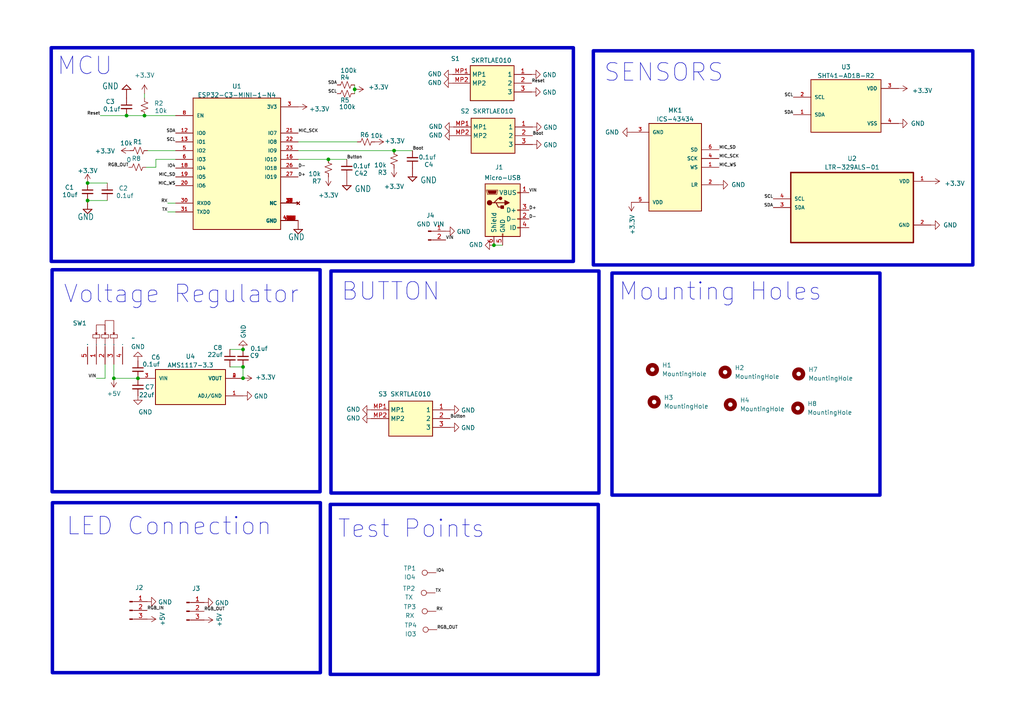
<source format=kicad_sch>
(kicad_sch (version 20231120) (generator "eeschema") (generator_version "8.0")
  (paper "A4")
  (junction (at 25.4 53.086))
  (junction (at -277.114 33.782))
  (junction (at -281.432 342.138))
  (junction (at 25.4 58.166))
  (junction (at -277.114 6.858))
  (junction (at -279.4 172.974))
  (junction (at -275.59 370.078))
  (junction (at 70.485 101.346))
  (junction (at 70.485 106.426))
  (junction (at -282.448 398.526))
  (junction (at -281.94 369.824))
  (junction (at -275.082 342.392))
  (junction (at -267.462 34.036))
  (junction (at -268.224 117.602))
  (junction (at -271.272 90.17))
  (junction (at -273.558 202.184))
  (junction (at -269.748 173.228))
  (junction (at 143.256 71.12))
  (junction (at -274.32 287.782))
  (junction (at -273.05 173.228))
  (junction (at -271.78 342.392))
  (junction (at -272.796 398.78))
  (junction (at -273.812 231.14))
  (junction (at -271.018 287.782))
  (junction (at -270.764 -20.32))
  (junction (at -267.462 -20.32))
  (junction (at -273.558 259.588))
  (junction (at -279.908 201.93))
  (junction (at -280.67 287.528))
  (junction (at -272.034 145.034))
  (junction (at -280.162 230.886))
  (junction (at 114.3 43.688))
  (junction (at -270.764 34.036))
  (junction (at -268.732 145.034))
  (junction (at -270.764 7.112))
  (junction (at -267.462 61.976))
  (junction (at -277.622 89.916))
  (junction (at -277.114 -20.574))
  (junction (at 102.87 25.908))
  (junction (at 41.91 33.528))
  (junction (at -277.114 61.722))
  (junction (at -277.876 117.348))
  (junction (at -271.526 117.602))
  (junction (at -270.256 202.184))
  (junction (at -271.018 314.706))
  (junction (at -278.384 144.78))
  (junction (at -279.908 259.334))
  (junction (at -270.256 259.588))
  (junction (at 36.703 33.528))
  (junction (at -267.462 7.112))
  (junction (at -272.288 370.078))
  (junction (at -276.098 398.78))
  (junction (at -280.67 314.452))
  (junction (at -274.32 314.706))
  (junction (at 40.005 109.728))
  (junction (at -270.764 61.976))
  (junction (at 70.485 109.6874))
  (junction (at -267.97 90.17))
  (junction (at 95.25 46.228))
  (junction (at -270.51 231.14))
  (junction (at 33.02 109.728))
  (wire (pts (xy -54.102 61.722) (xy -54.102 61.976)))
  (wire (pts (xy -256.54 342.138) (xy -256.54 342.392)))
  (wire (pts (xy -165.608 369.824) (xy -165.608 370.078)))
  (wire (pts (xy 45.212 48.514) (xy 45.212 46.228)))
  (wire (pts (xy -272.796 398.526) (xy -272.796 398.78)))
  (wire (pts (xy -210.058 314.452) (xy -210.058 314.706)))
  (wire (pts (xy -272.034 146.812) (xy -272.034 145.034)))
  (wire (pts (xy -208.788 172.974) (xy -208.788 173.228)))
  (wire (pts (xy -280.67 285.75) (xy -280.67 287.528)))
  (wire (pts (xy -273.558 259.588) (xy -270.256 259.588)))
  (wire (pts (xy -272.034 8.89) (xy -270.764 8.89)))
  (wire (pts (xy -179.578 314.452) (xy -179.578 314.706)))
  (wire (pts (xy -42.418 314.452) (xy -42.418 314.706)))
  (wire (pts (xy -133.096 259.334) (xy -133.096 259.588)))
  (wire (pts (xy -271.272 88.138) (xy -271.272 90.17)))
  (wire (pts (xy -270.256 201.93) (xy -270.256 202.184)))
  (wire (pts (xy -131.572 144.78) (xy -131.572 145.034)))
  (wire (pts (xy -69.342 33.782) (xy -69.342 34.036)))
  (wire (pts (xy -271.526 119.38) (xy -271.526 117.602)))
  (wire (pts (xy -277.622 89.916) (xy -279.908 89.916)))
  (wire (pts (xy -56.388 172.974) (xy -56.388 173.228)))
  (wire (pts (xy -85.852 144.78) (xy -85.852 145.034)))
  (wire (pts (xy -280.67 314.452) (xy -282.956 314.452)))
  (wire (pts (xy -211.328 369.824) (xy -211.328 370.078)))
  (wire (pts (xy -273.558 200.152) (xy -273.558 202.184)))
  (wire (pts (xy -209.55 230.886) (xy -209.55 231.14)))
  (wire (pts (xy -282.448 396.748) (xy -282.448 398.526)))
  (wire (pts (xy -38.862 -20.574) (xy -38.862 -20.32)))
  (wire (pts (xy -164.338 287.528) (xy -164.338 287.782)))
  (wire (pts (xy -227.076 398.526) (xy -227.076 398.78)))
  (wire (pts (xy -280.162 230.886) (xy -280.162 232.918)))
  (wire (pts (xy -267.462 -20.574) (xy -267.462 -20.32)))
  (wire (pts (xy -191.262 61.722) (xy -191.262 61.976)))
  (wire (pts (xy -84.582 6.858) (xy -84.582 7.112)))
  (wire (pts (xy -276.86 371.856) (xy -275.59 371.856)))
  (wire (pts (xy -274.32 171.196) (xy -273.05 171.196)))
  (wire (pts (xy -54.102 -20.574) (xy -54.102 -20.32)))
  (wire (pts (xy -221.742 6.858) (xy -221.742 7.112)))
  (wire (pts (xy -274.32 314.706) (xy -271.018 314.706)))
  (wire (pts (xy -272.034 145.034) (xy -268.732 145.034)))
  (wire (pts (xy -267.97 89.916) (xy -267.97 90.17)))
  (wire (pts (xy -88.138 314.452) (xy -88.138 314.706)))
  (wire (pts (xy -194.056 201.93) (xy -194.056 202.184)))
  (wire (pts (xy -270.764 -18.542) (xy -270.764 -20.32)))
  (wire (pts (xy -275.082 344.17) (xy -275.082 342.392)))
  (wire (pts (xy -54.102 6.858) (xy -54.102 7.112)))
  (wire (pts (xy -272.034 -18.542) (xy -270.764 -18.542)))
  (wire (pts (xy -130.302 33.782) (xy -130.302 34.036)))
  (wire (pts (xy -178.308 172.974) (xy -178.308 173.228)))
  (wire (pts (xy -252.222 -20.574) (xy -252.222 -20.32)))
  (wire (pts (xy -270.764 5.08) (xy -270.764 7.112)))
  (wire (pts (xy -275.082 340.36) (xy -275.082 342.392)))
  (wire (pts (xy -280.67 287.528) (xy -282.956 287.528)))
  (wire (pts (xy -176.022 61.722) (xy -176.022 61.976)))
  (wire (pts (xy -274.32 175.006) (xy -273.05 175.006)))
  (wire (pts (xy -58.928 369.824) (xy -58.928 370.078)))
  (wire (pts (xy -272.034 35.814) (xy -270.764 35.814)))
  (wire (pts (xy -276.352 344.17) (xy -275.082 344.17)))
  (wire (pts (xy -87.63 230.886) (xy -87.63 231.14)))
  (wire (pts (xy -180.34 342.138) (xy -180.34 342.392)))
  (wire (pts (xy -272.034 63.754) (xy -270.764 63.754)))
  (wire (pts (xy -281.94 369.824) (xy -281.94 371.856)))
  (wire (pts (xy -101.092 144.78) (xy -101.092 145.034)))
  (wire (pts (xy -273.558 261.366) (xy -273.558 259.588)))
  (wire (pts (xy -272.034 5.08) (xy -270.764 5.08)))
  (wire (pts (xy -279.4 171.196) (xy -279.4 172.974)))
  (wire (pts (xy -87.376 259.334) (xy -87.376 259.588)))
  (wire (pts (xy -239.776 259.334) (xy -239.776 259.588)))
  (wire (pts (xy -148.59 230.886) (xy -148.59 231.14)))
  (wire (pts (xy -276.86 368.046) (xy -275.59 368.046)))
  (wire (pts (xy -130.302 61.722) (xy -130.302 61.976)))
  (wire (pts (xy -130.302 -20.574) (xy -130.302 -20.32)))
  (wire (pts (xy -165.1 342.138) (xy -165.1 342.392)))
  (wire (pts (xy -99.822 61.722) (xy -99.822 61.976)))
  (wire (pts (xy -252.222 33.782) (xy -252.222 34.036)))
  (wire (pts (xy -267.462 6.858) (xy -267.462 7.112)))
  (wire (pts (xy -269.748 172.974) (xy -269.748 173.228)))
  (wire (pts (xy -38.862 6.858) (xy -38.862 7.112)))
  (wire (pts (xy -120.396 398.526) (xy -120.396 398.78)))
  (wire (pts (xy -206.502 6.858) (xy -206.502 7.112)))
  (wire (pts (xy -72.898 314.452) (xy -72.898 314.706)))
  (wire (pts (xy -70.104 117.348) (xy -70.104 117.602)))
  (wire (pts (xy -225.298 287.528) (xy -225.298 287.782)))
  (wire (pts (xy -99.822 -20.574) (xy -99.822 -20.32)))
  (wire (pts (xy -89.916 398.526) (xy -89.916 398.78)))
  (wire (pts (xy -240.538 287.528) (xy -240.538 287.782)))
  (wire (pts (xy -44.196 398.526) (xy -44.196 398.78)))
  (wire (pts (xy -149.86 342.138) (xy -149.86 342.392)))
  (wire (pts (xy -274.32 285.75) (xy -274.32 287.782)))
  (wire (pts (xy -41.148 172.974) (xy -41.148 173.228)))
  (wire (pts (xy -270.764 61.976) (xy -267.462 61.976)))
  (wire (pts (xy -179.07 230.886) (xy -179.07 231.14)))
  (wire (pts (xy -222.504 117.348) (xy -222.504 117.602)))
  (wire (pts (xy -224.536 201.93) (xy -224.536 202.184)))
  (wire (pts (xy -280.67 314.452) (xy -280.67 316.484)))
  (wire (pts (xy -99.822 33.782) (xy -99.822 34.036)))
  (wire (pts (xy -115.062 33.782) (xy -115.062 34.036)))
  (wire (pts (xy 30.48 105.664) (xy 30.48 109.728)))
  (wire (pts (xy -273.558 203.962) (xy -273.558 202.184)))
  (wire (pts (xy -279.908 259.334) (xy -279.908 261.366)))
  (wire (pts (xy -241.3 342.138) (xy -241.3 342.392)))
  (wire (pts (xy -272.034 -22.352) (xy -270.764 -22.352)))
  (wire (pts (xy -87.376 201.93) (xy -87.376 202.184)))
  (wire (pts (xy -274.32 287.782) (xy -271.018 287.782)))
  (wire (pts (xy -268.732 144.78) (xy -268.732 145.034)))
  (wire (pts (xy -277.114 6.858) (xy -277.114 8.89)))
  (wire (pts (xy -59.436 398.526) (xy -59.436 398.78)))
  (wire (pts (xy -273.05 175.006) (xy -273.05 173.228)))
  (wire (pts (xy -85.09 89.916) (xy -85.09 90.17)))
  (wire (pts (xy -268.224 117.348) (xy -268.224 117.602)))
  (wire (pts (xy -270.764 59.944) (xy -270.764 61.976)))
  (wire (pts (xy -119.38 342.138) (xy -119.38 342.392)))
  (wire (pts (xy -275.082 229.108) (xy -273.812 229.108)))
  (wire (pts (xy -86.868 172.974) (xy -86.868 173.228)))
  (wire (pts (xy -164.338 314.452) (xy -164.338 314.706)))
  (wire (pts (xy 25.4 53.086) (xy 31.115 53.086)))
  (wire (pts (xy -38.862 61.722) (xy -38.862 61.976)))
  (wire (pts (xy -56.896 259.334) (xy -56.896 259.588)))
  (wire (pts (xy -236.982 -20.574) (xy -236.982 -20.32)))
  (wire (pts (xy -206.502 -20.574) (xy -206.502 -20.32)))
  (wire (pts (xy -254.508 172.974) (xy -254.508 173.228)))
  (wire (pts (xy -194.31 230.886) (xy -194.31 231.14)))
  (wire (pts (xy -272.034 143.002) (xy -272.034 145.034)))
  (wire (pts (xy -277.876 117.348) (xy -280.162 117.348)))
  (wire (pts (xy -277.114 33.782) (xy -277.114 35.814)))
  (wire (pts (xy -222.25 89.916) (xy -222.25 90.17)))
  (wire (pts (xy -196.596 398.526) (xy -196.596 398.78)))
  (wire (pts (xy -70.612 144.78) (xy -70.612 145.034)))
  (wire (pts (xy -207.01 89.916) (xy -207.01 90.17)))
  (wire (pts (xy -193.548 172.974) (xy -193.548 173.228)))
  (wire (pts (xy -118.618 314.452) (xy -118.618 314.706)))
  (wire (pts (xy -271.526 117.602) (xy -268.224 117.602)))
  (wire (pts (xy -176.784 117.348) (xy -176.784 117.602)))
  (wire (pts (xy -238.252 144.78) (xy -238.252 145.034)))
  (wire (pts (xy 66.675 106.426) (xy 70.485 106.426)))
  (wire (pts (xy -55.372 144.78) (xy -55.372 145.034)))
  (wire (pts (xy -241.808 369.824) (xy -241.808 370.078)))
  (wire (pts (xy 41.91 27.178) (xy 41.91 28.448)))
  (wire (pts (xy -192.024 117.348) (xy -192.024 117.602)))
  (wire (pts (xy -117.856 201.93) (xy -117.856 202.184)))
  (wire (pts (xy -271.526 115.57) (xy -271.526 117.602)))
  (wire (pts (xy -206.502 33.782) (xy -206.502 34.036)))
  (wire (pts (xy -273.558 202.184) (xy -270.256 202.184)))
  (wire (pts (xy -148.336 201.93) (xy -148.336 202.184)))
  (wire (pts (xy -104.648 369.824) (xy -104.648 370.078)))
  (wire (pts (xy -277.114 61.722) (xy -279.4 61.722)))
  (wire (pts (xy -277.876 115.57) (xy -277.876 117.348)))
  (wire (pts (xy -272.288 369.824) (xy -272.288 370.078)))
  (wire (pts (xy -57.658 287.528) (xy -57.658 287.782)))
  (wire (pts (xy -257.556 398.526) (xy -257.556 398.78)))
  (wire (pts (xy -72.136 259.334) (xy -72.136 259.588)))
  (wire (pts (xy -272.542 88.138) (xy -271.272 88.138)))
  (wire (pts (xy -56.896 201.93) (xy -56.896 202.184)))
  (wire (pts (xy -275.59 316.484) (xy -274.32 316.484)))
  (wire (pts (xy -89.408 369.824) (xy -89.408 370.078)))
  (wire (pts (xy -237.744 117.348) (xy -237.744 117.602)))
  (wire (pts (xy -277.876 117.348) (xy -277.876 119.38)))
  (wire (pts (xy -150.876 398.526) (xy -150.876 398.78)))
  (wire (pts (xy -85.344 117.348) (xy -85.344 117.602)))
  (wire (pts (xy -255.778 287.528) (xy -255.778 287.782)))
  (wire (pts (xy -194.818 287.528) (xy -194.818 287.782)))
  (wire (pts (xy -270.764 32.004) (xy -270.764 34.036)))
  (wire (pts (xy 29.083 33.528) (xy 36.703 33.528)))
  (wire (pts (xy -54.61 89.916) (xy -54.61 90.17)))
  (wire (pts (xy 48.641 58.928) (xy 50.927 58.928)))
  (wire (pts (xy -273.304 143.002) (xy -272.034 143.002)))
  (wire (pts (xy -43.18 342.138) (xy -43.18 342.392)))
  (wire (pts (xy -133.858 287.528) (xy -133.858 287.782)))
  (wire (pts (xy -226.06 342.138) (xy -226.06 342.392)))
  (wire (pts (xy -176.53 89.916) (xy -176.53 90.17)))
  (wire (pts (xy -135.636 398.526) (xy -135.636 398.78)))
  (wire (pts (xy -194.818 314.452) (xy -194.818 314.706)))
  (wire (pts (xy -252.984 117.348) (xy -252.984 117.602)))
  (wire (pts (xy -69.342 -20.574) (xy -69.342 -20.32)))
  (wire (pts (xy -145.542 33.782) (xy -145.542 34.036)))
  (wire (pts (xy -273.304 146.812) (xy -272.034 146.812)))
  (wire (pts (xy -41.656 201.93) (xy -41.656 202.184)))
  (wire (pts (xy -147.828 172.974) (xy -147.828 173.228)))
  (wire (pts (xy -118.618 287.528) (xy -118.618 287.782)))
  (wire (pts (xy -277.114 6.858) (xy -279.4 6.858)))
  (wire (pts (xy -281.432 342.138) (xy -281.432 344.17)))
  (wire (pts (xy -277.114 32.004) (xy -277.114 33.782)))
  (wire (pts (xy -163.576 201.93) (xy -163.576 202.184)))
  (wire (pts (xy -145.542 -20.574) (xy -145.542 -20.32)))
  (wire (pts (xy -273.812 231.14) (xy -270.51 231.14)))
  (wire (pts (xy -133.858 314.452) (xy -133.858 314.706)))
  (wire (pts (xy -274.32 289.56) (xy -274.32 287.782)))
  (wire (pts (xy -252.222 61.722) (xy -252.222 61.976)))
  (wire (pts (xy -160.782 -20.574) (xy -160.782 -20.32)))
  (wire (pts (xy -130.81 89.916) (xy -130.81 90.17)))
  (wire (pts (xy -270.764 -22.352) (xy -270.764 -20.32)))
  (wire (pts (xy -277.114 5.08) (xy -277.114 6.858)))
  (wire (pts (xy -161.544 117.348) (xy -161.544 117.602)))
  (wire (pts (xy -274.32 312.674) (xy -274.32 314.706)))
  (wire (pts (xy -88.138 287.528) (xy -88.138 287.782)))
  (wire (pts (xy -280.162 229.108) (xy -280.162 230.886)))
  (wire (pts (xy 33.02 105.664) (xy 33.02 109.728)))
  (wire (pts (xy -191.77 89.916) (xy -191.77 90.17)))
  (wire (pts (xy -279.908 259.334) (xy -282.194 259.334)))
  (wire (pts (xy -275.59 312.674) (xy -274.32 312.674)))
  (wire (pts (xy -272.796 115.57) (xy -271.526 115.57)))
  (wire (pts (xy -277.622 89.916) (xy -277.622 91.948)))
  (wire (pts (xy -84.582 -20.574) (xy -84.582 -20.32)))
  (wire (pts (xy -72.39 230.886) (xy -72.39 231.14)))
  (wire (pts (xy -271.78 342.138) (xy -271.78 342.392)))
  (wire (pts (xy -277.114 59.944) (xy -277.114 61.722)))
  (wire (pts (xy -149.098 314.452) (xy -149.098 314.706)))
  (wire (pts (xy -275.082 232.918) (xy -273.812 232.918)))
  (wire (pts (xy -236.982 6.858) (xy -236.982 7.112)))
  (wire (pts (xy -273.812 232.918) (xy -273.812 231.14)))
  (wire (pts (xy -272.034 59.944) (xy -270.764 59.944)))
  (wire (pts (xy 36.703 33.528) (xy 41.91 33.528)))
  (wire (pts (xy -41.91 230.886) (xy -41.91 231.14)))
  (wire (pts (xy -162.052 144.78) (xy -162.052 145.034)))
  (wire (pts (xy -224.536 259.334) (xy -224.536 259.588)))
  (wire (pts (xy -236.982 61.722) (xy -236.982 61.976)))
  (wire (pts (xy 70.485 106.426) (xy 70.485 109.6874)))
  (wire (pts (xy 33.02 109.728) (xy 40.005 109.728)))
  (wire (pts (xy -206.502 61.722) (xy -206.502 61.976)))
  (wire (pts (xy -277.114 33.782) (xy -279.4 33.782)))
  (wire (pts (xy -180.848 369.824) (xy -180.848 370.078)))
  (wire (pts (xy -240.538 314.452) (xy -240.538 314.706)))
  (wire (pts (xy -272.542 91.948) (xy -271.272 91.948)))
  (wire (pts (xy -163.83 230.886) (xy -163.83 231.14)))
  (wire (pts (xy -118.11 230.886) (xy -118.11 231.14)))
  (wire (pts (xy -270.764 63.754) (xy -270.764 61.976)))
  (wire (pts (xy -163.576 259.334) (xy -163.576 259.588)))
  (wire (pts (xy -273.05 171.196) (xy -273.05 173.228)))
  (wire (pts (xy -178.816 259.334) (xy -178.816 259.588)))
  (wire (pts (xy -280.67 312.674) (xy -280.67 314.452)))
  (wire (pts (xy -146.812 144.78) (xy -146.812 145.034)))
  (wire (pts (xy -279.908 201.93) (xy -282.194 201.93)))
  (wire (pts (xy -74.168 369.824) (xy -74.168 370.078)))
  (wire (pts (xy -279.908 201.93) (xy -279.908 203.962)))
  (wire (pts (xy -40.132 144.78) (xy -40.132 145.034)))
  (wire (pts (xy -275.59 285.75) (xy -274.32 285.75)))
  (wire (pts (xy -148.336 259.334) (xy -148.336 259.588)))
  (wire (pts (xy -58.42 342.138) (xy -58.42 342.392)))
  (wire (pts (xy -275.59 368.046) (xy -275.59 370.078)))
  (wire (pts (xy -69.342 6.858) (xy -69.342 7.112)))
  (wire (pts (xy -277.114 -20.574) (xy -277.114 -18.542)))
  (wire (pts (xy -42.418 287.528) (xy -42.418 287.782)))
  (wire (pts (xy -237.49 89.916) (xy -237.49 90.17)))
  (wire (pts (xy -276.352 340.36) (xy -275.082 340.36)))
  (wire (pts (xy -277.114 -22.352) (xy -277.114 -20.574)))
  (wire (pts (xy -274.828 200.152) (xy -273.558 200.152)))
  (wire (pts (xy -191.262 6.858) (xy -191.262 7.112)))
  (wire (pts (xy -270.764 7.112) (xy -267.462 7.112)))
  (wire (pts (xy 95.25 46.228) (xy 100.584 46.228)))
  (wire (pts (xy 114.3 43.688) (xy 119.634 43.688)))
  (wire (pts (xy -117.856 259.334) (xy -117.856 259.588)))
  (wire (pts (xy -84.582 33.782) (xy -84.582 34.036)))
  (wire (pts (xy 70.485 109.6874) (xy 70.485 109.728)))
  (wire (pts (xy -134.62 342.138) (xy -134.62 342.392)))
  (wire (pts (xy -221.742 -20.574) (xy -221.742 -20.32)))
  (wire (pts (xy -279.908 257.556) (xy -279.908 259.334)))
  (wire (pts (xy -192.532 144.78) (xy -192.532 145.034)))
  (wire (pts (xy -104.14 342.138) (xy -104.14 342.392)))
  (wire (pts (xy -135.128 369.824) (xy -135.128 370.078)))
  (wire (pts (xy -207.264 117.348) (xy -207.264 117.602)))
  (wire (pts (xy 42.799 43.688) (xy 50.927 43.688)))
  (wire (pts (xy -207.772 144.78) (xy -207.772 145.034)))
  (wire (pts (xy -274.828 257.556) (xy -273.558 257.556)))
  (wire (pts (xy -223.012 144.78) (xy -223.012 145.034)))
  (wire (pts (xy -221.742 33.782) (xy -221.742 34.036)))
  (wire (pts (xy -131.064 117.348) (xy -131.064 117.602)))
  (wire (pts (xy -273.558 257.556) (xy -273.558 259.588)))
  (wire (pts (xy -179.578 287.528) (xy -179.578 287.782)))
  (wire (pts (xy 27.94 109.728) (xy 30.48 109.728)))
  (wire (pts (xy -178.816 201.93) (xy -178.816 202.184)))
  (wire (pts (xy -176.022 33.782) (xy -176.022 34.036)))
  (wire (pts (xy -273.812 229.108) (xy -273.812 231.14)))
  (wire (pts (xy -181.356 398.526) (xy -181.356 398.78)))
  (wire (pts (xy -176.022 -20.574) (xy -176.022 -20.32)))
  (wire (pts (xy -271.272 90.17) (xy -267.97 90.17)))
  (wire (pts (xy 25.4 58.166) (xy 31.115 58.166)))
  (wire (pts (xy -196.088 369.824) (xy -196.088 370.078)))
  (wire (pts (xy -255.016 259.334) (xy -255.016 259.588)))
  (wire (pts (xy -277.622 88.138) (xy -277.622 89.916)))
  (wire (pts (xy -242.316 398.526) (xy -242.316 398.78)))
  (wire (pts (xy -278.384 144.78) (xy -278.384 146.812)))
  (wire (pts (xy -270.764 -20.32) (xy -267.462 -20.32)))
  (wire (pts (xy -88.9 342.138) (xy -88.9 342.392)))
  (wire (pts (xy -225.298 314.452) (xy -225.298 314.706)))
  (wire (pts (xy -277.114 -20.574) (xy -279.4 -20.574)))
  (wire (pts (xy -71.628 172.974) (xy -71.628 173.228)))
  (wire (pts (xy 86.487 43.688) (xy 114.3 43.688)))
  (wire (pts (xy -194.056 259.334) (xy -194.056 259.588)))
  (wire (pts (xy -166.116 398.526) (xy -166.116 398.78)))
  (wire (pts (xy -38.862 33.782) (xy -38.862 34.036)))
  (wire (pts (xy -115.824 117.348) (xy -115.824 117.602)))
  (wire (pts (xy 102.87 27.178) (xy 102.87 25.908)))
  (wire (pts (xy -255.27 230.886) (xy -255.27 231.14)))
  (wire (pts (xy -84.582 61.722) (xy -84.582 61.976)))
  (wire (pts (xy -236.982 33.782) (xy -236.982 34.036)))
  (wire (pts (xy -267.462 33.782) (xy -267.462 34.036)))
  (wire (pts (xy -271.018 287.528) (xy -271.018 287.782)))
  (wire (pts (xy 103.632 41.148) (xy 86.487 41.148)))
  (wire (pts (xy -102.87 230.886) (xy -102.87 231.14)))
  (wire (pts (xy -252.222 6.858) (xy -252.222 7.112)))
  (wire (pts (xy -282.448 398.526) (xy -282.448 400.558)))
  (wire (pts (xy -277.368 396.748) (xy -276.098 396.748)))
  (wire (pts (xy -280.67 287.528) (xy -280.67 289.56)))
  (wire (pts (xy -145.542 6.858) (xy -145.542 7.112)))
  (wire (pts (xy -103.378 287.528) (xy -103.378 287.782)))
  (wire (pts (xy -43.688 369.824) (xy -43.688 370.078)))
  (wire (pts (xy 143.256 71.12) (xy 145.796 71.12)))
  (wire (pts (xy -105.156 398.526) (xy -105.156 398.78)))
  (wire (pts (xy -281.94 369.824) (xy -284.226 369.824)))
  (wire (pts (xy -130.302 6.858) (xy -130.302 7.112)))
  (wire (pts (xy -57.658 314.452) (xy -57.658 314.706)))
  (wire (pts (xy -69.342 61.722) (xy -69.342 61.976)))
  (wire (pts (xy 41.91 33.528) (xy 50.927 33.528)))
  (wire (pts (xy -163.068 172.974) (xy -163.068 173.228)))
  (wire (pts (xy -103.378 314.452) (xy -103.378 314.706)))
  (wire (pts (xy -276.098 400.558) (xy -276.098 398.78)))
  (wire (pts (xy -116.332 144.78) (xy -116.332 145.034)))
  (wire (pts (xy -191.262 -20.574) (xy -191.262 -20.32)))
  (wire (pts (xy -270.764 35.814) (xy -270.764 34.036)))
  (wire (pts (xy -279.908 200.152) (xy -279.908 201.93)))
  (wire (pts (xy -72.136 201.93) (xy -72.136 202.184)))
  (wire (pts (xy -277.368 400.558) (xy -276.098 400.558)))
  (wire (pts (xy -221.742 61.722) (xy -221.742 61.976)))
  (wire (pts (xy 102.87 25.908) (xy 102.87 24.638)))
  (wire (pts (xy -282.448 398.526) (xy -284.734 398.526)))
  (wire (pts (xy -267.462 61.722) (xy -267.462 61.976)))
  (wire (pts (xy -160.782 33.782) (xy -160.782 34.036)))
  (wire (pts (xy -277.114 61.722) (xy -277.114 63.754)))
  (wire (pts (xy -271.272 91.948) (xy -271.272 90.17)))
  (wire (pts (xy 86.487 46.228) (xy 95.25 46.228)))
  (wire (pts (xy -150.368 369.824) (xy -150.368 370.078)))
  (wire (pts (xy 42.418 48.514) (xy 45.212 48.514)))
  (wire (pts (xy -133.35 230.886) (xy -133.35 231.14)))
  (wire (pts (xy -146.05 89.916) (xy -146.05 90.17)))
  (wire (pts (xy -177.292 144.78) (xy -177.292 145.034)))
  (wire (pts (xy -271.018 314.452) (xy -271.018 314.706)))
  (wire (pts (xy -278.384 144.78) (xy -280.67 144.78)))
  (wire (pts (xy -275.59 370.078) (xy -272.288 370.078)))
  (wire (pts (xy 45.212 46.228) (xy 50.927 46.228)))
  (wire (pts (xy -117.348 172.974) (xy -117.348 173.228)))
  (wire (pts (xy -210.058 287.528) (xy -210.058 287.782)))
  (wire (pts (xy -102.108 172.974) (xy -102.108 173.228)))
  (wire (pts (xy -270.256 259.334) (xy -270.256 259.588)))
  (wire (pts (xy -133.096 201.93) (xy -133.096 202.184)))
  (wire (pts (xy -252.73 89.916) (xy -252.73 90.17)))
  (wire (pts (xy -270.764 34.036) (xy -267.462 34.036)))
  (wire (pts (xy -145.542 61.722) (xy -145.542 61.976)))
  (wire (pts (xy -281.432 340.36) (xy -281.432 342.138)))
  (wire (pts (xy -276.098 398.78) (xy -272.796 398.78)))
  (wire (pts (xy -239.268 172.974) (xy -239.268 173.228)))
  (wire (pts (xy -39.624 117.348) (xy -39.624 117.602)))
  (wire (pts (xy -39.37 89.916) (xy -39.37 90.17)))
  (wire (pts (xy -99.822 6.858) (xy -99.822 7.112)))
  (wire (pts (xy -274.828 203.962) (xy -273.558 203.962)))
  (wire (pts (xy -100.584 117.348) (xy -100.584 117.602)))
  (wire (pts (xy -279.4 172.974) (xy -279.4 175.006)))
  (wire (pts (xy -275.082 342.392) (xy -271.78 342.392)))
  (wire (pts (xy -41.656 259.334) (xy -41.656 259.588)))
  (wire (pts (xy -270.764 8.89) (xy -270.764 7.112)))
  (wire (pts (xy -160.782 61.722) (xy -160.782 61.976)))
  (wire (pts (xy -274.32 316.484) (xy -274.32 314.706)))
  (wire (pts (xy -239.776 201.93) (xy -239.776 202.184)))
  (wire (pts (xy -272.796 119.38) (xy -271.526 119.38)))
  (wire (pts (xy -275.59 289.56) (xy -274.32 289.56)))
  (wire (pts (xy -115.57 89.916) (xy -115.57 90.17)))
  (wire (pts (xy -276.098 396.748) (xy -276.098 398.78)))
  (wire (pts (xy -176.022 6.858) (xy -176.022 7.112)))
  (wire (pts (xy -279.4 172.974) (xy -281.686 172.974)))
  (wire (pts (xy -275.59 371.856) (xy -275.59 370.078)))
  (wire (pts (xy -281.432 342.138) (xy -283.718 342.138)))
  (wire (pts (xy -73.66 342.138) (xy -73.66 342.392)))
  (wire (pts (xy -115.062 6.858) (xy -115.062 7.112)))
  (wire (pts (xy -278.384 143.002) (xy -278.384 144.78)))
  (wire (pts (xy -224.028 172.974) (xy -224.028 173.228)))
  (wire (pts (xy -224.79 230.886) (xy -224.79 231.14)))
  (wire (pts (xy -209.296 201.93) (xy -209.296 202.184)))
  (wire (pts (xy -281.94 368.046) (xy -281.94 369.824)))
  (wire (pts (xy -255.778 314.452) (xy -255.778 314.706)))
  (wire (pts (xy -211.836 398.526) (xy -211.836 398.78)))
  (wire (pts (xy -273.05 173.228) (xy -269.748 173.228)))
  (wire (pts (xy -100.33 89.916) (xy -100.33 90.17)))
  (wire (pts (xy -195.58 342.138) (xy -195.58 342.392)))
  (wire (pts (xy -102.616 201.93) (xy -102.616 202.184)))
  (wire (pts (xy -57.15 230.886) (xy -57.15 231.14)))
  (wire (pts (xy -270.51 230.886) (xy -270.51 231.14)))
  (wire (pts (xy -253.492 144.78) (xy -253.492 145.034)))
  (wire (pts (xy -161.29 89.916) (xy -161.29 90.17)))
  (wire (pts (xy -280.162 230.886) (xy -282.448 230.886)))
  (wire (pts (xy -74.676 398.526) (xy -74.676 398.78)))
  (wire (pts (xy -115.062 61.722) (xy -115.062 61.976)))
  (wire (pts (xy -69.85 89.916) (xy -69.85 90.17)))
  (wire (pts (xy -132.588 172.974) (xy -132.588 173.228)))
  (wire (pts (xy -160.782 6.858) (xy -160.782 7.112)))
  (wire (pts (xy -149.098 287.528) (xy -149.098 287.782)))
  (wire (pts (xy -210.82 342.138) (xy -210.82 342.392)))
  (wire (pts (xy -240.03 230.886) (xy -240.03 231.14)))
  (wire (pts (xy -54.102 33.782) (xy -54.102 34.036)))
  (wire (pts (xy -257.048 369.824) (xy -257.048 370.078)))
  (wire (pts (xy -274.828 261.366) (xy -273.558 261.366)))
  (wire (pts (xy -72.898 287.528) (xy -72.898 287.782)))
  (wire (pts (xy -226.568 369.824) (xy -226.568 370.078)))
  (wire (pts (xy -272.034 32.004) (xy -270.764 32.004)))
  (wire (pts (xy 48.641 61.468) (xy 50.927 61.468)))
  (wire (pts (xy -191.262 33.782) (xy -191.262 34.036)))
  (wire (pts (xy -209.296 259.334) (xy -209.296 259.588)))
  (wire (pts (xy -54.864 117.348) (xy -54.864 117.602)))
  (wire (pts (xy 66.675 101.346) (xy 70.485 101.346)))
  (wire (pts (xy -255.016 201.93) (xy -255.016 202.184)))
  (wire (pts (xy -119.888 369.824) (xy -119.888 370.078)))
  (wire (pts (xy -115.062 -20.574) (xy -115.062 -20.32)))
  (wire (pts (xy -102.616 259.334) (xy -102.616 259.588)))
  (wire (pts (xy -146.304 117.348) (xy -146.304 117.602)))
  (rectangle (start 15.2 145.8) (end 92.924 195.1) (stroke (width 1)))
  (rectangle (start 172.1 14.732) (end 282.162 76.846) (stroke (width 1)))
  (rectangle (start 177.5 79.2) (end 255.224 143.6009) (stroke (width 1)))
  (rectangle (start 15.113 78.232) (end 92.837 142.6329) (stroke (width 1)))
  (rectangle (start 95.8 146.3) (end 173.524 195.6) (stroke (width 1)))
  (rectangle (start 96 78.6) (end 173.724 143.0009) (stroke (width 1)))
  (rectangle (start 14.859 13.843) (end 166.3 75.819) (stroke (width 1)))
  (text "SENSORS" (at 175.006 24.13 0) (effects (font (size 5.08 5.08)) (justify left bottom)))
  (text "Voltage Regulator\n" (at 18.288 88.392 0) (effects (font (size 5.08 5.08)) (justify left bottom)))
  (text "Test Points" (at 97.79 156.464 0) (effects (font (size 5.08 5.08)) (justify left bottom)))
  (text "Mounting Holes" (at 179.324 87.63 0) (effects (font (size 5.08 5.08)) (justify left bottom)))
  (text "LED Connection" (at 19.05 155.702 0) (effects (font (size 5.08 5.08)) (justify left bottom)))
  (text "BUTTON" (at 98.806 87.63 0) (effects (font (size 5.08 5.08)) (justify left bottom)))
  (text "MCU" (at 16.383 22.225 0) (effects (font (size 5.08 5.08)) (justify left bottom)))
  (label "DoutRow4" (at -275.59 97.79 180))
  (label "SDA" (at 50.927 38.608 180) (effects (font (size 0.889 0.889))))
  (label "Reset" (at 29.083 33.528 180) (effects (font (size 0.889 0.889))))
  (label "DoutRow7" (at -32.512 152.654 0))
  (label "MIC_WS" (at 50.927 53.848 180) (effects (font (size 0.889 0.889))))
  (label "DoutRow14" (at -279.908 377.698 180))
  (label "DoutRow1" (at -31.242 -12.7 0))
  (label "IO4" (at 50.927 48.768 180) (effects (font (size 0.889 0.889))))
  (label "RX" (at 126.492 177.292 0) (effects (font (size 0.889 0.889))))
  (label "DoutRow5" (at -275.844 125.222 180))
  (label "VIN" (at 129.286 69.596 0) (effects (font (size 0.889 0.889))))
  (label "DoutRow4" (at -31.242 69.596 0))
  (label "VIN" (at 27.94 109.728 180) (effects (font (size 0.889 0.889))))
  (label "DoutRow3" (at -31.242 41.656 0))
  (label "RGB_OUT" (at 126.746 182.626 0) (effects (font (size 0.889 0.889))))
  (label "DoutRow7" (at -277.368 180.848 180))
  (label "DoutRow14" (at -35.56 350.012 0))
  (label "DoutRow5" (at -31.75 97.79 0))
  (label "SDA" (at 224.282 60.198 180) (effects (font (size 0.889 0.889))))
  (label "D-" (at 86.487 48.768 0) (effects (font (size 0.889 0.889))))
  (label "RX" (at 48.641 58.928 180) (effects (font (size 0.889 0.889))))
  (label "D-" (at 153.416 63.5 0) (effects (font (size 0.889 0.889))))
  (label "RGB_IN" (at 42.672 177.038 0) (effects (font (size 0.889 0.889))))
  (label "D+" (at 153.416 60.96 0) (effects (font (size 0.889 0.889))))
  (label "Button" (at 130.556 121.412 0) (effects (font (size 0.889 0.889))))
  (label "DoutRow15" (at -36.068 377.698 0))
  (label "DoutRow9" (at -34.036 209.804 0))
  (label "DoutRow12" (at -34.798 295.402 0))
  (label "DoutRow10" (at -277.876 267.208 180))
  (label "RGB_OUT" (at 37.338 48.514 180) (effects (font (size 0.889 0.889))))
  (label "DoutRow11" (at -278.638 295.402 180))
  (label "IO4" (at 126.492 166.116 0) (effects (font (size 0.889 0.889))))
  (label "MIC_SCK" (at 86.487 38.608 0) (effects (font (size 0.889 0.889))))
  (label "TX" (at 126.238 171.958 0) (effects (font (size 0.889 0.889))))
  (label "DoutRow6" (at -276.352 152.654 180))
  (label "SCL" (at 224.282 57.658 180) (effects (font (size 0.889 0.889))))
  (label "RGB_OUT" (at 59.182 177.292 0) (effects (font (size 0.889 0.889))))
  (label "DoutRow6" (at -32.004 125.222 0))
  (label "TX" (at 48.641 61.468 180) (effects (font (size 0.889 0.889))))
  (label "DoutRow13" (at -279.4 350.012 180))
  (label "DoutRow1" (at -275.082 14.732 180))
  (label "VIN" (at 153.416 55.88 0) (effects (font (size 0.889 0.889))))
  (label "DoutRow16" (at -36.576 406.4 0))
  (label "DoutRow15" (at -280.416 406.4 180))
  (label "Reset" (at 154.178 24.13 0) (effects (font (size 0.889 0.889))))
  (label "SCL" (at 230.124 28.194 180) (effects (font (size 0.889 0.889))))
  (label "RGB_IN" (at -275.082 -12.7 180) (effects (font (size 0.889 0.889))))
  (label "SCL" (at 97.79 27.178 180) (effects (font (size 0.889 0.889))))
  (label "DoutRow9" (at -278.13 238.76 180))
  (label "SDA" (at 97.79 24.638 180) (effects (font (size 0.889 0.889))))
  (label "Button" (at 100.584 46.228 0) (effects (font (size 0.889 0.889))))
  (label "MIC_SD" (at 208.534 43.434 0) (effects (font (size 0.889 0.889))))
  (label "DoutRow11" (at -34.036 267.208 0))
  (label "MIC_SD" (at 50.927 51.308 180) (effects (font (size 0.889 0.889))))
  (label "SCL" (at 50.927 41.148 180) (effects (font (size 0.889 0.889))))
  (label "SDA" (at 230.124 33.274 180) (effects (font (size 0.889 0.889))))
  (label "MIC_WS" (at 208.534 48.514 0) (effects (font (size 0.889 0.889))))
  (label "DoutRow3" (at -275.082 69.596 180))
  (label "DoutRow13" (at -34.798 322.326 0))
  (label "DoutRow10" (at -34.29 238.76 0))
  (label "DoutRow2" (at -275.082 41.656 180))
  (label "MIC_SCK" (at 208.534 45.974 0) (effects (font (size 0.889 0.889))))
  (label "DoutRow12" (at -278.638 322.326 180))
  (label "Boot" (at 154.432 39.37 0) (effects (font (size 0.889 0.889))))
  (label "DoutRow8" (at -277.876 209.804 180))
  (label "Boot" (at 119.634 43.688 0) (effects (font (size 0.889 0.889))))
  (label "D+" (at 86.487 51.308 0) (effects (font (size 0.889 0.889))))
  (label "DoutRow2" (at -31.242 14.732 0))
  (label "DoutRow8" (at -33.528 180.848 0))
  (symbol (lib_id "LED:WS2812B-2020") (at -115.062 41.656 0) (unit 1)
    (property "Reference" "D43" (at -112.522 35.306 0))
    (property "Value" "WS2812B-2020" (effects (hide yes)))
    (property "Footprint" "WS2812B-2020:WS2812B2020" (effects (hide yes)))
    (property "Datasheet" "https://cdn-shop.adafruit.com/product-files/4684/4684_WS2812B-2020_V1.3_EN.pdf" (effects (hide yes)))
    (property "Description" "RGB LED with integrated controller, 2.0 x 2.0 mm, 12 mA" (effects (hide yes)))
  )
  (symbol (lib_id "LED:WS2812B-2020") (at -225.298 322.326 0) (unit 1)
    (property "Reference" "D196" (at -222.758 315.976 0))
    (property "Value" "WS2812B-2020" (effects (hide yes)))
    (property "Footprint" "WS2812B-2020:WS2812B2020" (effects (hide yes)))
    (property "Datasheet" "https://cdn-shop.adafruit.com/product-files/4684/4684_WS2812B-2020_V1.3_EN.pdf" (effects (hide yes)))
    (property "Description" "RGB LED with integrated controller, 2.0 x 2.0 mm, 12 mA" (effects (hide yes)))
  )
  (symbol (lib_id "shield_lora-eagle-import:GND") (at -54.102 24.892 0) (mirror y) (unit 1)
    (property "Reference" "#SUPPLY037" (effects (hide yes)))
    (property "Value" "GND" (at -46.99 26.797 0) (effects (font (size 1.778 1.5113)) (justify left bottom)))
  )
  (symbol (lib_id "shield_lora-eagle-import:GND") (at -176.022 24.892 0) (mirror y) (unit 1)
    (property "Reference" "#SUPPLY021" (effects (hide yes)))
    (property "Value" "GND" (at -168.91 26.797 0) (effects (font (size 1.778 1.5113)) (justify left bottom)))
  )
  (symbol (lib_id "power:+5V") (at -180.34 342.138 0) (unit 1)
    (property "Reference" "#PWR0244" (effects (hide yes)))
    (property "Value" "+5V" (at -180.34 338.328 0))
  )
  (symbol (lib_id "power:GND") (at 130.556 123.952 90) (unit 1)
    (property "Reference" "#PWR0289" (effects (hide yes)))
    (property "Value" "GND" (at 135.763 124.079 90))
  )
  (symbol (lib_id "LED:WS2812B-2020") (at -272.288 377.698 0) (unit 1)
    (property "Reference" "D225" (at -269.748 371.348 0))
    (property "Value" "WS2812B-2020" (effects (hide yes)))
    (property "Footprint" "WS2812B-2020:WS2812B2020" (effects (hide yes)))
    (property "Datasheet" "https://cdn-shop.adafruit.com/product-files/4684/4684_WS2812B-2020_V1.3_EN.pdf" (effects (hide yes)))
    (property "Description" "RGB LED with integrated controller, 2.0 x 2.0 mm, 12 mA" (effects (hide yes)))
  )
  (symbol (lib_id "shield_lora-eagle-import:GND") (at -271.018 305.562 0) (mirror y) (unit 1)
    (property "Reference" "#SUPPLY0193" (effects (hide yes)))
    (property "Value" "GND" (at -263.906 307.467 0) (effects (font (size 1.778 1.5113)) (justify left bottom)))
  )
  (symbol (lib_id "shield_lora-eagle-import:GND") (at -166.116 416.56 0) (mirror y) (unit 1)
    (property "Reference" "#SUPPLY0268" (effects (hide yes)))
    (property "Value" "GND" (at -159.004 418.465 0) (effects (font (size 1.778 1.5113)) (justify left bottom)))
  )
  (symbol (lib_id "LED:WS2812B-2020") (at -195.58 350.012 0) (unit 1)
    (property "Reference" "D214" (at -193.04 343.662 0))
    (property "Value" "WS2812B-2020" (effects (hide yes)))
    (property "Footprint" "WS2812B-2020:WS2812B2020" (effects (hide yes)))
    (property "Datasheet" "https://cdn-shop.adafruit.com/product-files/4684/4684_WS2812B-2020_V1.3_EN.pdf" (effects (hide yes)))
    (property "Description" "RGB LED with integrated controller, 2.0 x 2.0 mm, 12 mA" (effects (hide yes)))
  )
  (symbol (lib_id "Device:R_Small_US") (at 106.172 41.148 90) (unit 1)
    (property "Reference" "R6" (at 104.394 39.116 90) (effects (justify right)))
    (property "Value" "10k" (at 107.442 39.37 90) (effects (justify right)))
    (property "Footprint" "Resistor_SMD:R_0603_1608Metric" (effects (hide yes)))
    (property "Description" "Thick Film Resistors - SMD 10 kOhms 100mW 0603 1%" (effects (hide yes)))
    (property "MPN" "RC0603FR-0710KL" (effects (hide yes)))
    (property "Manufacturer" "YAGEO" (effects (hide yes)))
    (property "Package" "0603" (effects (hide yes)))
    (property "Type" "SMD" (effects (hide yes)))
    (property "Side" "TOP" (effects (hide yes)))
  )
  (symbol (lib_id "shield_lora-eagle-import:GND") (at -224.79 248.92 0) (mirror y) (unit 1)
    (property "Reference" "#SUPPLY0162" (effects (hide yes)))
    (property "Value" "GND" (at -217.678 250.825 0) (effects (font (size 1.778 1.5113)) (justify left bottom)))
  )
  (symbol (lib_id "power:+5V") (at -226.568 369.824 0) (unit 1)
    (property "Reference" "#PWR0257" (effects (hide yes)))
    (property "Value" "+5V" (at -226.568 366.014 0))
  )
  (symbol (lib_id "Device:R_Small_US") (at 100.33 27.178 270) (unit 1)
    (property "Reference" "R5" (at 98.679 29.083 90) (effects (justify left)))
    (property "Value" "100k" (at 98.298 30.988 90) (effects (justify left)))
    (property "Footprint" "Resistor_SMD:R_0603_1608Metric" (effects (hide yes)))
    (property "Description" "Thick Film Resistors - SMD 100 kOhms 100mW 0603 1%" (effects (hide yes)))
    (property "MPN" "RC0603FR-07100KL" (effects (hide yes)))
    (property "Manufacturer" "YAGEO" (effects (hide yes)))
    (property "Package" "0603" (effects (hide yes)))
    (property "Type" "SMD" (effects (hide yes)))
    (property "Side" "TOP" (effects (hide yes)))
  )
  (symbol (lib_id "shield_lora-eagle-import:GND") (at -145.542 -2.54 0) (mirror y) (unit 1)
    (property "Reference" "#SUPPLY022" (effects (hide yes)))
    (property "Value" "GND" (at -138.43 -0.635 0) (effects (font (size 1.778 1.5113)) (justify left bottom)))
  )
  (symbol (lib_id "shield_lora-eagle-import:GND") (at -196.596 416.56 0) (mirror y) (unit 1)
    (property "Reference" "#SUPPLY0266" (effects (hide yes)))
    (property "Value" "GND" (at -189.484 418.465 0) (effects (font (size 1.778 1.5113)) (justify left bottom)))
  )
  (symbol (lib_id "shield_lora-eagle-import:GND") (at -103.378 332.486 0) (mirror y) (unit 1)
    (property "Reference" "#SUPPLY0221" (effects (hide yes)))
    (property "Value" "GND" (at -96.266 334.391 0) (effects (font (size 1.778 1.5113)) (justify left bottom)))
  )
  (symbol (lib_id "power:+5V") (at -87.63 230.886 0) (unit 1)
    (property "Reference" "#PWR0186" (effects (hide yes)))
    (property "Value" "+5V" (at -87.63 227.076 0))
  )
  (symbol (lib_id "LED:WS2812B-2020") (at -87.376 209.804 0) (unit 1)
    (property "Reference" "D141" (at -84.836 203.454 0))
    (property "Value" "WS2812B-2020" (effects (hide yes)))
    (property "Footprint" "WS2812B-2020:WS2812B2020" (effects (hide yes)))
    (property "Datasheet" "https://cdn-shop.adafruit.com/product-files/4684/4684_WS2812B-2020_V1.3_EN.pdf" (effects (hide yes)))
    (property "Description" "RGB LED with integrated controller, 2.0 x 2.0 mm, 12 mA" (effects (hide yes)))
  )
  (symbol (lib_id "shield_lora-eagle-import:GND") (at -44.196 416.56 0) (mirror y) (unit 1)
    (property "Reference" "#SUPPLY0276" (effects (hide yes)))
    (property "Value" "GND" (at -37.084 418.465 0) (effects (font (size 1.778 1.5113)) (justify left bottom)))
  )
  (symbol (lib_id "shield_lora-eagle-import:GND") (at -221.742 51.816 0) (mirror y) (unit 1)
    (property "Reference" "#SUPPLY043" (effects (hide yes)))
    (property "Value" "GND" (at -214.63 53.721 0) (effects (font (size 1.778 1.5113)) (justify left bottom)))
  )
  (symbol (lib_id "LED:WS2812B-2020") (at -267.97 97.79 0) (unit 1)
    (property "Reference" "D65" (at -265.43 91.44 0))
    (property "Value" "WS2812B-2020" (effects (hide yes)))
    (property "Footprint" "WS2812B-2020:WS2812B2020" (effects (hide yes)))
    (property "Datasheet" "https://cdn-shop.adafruit.com/product-files/4684/4684_WS2812B-2020_V1.3_EN.pdf" (effects (hide yes)))
    (property "Description" "RGB LED with integrated controller, 2.0 x 2.0 mm, 12 mA" (effects (hide yes)))
  )
  (symbol (lib_id "power:+5V") (at -100.33 89.916 0) (unit 1)
    (property "Reference" "#PWR0105" (effects (hide yes)))
    (property "Value" "+5V" (at -100.33 86.106 0))
  )
  (symbol (lib_id "LED:WS2812B-2020") (at -194.056 209.804 0) (unit 1)
    (property "Reference" "D134" (at -191.516 203.454 0))
    (property "Value" "WS2812B-2020" (effects (hide yes)))
    (property "Footprint" "WS2812B-2020:WS2812B2020" (effects (hide yes)))
    (property "Datasheet" "https://cdn-shop.adafruit.com/product-files/4684/4684_WS2812B-2020_V1.3_EN.pdf" (effects (hide yes)))
    (property "Description" "RGB LED with integrated controller, 2.0 x 2.0 mm, 12 mA" (effects (hide yes)))
  )
  (symbol (lib_id "shield_lora-eagle-import:GND") (at -145.542 24.892 0) (mirror y) (unit 1)
    (property "Reference" "#SUPPLY025" (effects (hide yes)))
    (property "Value" "GND" (at -138.43 26.797 0) (effects (font (size 1.778 1.5113)) (justify left bottom)))
  )
  (symbol (lib_id "power:+5V") (at -130.302 61.722 0) (unit 1)
    (property "Reference" "#PWR087" (effects (hide yes)))
    (property "Value" "+5V" (at -130.302 57.912 0))
  )
  (symbol (lib_id "power:+5V") (at -255.778 287.528 0) (unit 1)
    (property "Reference" "#PWR0207" (effects (hide yes)))
    (property "Value" "+5V" (at -255.778 283.718 0))
  )
  (symbol (lib_id "shield_lora-eagle-import:GND") (at -191.77 107.95 0) (mirror y) (unit 1)
    (property "Reference" "#SUPPLY079" (effects (hide yes)))
    (property "Value" "GND" (at -184.658 109.855 0) (effects (font (size 1.778 1.5113)) (justify left bottom)))
  )
  (symbol (lib_id "shield_lora-eagle-import:GND") (at -41.656 219.964 0) (mirror y) (unit 1)
    (property "Reference" "#SUPPLY0157" (effects (hide yes)))
    (property "Value" "GND" (at -34.544 221.869 0) (effects (font (size 1.778 1.5113)) (justify left bottom)))
  )
  (symbol (lib_id "LED:WS2812B-2020") (at -102.616 209.804 0) (unit 1)
    (property "Reference" "D140" (at -100.076 203.454 0))
    (property "Value" "WS2812B-2020" (effects (hide yes)))
    (property "Footprint" "WS2812B-2020:WS2812B2020" (effects (hide yes)))
    (property "Datasheet" "https://cdn-shop.adafruit.com/product-files/4684/4684_WS2812B-2020_V1.3_EN.pdf" (effects (hide yes)))
    (property "Description" "RGB LED with integrated controller, 2.0 x 2.0 mm, 12 mA" (effects (hide yes)))
  )
  (symbol (lib_id "power:+5V") (at -267.462 61.722 0) (unit 1)
    (property "Reference" "#PWR078" (effects (hide yes)))
    (property "Value" "+5V" (at -267.462 57.912 0))
  )
  (symbol (lib_id "power:GND") (at 154.178 21.59 90) (unit 1)
    (property "Reference" "#PWR022" (effects (hide yes)))
    (property "Value" "GND" (at 159.385 21.717 90))
  )
  (symbol (lib_id "LED:WS2812B-2020") (at -194.31 238.76 0) (unit 1)
    (property "Reference" "D150" (at -191.77 232.41 0))
    (property "Value" "WS2812B-2020" (effects (hide yes)))
    (property "Footprint" "WS2812B-2020:WS2812B2020" (effects (hide yes)))
    (property "Datasheet" "https://cdn-shop.adafruit.com/product-files/4684/4684_WS2812B-2020_V1.3_EN.pdf" (effects (hide yes)))
    (property "Description" "RGB LED with integrated controller, 2.0 x 2.0 mm, 12 mA" (effects (hide yes)))
  )
  (symbol (lib_id "power:+5V") (at -135.636 398.526 0) (unit 1)
    (property "Reference" "#PWR0279" (effects (hide yes)))
    (property "Value" "+5V" (at -135.636 394.716 0))
  )
  (symbol (lib_id "LED:WS2812B-2020") (at -206.502 69.596 0) (unit 1)
    (property "Reference" "D53" (at -203.962 63.246 0))
    (property "Value" "WS2812B-2020" (effects (hide yes)))
    (property "Footprint" "WS2812B-2020:WS2812B2020" (effects (hide yes)))
    (property "Datasheet" "https://cdn-shop.adafruit.com/product-files/4684/4684_WS2812B-2020_V1.3_EN.pdf" (effects (hide yes)))
    (property "Description" "RGB LED with integrated controller, 2.0 x 2.0 mm, 12 mA" (effects (hide yes)))
  )
  (symbol (lib_id "shield_lora-eagle-import:GND") (at -226.06 360.172 0) (mirror y) (unit 1)
    (property "Reference" "#SUPPLY0230" (effects (hide yes)))
    (property "Value" "GND" (at -218.948 362.077 0) (effects (font (size 1.778 1.5113)) (justify left bottom)))
  )
  (symbol (lib_id "power:+5V") (at -253.492 144.78 0) (unit 1)
    (property "Reference" "#PWR0127" (effects (hide yes)))
    (property "Value" "+5V" (at -253.492 140.97 0))
  )
  (symbol (lib_id "power:+5V") (at -272.796 398.526 0) (unit 1)
    (property "Reference" "#PWR0270" (effects (hide yes)))
    (property "Value" "+5V" (at -272.796 394.716 0))
  )
  (symbol (lib_id "LED:WS2812B-2020") (at -270.256 267.208 0) (unit 1)
    (property "Reference" "D161" (at -267.716 260.858 0))
    (property "Value" "WS2812B-2020" (effects (hide yes)))
    (property "Footprint" "WS2812B-2020:WS2812B2020" (effects (hide yes)))
    (property "Datasheet" "https://cdn-shop.adafruit.com/product-files/4684/4684_WS2812B-2020_V1.3_EN.pdf" (effects (hide yes)))
    (property "Description" "RGB LED with integrated controller, 2.0 x 2.0 mm, 12 mA" (effects (hide yes)))
  )
  (symbol (lib_id "shield_lora-eagle-import:GND") (at -84.582 51.816 0) (mirror y) (unit 1)
    (property "Reference" "#SUPPLY052" (effects (hide yes)))
    (property "Value" "GND" (at -77.47 53.721 0) (effects (font (size 1.778 1.5113)) (justify left bottom)))
  )
  (symbol (lib_id "power:+5V") (at -241.808 369.824 0) (unit 1)
    (property "Reference" "#PWR0256" (effects (hide yes)))
    (property "Value" "+5V" (at -241.808 366.014 0))
  )
  (symbol (lib_id "shield_lora-eagle-import:GND") (at -85.344 135.382 0) (mirror y) (unit 1)
    (property "Reference" "#SUPPLY0103" (effects (hide yes)))
    (property "Value" "GND" (at -78.232 137.287 0) (effects (font (size 1.778 1.5113)) (justify left bottom)))
  )
  (symbol (lib_id "LED:WS2812B-2020") (at -119.38 350.012 0) (unit 1)
    (property "Reference" "D219" (at -116.84 343.662 0))
    (property "Value" "WS2812B-2020" (effects (hide yes)))
    (property "Footprint" "WS2812B-2020:WS2812B2020" (effects (hide yes)))
    (property "Datasheet" "https://cdn-shop.adafruit.com/product-files/4684/4684_WS2812B-2020_V1.3_EN.pdf" (effects (hide yes)))
    (property "Description" "RGB LED with integrated controller, 2.0 x 2.0 mm, 12 mA" (effects (hide yes)))
  )
  (symbol (lib_id "LED:WS2812B-2020") (at -145.542 69.596 0) (unit 1)
    (property "Reference" "D57" (at -143.002 63.246 0))
    (property "Value" "WS2812B-2020" (effects (hide yes)))
    (property "Footprint" "WS2812B-2020:WS2812B2020" (effects (hide yes)))
    (property "Datasheet" "https://cdn-shop.adafruit.com/product-files/4684/4684_WS2812B-2020_V1.3_EN.pdf" (effects (hide yes)))
    (property "Description" "RGB LED with integrated controller, 2.0 x 2.0 mm, 12 mA" (effects (hide yes)))
  )
  (symbol (lib_id "LED:WS2812B-2020") (at -39.37 97.79 0) (unit 1)
    (property "Reference" "D80" (at -36.83 91.44 0))
    (property "Value" "WS2812B-2020" (effects (hide yes)))
    (property "Footprint" "WS2812B-2020:WS2812B2020" (effects (hide yes)))
    (property "Datasheet" "https://cdn-shop.adafruit.com/product-files/4684/4684_WS2812B-2020_V1.3_EN.pdf" (effects (hide yes)))
    (property "Description" "RGB LED with integrated controller, 2.0 x 2.0 mm, 12 mA" (effects (hide yes)))
  )
  (symbol (lib_id "power:+5V") (at -206.502 -20.574 0) (unit 1)
    (property "Reference" "#PWR034" (effects (hide yes)))
    (property "Value" "+5V" (at -206.502 -24.384 0))
  )
  (symbol (lib_id "LED:WS2812B-2020") (at -238.252 152.654 0) (unit 1)
    (property "Reference" "D99" (at -235.712 146.304 0))
    (property "Value" "WS2812B-2020" (effects (hide yes)))
    (property "Footprint" "WS2812B-2020:WS2812B2020" (effects (hide yes)))
    (property "Datasheet" "https://cdn-shop.adafruit.com/product-files/4684/4684_WS2812B-2020_V1.3_EN.pdf" (effects (hide yes)))
    (property "Description" "RGB LED with integrated controller, 2.0 x 2.0 mm, 12 mA" (effects (hide yes)))
  )
  (symbol (lib_id "power:+5V") (at -236.982 -20.574 0) (unit 1)
    (property "Reference" "#PWR032" (effects (hide yes)))
    (property "Value" "+5V" (at -236.982 -24.384 0))
  )
  (symbol (lib_id "shield_lora-eagle-import:GND") (at -102.87 248.92 0) (mirror y) (unit 1)
    (property "Reference" "#SUPPLY0170" (effects (hide yes)))
    (property "Value" "GND" (at -95.758 250.825 0) (effects (font (size 1.778 1.5113)) (justify left bottom)))
  )
  (symbol (lib_id "shield_lora-eagle-import:GND") (at -160.782 79.756 0) (mirror y) (unit 1)
    (property "Reference" "#SUPPLY064" (effects (hide yes)))
    (property "Value" "GND" (at -153.67 81.661 0) (effects (font (size 1.778 1.5113)) (justify left bottom)))
  )
  (symbol (lib_id "shield_lora-eagle-import:GND") (at -221.742 79.756 0) (mirror y) (unit 1)
    (property "Reference" "#SUPPLY060" (effects (hide yes)))
    (property "Value" "GND" (at -214.63 81.661 0) (effects (font (size 1.778 1.5113)) (justify left bottom)))
  )
  (symbol (lib_id "shield_lora-eagle-import:GND") (at -194.056 219.964 0) (mirror y) (unit 1)
    (property "Reference" "#SUPPLY0147" (effects (hide yes)))
    (property "Value" "GND" (at -186.944 221.869 0) (effects (font (size 1.778 1.5113)) (justify left bottom)))
  )
  (symbol (lib_id "power:+5V") (at -117.856 259.334 0) (unit 1)
    (property "Reference" "#PWR0200" (effects (hide yes)))
    (property "Value" "+5V" (at -117.856 255.524 0))
  )
  (symbol (lib_id "power:+5V") (at -240.538 287.528 0) (unit 1)
    (property "Reference" "#PWR0208" (effects (hide yes)))
    (property "Value" "+5V" (at -240.538 283.718 0))
  )
  (symbol (lib_id "shield_lora-eagle-import:GND") (at -84.582 79.756 0) (mirror y) (unit 1)
    (property "Reference" "#SUPPLY069" (effects (hide yes)))
    (property "Value" "GND" (at -77.47 81.661 0) (effects (font (size 1.778 1.5113)) (justify left bottom)))
  )
  (symbol (lib_id "shield_lora-eagle-import:GND") (at -239.268 191.008 0) (mirror y) (unit 1)
    (property "Reference" "#SUPPLY0127" (effects (hide yes)))
    (property "Value" "GND" (at -232.156 192.913 0) (effects (font (size 1.778 1.5113)) (justify left bottom)))
  )
  (symbol (lib_id "SKRTLAE010:SKRTLAE010") (at 131.318 21.59 0) (unit 1)
    (property "Reference" "S1" (at 132.08 17.018 0))
    (property "Value" "SKRTLAE010" (at 142.494 17.526 0))
    (property "Footprint" "LIB_SKRTLAE010:SKRTLAE010" (effects (hide yes)))
    (property "Datasheet" "https://tech.alpsalpine.com/e/products/detail/SKRTLAE010/" (effects (hide yes)))
    (property "Description" "3.4mm 3.3mm Round Button 50mA Surface Mount，Right Angle 4.5mm SPST 12V SMD Tactile" (effects (hide yes)))
    (property "MPN" "SKRTLAE010" (effects (hide yes)))
    (property "Manufacturer" "ALPS Electric" (effects (hide yes)))
    (property "Type" "SMD" (effects (hide yes)))
  )
  (symbol (lib_id "power:+5V") (at -194.818 314.452 0) (unit 1)
    (property "Reference" "#PWR0227" (effects (hide yes)))
    (property "Value" "+5V" (at -194.818 310.642 0))
  )
  (symbol (lib_id "power:+5V") (at -39.37 89.916 0) (unit 1)
    (property "Reference" "#PWR0109" (effects (hide yes)))
    (property "Value" "+5V" (at -39.37 86.106 0))
  )
  (symbol (lib_id "LED:WS2812B-2020") (at -41.91 238.76 0) (unit 1)
    (property "Reference" "D160" (at -39.37 232.41 0))
    (property "Value" "WS2812B-2020" (effects (hide yes)))
    (property "Footprint" "WS2812B-2020:WS2812B2020" (effects (hide yes)))
    (property "Datasheet" "https://cdn-shop.adafruit.com/product-files/4684/4684_WS2812B-2020_V1.3_EN.pdf" (effects (hide yes)))
    (property "Description" "RGB LED with integrated controller, 2.0 x 2.0 mm, 12 mA" (effects (hide yes)))
  )
  (symbol (lib_id "shield_lora-eagle-import:GND") (at -192.024 135.382 0) (mirror y) (unit 1)
    (property "Reference" "#SUPPLY096" (effects (hide yes)))
    (property "Value" "GND" (at -184.912 137.287 0) (effects (font (size 1.778 1.5113)) (justify left bottom)))
  )
  (symbol (lib_id "power:+5V") (at -58.42 342.138 0) (unit 1)
    (property "Reference" "#PWR0252" (effects (hide yes)))
    (property "Value" "+5V" (at -58.42 338.328 0))
  )
  (symbol (lib_id "shield_lora-eagle-import:GND") (at -176.53 107.95 0) (mirror y) (unit 1)
    (property "Reference" "#SUPPLY080" (effects (hide yes)))
    (property "Value" "GND" (at -169.418 109.855 0) (effects (font (size 1.778 1.5113)) (justify left bottom)))
  )
  (symbol (lib_id "power:+5V") (at -161.29 89.916 0) (unit 1)
    (property "Reference" "#PWR0101" (effects (hide yes)))
    (property "Value" "+5V" (at -161.29 86.106 0))
  )
  (symbol (lib_id "LED:WS2812B-2020") (at -227.076 406.4 0) (unit 1)
    (property "Reference" "D244" (at -224.536 400.05 0))
    (property "Value" "WS2812B-2020" (effects (hide yes)))
    (property "Footprint" "WS2812B-2020:WS2812B2020" (effects (hide yes)))
    (property "Datasheet" "https://cdn-shop.adafruit.com/product-files/4684/4684_WS2812B-2020_V1.3_EN.pdf" (effects (hide yes)))
    (property "Description" "RGB LED with integrated controller, 2.0 x 2.0 mm, 12 mA" (effects (hide yes)))
  )
  (symbol (lib_id "shield_lora-eagle-import:GND") (at -43.18 360.172 0) (mirror y) (unit 1)
    (property "Reference" "#SUPPLY0242" (effects (hide yes)))
    (property "Value" "GND" (at -36.068 362.077 0) (effects (font (size 1.778 1.5113)) (justify left bottom)))
  )
  (symbol (lib_id "shield_lora-eagle-import:GND") (at -56.896 219.964 0) (mirror y) (unit 1)
    (property "Reference" "#SUPPLY0156" (effects (hide yes)))
    (property "Value" "GND" (at -49.784 221.869 0) (effects (font (size 1.778 1.5113)) (justify left bottom)))
  )
  (symbol (lib_id "power:+5V") (at -236.982 61.722 0) (unit 1)
    (property "Reference" "#PWR080" (effects (hide yes)))
    (property "Value" "+5V" (at -236.982 57.912 0))
  )
  (symbol (lib_id "shield_lora-eagle-import:GND") (at -105.156 416.56 0) (mirror y) (unit 1)
    (property "Reference" "#SUPPLY0272" (effects (hide yes)))
    (property "Value" "GND" (at -98.044 418.465 0) (effects (font (size 1.778 1.5113)) (justify left bottom)))
  )
  (symbol (lib_id "shield_lora-eagle-import:GND") (at -210.058 305.562 0) (mirror y) (unit 1)
    (property "Reference" "#SUPPLY0197" (effects (hide yes)))
    (property "Value" "GND" (at -202.946 307.467 0) (effects (font (size 1.778 1.5113)) (justify left bottom)))
  )
  (symbol (lib_id "LED:WS2812B-2020") (at -72.898 295.402 0) (unit 1)
    (property "Reference" "D190" (at -70.358 289.052 0))
    (property "Value" "WS2812B-2020" (effects (hide yes)))
    (property "Footprint" "WS2812B-2020:WS2812B2020" (effects (hide yes)))
    (property "Datasheet" "https://cdn-shop.adafruit.com/product-files/4684/4684_WS2812B-2020_V1.3_EN.pdf" (effects (hide yes)))
    (property "Description" "RGB LED with integrated controller, 2.0 x 2.0 mm, 12 mA" (effects (hide yes)))
  )
  (symbol (lib_id "power:+5V") (at -88.138 314.452 0) (unit 1)
    (property "Reference" "#PWR0234" (effects (hide yes)))
    (property "Value" "+5V" (at -88.138 310.642 0))
  )
  (symbol (lib_id "shield_lora-eagle-import:GND") (at -211.328 387.858 0) (mirror y) (unit 1)
    (property "Reference" "#SUPPLY0248" (effects (hide yes)))
    (property "Value" "GND" (at -204.216 389.763 0) (effects (font (size 1.778 1.5113)) (justify left bottom)))
  )
  (symbol (lib_id "power:+5V") (at -239.776 201.93 0) (unit 1)
    (property "Reference" "#PWR0160" (effects (hide yes)))
    (property "Value" "+5V" (at -239.776 198.12 0))
  )
  (symbol (lib_id "LED:WS2812B-2020") (at -133.096 209.804 0) (unit 1)
    (property "Reference" "D138" (at -130.556 203.454 0))
    (property "Value" "WS2812B-2020" (effects (hide yes)))
    (property "Footprint" "WS2812B-2020:WS2812B2020" (effects (hide yes)))
    (property "Datasheet" "https://cdn-shop.adafruit.com/product-files/4684/4684_WS2812B-2020_V1.3_EN.pdf" (effects (hide yes)))
    (property "Description" "RGB LED with integrated controller, 2.0 x 2.0 mm, 12 mA" (effects (hide yes)))
  )
  (symbol (lib_id "shield_lora-eagle-import:GND") (at -269.748 191.008 0) (mirror y) (unit 1)
    (property "Reference" "#SUPPLY0125" (effects (hide yes)))
    (property "Value" "GND" (at -262.636 192.913 0) (effects (font (size 1.778 1.5113)) (justify left bottom)))
  )
  (symbol (lib_id "LED:WS2812B-2020") (at -150.368 377.698 0) (unit 1)
    (property "Reference" "D233" (at -147.828 371.348 0))
    (property "Value" "WS2812B-2020" (effects (hide yes)))
    (property "Footprint" "WS2812B-2020:WS2812B2020" (effects (hide yes)))
    (property "Datasheet" "https://cdn-shop.adafruit.com/product-files/4684/4684_WS2812B-2020_V1.3_EN.pdf" (effects (hide yes)))
    (property "Description" "RGB LED with integrated controller, 2.0 x 2.0 mm, 12 mA" (effects (hide yes)))
  )
  (symbol (lib_id "power:+5V") (at -130.302 6.858 0) (unit 1)
    (property "Reference" "#PWR055" (effects (hide yes)))
    (property "Value" "+5V" (at -130.302 3.048 0))
  )
  (symbol (lib_id "power:+5V") (at -118.618 287.528 0) (unit 1)
    (property "Reference" "#PWR0216" (effects (hide yes)))
    (property "Value" "+5V" (at -118.618 283.718 0))
  )
  (symbol (lib_id "power:+5V") (at -102.616 259.334 0) (unit 1)
    (property "Reference" "#PWR0201" (effects (hide yes)))
    (property "Value" "+5V" (at -102.616 255.524 0))
  )
  (symbol (lib_id "power:+5V") (at -210.058 314.452 0) (unit 1)
    (property "Reference" "#PWR0226" (effects (hide yes)))
    (property "Value" "+5V" (at -210.058 310.642 0))
  )
  (symbol (lib_id "power:GND") (at 154.432 36.83 90) (unit 1)
    (property "Reference" "#PWR026" (effects (hide yes)))
    (property "Value" "GND" (at 159.639 36.957 90))
  )
  (symbol (lib_id "LED:WS2812B-2020") (at -69.342 14.732 0) (unit 1)
    (property "Reference" "D30" (at -66.802 8.382 0))
    (property "Value" "WS2812B-2020" (effects (hide yes)))
    (property "Footprint" "WS2812B-2020:WS2812B2020" (effects (hide yes)))
    (property "Datasheet" "https://cdn-shop.adafruit.com/product-files/4684/4684_WS2812B-2020_V1.3_EN.pdf" (effects (hide yes)))
    (property "Description" "RGB LED with integrated controller, 2.0 x 2.0 mm, 12 mA" (effects (hide yes)))
  )
  (symbol (lib_id "LED:WS2812B-2020") (at -207.01 97.79 0) (unit 1)
    (property "Reference" "D69" (at -204.47 91.44 0))
    (property "Value" "WS2812B-2020" (effects (hide yes)))
    (property "Footprint" "WS2812B-2020:WS2812B2020" (effects (hide yes)))
    (property "Datasheet" "https://cdn-shop.adafruit.com/product-files/4684/4684_WS2812B-2020_V1.3_EN.pdf" (effects (hide yes)))
    (property "Description" "RGB LED with integrated controller, 2.0 x 2.0 mm, 12 mA" (effects (hide yes)))
  )
  (symbol (lib_id "LED:WS2812B-2020") (at -131.064 125.222 0) (unit 1)
    (property "Reference" "D90" (at -128.524 118.872 0))
    (property "Value" "WS2812B-2020" (effects (hide yes)))
    (property "Footprint" "WS2812B-2020:WS2812B2020" (effects (hide yes)))
    (property "Datasheet" "https://cdn-shop.adafruit.com/product-files/4684/4684_WS2812B-2020_V1.3_EN.pdf" (effects (hide yes)))
    (property "Description" "RGB LED with integrated controller, 2.0 x 2.0 mm, 12 mA" (effects (hide yes)))
  )
  (symbol (lib_id "shield_lora-eagle-import:GND") (at -40.132 162.814 0) (mirror y) (unit 1)
    (property "Reference" "#SUPPLY0123" (effects (hide yes)))
    (property "Value" "GND" (at -33.02 164.719 0) (effects (font (size 1.778 1.5113)) (justify left bottom)))
  )
  (symbol (lib_id "power:+5V") (at -41.656 201.93 0) (unit 1)
    (property "Reference" "#PWR0173" (effects (hide yes)))
    (property "Value" "+5V" (at -41.656 198.12 0))
  )
  (symbol (lib_id "power:+5V") (at -133.096 259.334 0) (unit 1)
    (property "Reference" "#PWR0199" (effects (hide yes)))
    (property "Value" "+5V" (at -133.096 255.524 0))
  )
  (symbol (lib_id "power:+5V") (at -268.732 144.78 0) (unit 1)
    (property "Reference" "#PWR0126" (effects (hide yes)))
    (property "Value" "+5V" (at -268.732 140.97 0))
  )
  (symbol (lib_id "shield_lora-eagle-import:GND") (at -285.496 287.528 270) (mirror x) (unit 1)
    (property "Reference" "#SUPPLY0192" (effects (hide yes)))
    (property "Value" "GND" (at -287.401 294.64 0) (effects (font (size 1.778 1.5113)) (justify left bottom)))
  )
  (symbol (lib_id "shield_lora-eagle-import:GND") (at -239.776 277.368 0) (mirror y) (unit 1)
    (property "Reference" "#SUPPLY0178" (effects (hide yes)))
    (property "Value" "GND" (at -232.664 279.273 0) (effects (font (size 1.778 1.5113)) (justify left bottom)))
  )
  (symbol (lib_id "shield_lora-eagle-import:GND") (at -191.262 51.816 0) (mirror y) (unit 1)
    (property "Reference" "#SUPPLY045" (effects (hide yes)))
    (property "Value" "GND" (at -184.15 53.721 0) (effects (font (size 1.778 1.5113)) (justify left bottom)))
  )
  (symbol (lib_id "LED:WS2812B-2020") (at -132.588 180.848 0) (unit 1)
    (property "Reference" "D122" (at -130.048 174.498 0))
    (property "Value" "WS2812B-2020" (effects (hide yes)))
    (property "Footprint" "WS2812B-2020:WS2812B2020" (effects (hide yes)))
    (property "Datasheet" "https://cdn-shop.adafruit.com/product-files/4684/4684_WS2812B-2020_V1.3_EN.pdf" (effects (hide yes)))
    (property "Description" "RGB LED with integrated controller, 2.0 x 2.0 mm, 12 mA" (effects (hide yes)))
  )
  (symbol (lib_id "shield_lora-eagle-import:GND") (at -72.39 248.92 0) (mirror y) (unit 1)
    (property "Reference" "#SUPPLY0172" (effects (hide yes)))
    (property "Value" "GND" (at -65.278 250.825 0) (effects (font (size 1.778 1.5113)) (justify left bottom)))
  )
  (symbol (lib_id "power:+5V") (at -99.822 -20.574 0) (unit 1)
    (property "Reference" "#PWR041" (effects (hide yes)))
    (property "Value" "+5V" (at -99.822 -24.384 0))
  )
  (symbol (lib_id "LED:WS2812B-2020") (at -178.816 267.208 0) (unit 1)
    (property "Reference" "D167" (at -176.276 260.858 0))
    (property "Value" "WS2812B-2020" (effects (hide yes)))
    (property "Footprint" "WS2812B-2020:WS2812B2020" (effects (hide yes)))
    (property "Datasheet" "https://cdn-shop.adafruit.com/product-files/4684/4684_WS2812B-2020_V1.3_EN.pdf" (effects (hide yes)))
    (property "Description" "RGB LED with integrated controller, 2.0 x 2.0 mm, 12 mA" (effects (hide yes)))
  )
  (symbol (lib_id "LED:WS2812B-2020") (at -69.342 69.596 0) (unit 1)
    (property "Reference" "D62" (at -66.802 63.246 0))
    (property "Value" "WS2812B-2020" (effects (hide yes)))
    (property "Footprint" "WS2812B-2020:WS2812B2020" (effects (hide yes)))
    (property "Datasheet" "https://cdn-shop.adafruit.com/product-files/4684/4684_WS2812B-2020_V1.3_EN.pdf" (effects (hide yes)))
    (property "Description" "RGB LED with integrated controller, 2.0 x 2.0 mm, 12 mA" (effects (hide yes)))
  )
  (symbol (lib_id "power:+5V") (at -239.268 172.974 0) (unit 1)
    (property "Reference" "#PWR0144" (effects (hide yes)))
    (property "Value" "+5V" (at -239.268 169.164 0))
  )
  (symbol (lib_id "LED:WS2812B-2020") (at -99.822 -12.7 0) (unit 1)
    (property "Reference" "D12" (at -97.282 -19.05 0))
    (property "Value" "WS2812B-2020" (effects (hide yes)))
    (property "Footprint" "WS2812B-2020:WS2812B2020" (effects (hide yes)))
    (property "Datasheet" "https://cdn-shop.adafruit.com/product-files/4684/4684_WS2812B-2020_V1.3_EN.pdf" (effects (hide yes)))
    (property "Description" "RGB LED with integrated controller, 2.0 x 2.0 mm, 12 mA" (effects (hide yes)))
  )
  (symbol (lib_id "power:+5V") (at -160.782 6.858 0) (unit 1)
    (property "Reference" "#PWR053" (effects (hide yes)))
    (property "Value" "+5V" (at -160.782 3.048 0))
  )
  (symbol (lib_id "LED:WS2812B-2020") (at -206.502 -12.7 0) (unit 1)
    (property "Reference" "D5" (at -203.962 -19.05 0))
    (property "Value" "WS2812B-2020" (effects (hide yes)))
    (property "Footprint" "WS2812B-2020:WS2812B2020" (effects (hide yes)))
    (property "Datasheet" "https://cdn-shop.adafruit.com/product-files/4684/4684_WS2812B-2020_V1.3_EN.pdf" (effects (hide yes)))
    (property "Description" "RGB LED with integrated controller, 2.0 x 2.0 mm, 12 mA" (effects (hide yes)))
  )
  (symbol (lib_id "LED:WS2812B-2020") (at -164.338 295.402 0) (unit 1)
    (property "Reference" "D184" (at -161.798 289.052 0))
    (property "Value" "WS2812B-2020" (effects (hide yes)))
    (property "Footprint" "WS2812B-2020:WS2812B2020" (effects (hide yes)))
    (property "Datasheet" "https://cdn-shop.adafruit.com/product-files/4684/4684_WS2812B-2020_V1.3_EN.pdf" (effects (hide yes)))
    (property "Description" "RGB LED with integrated controller, 2.0 x 2.0 mm, 12 mA" (effects (hide yes)))
  )
  (symbol (lib_id "power:+5V") (at -115.062 33.782 0) (unit 1)
    (property "Reference" "#PWR072" (effects (hide yes)))
    (property "Value" "+5V" (at -115.062 29.972 0))
  )
  (symbol (lib_id "LED:WS2812B-2020") (at -179.578 322.326 0) (unit 1)
    (property "Reference" "D199" (at -177.038 315.976 0))
    (property "Value" "WS2812B-2020" (effects (hide yes)))
    (property "Footprint" "WS2812B-2020:WS2812B2020" (effects (hide yes)))
    (property "Datasheet" "https://cdn-shop.adafruit.com/product-files/4684/4684_WS2812B-2020_V1.3_EN.pdf" (effects (hide yes)))
    (property "Description" "RGB LED with integrated controller, 2.0 x 2.0 mm, 12 mA" (effects (hide yes)))
  )
  (symbol (lib_id "LED:WS2812B-2020") (at -135.636 406.4 0) (unit 1)
    (property "Reference" "D250" (at -133.096 400.05 0))
    (property "Value" "WS2812B-2020" (effects (hide yes)))
    (property "Footprint" "WS2812B-2020:WS2812B2020" (effects (hide yes)))
    (property "Datasheet" "https://cdn-shop.adafruit.com/product-files/4684/4684_WS2812B-2020_V1.3_EN.pdf" (effects (hide yes)))
    (property "Description" "RGB LED with integrated controller, 2.0 x 2.0 mm, 12 mA" (effects (hide yes)))
  )
  (symbol (lib_id "LED:WS2812B-2020") (at -85.09 97.79 0) (unit 1)
    (property "Reference" "D77" (at -82.55 91.44 0))
    (property "Value" "WS2812B-2020" (effects (hide yes)))
    (property "Footprint" "WS2812B-2020:WS2812B2020" (effects (hide yes)))
    (property "Datasheet" "https://cdn-shop.adafruit.com/product-files/4684/4684_WS2812B-2020_V1.3_EN.pdf" (effects (hide yes)))
    (property "Description" "RGB LED with integrated controller, 2.0 x 2.0 mm, 12 mA" (effects (hide yes)))
  )
  (symbol (lib_id "LED:WS2812B-2020") (at -252.222 -12.7 0) (unit 1)
    (property "Reference" "D2" (at -249.682 -19.05 0))
    (property "Value" "WS2812B-2020" (effects (hide yes)))
    (property "Footprint" "WS2812B-2020:WS2812B2020" (effects (hide yes)))
    (property "Datasheet" "https://cdn-shop.adafruit.com/product-files/4684/4684_WS2812B-2020_V1.3_EN.pdf" (effects (hide yes)))
    (property "Description" "RGB LED with integrated controller, 2.0 x 2.0 mm, 12 mA" (effects (hide yes)))
  )
  (symbol (lib_id "power:+5V") (at -224.79 230.886 0) (unit 1)
    (property "Reference" "#PWR0177" (effects (hide yes)))
    (property "Value" "+5V" (at -224.79 227.076 0))
  )
  (symbol (lib_id "LED:WS2812B-2020") (at -161.29 97.79 0) (unit 1)
    (property "Reference" "D72" (at -158.75 91.44 0))
    (property "Value" "WS2812B-2020" (effects (hide yes)))
    (property "Footprint" "WS2812B-2020:WS2812B2020" (effects (hide yes)))
    (property "Datasheet" "https://cdn-shop.adafruit.com/product-files/4684/4684_WS2812B-2020_V1.3_EN.pdf" (effects (hide yes)))
    (property "Description" "RGB LED with integrated controller, 2.0 x 2.0 mm, 12 mA" (effects (hide yes)))
  )
  (symbol (lib_id "power:+5V") (at -56.896 259.334 0) (unit 1)
    (property "Reference" "#PWR0204" (effects (hide yes)))
    (property "Value" "+5V" (at -56.896 255.524 0))
  )
  (symbol (lib_id "LED:WS2812B-2020") (at -194.818 322.326 0) (unit 1)
    (property "Reference" "D198" (at -192.278 315.976 0))
    (property "Value" "WS2812B-2020" (effects (hide yes)))
    (property "Footprint" "WS2812B-2020:WS2812B2020" (effects (hide yes)))
    (property "Datasheet" "https://cdn-shop.adafruit.com/product-files/4684/4684_WS2812B-2020_V1.3_EN.pdf" (effects (hide yes)))
    (property "Description" "RGB LED with integrated controller, 2.0 x 2.0 mm, 12 mA" (effects (hide yes)))
  )
  (symbol (lib_id "shield_lora-eagle-import:GND") (at -194.818 305.562 0) (mirror y) (unit 1)
    (property "Reference" "#SUPPLY0198" (effects (hide yes)))
    (property "Value" "GND" (at -187.706 307.467 0) (effects (font (size 1.778 1.5113)) (justify left bottom)))
  )
  (symbol (lib_id "power:+5V") (at -224.028 172.974 0) (unit 1)
    (property "Reference" "#PWR0145" (effects (hide yes)))
    (property "Value" "+5V" (at -224.028 169.164 0))
  )
  (symbol (lib_id "power:+5V") (at -146.304 117.348 0) (unit 1)
    (property "Reference" "#PWR0118" (effects (hide yes)))
    (property "Value" "+5V" (at -146.304 113.538 0))
  )
  (symbol (lib_id "power:+5V") (at -56.388 172.974 0) (unit 1)
    (property "Reference" "#PWR0156" (effects (hide yes)))
    (property "Value" "+5V" (at -56.388 169.164 0))
  )
  (symbol (lib_id "power:GND") (at 59.182 174.752 90) (unit 1)
    (property "Reference" "#PWR0294" (effects (hide yes)))
    (property "Value" "GND" (at 64.389 174.879 90))
  )
  (symbol (lib_id "LED:WS2812B-2020") (at -255.778 295.402 0) (unit 1)
    (property "Reference" "D178" (at -253.238 289.052 0))
    (property "Value" "WS2812B-2020" (effects (hide yes)))
    (property "Footprint" "WS2812B-2020:WS2812B2020" (effects (hide yes)))
    (property "Datasheet" "https://cdn-shop.adafruit.com/product-files/4684/4684_WS2812B-2020_V1.3_EN.pdf" (effects (hide yes)))
    (property "Description" "RGB LED with integrated controller, 2.0 x 2.0 mm, 12 mA" (effects (hide yes)))
  )
  (symbol (lib_id "LED:WS2812B-2020") (at -180.34 350.012 0) (unit 1)
    (property "Reference" "D215" (at -177.8 343.662 0))
    (property "Value" "WS2812B-2020" (effects (hide yes)))
    (property "Footprint" "WS2812B-2020:WS2812B2020" (effects (hide yes)))
    (property "Datasheet" "https://cdn-shop.adafruit.com/product-files/4684/4684_WS2812B-2020_V1.3_EN.pdf" (effects (hide yes)))
    (property "Description" "RGB LED with integrated controller, 2.0 x 2.0 mm, 12 mA" (effects (hide yes)))
  )
  (symbol (lib_id "LED:WS2812B-2020") (at -207.264 125.222 0) (unit 1)
    (property "Reference" "D85" (at -204.724 118.872 0))
    (property "Value" "WS2812B-2020" (effects (hide yes)))
    (property "Footprint" "WS2812B-2020:WS2812B2020" (effects (hide yes)))
    (property "Datasheet" "https://cdn-shop.adafruit.com/product-files/4684/4684_WS2812B-2020_V1.3_EN.pdf" (effects (hide yes)))
    (property "Description" "RGB LED with integrated controller, 2.0 x 2.0 mm, 12 mA" (effects (hide yes)))
  )
  (symbol (lib_id "LED:WS2812B-2020") (at -208.788 180.848 0) (unit 1)
    (property "Reference" "D117" (at -206.248 174.498 0))
    (property "Value" "WS2812B-2020" (effects (hide yes)))
    (property "Footprint" "WS2812B-2020:WS2812B2020" (effects (hide yes)))
    (property "Datasheet" "https://cdn-shop.adafruit.com/product-files/4684/4684_WS2812B-2020_V1.3_EN.pdf" (effects (hide yes)))
    (property "Description" "RGB LED with integrated controller, 2.0 x 2.0 mm, 12 mA" (effects (hide yes)))
  )
  (symbol (lib_id "LED:WS2812B-2020") (at -271.018 322.326 0) (unit 1)
    (property "Reference" "D193" (at -268.478 315.976 0))
    (property "Value" "WS2812B-2020" (effects (hide yes)))
    (property "Footprint" "WS2812B-2020:WS2812B2020" (effects (hide yes)))
    (property "Datasheet" "https://cdn-shop.adafruit.com/product-files/4684/4684_WS2812B-2020_V1.3_EN.pdf" (effects (hide yes)))
    (property "Description" "RGB LED with integrated controller, 2.0 x 2.0 mm, 12 mA" (effects (hide yes)))
  )
  (symbol (lib_id "power:+5V") (at 33.02 109.728 180) (unit 1)
    (property "Reference" "#PWR015" (effects (hide yes)))
    (property "Value" "+5V" (at 33.02 114.173 0))
  )
  (symbol (lib_id "Device:C_Small") (at 40.005 107.188 0) (unit 1)
    (property "Reference" "C6" (at 43.815 103.632 0) (effects (justify left)))
    (property "Value" "0.1uf" (at 41.275 105.664 0) (effects (justify left)))
    (property "Footprint" "Capacitor_SMD:C_0603_1608Metric" (effects (hide yes)))
    (property "Description" "SMD Capacitor 100nf 0.1u 50V 10% 0603" (effects (hide yes)))
    (property "MPN" "CC0603KRX7R9BB104" (effects (hide yes)))
    (property "Manufacturer" "YAGEO" (effects (hide yes)))
    (property "Package" "0603" (effects (hide yes)))
    (property "Type" "SMD" (effects (hide yes)))
  )
  (symbol (lib_id "Device:C_Small") (at -277.368 200.152 90) (unit 1)
    (property "Reference" "C26" (at -279.146 196.596 90) (effects (justify left)))
    (property "Value" "0.1uf" (at -278.892 198.882 90) (effects (justify left)))
    (property "Footprint" "Capacitor_SMD:C_0603_1608Metric" (effects (hide yes)))
    (property "Description" "SMD Capacitor 100nf 0.1u 50V 10% 0603" (effects (hide yes)))
    (property "MPN" "CC0603KRX7R9BB104" (effects (hide yes)))
    (property "Manufacturer" "YAGEO" (effects (hide yes)))
    (property "Package" "0603" (effects (hide yes)))
    (property "Type" "SMD" (effects (hide yes)))
  )
  (symbol (lib_id "power:+5V") (at -117.856 201.93 0) (unit 1)
    (property "Reference" "#PWR0168" (effects (hide yes)))
    (property "Value" "+5V" (at -117.856 198.12 0))
  )
  (symbol (lib_id "power:+5V") (at -164.338 314.452 0) (unit 1)
    (property "Reference" "#PWR0229" (effects (hide yes)))
    (property "Value" "+5V" (at -164.338 310.642 0))
  )
  (symbol (lib_id "LED:WS2812B-2020") (at -88.138 322.326 0) (unit 1)
    (property "Reference" "D205" (at -85.598 315.976 0))
    (property "Value" "WS2812B-2020" (effects (hide yes)))
    (property "Footprint" "WS2812B-2020:WS2812B2020" (effects (hide yes)))
    (property "Datasheet" "https://cdn-shop.adafruit.com/product-files/4684/4684_WS2812B-2020_V1.3_EN.pdf" (effects (hide yes)))
    (property "Description" "RGB LED with integrated controller, 2.0 x 2.0 mm, 12 mA" (effects (hide yes)))
  )
  (symbol (lib_id "LED:WS2812B-2020") (at -134.62 350.012 0) (unit 1)
    (property "Reference" "D218" (at -132.08 343.662 0))
    (property "Value" "WS2812B-2020" (effects (hide yes)))
    (property "Footprint" "WS2812B-2020:WS2812B2020" (effects (hide yes)))
    (property "Datasheet" "https://cdn-shop.adafruit.com/product-files/4684/4684_WS2812B-2020_V1.3_EN.pdf" (effects (hide yes)))
    (property "Description" "RGB LED with integrated controller, 2.0 x 2.0 mm, 12 mA" (effects (hide yes)))
  )
  (symbol (lib_id "power:+5V") (at -69.342 61.722 0) (unit 1)
    (property "Reference" "#PWR091" (effects (hide yes)))
    (property "Value" "+5V" (at -69.342 57.912 0))
  )
  (symbol (lib_id "power:+5V") (at -165.608 369.824 0) (unit 1)
    (property "Reference" "#PWR0261" (effects (hide yes)))
    (property "Value" "+5V" (at -165.608 366.014 0))
  )
  (symbol (lib_id "Device:C_Small") (at -277.368 261.366 90) (unit 1)
    (property "Reference" "C31" (at -279.4 262.89 90) (effects (justify left)))
    (property "Value" "10uf" (at -279.654 264.922 90) (effects (justify left)))
    (property "Footprint" "Capacitor_SMD:C_0603_1608Metric" (effects (hide yes)))
    (property "Description" "SMD Capacitor 100nf 0.1u 50V 10% 0603" (effects (hide yes)))
    (property "MPN" "CC0603KRX7R9BB104" (effects (hide yes)))
    (property "Manufacturer" "YAGEO" (effects (hide yes)))
    (property "Package" "0603" (effects (hide yes)))
    (property "Type" "SMD" (effects (hide yes)))
  )
  (symbol (lib_id "shield_lora-eagle-import:GND") (at -69.342 51.816 0) (mirror y) (unit 1)
    (property "Reference" "#SUPPLY053" (effects (hide yes)))
    (property "Value" "GND" (at -62.23 53.721 0) (effects (font (size 1.778 1.5113)) (justify left bottom)))
  )
  (symbol (lib_id "power:+5V") (at -54.102 6.858 0) (unit 1)
    (property "Reference" "#PWR060" (effects (hide yes)))
    (property "Value" "+5V" (at -54.102 3.048 0))
  )
  (symbol (lib_id "power:+5V") (at -148.59 230.886 0) (unit 1)
    (property "Reference" "#PWR0182" (effects (hide yes)))
    (property "Value" "+5V" (at -148.59 227.076 0))
  )
  (symbol (lib_id "power:+5V") (at -256.54 342.138 0) (unit 1)
    (property "Reference" "#PWR0239" (effects (hide yes)))
    (property "Value" "+5V" (at -256.54 338.328 0))
  )
  (symbol (lib_id "shield_lora-eagle-import:GND") (at -237.49 107.95 0) (mirror y) (unit 1)
    (property "Reference" "#SUPPLY076" (effects (hide yes)))
    (property "Value" "GND" (at -230.378 109.855 0) (effects (font (size 1.778 1.5113)) (justify left bottom)))
  )
  (symbol (lib_id "power:+5V") (at -252.222 61.722 0) (unit 1)
    (property "Reference" "#PWR079" (effects (hide yes)))
    (property "Value" "+5V" (at -252.222 57.912 0))
  )
  (symbol (lib_id "LED:WS2812B-2020") (at -241.808 377.698 0) (unit 1)
    (property "Reference" "D227" (at -239.268 371.348 0))
    (property "Value" "WS2812B-2020" (effects (hide yes)))
    (property "Footprint" "WS2812B-2020:WS2812B2020" (effects (hide yes)))
    (property "Datasheet" "https://cdn-shop.adafruit.com/product-files/4684/4684_WS2812B-2020_V1.3_EN.pdf" (effects (hide yes)))
    (property "Description" "RGB LED with integrated controller, 2.0 x 2.0 mm, 12 mA" (effects (hide yes)))
  )
  (symbol (lib_id "LED:WS2812B-2020") (at -163.068 180.848 0) (unit 1)
    (property "Reference" "D120" (at -160.528 174.498 0))
    (property "Value" "WS2812B-2020" (effects (hide yes)))
    (property "Footprint" "WS2812B-2020:WS2812B2020" (effects (hide yes)))
    (property "Datasheet" "https://cdn-shop.adafruit.com/product-files/4684/4684_WS2812B-2020_V1.3_EN.pdf" (effects (hide yes)))
    (property "Description" "RGB LED with integrated controller, 2.0 x 2.0 mm, 12 mA" (effects (hide yes)))
  )
  (symbol (lib_id "power:+5V") (at -58.928 369.824 0) (unit 1)
    (property "Reference" "#PWR0268" (effects (hide yes)))
    (property "Value" "+5V" (at -58.928 366.014 0))
  )
  (symbol (lib_id "power:+5V") (at -130.302 -20.574 0) (unit 1)
    (property "Reference" "#PWR039" (effects (hide yes)))
    (property "Value" "+5V" (at -130.302 -24.384 0))
  )
  (symbol (lib_id "shield_lora-eagle-import:GND") (at -99.822 -2.54 0) (mirror y) (unit 1)
    (property "Reference" "#SUPPLY028" (effects (hide yes)))
    (property "Value" "GND" (at -92.71 -0.635 0) (effects (font (size 1.778 1.5113)) (justify left bottom)))
  )
  (symbol (lib_id "power:+5V") (at -101.092 144.78 0) (unit 1)
    (property "Reference" "#PWR0137" (effects (hide yes)))
    (property "Value" "+5V" (at -101.092 140.97 0))
  )
  (symbol (lib_id "power:+5V") (at -134.62 342.138 0) (unit 1)
    (property "Reference" "#PWR0247" (effects (hide yes)))
    (property "Value" "+5V" (at -134.62 338.328 0))
  )
  (symbol (lib_id "power:+5V") (at -206.502 33.782 0) (unit 1)
    (property "Reference" "#PWR066" (effects (hide yes)))
    (property "Value" "+5V" (at -206.502 29.972 0))
  )
  (symbol (lib_id "power:+5V") (at -196.088 369.824 0) (unit 1)
    (property "Reference" "#PWR0259" (effects (hide yes)))
    (property "Value" "+5V" (at -196.088 366.014 0))
  )
  (symbol (lib_id "shield_lora-eagle-import:GND") (at -206.502 51.816 0) (mirror y) (unit 1)
    (property "Reference" "#SUPPLY044" (effects (hide yes)))
    (property "Value" "GND" (at -199.39 53.721 0) (effects (font (size 1.778 1.5113)) (justify left bottom)))
  )
  (symbol (lib_id "power:GND") (at 40.005 104.648 180) (unit 1)
    (property "Reference" "#PWR016" (effects (hide yes)))
    (property "Value" "GND" (at 40.005 100.584 0))
  )
  (symbol (lib_id "shield_lora-eagle-import:GND") (at -236.982 79.756 0) (mirror y) (unit 1)
    (property "Reference" "#SUPPLY059" (effects (hide yes)))
    (property "Value" "GND" (at -229.87 81.661 0) (effects (font (size 1.778 1.5113)) (justify left bottom)))
  )
  (symbol (lib_id "power:+3.3V") (at 95.25 51.308 180) (unit 1)
    (property "Reference" "#PWR0290" (effects (hide yes)))
    (property "Value" "+3.3V" (at 95.25 56.642 0))
  )
  (symbol (lib_id "shield_lora-eagle-import:GND") (at -88.9 360.172 0) (mirror y) (unit 1)
    (property "Reference" "#SUPPLY0239" (effects (hide yes)))
    (property "Value" "GND" (at -81.788 362.077 0) (effects (font (size 1.778 1.5113)) (justify left bottom)))
  )
  (symbol (lib_id "Device:C_Small") (at 100.584 48.768 180) (unit 1)
    (property "Reference" "C42" (at 106.68 50.292 0) (effects (justify left)))
    (property "Value" "0.1uf" (at 107.442 48.133 0) (effects (justify left)))
    (property "Footprint" "Capacitor_SMD:C_0603_1608Metric" (effects (hide yes)))
    (property "Description" "SMD Capacitor 100n  50v 10% 0603" (effects (hide yes)))
    (property "MPN" "CC0603KRX7R9BB104" (effects (hide yes)))
    (property "Manufacturer" "YAGEO" (effects (hide yes)))
    (property "Package" "0603" (effects (hide yes)))
    (property "Type" "SMD" (effects (hide yes)))
    (property "Side" "TOP" (effects (hide yes)))
  )
  (symbol (lib_id "shield_lora-eagle-import:GND") (at -101.092 162.814 0) (mirror y) (unit 1)
    (property "Reference" "#SUPPLY0119" (effects (hide yes)))
    (property "Value" "GND" (at -93.98 164.719 0) (effects (font (size 1.778 1.5113)) (justify left bottom)))
  )
  (symbol (lib_id "LED:WS2812B-2020") (at -58.928 377.698 0) (unit 1)
    (property "Reference" "D239" (at -56.388 371.348 0))
    (property "Value" "WS2812B-2020" (effects (hide yes)))
    (property "Footprint" "WS2812B-2020:WS2812B2020" (effects (hide yes)))
    (property "Datasheet" "https://cdn-shop.adafruit.com/product-files/4684/4684_WS2812B-2020_V1.3_EN.pdf" (effects (hide yes)))
    (property "Description" "RGB LED with integrated controller, 2.0 x 2.0 mm, 12 mA" (effects (hide yes)))
  )
  (symbol (lib_id "Device:C_Small") (at 40.005 112.268 0) (unit 1)
    (property "Reference" "C7" (at 42.037 112.268 0) (effects (justify left)))
    (property "Value" "22uf" (at 40.259 114.554 0) (effects (justify left)))
    (property "Footprint" "Capacitor_SMD:C_1206_3216Metric" (effects (hide yes)))
    (property "Description" "Tantalum Capacitors - Polymer 6.3 VDC 22 uF 1206 20 % ESR=500 mOhms" (effects (hide yes)))
    (property "MPN" "T55A226M6R3C0500" (effects (hide yes)))
    (property "Manufacturer" "VISHAY" (effects (hide yes)))
    (property "Package" "0805" (effects (hide yes)))
    (property "Type" "SMD" (effects (hide yes)))
  )
  (symbol (lib_id "shield_lora-eagle-import:GND") (at -209.296 219.964 0) (mirror y) (unit 1)
    (property "Reference" "#SUPPLY0146" (effects (hide yes)))
    (property "Value" "GND" (at -202.184 221.869 0) (effects (font (size 1.778 1.5113)) (justify left bottom)))
  )
  (symbol (lib_id "power:+5V") (at -241.3 342.138 0) (unit 1)
    (property "Reference" "#PWR0240" (effects (hide yes)))
    (property "Value" "+5V" (at -241.3 338.328 0))
  )
  (symbol (lib_id "shield_lora-eagle-import:GND") (at -149.098 305.562 0) (mirror y) (unit 1)
    (property "Reference" "#SUPPLY0201" (effects (hide yes)))
    (property "Value" "GND" (at -141.986 307.467 0) (effects (font (size 1.778 1.5113)) (justify left bottom)))
  )
  (symbol (lib_id "LED:WS2812B-2020") (at -223.012 152.654 0) (unit 1)
    (property "Reference" "D100" (at -220.472 146.304 0))
    (property "Value" "WS2812B-2020" (effects (hide yes)))
    (property "Footprint" "WS2812B-2020:WS2812B2020" (effects (hide yes)))
    (property "Datasheet" "https://cdn-shop.adafruit.com/product-files/4684/4684_WS2812B-2020_V1.3_EN.pdf" (effects (hide yes)))
    (property "Description" "RGB LED with integrated controller, 2.0 x 2.0 mm, 12 mA" (effects (hide yes)))
  )
  (symbol (lib_id "Device:R_Small_US") (at 39.878 48.514 270) (unit 1)
    (property "Reference" "R8" (at 40.894 45.974 90) (effects (justify right)))
    (property "Value" "0" (at 38.1 46.355 90) (effects (justify right)))
    (property "Footprint" "Resistor_SMD:R_0603_1608Metric" (effects (hide yes)))
    (property "Description" "Thick Film Resistors - SMD 10 kOhms 100mW 0603 1%" (effects (hide yes)))
    (property "MPN" "RC0603FR-0710KL" (effects (hide yes)))
    (property "Manufacturer" "YAGEO" (effects (hide yes)))
    (property "Package" "0603" (effects (hide yes)))
    (property "Type" "SMD" (effects (hide yes)))
    (property "Side" "TOP" (effects (hide yes)))
  )
  (symbol (lib_id "power:+5V") (at -160.782 61.722 0) (unit 1)
    (property "Reference" "#PWR085" (effects (hide yes)))
    (property "Value" "+5V" (at -160.782 57.912 0))
  )
  (symbol (lib_id "shield_lora-eagle-import:GND") (at -227.076 416.56 0) (mirror y) (unit 1)
    (property "Reference" "#SUPPLY0264" (effects (hide yes)))
    (property "Value" "GND" (at -219.964 418.465 0) (effects (font (size 1.778 1.5113)) (justify left bottom)))
  )
  (symbol (lib_id "LED:WS2812B-2020") (at -149.098 295.402 0) (unit 1)
    (property "Reference" "D185" (at -146.558 289.052 0))
    (property "Value" "WS2812B-2020" (effects (hide yes)))
    (property "Footprint" "WS2812B-2020:WS2812B2020" (effects (hide yes)))
    (property "Datasheet" "https://cdn-shop.adafruit.com/product-files/4684/4684_WS2812B-2020_V1.3_EN.pdf" (effects (hide yes)))
    (property "Description" "RGB LED with integrated controller, 2.0 x 2.0 mm, 12 mA" (effects (hide yes)))
  )
  (symbol (lib_id "shield_lora-eagle-import:GND") (at -281.94 6.858 270) (mirror x) (unit 1)
    (property "Reference" "#SUPPLY07" (effects (hide yes)))
    (property "Value" "GND" (at -283.845 13.97 0) (effects (font (size 1.778 1.5113)) (justify left bottom)))
  )
  (symbol (lib_id "shield_lora-eagle-import:GND") (at -38.862 51.816 0) (mirror y) (unit 1)
    (property "Reference" "#SUPPLY055" (effects (hide yes)))
    (property "Value" "GND" (at -31.75 53.721 0) (effects (font (size 1.778 1.5113)) (justify left bottom)))
  )
  (symbol (lib_id "power:+3.3V") (at 114.3 48.768 180) (unit 1)
    (property "Reference" "#PWR05" (effects (hide yes)))
    (property "Value" "+3.3V" (at 114.3 54.102 0))
  )
  (symbol (lib_id "shield_lora-eagle-import:GND") (at -270.256 277.368 0) (mirror y) (unit 1)
    (property "Reference" "#SUPPLY0176" (effects (hide yes)))
    (property "Value" "GND" (at -263.144 279.273 0) (effects (font (size 1.778 1.5113)) (justify left bottom)))
  )
  (symbol (lib_id "shield_lora-eagle-import:GND") (at -43.688 387.858 0) (mirror y) (unit 1)
    (property "Reference" "#SUPPLY0259" (effects (hide yes)))
    (property "Value" "GND" (at -36.576 389.763 0) (effects (font (size 1.778 1.5113)) (justify left bottom)))
  )
  (symbol (lib_id "LED:WS2812B-2020") (at -226.06 350.012 0) (unit 1)
    (property "Reference" "D212" (at -223.52 343.662 0))
    (property "Value" "WS2812B-2020" (effects (hide yes)))
    (property "Footprint" "WS2812B-2020:WS2812B2020" (effects (hide yes)))
    (property "Datasheet" "https://cdn-shop.adafruit.com/product-files/4684/4684_WS2812B-2020_V1.3_EN.pdf" (effects (hide yes)))
    (property "Description" "RGB LED with integrated controller, 2.0 x 2.0 mm, 12 mA" (effects (hide yes)))
  )
  (symbol (lib_id "power:+3.3V") (at 260.604 25.654 270) (unit 1)
    (property "Reference" "#PWR013" (effects (hide yes)))
    (property "Value" "+3.3V" (at 264.541 26.289 90) (effects (justify left)))
  )
  (symbol (lib_id "LED:WS2812B-2020") (at -210.058 295.402 0) (unit 1)
    (property "Reference" "D181" (at -207.518 289.052 0))
    (property "Value" "WS2812B-2020" (effects (hide yes)))
    (property "Footprint" "WS2812B-2020:WS2812B2020" (effects (hide yes)))
    (property "Datasheet" "https://cdn-shop.adafruit.com/product-files/4684/4684_WS2812B-2020_V1.3_EN.pdf" (effects (hide yes)))
    (property "Description" "RGB LED with integrated controller, 2.0 x 2.0 mm, 12 mA" (effects (hide yes)))
  )
  (symbol (lib_id "shield_lora-eagle-import:GND") (at -100.33 107.95 0) (mirror y) (unit 1)
    (property "Reference" "#SUPPLY085" (effects (hide yes)))
    (property "Value" "GND" (at -93.218 109.855 0) (effects (font (size 1.778 1.5113)) (justify left bottom)))
  )
  (symbol (lib_id "shield_lora-eagle-import:GND") (at -147.828 191.008 0) (mirror y) (unit 1)
    (property "Reference" "#SUPPLY0133" (effects (hide yes)))
    (property "Value" "GND" (at -140.716 192.913 0) (effects (font (size 1.778 1.5113)) (justify left bottom)))
  )
  (symbol (lib_id "LED:WS2812B-2020") (at -221.742 14.732 0) (unit 1)
    (property "Reference" "D20" (at -219.202 8.382 0))
    (property "Value" "WS2812B-2020" (effects (hide yes)))
    (property "Footprint" "WS2812B-2020:WS2812B2020" (effects (hide yes)))
    (property "Datasheet" "https://cdn-shop.adafruit.com/product-files/4684/4684_WS2812B-2020_V1.3_EN.pdf" (effects (hide yes)))
    (property "Description" "RGB LED with integrated controller, 2.0 x 2.0 mm, 12 mA" (effects (hide yes)))
  )
  (symbol (lib_id "power:GND") (at 107.696 121.412 270) (unit 1)
    (property "Reference" "#PWR0287" (effects (hide yes)))
    (property "Value" "GND" (at 102.489 121.285 90))
  )
  (symbol (lib_id "power:+3.3V") (at 183.134 58.674 180) (unit 1)
    (property "Reference" "#PWR09" (effects (hide yes)))
    (property "Value" "+3.3V" (at 183.388 62.23 90) (effects (justify left)))
  )
  (symbol (lib_id "power:+5V") (at -150.368 369.824 0) (unit 1)
    (property "Reference" "#PWR0262" (effects (hide yes)))
    (property "Value" "+5V" (at -150.368 366.014 0))
  )
  (symbol (lib_id "shield_lora-eagle-import:GND") (at -283.21 144.78 270) (mirror x) (unit 1)
    (property "Reference" "#SUPPLY0107" (effects (hide yes)))
    (property "Value" "GND" (at -285.115 151.892 0) (effects (font (size 1.778 1.5113)) (justify left bottom)))
  )
  (symbol (lib_id "LED:WS2812B-2020") (at -178.816 209.804 0) (unit 1)
    (property "Reference" "D135" (at -176.276 203.454 0))
    (property "Value" "WS2812B-2020" (effects (hide yes)))
    (property "Footprint" "WS2812B-2020:WS2812B2020" (effects (hide yes)))
    (property "Datasheet" "https://cdn-shop.adafruit.com/product-files/4684/4684_WS2812B-2020_V1.3_EN.pdf" (effects (hide yes)))
    (property "Description" "RGB LED with integrated controller, 2.0 x 2.0 mm, 12 mA" (effects (hide yes)))
  )
  (symbol (lib_id "shield_lora-eagle-import:GND") (at -59.436 416.56 0) (mirror y) (unit 1)
    (property "Reference" "#SUPPLY0275" (effects (hide yes)))
    (property "Value" "GND" (at -52.324 418.465 0) (effects (font (size 1.778 1.5113)) (justify left bottom)))
  )
  (symbol (lib_id "LED:WS2812B-2020") (at -242.316 406.4 0) (unit 1)
    (property "Reference" "D243" (at -239.776 400.05 0))
    (property "Value" "WS2812B-2020" (effects (hide yes)))
    (property "Footprint" "WS2812B-2020:WS2812B2020" (effects (hide yes)))
    (property "Datasheet" "https://cdn-shop.adafruit.com/product-files/4684/4684_WS2812B-2020_V1.3_EN.pdf" (effects (hide yes)))
    (property "Description" "RGB LED with integrated controller, 2.0 x 2.0 mm, 12 mA" (effects (hide yes)))
  )
  (symbol (lib_id "power:+5V") (at -115.824 117.348 0) (unit 1)
    (property "Reference" "#PWR0120" (effects (hide yes)))
    (property "Value" "+5V" (at -115.824 113.538 0))
  )
  (symbol (lib_id "power:+5V") (at -57.15 230.886 0) (unit 1)
    (property "Reference" "#PWR0188" (effects (hide yes)))
    (property "Value" "+5V" (at -57.15 227.076 0))
  )
  (symbol (lib_id "power:+5V") (at -69.342 6.858 0) (unit 1)
    (property "Reference" "#PWR059" (effects (hide yes)))
    (property "Value" "+5V" (at -69.342 3.048 0))
  )
  (symbol (lib_id "power:+5V") (at -89.408 369.824 0) (unit 1)
    (property "Reference" "#PWR0266" (effects (hide yes)))
    (property "Value" "+5V" (at -89.408 366.014 0))
  )
  (symbol (lib_id "power:GND") (at 70.485 101.346 180) (unit 1)
    (property "Reference" "#PWR018" (effects (hide yes)))
    (property "Value" "GND" (at 70.612 96.139 90))
  )
  (symbol (lib_id "shield_lora-eagle-import:GND") (at -179.07 248.92 0) (mirror y) (unit 1)
    (property "Reference" "#SUPPLY0165" (effects (hide yes)))
    (property "Value" "GND" (at -171.958 250.825 0) (effects (font (size 1.778 1.5113)) (justify left bottom)))
  )
  (symbol (lib_id "power:+5V") (at -225.298 287.528 0) (unit 1)
    (property "Reference" "#PWR0209" (effects (hide yes)))
    (property "Value" "+5V" (at -225.298 283.718 0))
  )
  (symbol (lib_id "power:+5V") (at -271.018 314.452 0) (unit 1)
    (property "Reference" "#PWR0222" (effects (hide yes)))
    (property "Value" "+5V" (at -271.018 310.642 0))
  )
  (symbol (lib_id "shield_lora-eagle-import:GND") (at -56.896 277.368 0) (mirror y) (unit 1)
    (property "Reference" "#SUPPLY0190" (effects (hide yes)))
    (property "Value" "GND" (at -49.784 279.273 0) (effects (font (size 1.778 1.5113)) (justify left bottom)))
  )
  (symbol (lib_id "LED:WS2812B-2020") (at -69.85 97.79 0) (unit 1)
    (property "Reference" "D78" (at -67.31 91.44 0))
    (property "Value" "WS2812B-2020" (effects (hide yes)))
    (property "Footprint" "WS2812B-2020:WS2812B2020" (effects (hide yes)))
    (property "Datasheet" "https://cdn-shop.adafruit.com/product-files/4684/4684_WS2812B-2020_V1.3_EN.pdf" (effects (hide yes)))
    (property "Description" "RGB LED with integrated controller, 2.0 x 2.0 mm, 12 mA" (effects (hide yes)))
  )
  (symbol (lib_id "power:+5V") (at -130.81 89.916 0) (unit 1)
    (property "Reference" "#PWR0103" (effects (hide yes)))
    (property "Value" "+5V" (at -130.81 86.106 0))
  )
  (symbol (lib_id "LED:WS2812B-2020") (at -267.462 41.656 0) (unit 1)
    (property "Reference" "D33" (at -264.922 35.306 0))
    (property "Value" "WS2812B-2020" (effects (hide yes)))
    (property "Footprint" "WS2812B-2020:WS2812B2020" (effects (hide yes)))
    (property "Datasheet" "https://cdn-shop.adafruit.com/product-files/4684/4684_WS2812B-2020_V1.3_EN.pdf" (effects (hide yes)))
    (property "Description" "RGB LED with integrated controller, 2.0 x 2.0 mm, 12 mA" (effects (hide yes)))
  )
  (symbol (lib_id "shield_lora-eagle-import:GND") (at -119.888 387.858 0) (mirror y) (unit 1)
    (property "Reference" "#SUPPLY0254" (effects (hide yes)))
    (property "Value" "GND" (at -112.776 389.763 0) (effects (font (size 1.778 1.5113)) (justify left bottom)))
  )
  (symbol (lib_id "shield_lora-eagle-import:GND") (at -224.536 219.964 0) (mirror y) (unit 1)
    (property "Reference" "#SUPPLY0145" (effects (hide yes)))
    (property "Value" "GND" (at -217.424 221.869 0) (effects (font (size 1.778 1.5113)) (justify left bottom)))
  )
  (symbol (lib_id "power:+5V") (at -211.836 398.526 0) (unit 1)
    (property "Reference" "#PWR0274" (effects (hide yes)))
    (property "Value" "+5V" (at -211.836 394.716 0))
  )
  (symbol (lib_id "LED:WS2812B-2020") (at -180.848 377.698 0) (unit 1)
    (property "Reference" "D231" (at -178.308 371.348 0))
    (property "Value" "WS2812B-2020" (effects (hide yes)))
    (property "Footprint" "WS2812B-2020:WS2812B2020" (effects (hide yes)))
    (property "Datasheet" "https://cdn-shop.adafruit.com/product-files/4684/4684_WS2812B-2020_V1.3_EN.pdf" (effects (hide yes)))
    (property "Description" "RGB LED with integrated controller, 2.0 x 2.0 mm, 12 mA" (effects (hide yes)))
  )
  (symbol (lib_id "power:+5V") (at -74.676 398.526 0) (unit 1)
    (property "Reference" "#PWR0283" (effects (hide yes)))
    (property "Value" "+5V" (at -74.676 394.716 0))
  )
  (symbol (lib_id "power:+5V") (at -103.378 287.528 0) (unit 1)
    (property "Reference" "#PWR0217" (effects (hide yes)))
    (property "Value" "+5V" (at -103.378 283.718 0))
  )
  (symbol (lib_id "shield_lora-eagle-import:GND") (at -176.022 -2.54 0) (mirror y) (unit 1)
    (property "Reference" "#SUPPLY018" (effects (hide yes)))
    (property "Value" "GND" (at -168.91 -0.635 0) (effects (font (size 1.778 1.5113)) (justify left bottom)))
  )
  (symbol (lib_id "LED:WS2812B-2020") (at -256.54 350.012 0) (unit 1)
    (property "Reference" "D210" (at -254 343.662 0))
    (property "Value" "WS2812B-2020" (effects (hide yes)))
    (property "Footprint" "WS2812B-2020:WS2812B2020" (effects (hide yes)))
    (property "Datasheet" "https://cdn-shop.adafruit.com/product-files/4684/4684_WS2812B-2020_V1.3_EN.pdf" (effects (hide yes)))
    (property "Description" "RGB LED with integrated controller, 2.0 x 2.0 mm, 12 mA" (effects (hide yes)))
  )
  (symbol (lib_id "power:+5V") (at -208.788 172.974 0) (unit 1)
    (property "Reference" "#PWR0146" (effects (hide yes)))
    (property "Value" "+5V" (at -208.788 169.164 0))
  )
  (symbol (lib_id "shield_lora-eagle-import:GND") (at -284.988 230.886 270) (mirror x) (unit 1)
    (property "Reference" "#SUPPLY0158" (effects (hide yes)))
    (property "Value" "GND" (at -286.893 237.998 0) (effects (font (size 1.778 1.5113)) (justify left bottom)))
  )
  (symbol (lib_id "LED:WS2812B-2020") (at -160.782 69.596 0) (unit 1)
    (property "Reference" "D56" (at -158.242 63.246 0))
    (property "Value" "WS2812B-2020" (effects (hide yes)))
    (property "Footprint" "WS2812B-2020:WS2812B2020" (effects (hide yes)))
    (property "Datasheet" "https://cdn-shop.adafruit.com/product-files/4684/4684_WS2812B-2020_V1.3_EN.pdf" (effects (hide yes)))
    (property "Description" "RGB LED with integrated controller, 2.0 x 2.0 mm, 12 mA" (effects (hide yes)))
  )
  (symbol (lib_id "shield_lora-eagle-import:GND") (at -176.784 135.382 0) (mirror y) (unit 1)
    (property "Reference" "#SUPPLY097" (effects (hide yes)))
    (property "Value" "GND" (at -169.672 137.287 0) (effects (font (size 1.778 1.5113)) (justify left bottom)))
  )
  (symbol (lib_id "LED:WS2812B-2020") (at -236.982 -12.7 0) (unit 1)
    (property "Reference" "D3" (at -234.442 -19.05 0))
    (property "Value" "WS2812B-2020" (effects (hide yes)))
    (property "Footprint" "WS2812B-2020:WS2812B2020" (effects (hide yes)))
    (property "Datasheet" "https://cdn-shop.adafruit.com/product-files/4684/4684_WS2812B-2020_V1.3_EN.pdf" (effects (hide yes)))
    (property "Description" "RGB LED with integrated controller, 2.0 x 2.0 mm, 12 mA" (effects (hide yes)))
  )
  (symbol (lib_id "Device:C_Small") (at -274.574 5.08 90) (unit 1)
    (property "Reference" "C12" (at -276.352 1.524 90) (effects (justify left)))
    (property "Value" "0.1uf" (at -276.098 3.81 90) (effects (justify left)))
    (property "Footprint" "Capacitor_SMD:C_0603_1608Metric" (effects (hide yes)))
    (property "Description" "SMD Capacitor 100nf 0.1u 50V 10% 0603" (effects (hide yes)))
    (property "MPN" "CC0603KRX7R9BB104" (effects (hide yes)))
    (property "Manufacturer" "YAGEO" (effects (hide yes)))
    (property "Package" "0603" (effects (hide yes)))
    (property "Type" "SMD" (effects (hide yes)))
  )
  (symbol (lib_id "power:+5V") (at -221.742 33.782 0) (unit 1)
    (property "Reference" "#PWR065" (effects (hide yes)))
    (property "Value" "+5V" (at -221.742 29.972 0))
  )
  (symbol (lib_id "Device:C_Small") (at 66.675 103.886 0) (mirror y) (unit 1)
    (property "Reference" "C8" (at 64.516 100.838 0) (effects (justify left)))
    (property "Value" "22uf" (at 64.643 102.87 0) (effects (justify left)))
    (property "Footprint" "Capacitor_SMD:C_1206_3216Metric" (effects (hide yes)))
    (property "Description" "Tantalum Capacitors - Polymer 6.3 VDC 22 uF 1206 20 % ESR=500 mOhms" (effects (hide yes)))
    (property "MPN" "T55A226M6R3C0500" (effects (hide yes)))
    (property "Manufacturer" "VISHAY" (effects (hide yes)))
    (property "Package" "0805" (effects (hide yes)))
    (property "Type" "SMD" (effects (hide yes)))
  )
  (symbol (lib_id "shield_lora-eagle-import:GND") (at -242.316 416.56 0) (mirror y) (unit 1)
    (property "Reference" "#SUPPLY0263" (effects (hide yes)))
    (property "Value" "GND" (at -235.204 418.465 0) (effects (font (size 1.778 1.5113)) (justify left bottom)))
  )
  (symbol (lib_id "shield_lora-eagle-import:GND") (at -222.25 107.95 0) (mirror y) (unit 1)
    (property "Reference" "#SUPPLY077" (effects (hide yes)))
    (property "Value" "GND" (at -215.138 109.855 0) (effects (font (size 1.778 1.5113)) (justify left bottom)))
  )
  (symbol (lib_id "power:+5V") (at -84.582 -20.574 0) (unit 1)
    (property "Reference" "#PWR042" (effects (hide yes)))
    (property "Value" "+5V" (at -84.582 -24.384 0))
  )
  (symbol (lib_id "power:+5V") (at -267.462 33.782 0) (unit 1)
    (property "Reference" "#PWR062" (effects (hide yes)))
    (property "Value" "+5V" (at -267.462 29.972 0))
  )
  (symbol (lib_id "Connector:TestPoint") (at 126.746 182.626 90) (unit 1)
    (property "Reference" "TP4" (at 119.126 181.356 90))
    (property "Value" "IO3" (at 119.126 183.896 90))
    (property "Footprint" "TestPoint:TestPoint_Pad_D1.0mm" (effects (hide yes)))
    (property "Description" "test point" (effects (hide yes)))
  )
  (symbol (lib_id "shield_lora-eagle-import:GND") (at -89.408 387.858 0) (mirror y) (unit 1)
    (property "Reference" "#SUPPLY0256" (effects (hide yes)))
    (property "Value" "GND" (at -82.296 389.763 0) (effects (font (size 1.778 1.5113)) (justify left bottom)))
  )
  (symbol (lib_id "shield_lora-eagle-import:GND") (at -54.61 107.95 0) (mirror y) (unit 1)
    (property "Reference" "#SUPPLY088" (effects (hide yes)))
    (property "Value" "GND" (at -47.498 109.855 0) (effects (font (size 1.778 1.5113)) (justify left bottom)))
  )
  (symbol (lib_id "Device:C_Small") (at -274.574 32.004 90) (unit 1)
    (property "Reference" "C14" (at -276.352 28.448 90) (effects (justify left)))
    (property "Value" "0.1uf" (at -276.098 30.734 90) (effects (justify left)))
    (property "Footprint" "Capacitor_SMD:C_0603_1608Metric" (effects (hide yes)))
    (property "Description" "SMD Capacitor 100nf 0.1u 50V 10% 0603" (effects (hide yes)))
    (property "MPN" "CC0603KRX7R9BB104" (effects (hide yes)))
    (property "Manufacturer" "YAGEO" (effects (hide yes)))
    (property "Package" "0603" (effects (hide yes)))
    (property "Type" "SMD" (effects (hide yes)))
  )
  (symbol (lib_id "power:+5V") (at -133.35 230.886 0) (unit 1)
    (property "Reference" "#PWR0183" (effects (hide yes)))
    (property "Value" "+5V" (at -133.35 227.076 0))
  )
  (symbol (lib_id "shield_lora-eagle-import:GND") (at -87.376 219.964 0) (mirror y) (unit 1)
    (property "Reference" "#SUPPLY0154" (effects (hide yes)))
    (property "Value" "GND" (at -80.264 221.869 0) (effects (font (size 1.778 1.5113)) (justify left bottom)))
  )
  (symbol (lib_id "Device:C_Small") (at 36.703 30.988 0) (unit 1)
    (property "Reference" "C3" (at 30.607 29.464 0) (effects (justify left)))
    (property "Value" "0.1uf" (at 29.845 31.623 0) (effects (justify left)))
    (property "Footprint" "Capacitor_SMD:C_0603_1608Metric" (effects (hide yes)))
    (property "Description" "SMD Capacitor 100n  50v 10% 0603" (effects (hide yes)))
    (property "MPN" "CC0603KRX7R9BB104" (effects (hide yes)))
    (property "Manufacturer" "YAGEO" (effects (hide yes)))
    (property "Package" "0603" (effects (hide yes)))
    (property "Type" "SMD" (effects (hide yes)))
    (property "Side" "TOP" (effects (hide yes)))
  )
  (symbol (lib_id "shield_lora-eagle-import:GND") (at -257.048 387.858 0) (mirror y) (unit 1)
    (property "Reference" "#SUPPLY0245" (effects (hide yes)))
    (property "Value" "GND" (at -249.936 389.763 0) (effects (font (size 1.778 1.5113)) (justify left bottom)))
  )
  (symbol (lib_id "shield_lora-eagle-import:GND") (at -237.744 135.382 0) (mirror y) (unit 1)
    (property "Reference" "#SUPPLY093" (effects (hide yes)))
    (property "Value" "GND" (at -230.632 137.287 0) (effects (font (size 1.778 1.5113)) (justify left bottom)))
  )
  (symbol (lib_id "shield_lora-eagle-import:GND") (at -58.928 387.858 0) (mirror y) (unit 1)
    (property "Reference" "#SUPPLY0258" (effects (hide yes)))
    (property "Value" "GND" (at -51.816 389.763 0) (effects (font (size 1.778 1.5113)) (justify left bottom)))
  )
  (symbol (lib_id "power:+5V") (at -149.098 314.452 0) (unit 1)
    (property "Reference" "#PWR0230" (effects (hide yes)))
    (property "Value" "+5V" (at -149.098 310.642 0))
  )
  (symbol (lib_id "LED:WS2812B-2020") (at -148.336 267.208 0) (unit 1)
    (property "Reference" "D169" (at -145.796 260.858 0))
    (property "Value" "WS2812B-2020" (effects (hide yes)))
    (property "Footprint" "WS2812B-2020:WS2812B2020" (effects (hide yes)))
    (property "Datasheet" "https://cdn-shop.adafruit.com/product-files/4684/4684_WS2812B-2020_V1.3_EN.pdf" (effects (hide yes)))
    (property "Description" "RGB LED with integrated controller, 2.0 x 2.0 mm, 12 mA" (effects (hide yes)))
  )
  (symbol (lib_id "power:+5V") (at 59.182 179.832 270) (unit 1)
    (property "Reference" "#PWR0295" (effects (hide yes)))
    (property "Value" "+5V" (at 63.627 179.832 0))
  )
  (symbol (lib_id "LED:WS2812B-2020") (at -69.342 41.656 0) (unit 1)
    (property "Reference" "D46" (at -66.802 35.306 0))
    (property "Value" "WS2812B-2020" (effects (hide yes)))
    (property "Footprint" "WS2812B-2020:WS2812B2020" (effects (hide yes)))
    (property "Datasheet" "https://cdn-shop.adafruit.com/product-files/4684/4684_WS2812B-2020_V1.3_EN.pdf" (effects (hide yes)))
    (property "Description" "RGB LED with integrated controller, 2.0 x 2.0 mm, 12 mA" (effects (hide yes)))
  )
  (symbol (lib_id "power:+5V") (at -59.436 398.526 0) (unit 1)
    (property "Reference" "#PWR0284" (effects (hide yes)))
    (property "Value" "+5V" (at -59.436 394.716 0))
  )
  (symbol (lib_id "shield_lora-eagle-import:GND") (at -252.73 107.95 0) (mirror y) (unit 1)
    (property "Reference" "#SUPPLY075" (effects (hide yes)))
    (property "Value" "GND" (at -245.618 109.855 0) (effects (font (size 1.778 1.5113)) (justify left bottom)))
  )
  (symbol (lib_id "LED:WS2812B-2020") (at -71.628 180.848 0) (unit 1)
    (property "Reference" "D126" (at -69.088 174.498 0))
    (property "Value" "WS2812B-2020" (effects (hide yes)))
    (property "Footprint" "WS2812B-2020:WS2812B2020" (effects (hide yes)))
    (property "Datasheet" "https://cdn-shop.adafruit.com/product-files/4684/4684_WS2812B-2020_V1.3_EN.pdf" (effects (hide yes)))
    (property "Description" "RGB LED with integrated controller, 2.0 x 2.0 mm, 12 mA" (effects (hide yes)))
  )
  (symbol (lib_id "power:+5V") (at -84.582 61.722 0) (unit 1)
    (property "Reference" "#PWR090" (effects (hide yes)))
    (property "Value" "+5V" (at -84.582 57.912 0))
  )
  (symbol (lib_id "shield_lora-eagle-import:GND") (at -191.262 -2.54 0) (mirror y) (unit 1)
    (property "Reference" "#SUPPLY016" (effects (hide yes)))
    (property "Value" "GND" (at -184.15 -0.635 0) (effects (font (size 1.778 1.5113)) (justify left bottom)))
  )
  (symbol (lib_id "Device:C_Small") (at -275.336 115.57 90) (unit 1)
    (property "Reference" "C20" (at -277.114 112.014 90) (effects (justify left)))
    (property "Value" "0.1uf" (at -276.86 114.3 90) (effects (justify left)))
    (property "Footprint" "Capacitor_SMD:C_0603_1608Metric" (effects (hide yes)))
    (property "Description" "SMD Capacitor 100nf 0.1u 50V 10% 0603" (effects (hide yes)))
    (property "MPN" "CC0603KRX7R9BB104" (effects (hide yes)))
    (property "Manufacturer" "YAGEO" (effects (hide yes)))
    (property "Package" "0603" (effects (hide yes)))
    (property "Type" "SMD" (effects (hide yes)))
  )
  (symbol (lib_id "LED:WS2812B-2020") (at -176.022 -12.7 0) (unit 1)
    (property "Reference" "D7" (at -173.482 -19.05 0))
    (property "Value" "WS2812B-2020" (effects (hide yes)))
    (property "Footprint" "WS2812B-2020:WS2812B2020" (effects (hide yes)))
    (property "Datasheet" "https://cdn-shop.adafruit.com/product-files/4684/4684_WS2812B-2020_V1.3_EN.pdf" (effects (hide yes)))
    (property "Description" "RGB LED with integrated controller, 2.0 x 2.0 mm, 12 mA" (effects (hide yes)))
  )
  (symbol (lib_id "power:+5V") (at -270.256 259.334 0) (unit 1)
    (property "Reference" "#PWR0190" (effects (hide yes)))
    (property "Value" "+5V" (at -270.256 255.524 0))
  )
  (symbol (lib_id "power:+5V") (at -54.102 33.782 0) (unit 1)
    (property "Reference" "#PWR076" (effects (hide yes)))
    (property "Value" "+5V" (at -54.102 29.972 0))
  )
  (symbol (lib_id "power:+5V") (at -176.53 89.916 0) (unit 1)
    (property "Reference" "#PWR0100" (effects (hide yes)))
    (property "Value" "+5V" (at -176.53 86.106 0))
  )
  (symbol (lib_id "LED:WS2812B-2020") (at -255.016 209.804 0) (unit 1)
    (property "Reference" "D130" (at -252.476 203.454 0))
    (property "Value" "WS2812B-2020" (effects (hide yes)))
    (property "Footprint" "WS2812B-2020:WS2812B2020" (effects (hide yes)))
    (property "Datasheet" "https://cdn-shop.adafruit.com/product-files/4684/4684_WS2812B-2020_V1.3_EN.pdf" (effects (hide yes)))
    (property "Description" "RGB LED with integrated controller, 2.0 x 2.0 mm, 12 mA" (effects (hide yes)))
  )
  (symbol (lib_id "shield_lora-eagle-import:GND") (at -209.296 277.368 0) (mirror y) (unit 1)
    (property "Reference" "#SUPPLY0180" (effects (hide yes)))
    (property "Value" "GND" (at -202.184 279.273 0) (effects (font (size 1.778 1.5113)) (justify left bottom)))
  )
  (symbol (lib_id "Connector:Conn_01x02_Pin") (at 124.206 67.056 0) (unit 1)
    (property "Reference" "J4" (at 124.841 62.484 0))
    (property "Value" "GND VIN" (at 124.841 65.024 0))
    (property "Footprint" "Connector_PinHeader_2.54mm:PinHeader_1x02_P2.54mm_Vertical" (effects (hide yes)))
    (property "Description" "Generic connector, single row, 01x02, script generated" (effects (hide yes)))
  )
  (symbol (lib_id "shield_lora-eagle-import:GND") (at -119.38 360.172 0) (mirror y) (unit 1)
    (property "Reference" "#SUPPLY0237" (effects (hide yes)))
    (property "Value" "GND" (at -112.268 362.077 0) (effects (font (size 1.778 1.5113)) (justify left bottom)))
  )
  (symbol (lib_id "power:+5V") (at -40.132 144.78 0) (unit 1)
    (property "Reference" "#PWR0141" (effects (hide yes)))
    (property "Value" "+5V" (at -40.132 140.97 0))
  )
  (symbol (lib_id "Device:R_Small_US") (at 40.259 43.688 270) (unit 1)
    (property "Reference" "R1" (at 41.275 41.148 90) (effects (justify right)))
    (property "Value" "10k" (at 38.481 41.529 90) (effects (justify right)))
    (property "Footprint" "Resistor_SMD:R_0603_1608Metric" (effects (hide yes)))
    (property "Description" "Thick Film Resistors - SMD 10 kOhms 100mW 0603 1%" (effects (hide yes)))
    (property "MPN" "RC0603FR-0710KL" (effects (hide yes)))
    (property "Manufacturer" "YAGEO" (effects (hide yes)))
    (property "Package" "0603" (effects (hide yes)))
    (property "Type" "SMD" (effects (hide yes)))
    (property "Side" "TOP" (effects (hide yes)))
  )
  (symbol (lib_id "Device:C_Small") (at 31.115 55.626 0) (unit 1)
    (property "Reference" "C2" (at 34.417 54.61 0) (effects (justify left)))
    (property "Value" "0.1uf" (at 33.655 56.769 0) (effects (justify left)))
    (property "Footprint" "Capacitor_SMD:C_0603_1608Metric" (effects (hide yes)))
    (property "Description" "SMD Capacitor 100n  50v 10% 0603" (effects (hide yes)))
    (property "MPN" "CC0603KRX7R9BB104" (effects (hide yes)))
    (property "Manufacturer" "YAGEO" (effects (hide yes)))
    (property "Package" "0603" (effects (hide yes)))
    (property "Type" "SMD" (effects (hide yes)))
    (property "Side" "TOP" (effects (hide yes)))
  )
  (symbol (lib_id "shield_lora-eagle-import:GND") (at -104.648 387.858 0) (mirror y) (unit 1)
    (property "Reference" "#SUPPLY0255" (effects (hide yes)))
    (property "Value" "GND" (at -97.536 389.763 0) (effects (font (size 1.778 1.5113)) (justify left bottom)))
  )
  (symbol (lib_id "shield_lora-eagle-import:GND") (at -177.292 162.814 0) (mirror y) (unit 1)
    (property "Reference" "#SUPPLY0114" (effects (hide yes)))
    (property "Value" "GND" (at -170.18 164.719 0) (effects (font (size 1.778 1.5113)) (justify left bottom)))
  )
  (symbol (lib_id "shield_lora-eagle-import:GND") (at -85.852 162.814 0) (mirror y) (unit 1)
    (property "Reference" "#SUPPLY0120" (effects (hide yes)))
    (property "Value" "GND" (at -78.74 164.719 0) (effects (font (size 1.778 1.5113)) (justify left bottom)))
  )
  (symbol (lib_id "shield_lora-eagle-import:GND") (at -222.504 135.382 0) (mirror y) (unit 1)
    (property "Reference" "#SUPPLY094" (effects (hide yes)))
    (property "Value" "GND" (at -215.392 137.287 0) (effects (font (size 1.778 1.5113)) (justify left bottom)))
  )
  (symbol (lib_id "LED:WS2812B-2020") (at -57.658 295.402 0) (unit 1)
    (property "Reference" "D191" (at -55.118 289.052 0))
    (property "Value" "WS2812B-2020" (effects (hide yes)))
    (property "Footprint" "WS2812B-2020:WS2812B2020" (effects (hide yes)))
    (property "Datasheet" "https://cdn-shop.adafruit.com/product-files/4684/4684_WS2812B-2020_V1.3_EN.pdf" (effects (hide yes)))
    (property "Description" "RGB LED with integrated controller, 2.0 x 2.0 mm, 12 mA" (effects (hide yes)))
  )
  (symbol (lib_id "power:+5V") (at -100.584 117.348 0) (unit 1)
    (property "Reference" "#PWR0121" (effects (hide yes)))
    (property "Value" "+5V" (at -100.584 113.538 0))
  )
  (symbol (lib_id "power:GND") (at 40.005 114.808 0) (unit 1)
    (property "Reference" "#PWR017" (effects (hide yes)))
    (property "Value" "GND" (at 42.164 119.507 0))
  )
  (symbol (lib_id "power:+5V") (at -41.91 230.886 0) (unit 1)
    (property "Reference" "#PWR0189" (effects (hide yes)))
    (property "Value" "+5V" (at -41.91 227.076 0))
  )
  (symbol (lib_id "LED:WS2812B-2020") (at -130.302 69.596 0) (unit 1)
    (property "Reference" "D58" (at -127.762 63.246 0))
    (property "Value" "WS2812B-2020" (effects (hide yes)))
    (property "Footprint" "WS2812B-2020:WS2812B2020" (effects (hide yes)))
    (property "Datasheet" "https://cdn-shop.adafruit.com/product-files/4684/4684_WS2812B-2020_V1.3_EN.pdf" (effects (hide yes)))
    (property "Description" "RGB LED with integrated controller, 2.0 x 2.0 mm, 12 mA" (effects (hide yes)))
  )
  (symbol (lib_id "shield_lora-eagle-import:GND") (at -74.676 416.56 0) (mirror y) (unit 1)
    (property "Reference" "#SUPPLY0274" (effects (hide yes)))
    (property "Value" "GND" (at -67.564 418.465 0) (effects (font (size 1.778 1.5113)) (justify left bottom)))
  )
  (symbol (lib_id "LED:WS2812B-2020") (at -176.022 14.732 0) (unit 1)
    (property "Reference" "D23" (at -173.482 8.382 0))
    (property "Value" "WS2812B-2020" (effects (hide yes)))
    (property "Footprint" "WS2812B-2020:WS2812B2020" (effects (hide yes)))
    (property "Datasheet" "https://cdn-shop.adafruit.com/product-files/4684/4684_WS2812B-2020_V1.3_EN.pdf" (effects (hide yes)))
    (property "Description" "RGB LED with integrated controller, 2.0 x 2.0 mm, 12 mA" (effects (hide yes)))
  )
  (symbol (lib_id "power:+5V") (at -105.156 398.526 0) (unit 1)
    (property "Reference" "#PWR0281" (effects (hide yes)))
    (property "Value" "+5V" (at -105.156 394.716 0))
  )
  (symbol (lib_id "LED:WS2812B-2020") (at -224.536 209.804 0) (unit 1)
    (property "Reference" "D132" (at -221.996 203.454 0))
    (property "Value" "WS2812B-2020" (effects (hide yes)))
    (property "Footprint" "WS2812B-2020:WS2812B2020" (effects (hide yes)))
    (property "Datasheet" "https://cdn-shop.adafruit.com/product-files/4684/4684_WS2812B-2020_V1.3_EN.pdf" (effects (hide yes)))
    (property "Description" "RGB LED with integrated controller, 2.0 x 2.0 mm, 12 mA" (effects (hide yes)))
  )
  (symbol (lib_id "shield_lora-eagle-import:GND") (at -240.538 332.486 0) (mirror y) (unit 1)
    (property "Reference" "#SUPPLY0212" (effects (hide yes)))
    (property "Value" "GND" (at -233.426 334.391 0) (effects (font (size 1.778 1.5113)) (justify left bottom)))
  )
  (symbol (lib_id "shield_lora-eagle-import:GND") (at -255.27 248.92 0) (mirror y) (unit 1)
    (property "Reference" "#SUPPLY0160" (effects (hide yes)))
    (property "Value" "GND" (at -248.158 250.825 0) (effects (font (size 1.778 1.5113)) (justify left bottom)))
  )
  (symbol (lib_id "power:+3.3V") (at 102.87 25.908 270) (mirror x) (unit 1)
    (property "Reference" "#PWR06" (effects (hide yes)))
    (property "Value" "+3.3V" (at 106.807 25.273 90) (effects (justify left)))
  )
  (symbol (lib_id "shield_lora-eagle-import:GND") (at -42.418 332.486 0) (mirror y) (unit 1)
    (property "Reference" "#SUPPLY0225" (effects (hide yes)))
    (property "Value" "GND" (at -35.306 334.391 0) (effects (font (size 1.778 1.5113)) (justify left bottom)))
  )
  (symbol (lib_id "LED:WS2812B-2020") (at -160.782 14.732 0) (unit 1)
    (property "Reference" "D24" (at -158.242 8.382 0))
    (property "Value" "WS2812B-2020" (effects (hide yes)))
    (property "Footprint" "WS2812B-2020:WS2812B2020" (effects (hide yes)))
    (property "Datasheet" "https://cdn-shop.adafruit.com/product-files/4684/4684_WS2812B-2020_V1.3_EN.pdf" (effects (hide yes)))
    (property "Description" "RGB LED with integrated controller, 2.0 x 2.0 mm, 12 mA" (effects (hide yes)))
  )
  (symbol (lib_id "shield_lora-eagle-import:GND") (at -146.05 107.95 0) (mirror y) (unit 1)
    (property "Reference" "#SUPPLY082" (effects (hide yes)))
    (property "Value" "GND" (at -138.938 109.855 0) (effects (font (size 1.778 1.5113)) (justify left bottom)))
  )
  (symbol (lib_id "power:+5V") (at -222.25 89.916 0) (unit 1)
    (property "Reference" "#PWR097" (effects (hide yes)))
    (property "Value" "+5V" (at -222.25 86.106 0))
  )
  (symbol (lib_id "power:GND") (at 131.572 39.37 270) (unit 1)
    (property "Reference" "#PWR025" (effects (hide yes)))
    (property "Value" "GND" (at 126.365 39.243 90))
  )
  (symbol (lib_id "shield_lora-eagle-import:GND") (at -69.342 24.892 0) (mirror y) (unit 1)
    (property "Reference" "#SUPPLY035" (effects (hide yes)))
    (property "Value" "GND" (at -62.23 26.797 0) (effects (font (size 1.778 1.5113)) (justify left bottom)))
  )
  (symbol (lib_id "power:+5V") (at -133.858 287.528 0) (unit 1)
    (property "Reference" "#PWR0215" (effects (hide yes)))
    (property "Value" "+5V" (at -133.858 283.718 0))
  )
  (symbol (lib_id "shield_lora-eagle-import:GND") (at -130.302 24.892 0) (mirror y) (unit 1)
    (property "Reference" "#SUPPLY027" (effects (hide yes)))
    (property "Value" "GND" (at -123.19 26.797 0) (effects (font (size 1.778 1.5113)) (justify left bottom)))
  )
  (symbol (lib_id "power:+5V") (at -257.556 398.526 0) (unit 1)
    (property "Reference" "#PWR0271" (effects (hide yes)))
    (property "Value" "+5V" (at -257.556 394.716 0))
  )
  (symbol (lib_id "shield_lora-eagle-import:GND") (at -267.462 24.892 0) (mirror y) (unit 1)
    (property "Reference" "#SUPPLY09" (effects (hide yes)))
    (property "Value" "GND" (at -260.35 26.797 0) (effects (font (size 1.778 1.5113)) (justify left bottom)))
  )
  (symbol (lib_id "power:+5V") (at -209.55 230.886 0) (unit 1)
    (property "Reference" "#PWR0178" (effects (hide yes)))
    (property "Value" "+5V" (at -209.55 227.076 0))
  )
  (symbol (lib_id "LED:WS2812B-2020") (at -206.502 41.656 0) (unit 1)
    (property "Reference" "D37" (at -203.962 35.306 0))
    (property "Value" "WS2812B-2020" (effects (hide yes)))
    (property "Footprint" "WS2812B-2020:WS2812B2020" (effects (hide yes)))
    (property "Datasheet" "https://cdn-shop.adafruit.com/product-files/4684/4684_WS2812B-2020_V1.3_EN.pdf" (effects (hide yes)))
    (property "Description" "RGB LED with integrated controller, 2.0 x 2.0 mm, 12 mA" (effects (hide yes)))
  )
  (symbol (lib_id "power:+5V") (at -84.582 33.782 0) (unit 1)
    (property "Reference" "#PWR074" (effects (hide yes)))
    (property "Value" "+5V" (at -84.582 29.972 0))
  )
  (symbol (lib_id "shield_lora-eagle-import:GND") (at -87.376 277.368 0) (mirror y) (unit 1)
    (property "Reference" "#SUPPLY0188" (effects (hide yes)))
    (property "Value" "GND" (at -80.264 279.273 0) (effects (font (size 1.778 1.5113)) (justify left bottom)))
  )
  (symbol (lib_id "LED:WS2812B-2020") (at -252.984 125.222 0) (unit 1)
    (property "Reference" "D82" (at -250.444 118.872 0))
    (property "Value" "WS2812B-2020" (effects (hide yes)))
    (property "Footprint" "WS2812B-2020:WS2812B2020" (effects (hide yes)))
    (property "Datasheet" "https://cdn-shop.adafruit.com/product-files/4684/4684_WS2812B-2020_V1.3_EN.pdf" (effects (hide yes)))
    (property "Description" "RGB LED with integrated controller, 2.0 x 2.0 mm, 12 mA" (effects (hide yes)))
  )
  (symbol (lib_id "shield_lora-eagle-import:GND") (at -85.09 107.95 0) (mirror y) (unit 1)
    (property "Reference" "#SUPPLY086" (effects (hide yes)))
    (property "Value" "GND" (at -77.978 109.855 0) (effects (font (size 1.778 1.5113)) (justify left bottom)))
  )
  (symbol (lib_id "LED:WS2812B-2020") (at -84.582 69.596 0) (unit 1)
    (property "Reference" "D61" (at -82.042 63.246 0))
    (property "Value" "WS2812B-2020" (effects (hide yes)))
    (property "Footprint" "WS2812B-2020:WS2812B2020" (effects (hide yes)))
    (property "Datasheet" "https://cdn-shop.adafruit.com/product-files/4684/4684_WS2812B-2020_V1.3_EN.pdf" (effects (hide yes)))
    (property "Description" "RGB LED with integrated controller, 2.0 x 2.0 mm, 12 mA" (effects (hide yes)))
  )
  (symbol (lib_id "power:+5V") (at -272.288 369.824 0) (unit 1)
    (property "Reference" "#PWR0254" (effects (hide yes)))
    (property "Value" "+5V" (at -272.288 366.014 0))
  )
  (symbol (lib_id "shield_lora-eagle-import:GND") (at -149.86 360.172 0) (mirror y) (unit 1)
    (property "Reference" "#SUPPLY0235" (effects (hide yes)))
    (property "Value" "GND" (at -142.748 362.077 0) (effects (font (size 1.778 1.5113)) (justify left bottom)))
  )
  (symbol (lib_id "power:+5V") (at -104.14 342.138 0) (unit 1)
    (property "Reference" "#PWR0249" (effects (hide yes)))
    (property "Value" "+5V" (at -104.14 338.328 0))
  )
  (symbol (lib_id "power:+5V") (at -120.396 398.526 0) (unit 1)
    (property "Reference" "#PWR0280" (effects (hide yes)))
    (property "Value" "+5V" (at -120.396 394.716 0))
  )
  (symbol (lib_id "LED:WS2812B-2020") (at -54.102 69.596 0) (unit 1)
    (property "Reference" "D63" (at -51.562 63.246 0))
    (property "Value" "WS2812B-2020" (effects (hide yes)))
    (property "Footprint" "WS2812B-2020:WS2812B2020" (effects (hide yes)))
    (property "Datasheet" "https://cdn-shop.adafruit.com/product-files/4684/4684_WS2812B-2020_V1.3_EN.pdf" (effects (hide yes)))
    (property "Description" "RGB LED with integrated controller, 2.0 x 2.0 mm, 12 mA" (effects (hide yes)))
  )
  (symbol (lib_id "shield_lora-eagle-import:GND") (at -135.128 387.858 0) (mirror y) (unit 1)
    (property "Reference" "#SUPPLY0253" (effects (hide yes)))
    (property "Value" "GND" (at -128.016 389.763 0) (effects (font (size 1.778 1.5113)) (justify left bottom)))
  )
  (symbol (lib_id "LED:WS2812B-2020") (at -206.502 14.732 0) (unit 1)
    (property "Reference" "D21" (at -203.962 8.382 0))
    (property "Value" "WS2812B-2020" (effects (hide yes)))
    (property "Footprint" "WS2812B-2020:WS2812B2020" (effects (hide yes)))
    (property "Datasheet" "https://cdn-shop.adafruit.com/product-files/4684/4684_WS2812B-2020_V1.3_EN.pdf" (effects (hide yes)))
    (property "Description" "RGB LED with integrated controller, 2.0 x 2.0 mm, 12 mA" (effects (hide yes)))
  )
  (symbol (lib_id "shield_lora-eagle-import:GND") (at -270.51 248.92 0) (mirror y) (unit 1)
    (property "Reference" "#SUPPLY0159" (effects (hide yes)))
    (property "Value" "GND" (at -263.398 250.825 0) (effects (font (size 1.778 1.5113)) (justify left bottom)))
  )
  (symbol (lib_id "power:+5V") (at -255.778 314.452 0) (unit 1)
    (property "Reference" "#PWR0223" (effects (hide yes)))
    (property "Value" "+5V" (at -255.778 310.642 0))
  )
  (symbol (lib_id "power:+5V") (at -133.858 314.452 0) (unit 1)
    (property "Reference" "#PWR0231" (effects (hide yes)))
    (property "Value" "+5V" (at -133.858 310.642 0))
  )
  (symbol (lib_id "shield_lora-eagle-import:GND") (at -70.104 135.382 0) (mirror y) (unit 1)
    (property "Reference" "#SUPPLY0104" (effects (hide yes)))
    (property "Value" "GND" (at -62.992 137.287 0) (effects (font (size 1.778 1.5113)) (justify left bottom)))
  )
  (symbol (lib_id "LED:WS2812B-2020") (at -85.852 152.654 0) (unit 1)
    (property "Reference" "D109" (at -83.312 146.304 0))
    (property "Value" "WS2812B-2020" (effects (hide yes)))
    (property "Footprint" "WS2812B-2020:WS2812B2020" (effects (hide yes)))
    (property "Datasheet" "https://cdn-shop.adafruit.com/product-files/4684/4684_WS2812B-2020_V1.3_EN.pdf" (effects (hide yes)))
    (property "Description" "RGB LED with integrated controller, 2.0 x 2.0 mm, 12 mA" (effects (hide yes)))
  )
  (symbol (lib_id "Device:C_Small") (at -274.574 35.814 90) (unit 1)
    (property "Reference" "C15" (at -276.606 37.338 90) (effects (justify left)))
    (property "Value" "10uf" (at -276.86 39.37 90) (effects (justify left)))
    (property "Footprint" "Capacitor_SMD:C_0603_1608Metric" (effects (hide yes)))
    (property "Description" "SMD Capacitor 100nf 0.1u 50V 10% 0603" (effects (hide yes)))
    (property "MPN" "CC0603KRX7R9BB104" (effects (hide yes)))
    (property "Manufacturer" "YAGEO" (effects (hide yes)))
    (property "Package" "0603" (effects (hide yes)))
    (property "Type" "SMD" (effects (hide yes)))
  )
  (symbol (lib_id "LED:WS2812B-2020") (at -176.022 69.596 0) (unit 1)
    (property "Reference" "D55" (at -173.482 63.246 0))
    (property "Value" "WS2812B-2020" (effects (hide yes)))
    (property "Footprint" "WS2812B-2020:WS2812B2020" (effects (hide yes)))
    (property "Datasheet" "https://cdn-shop.adafruit.com/product-files/4684/4684_WS2812B-2020_V1.3_EN.pdf" (effects (hide yes)))
    (property "Description" "RGB LED with integrated controller, 2.0 x 2.0 mm, 12 mA" (effects (hide yes)))
  )
  (symbol (lib_id "LED:WS2812B-2020") (at -224.79 238.76 0) (unit 1)
    (property "Reference" "D148" (at -222.25 232.41 0))
    (property "Value" "WS2812B-2020" (effects (hide yes)))
    (property "Footprint" "WS2812B-2020:WS2812B2020" (effects (hide yes)))
    (property "Datasheet" "https://cdn-shop.adafruit.com/product-files/4684/4684_WS2812B-2020_V1.3_EN.pdf" (effects (hide yes)))
    (property "Description" "RGB LED with integrated controller, 2.0 x 2.0 mm, 12 mA" (effects (hide yes)))
  )
  (symbol (lib_id "shield_lora-eagle-import:GND") (at -58.42 360.172 0) (mirror y) (unit 1)
    (property "Reference" "#SUPPLY0241" (effects (hide yes)))
    (property "Value" "GND" (at -51.308 362.077 0) (effects (font (size 1.778 1.5113)) (justify left bottom)))
  )
  (symbol (lib_id "power:+5V") (at -267.462 -20.574 0) (unit 1)
    (property "Reference" "#PWR030" (effects (hide yes)))
    (property "Value" "+5V" (at -267.462 -24.384 0))
  )
  (symbol (lib_id "power:+5V") (at -267.462 6.858 0) (unit 1)
    (property "Reference" "#PWR046" (effects (hide yes)))
    (property "Value" "+5V" (at -267.462 3.048 0))
  )
  (symbol (lib_id "Device:C_Small") (at -274.574 59.944 90) (unit 1)
    (property "Reference" "C16" (at -276.352 56.388 90) (effects (justify left)))
    (property "Value" "0.1uf" (at -276.098 58.674 90) (effects (justify left)))
    (property "Footprint" "Capacitor_SMD:C_0603_1608Metric" (effects (hide yes)))
    (property "Description" "SMD Capacitor 100nf 0.1u 50V 10% 0603" (effects (hide yes)))
    (property "MPN" "CC0603KRX7R9BB104" (effects (hide yes)))
    (property "Manufacturer" "YAGEO" (effects (hide yes)))
    (property "Package" "0603" (effects (hide yes)))
    (property "Type" "SMD" (effects (hide yes)))
  )
  (symbol (lib_id "LED:WS2812B-2020") (at -89.408 377.698 0) (unit 1)
    (property "Reference" "D237" (at -86.868 371.348 0))
    (property "Value" "WS2812B-2020" (effects (hide yes)))
    (property "Footprint" "WS2812B-2020:WS2812B2020" (effects (hide yes)))
    (property "Datasheet" "https://cdn-shop.adafruit.com/product-files/4684/4684_WS2812B-2020_V1.3_EN.pdf" (effects (hide yes)))
    (property "Description" "RGB LED with integrated controller, 2.0 x 2.0 mm, 12 mA" (effects (hide yes)))
  )
  (symbol (lib_id "SHT41-AD1B-R2:SHT41-AD1B-R2") (at 245.364 30.734 0) (unit 1)
    (property "Reference" "U3" (at 245.364 19.431 0))
    (property "Value" "SHT41-AD1B-R2" (at 245.364 21.971 0))
    (property "Footprint" "SHT41-AD1B-R2:SHT4X" (effects (hide yes)))
    (property "Description" "Board Mount Humidity Sensors Intermediate Humidity and Temperature Sensor" (effects (hide yes)))
    (property "MPN" "SHT41-AD1B-R2" (effects (hide yes)))
    (property "Manufacturer" "Sensirion" (effects (hide yes)))
    (property "Package" "DFN-4" (effects (hide yes)))
    (property "Type" "SMD" (effects (hide yes)))
    (property "Side" "TOP" (effects (hide yes)))
  )
  (symbol (lib_id "power:+5V") (at -269.748 172.974 0) (unit 1)
    (property "Reference" "#PWR0142" (effects (hide yes)))
    (property "Value" "+5V" (at -269.748 169.164 0))
  )
  (symbol (lib_id "LED:WS2812B-2020") (at -100.33 97.79 0) (unit 1)
    (property "Reference" "D76" (at -97.79 91.44 0))
    (property "Value" "WS2812B-2020" (effects (hide yes)))
    (property "Footprint" "WS2812B-2020:WS2812B2020" (effects (hide yes)))
    (property "Datasheet" "https://cdn-shop.adafruit.com/product-files/4684/4684_WS2812B-2020_V1.3_EN.pdf" (effects (hide yes)))
    (property "Description" "RGB LED with integrated controller, 2.0 x 2.0 mm, 12 mA" (effects (hide yes)))
  )
  (symbol (lib_id "LED:WS2812B-2020") (at -181.356 406.4 0) (unit 1)
    (property "Reference" "D247" (at -178.816 400.05 0))
    (property "Value" "WS2812B-2020" (effects (hide yes)))
    (property "Footprint" "WS2812B-2020:WS2812B2020" (effects (hide yes)))
    (property "Datasheet" "https://cdn-shop.adafruit.com/product-files/4684/4684_WS2812B-2020_V1.3_EN.pdf" (effects (hide yes)))
    (property "Description" "RGB LED with integrated controller, 2.0 x 2.0 mm, 12 mA" (effects (hide yes)))
  )
  (symbol (lib_id "power:+5V") (at -163.576 201.93 0) (unit 1)
    (property "Reference" "#PWR0165" (effects (hide yes)))
    (property "Value" "+5V" (at -163.576 198.12 0))
  )
  (symbol (lib_id "LED:WS2812B-2020") (at -191.262 41.656 0) (unit 1)
    (property "Reference" "D38" (at -188.722 35.306 0))
    (property "Value" "WS2812B-2020" (effects (hide yes)))
    (property "Footprint" "WS2812B-2020:WS2812B2020" (effects (hide yes)))
    (property "Datasheet" "https://cdn-shop.adafruit.com/product-files/4684/4684_WS2812B-2020_V1.3_EN.pdf" (effects (hide yes)))
    (property "Description" "RGB LED with integrated controller, 2.0 x 2.0 mm, 12 mA" (effects (hide yes)))
  )
  (symbol (lib_id "LED:WS2812B-2020") (at -103.378 295.402 0) (unit 1)
    (property "Reference" "D188" (at -100.838 289.052 0))
    (property "Value" "WS2812B-2020" (effects (hide yes)))
    (property "Footprint" "WS2812B-2020:WS2812B2020" (effects (hide yes)))
    (property "Datasheet" "https://cdn-shop.adafruit.com/product-files/4684/4684_WS2812B-2020_V1.3_EN.pdf" (effects (hide yes)))
    (property "Description" "RGB LED with integrated controller, 2.0 x 2.0 mm, 12 mA" (effects (hide yes)))
  )
  (symbol (lib_id "LED:WS2812B-2020") (at -74.676 406.4 0) (unit 1)
    (property "Reference" "D254" (at -72.136 400.05 0))
    (property "Value" "WS2812B-2020" (effects (hide yes)))
    (property "Footprint" "WS2812B-2020:WS2812B2020" (effects (hide yes)))
    (property "Datasheet" "https://cdn-shop.adafruit.com/product-files/4684/4684_WS2812B-2020_V1.3_EN.pdf" (effects (hide yes)))
    (property "Description" "RGB LED with integrated controller, 2.0 x 2.0 mm, 12 mA" (effects (hide yes)))
  )
  (symbol (lib_id "LED:WS2812B-2020") (at -179.578 295.402 0) (unit 1)
    (property "Reference" "D183" (at -177.038 289.052 0))
    (property "Value" "WS2812B-2020" (effects (hide yes)))
    (property "Footprint" "WS2812B-2020:WS2812B2020" (effects (hide yes)))
    (property "Datasheet" "https://cdn-shop.adafruit.com/product-files/4684/4684_WS2812B-2020_V1.3_EN.pdf" (effects (hide yes)))
    (property "Description" "RGB LED with integrated controller, 2.0 x 2.0 mm, 12 mA" (effects (hide yes)))
  )
  (symbol (lib_id "power:+5V") (at -72.136 259.334 0) (unit 1)
    (property "Reference" "#PWR0203" (effects (hide yes)))
    (property "Value" "+5V" (at -72.136 255.524 0))
  )
  (symbol (lib_id "shield_lora-eagle-import:GND") (at -191.262 79.756 0) (mirror y) (unit 1)
    (property "Reference" "#SUPPLY062" (effects (hide yes)))
    (property "Value" "GND" (at -184.15 81.661 0) (effects (font (size 1.778 1.5113)) (justify left bottom)))
  )
  (symbol (lib_id "shield_lora-eagle-import:GND") (at -84.582 -2.54 0) (mirror y) (unit 1)
    (property "Reference" "#SUPPLY030" (effects (hide yes)))
    (property "Value" "GND" (at -77.47 -0.635 0) (effects (font (size 1.778 1.5113)) (justify left bottom)))
  )
  (symbol (lib_id "shield_lora-eagle-import:GND") (at -133.35 248.92 0) (mirror y) (unit 1)
    (property "Reference" "#SUPPLY0168" (effects (hide yes)))
    (property "Value" "GND" (at -126.238 250.825 0) (effects (font (size 1.778 1.5113)) (justify left bottom)))
  )
  (symbol (lib_id "power:+5V") (at -206.502 6.858 0) (unit 1)
    (property "Reference" "#PWR050" (effects (hide yes)))
    (property "Value" "+5V" (at -206.502 3.048 0))
  )
  (symbol (lib_id "Device:C_Small") (at -275.082 91.948 90) (unit 1)
    (property "Reference" "C19" (at -277.114 93.472 90) (effects (justify left)))
    (property "Value" "10uf" (at -277.368 95.504 90) (effects (justify left)))
    (property "Footprint" "Capacitor_SMD:C_0603_1608Metric" (effects (hide yes)))
    (property "Description" "SMD Capacitor 100nf 0.1u 50V 10% 0603" (effects (hide yes)))
    (property "MPN" "CC0603KRX7R9BB104" (effects (hide yes)))
    (property "Manufacturer" "YAGEO" (effects (hide yes)))
    (property "Package" "0603" (effects (hide yes)))
    (property "Type" "SMD" (effects (hide yes)))
  )
  (symbol (lib_id "LED:WS2812B-2020") (at -145.542 14.732 0) (unit 1)
    (property "Reference" "D25" (at -143.002 8.382 0))
    (property "Value" "WS2812B-2020" (effects (hide yes)))
    (property "Footprint" "WS2812B-2020:WS2812B2020" (effects (hide yes)))
    (property "Datasheet" "https://cdn-shop.adafruit.com/product-files/4684/4684_WS2812B-2020_V1.3_EN.pdf" (effects (hide yes)))
    (property "Description" "RGB LED with integrated controller, 2.0 x 2.0 mm, 12 mA" (effects (hide yes)))
  )
  (symbol (lib_id "LED:WS2812B-2020") (at -267.462 69.596 0) (unit 1)
    (property "Reference" "D49" (at -264.922 63.246 0))
    (property "Value" "WS2812B-2020" (effects (hide yes)))
    (property "Footprint" "WS2812B-2020:WS2812B2020" (effects (hide yes)))
    (property "Datasheet" "https://cdn-shop.adafruit.com/product-files/4684/4684_WS2812B-2020_V1.3_EN.pdf" (effects (hide yes)))
    (property "Description" "RGB LED with integrated controller, 2.0 x 2.0 mm, 12 mA" (effects (hide yes)))
  )
  (symbol (lib_id "shield_lora-eagle-import:GND") (at -150.368 387.858 0) (mirror y) (unit 1)
    (property "Reference" "#SUPPLY0252" (effects (hide yes)))
    (property "Value" "GND" (at -143.256 389.763 0) (effects (font (size 1.778 1.5113)) (justify left bottom)))
  )
  (symbol (lib_id "shield_lora-eagle-import:GND") (at -87.63 248.92 0) (mirror y) (unit 1)
    (property "Reference" "#SUPPLY0171" (effects (hide yes)))
    (property "Value" "GND" (at -80.518 250.825 0) (effects (font (size 1.778 1.5113)) (justify left bottom)))
  )
  (symbol (lib_id "shield_lora-eagle-import:GND") (at -241.808 387.858 0) (mirror y) (unit 1)
    (property "Reference" "#SUPPLY0246" (effects (hide yes)))
    (property "Value" "GND" (at -234.696 389.763 0) (effects (font (size 1.778 1.5113)) (justify left bottom)))
  )
  (symbol (lib_id "shield_lora-eagle-import:GND") (at -236.982 51.816 0) (mirror y) (unit 1)
    (property "Reference" "#SUPPLY042" (effects (hide yes)))
    (property "Value" "GND" (at -229.87 53.721 0) (effects (font (size 1.778 1.5113)) (justify left bottom)))
  )
  (symbol (lib_id "LED:WS2812B-2020") (at -226.568 377.698 0) (unit 1)
    (property "Reference" "D228" (at -224.028 371.348 0))
    (property "Value" "WS2812B-2020" (effects (hide yes)))
    (property "Footprint" "WS2812B-2020:WS2812B2020" (effects (hide yes)))
    (property "Datasheet" "https://cdn-shop.adafruit.com/product-files/4684/4684_WS2812B-2020_V1.3_EN.pdf" (effects (hide yes)))
    (property "Description" "RGB LED with integrated controller, 2.0 x 2.0 mm, 12 mA" (effects (hide yes)))
  )
  (symbol (lib_id "shield_lora-eagle-import:GND") (at -38.862 79.756 0) (mirror y) (unit 1)
    (property "Reference" "#SUPPLY072" (effects (hide yes)))
    (property "Value" "GND" (at -31.75 81.661 0) (effects (font (size 1.778 1.5113)) (justify left bottom)))
  )
  (symbol (lib_id "power:+5V") (at -44.196 398.526 0) (unit 1)
    (property "Reference" "#PWR0285" (effects (hide yes)))
    (property "Value" "+5V" (at -44.196 394.716 0))
  )
  (symbol (lib_id "power:+5V") (at -72.898 287.528 0) (unit 1)
    (property "Reference" "#PWR0219" (effects (hide yes)))
    (property "Value" "+5V" (at -72.898 283.718 0))
  )
  (symbol (lib_id "power:+5V") (at -257.048 369.824 0) (unit 1)
    (property "Reference" "#PWR0255" (effects (hide yes)))
    (property "Value" "+5V" (at -257.048 366.014 0))
  )
  (symbol (lib_id "shield_lora-eagle-import:GND") (at -133.858 305.562 0) (mirror y) (unit 1)
    (property "Reference" "#SUPPLY0202" (effects (hide yes)))
    (property "Value" "GND" (at -126.746 307.467 0) (effects (font (size 1.778 1.5113)) (justify left bottom)))
  )
  (symbol (lib_id "power:+5V") (at -57.658 287.528 0) (unit 1)
    (property "Reference" "#PWR0220" (effects (hide yes)))
    (property "Value" "+5V" (at -57.658 283.718 0))
  )
  (symbol (lib_id "shield_lora-eagle-import:GND") (at -179.578 332.486 0) (mirror y) (unit 1)
    (property "Reference" "#SUPPLY0216" (effects (hide yes)))
    (property "Value" "GND" (at -172.466 334.391 0) (effects (font (size 1.778 1.5113)) (justify left bottom)))
  )
  (symbol (lib_id "LED:WS2812B-2020") (at -191.262 14.732 0) (unit 1)
    (property "Reference" "D22" (at -188.722 8.382 0))
    (property "Value" "WS2812B-2020" (effects (hide yes)))
    (property "Footprint" "WS2812B-2020:WS2812B2020" (effects (hide yes)))
    (property "Datasheet" "https://cdn-shop.adafruit.com/product-files/4684/4684_WS2812B-2020_V1.3_EN.pdf" (effects (hide yes)))
    (property "Description" "RGB LED with integrated controller, 2.0 x 2.0 mm, 12 mA" (effects (hide yes)))
  )
  (symbol (lib_id "LED:WS2812B-2020") (at -115.824 125.222 0) (unit 1)
    (property "Reference" "D91" (at -113.284 118.872 0))
    (property "Value" "WS2812B-2020" (effects (hide yes)))
    (property "Footprint" "WS2812B-2020:WS2812B2020" (effects (hide yes)))
    (property "Datasheet" "https://cdn-shop.adafruit.com/product-files/4684/4684_WS2812B-2020_V1.3_EN.pdf" (effects (hide yes)))
    (property "Description" "RGB LED with integrated controller, 2.0 x 2.0 mm, 12 mA" (effects (hide yes)))
  )
  (symbol (lib_id "shield_lora-eagle-import:GND") (at -163.576 277.368 0) (mirror y) (unit 1)
    (property "Reference" "#SUPPLY0183" (effects (hide yes)))
    (property "Value" "GND" (at -156.464 279.273 0) (effects (font (size 1.778 1.5113)) (justify left bottom)))
  )
  (symbol (lib_id "shield_lora-eagle-import:GND") (at -196.088 387.858 0) (mirror y) (unit 1)
    (property "Reference" "#SUPPLY0249" (effects (hide yes)))
    (property "Value" "GND" (at -188.976 389.763 0) (effects (font (size 1.778 1.5113)) (justify left bottom)))
  )
  (symbol (lib_id "LED:WS2812B-2020") (at -164.338 322.326 0) (unit 1)
    (property "Reference" "D200" (at -161.798 315.976 0))
    (property "Value" "WS2812B-2020" (effects (hide yes)))
    (property "Footprint" "WS2812B-2020:WS2812B2020" (effects (hide yes)))
    (property "Datasheet" "https://cdn-shop.adafruit.com/product-files/4684/4684_WS2812B-2020_V1.3_EN.pdf" (effects (hide yes)))
    (property "Description" "RGB LED with integrated controller, 2.0 x 2.0 mm, 12 mA" (effects (hide yes)))
  )
  (symbol (lib_id "power:+5V") (at -225.298 314.452 0) (unit 1)
    (property "Reference" "#PWR0225" (effects (hide yes)))
    (property "Value" "+5V" (at -225.298 310.642 0))
  )
  (symbol (lib_id "Device:C_Small") (at 119.634 46.228 180) (unit 1)
    (property "Reference" "C4" (at 125.73 47.752 0) (effects (justify left)))
    (property "Value" "0.1uf" (at 126.492 45.593 0) (effects (justify left)))
    (property "Footprint" "Capacitor_SMD:C_0603_1608Metric" (effects (hide yes)))
    (property "Description" "SMD Capacitor 100n  50v 10% 0603" (effects (hide yes)))
    (property "MPN" "CC0603KRX7R9BB104" (effects (hide yes)))
    (property "Manufacturer" "YAGEO" (effects (hide yes)))
    (property "Package" "0603" (effects (hide yes)))
    (property "Type" "SMD" (effects (hide yes)))
    (property "Side" "TOP" (effects (hide yes)))
  )
  (symbol (lib_id "shield_lora-eagle-import:GND") (at -207.264 135.382 0) (mirror y) (unit 1)
    (property "Reference" "#SUPPLY095" (effects (hide yes)))
    (property "Value" "GND" (at -200.152 137.287 0) (effects (font (size 1.778 1.5113)) (justify left bottom)))
  )
  (symbol (lib_id "shield_lora-eagle-import:GND") (at -267.462 -2.54 0) (mirror y) (unit 1)
    (property "Reference" "#SUPPLY05" (effects (hide yes)))
    (property "Value" "GND" (at -260.35 -0.635 0) (effects (font (size 1.778 1.5113)) (justify left bottom)))
  )
  (symbol (lib_id "power:+5V") (at -85.344 117.348 0) (unit 1)
    (property "Reference" "#PWR0122" (effects (hide yes)))
    (property "Value" "+5V" (at -85.344 113.538 0))
  )
  (symbol (lib_id "LED:WS2812B-2020") (at -54.864 125.222 0) (unit 1)
    (property "Reference" "D95" (at -52.324 118.872 0))
    (property "Value" "WS2812B-2020" (effects (hide yes)))
    (property "Footprint" "WS2812B-2020:WS2812B2020" (effects (hide yes)))
    (property "Datasheet" "https://cdn-shop.adafruit.com/product-files/4684/4684_WS2812B-2020_V1.3_EN.pdf" (effects (hide yes)))
    (property "Description" "RGB LED with integrated controller, 2.0 x 2.0 mm, 12 mA" (effects (hide yes)))
  )
  (symbol (lib_id "LED:WS2812B-2020") (at -257.048 377.698 0) (unit 1)
    (property "Reference" "D226" (at -254.508 371.348 0))
    (property "Value" "WS2812B-2020" (effects (hide yes)))
    (property "Footprint" "WS2812B-2020:WS2812B2020" (effects (hide yes)))
    (property "Datasheet" "https://cdn-shop.adafruit.com/product-files/4684/4684_WS2812B-2020_V1.3_EN.pdf" (effects (hide yes)))
    (property "Description" "RGB LED with integrated controller, 2.0 x 2.0 mm, 12 mA" (effects (hide yes)))
  )
  (symbol (lib_id "LED:WS2812B-2020") (at -177.292 152.654 0) (unit 1)
    (property "Reference" "D103" (at -174.752 146.304 0))
    (property "Value" "WS2812B-2020" (effects (hide yes)))
    (property "Footprint" "WS2812B-2020:WS2812B2020" (effects (hide yes)))
    (property "Datasheet" "https://cdn-shop.adafruit.com/product-files/4684/4684_WS2812B-2020_V1.3_EN.pdf" (effects (hide yes)))
    (property "Description" "RGB LED with integrated controller, 2.0 x 2.0 mm, 12 mA" (effects (hide yes)))
  )
  (symbol (lib_id "LED:WS2812B-2020") (at -225.298 295.402 0) (unit 1)
    (property "Reference" "D180" (at -222.758 289.052 0))
    (property "Value" "WS2812B-2020" (effects (hide yes)))
    (property "Footprint" "WS2812B-2020:WS2812B2020" (effects (hide yes)))
    (property "Datasheet" "https://cdn-shop.adafruit.com/product-files/4684/4684_WS2812B-2020_V1.3_EN.pdf" (effects (hide yes)))
    (property "Description" "RGB LED with integrated controller, 2.0 x 2.0 mm, 12 mA" (effects (hide yes)))
  )
  (symbol (lib_id "Device:R_Small_US") (at 95.25 48.768 0) (unit 1)
    (property "Reference" "R7" (at 93.218 52.578 0) (effects (justify right)))
    (property "Value" "10k" (at 93.091 50.419 0) (effects (justify right)))
    (property "Footprint" "Resistor_SMD:R_0603_1608Metric" (effects (hide yes)))
    (property "Description" "Thick Film Resistors - SMD 10 kOhms 100mW 0603 1%" (effects (hide yes)))
    (property "MPN" "RC0603FR-0710KL" (effects (hide yes)))
    (property "Manufacturer" "YAGEO" (effects (hide yes)))
    (property "Package" "0603" (effects (hide yes)))
    (property "Type" "SMD" (effects (hide yes)))
    (property "Side" "TOP" (effects (hide yes)))
  )
  (symbol (lib_id "power:+5V") (at -160.782 33.782 0) (unit 1)
    (property "Reference" "#PWR069" (effects (hide yes)))
    (property "Value" "+5V" (at -160.782 29.972 0))
  )
  (symbol (lib_id "power:+5V") (at -206.502 61.722 0) (unit 1)
    (property "Reference" "#PWR082" (effects (hide yes)))
    (property "Value" "+5V" (at -206.502 57.912 0))
  )
  (symbol (lib_id "LED:WS2812B-2020") (at -267.462 -12.7 0) (unit 1)
    (property "Reference" "D1" (at -264.922 -19.05 0))
    (property "Value" "WS2812B-2020" (effects (hide yes)))
    (property "Footprint" "WS2812B-2020:WS2812B2020" (effects (hide yes)))
    (property "Datasheet" "https://cdn-shop.adafruit.com/product-files/4684/4684_WS2812B-2020_V1.3_EN.pdf" (effects (hide yes)))
    (property "Description" "RGB LED with integrated controller, 2.0 x 2.0 mm, 12 mA" (effects (hide yes)))
  )
  (symbol (lib_id "LED:WS2812B-2020") (at -72.39 238.76 0) (unit 1)
    (property "Reference" "D158" (at -69.85 232.41 0))
    (property "Value" "WS2812B-2020" (effects (hide yes)))
    (property "Footprint" "WS2812B-2020:WS2812B2020" (effects (hide yes)))
    (property "Datasheet" "https://cdn-shop.adafruit.com/product-files/4684/4684_WS2812B-2020_V1.3_EN.pdf" (effects (hide yes)))
    (property "Description" "RGB LED with integrated controller, 2.0 x 2.0 mm, 12 mA" (effects (hide yes)))
  )
  (symbol (lib_id "shield_lora-eagle-import:GND") (at -42.418 305.562 0) (mirror y) (unit 1)
    (property "Reference" "#SUPPLY0208" (effects (hide yes)))
    (property "Value" "GND" (at -35.306 307.467 0) (effects (font (size 1.778 1.5113)) (justify left bottom)))
  )
  (symbol (lib_id "LED:WS2812B-2020") (at -271.018 295.402 0) (unit 1)
    (property "Reference" "D177" (at -268.478 289.052 0))
    (property "Value" "WS2812B-2020" (effects (hide yes)))
    (property "Footprint" "WS2812B-2020:WS2812B2020" (effects (hide yes)))
    (property "Datasheet" "https://cdn-shop.adafruit.com/product-files/4684/4684_WS2812B-2020_V1.3_EN.pdf" (effects (hide yes)))
    (property "Description" "RGB LED with integrated controller, 2.0 x 2.0 mm, 12 mA" (effects (hide yes)))
  )
  (symbol (lib_id "LED:WS2812B-2020") (at -44.196 406.4 0) (unit 1)
    (property "Reference" "D256" (at -41.656 400.05 0))
    (property "Value" "WS2812B-2020" (effects (hide yes)))
    (property "Footprint" "WS2812B-2020:WS2812B2020" (effects (hide yes)))
    (property "Datasheet" "https://cdn-shop.adafruit.com/product-files/4684/4684_WS2812B-2020_V1.3_EN.pdf" (effects (hide yes)))
    (property "Description" "RGB LED with integrated controller, 2.0 x 2.0 mm, 12 mA" (effects (hide yes)))
  )
  (symbol (lib_id "shield_lora-eagle-import:GND") (at -54.102 -2.54 0) (mirror y) (unit 1)
    (property "Reference" "#SUPPLY034" (effects (hide yes)))
    (property "Value" "GND" (at -46.99 -0.635 0) (effects (font (size 1.778 1.5113)) (justify left bottom)))
  )
  (symbol (lib_id "power:+5V") (at -72.898 314.452 0) (unit 1)
    (property "Reference" "#PWR0235" (effects (hide yes)))
    (property "Value" "+5V" (at -72.898 310.642 0))
  )
  (symbol (lib_id "LED:WS2812B-2020") (at -222.25 97.79 0) (unit 1)
    (property "Reference" "D68" (at -219.71 91.44 0))
    (property "Value" "WS2812B-2020" (effects (hide yes)))
    (property "Footprint" "WS2812B-2020:WS2812B2020" (effects (hide yes)))
    (property "Datasheet" "https://cdn-shop.adafruit.com/product-files/4684/4684_WS2812B-2020_V1.3_EN.pdf" (effects (hide yes)))
    (property "Description" "RGB LED with integrated controller, 2.0 x 2.0 mm, 12 mA" (effects (hide yes)))
  )
  (symbol (lib_id "LED:WS2812B-2020") (at -209.296 267.208 0) (unit 1)
    (property "Reference" "D165" (at -206.756 260.858 0))
    (property "Value" "WS2812B-2020" (effects (hide yes)))
    (property "Footprint" "WS2812B-2020:WS2812B2020" (effects (hide yes)))
    (property "Datasheet" "https://cdn-shop.adafruit.com/product-files/4684/4684_WS2812B-2020_V1.3_EN.pdf" (effects (hide yes)))
    (property "Description" "RGB LED with integrated controller, 2.0 x 2.0 mm, 12 mA" (effects (hide yes)))
  )
  (symbol (lib_id "power:+5V") (at -166.116 398.526 0) (unit 1)
    (property "Reference" "#PWR0277" (effects (hide yes)))
    (property "Value" "+5V" (at -166.116 394.716 0))
  )
  (symbol (lib_id "shield_lora-eagle-import:GND") (at -57.658 332.486 0) (mirror y) (unit 1)
    (property "Reference" "#SUPPLY0224" (effects (hide yes)))
    (property "Value" "GND" (at -50.546 334.391 0) (effects (font (size 1.778 1.5113)) (justify left bottom)))
  )
  (symbol (lib_id "shield_lora-eagle-import:GND") (at -284.734 201.93 270) (mirror x) (unit 1)
    (property "Reference" "#SUPPLY0141" (effects (hide yes)))
    (property "Value" "GND" (at -286.639 209.042 0) (effects (font (size 1.778 1.5113)) (justify left bottom)))
  )
  (symbol (lib_id "shield_lora-eagle-import:GND") (at -165.608 387.858 0) (mirror y) (unit 1)
    (property "Reference" "#SUPPLY0251" (effects (hide yes)))
    (property "Value" "GND" (at -158.496 389.763 0) (effects (font (size 1.778 1.5113)) (justify left bottom)))
  )
  (symbol (lib_id "LED:WS2812B-2020") (at -271.78 350.012 0) (unit 1)
    (property "Reference" "D209" (at -269.24 343.662 0))
    (property "Value" "WS2812B-2020" (effects (hide yes)))
    (property "Footprint" "WS2812B-2020:WS2812B2020" (effects (hide yes)))
    (property "Datasheet" "https://cdn-shop.adafruit.com/product-files/4684/4684_WS2812B-2020_V1.3_EN.pdf" (effects (hide yes)))
    (property "Description" "RGB LED with integrated controller, 2.0 x 2.0 mm, 12 mA" (effects (hide yes)))
  )
  (symbol (lib_id "shield_lora-eagle-import:GND") (at -194.056 277.368 0) (mirror y) (unit 1)
    (property "Reference" "#SUPPLY0181" (effects (hide yes)))
    (property "Value" "GND" (at -186.944 279.273 0) (effects (font (size 1.778 1.5113)) (justify left bottom)))
  )
  (symbol (lib_id "Device:C_Small") (at -278.13 285.75 90) (unit 1)
    (property "Reference" "C32" (at -279.908 282.194 90) (effects (justify left)))
    (property "Value" "0.1uf" (at -279.654 284.48 90) (effects (justify left)))
    (property "Footprint" "Capacitor_SMD:C_0603_1608Metric" (effects (hide yes)))
    (property "Description" "SMD Capacitor 100nf 0.1u 50V 10% 0603" (effects (hide yes)))
    (property "MPN" "CC0603KRX7R9BB104" (effects (hide yes)))
    (property "Manufacturer" "YAGEO" (effects (hide yes)))
    (property "Package" "0603" (effects (hide yes)))
    (property "Type" "SMD" (effects (hide yes)))
  )
  (symbol (lib_id "Mechanical:MountingHole") (at 210.312 107.95 0) (unit 1) (exclude_from_sim yes) (in_bom no)
    (property "Reference" "H2" (at 213.106 106.6799 0) (effects (justify left)))
    (property "Value" "MountingHole" (at 213.106 109.2199 0) (effects (justify left)))
    (property "Footprint" "MountingHole:MountingHole_2.7mm_M2.5_DIN965" (effects (hide yes)))
    (property "Description" "Mounting Hole without connection" (effects (hide yes)))
  )
  (symbol (lib_id "shield_lora-eagle-import:GND") (at -39.37 107.95 0) (mirror y) (unit 1)
    (property "Reference" "#SUPPLY089" (effects (hide yes)))
    (property "Value" "GND" (at -32.258 109.855 0) (effects (font (size 1.778 1.5113)) (justify left bottom)))
  )
  (symbol (lib_id "shield_lora-eagle-import:GND") (at -256.54 360.172 0) (mirror y) (unit 1)
    (property "Reference" "#SUPPLY0228" (effects (hide yes)))
    (property "Value" "GND" (at -249.428 362.077 0) (effects (font (size 1.778 1.5113)) (justify left bottom)))
  )
  (symbol (lib_id "LED:WS2812B-2020") (at -133.858 322.326 0) (unit 1)
    (property "Reference" "D202" (at -131.318 315.976 0))
    (property "Value" "WS2812B-2020" (effects (hide yes)))
    (property "Footprint" "WS2812B-2020:WS2812B2020" (effects (hide yes)))
    (property "Datasheet" "https://cdn-shop.adafruit.com/product-files/4684/4684_WS2812B-2020_V1.3_EN.pdf" (effects (hide yes)))
    (property "Description" "RGB LED with integrated controller, 2.0 x 2.0 mm, 12 mA" (effects (hide yes)))
  )
  (symbol (lib_id "power:+5V") (at -38.862 33.782 0) (unit 1)
    (property "Reference" "#PWR077" (effects (hide yes)))
    (property "Value" "+5V" (at -38.862 29.972 0))
  )
  (symbol (lib_id "power:+5V") (at -224.536 259.334 0) (unit 1)
    (property "Reference" "#PWR0193" (effects (hide yes)))
    (property "Value" "+5V" (at -224.536 255.524 0))
  )
  (symbol (lib_id "shield_lora-eagle-import:GND") (at -130.302 79.756 0) (mirror y) (unit 1)
    (property "Reference" "#SUPPLY066" (effects (hide yes)))
    (property "Value" "GND" (at -123.19 81.661 0) (effects (font (size 1.778 1.5113)) (justify left bottom)))
  )
  (symbol (lib_id "shield_lora-eagle-import:GND") (at 25.4 60.706 0) (mirror y) (unit 1)
    (property "Reference" "#SUPPLY01" (effects (hide yes)))
    (property "Value" "GND" (at 27.305 63.881 0) (effects (font (size 1.778 1.5113)) (justify left bottom)))
  )
  (symbol (lib_id "shield_lora-eagle-import:GND") (at -255.016 277.368 0) (mirror y) (unit 1)
    (property "Reference" "#SUPPLY0177" (effects (hide yes)))
    (property "Value" "GND" (at -247.904 279.273 0) (effects (font (size 1.778 1.5113)) (justify left bottom)))
  )
  (symbol (lib_id "shield_lora-eagle-import:GND") (at -210.82 360.172 0) (mirror y) (unit 1)
    (property "Reference" "#SUPPLY0231" (effects (hide yes)))
    (property "Value" "GND" (at -203.708 362.077 0) (effects (font (size 1.778 1.5113)) (justify left bottom)))
  )
  (symbol (lib_id "power:+5V") (at -176.022 33.782 0) (unit 1)
    (property "Reference" "#PWR068" (effects (hide yes)))
    (property "Value" "+5V" (at -176.022 29.972 0))
  )
  (symbol (lib_id "LED:WS2812B-2020") (at -69.342 -12.7 0) (unit 1)
    (property "Reference" "D14" (at -66.802 -19.05 0))
    (property "Value" "WS2812B-2020" (effects (hide yes)))
    (property "Footprint" "WS2812B-2020:WS2812B2020" (effects (hide yes)))
    (property "Datasheet" "https://cdn-shop.adafruit.com/product-files/4684/4684_WS2812B-2020_V1.3_EN.pdf" (effects (hide yes)))
    (property "Description" "RGB LED with integrated controller, 2.0 x 2.0 mm, 12 mA" (effects (hide yes)))
  )
  (symbol (lib_id "LED:WS2812B-2020") (at -160.782 41.656 0) (unit 1)
    (property "Reference" "D40" (at -158.242 35.306 0))
    (property "Value" "WS2812B-2020" (effects (hide yes)))
    (property "Footprint" "WS2812B-2020:WS2812B2020" (effects (hide yes)))
    (property "Datasheet" "https://cdn-shop.adafruit.com/product-files/4684/4684_WS2812B-2020_V1.3_EN.pdf" (effects (hide yes)))
    (property "Description" "RGB LED with integrated controller, 2.0 x 2.0 mm, 12 mA" (effects (hide yes)))
  )
  (symbol (lib_id "shield_lora-eagle-import:GND") (at -253.492 162.814 0) (mirror y) (unit 1)
    (property "Reference" "#SUPPLY0109" (effects (hide yes)))
    (property "Value" "GND" (at -246.38 164.719 0) (effects (font (size 1.778 1.5113)) (justify left bottom)))
  )
  (symbol (lib_id "shield_lora-eagle-import:GND") (at -148.59 248.92 0) (mirror y) (unit 1)
    (property "Reference" "#SUPPLY0167" (effects (hide yes)))
    (property "Value" "GND" (at -141.478 250.825 0) (effects (font (size 1.778 1.5113)) (justify left bottom)))
  )
  (symbol (lib_id "power:+5V") (at -88.9 342.138 0) (unit 1)
    (property "Reference" "#PWR0250" (effects (hide yes)))
    (property "Value" "+5V" (at -88.9 338.328 0))
  )
  (symbol (lib_id "power:+5V") (at -191.262 61.722 0) (unit 1)
    (property "Reference" "#PWR083" (effects (hide yes)))
    (property "Value" "+5V" (at -191.262 57.912 0))
  )
  (symbol (lib_id "LED:WS2812B-2020") (at -210.82 350.012 0) (unit 1)
    (property "Reference" "D213" (at -208.28 343.662 0))
    (property "Value" "WS2812B-2020" (effects (hide yes)))
    (property "Footprint" "WS2812B-2020:WS2812B2020" (effects (hide yes)))
    (property "Datasheet" "https://cdn-shop.adafruit.com/product-files/4684/4684_WS2812B-2020_V1.3_EN.pdf" (effects (hide yes)))
    (property "Description" "RGB LED with integrated controller, 2.0 x 2.0 mm, 12 mA" (effects (hide yes)))
  )
  (symbol (lib_id "power:+5V") (at -118.11 230.886 0) (unit 1)
    (property "Reference" "#PWR0184" (effects (hide yes)))
    (property "Value" "+5V" (at -118.11 227.076 0))
  )
  (symbol (lib_id "shield_lora-eagle-import:GND") (at -72.898 332.486 0) (mirror y) (unit 1)
    (property "Reference" "#SUPPLY0223" (effects (hide yes)))
    (property "Value" "GND" (at -65.786 334.391 0) (effects (font (size 1.778 1.5113)) (justify left bottom)))
  )
  (symbol (lib_id "shield_lora-eagle-import:GND") (at -162.052 162.814 0) (mirror y) (unit 1)
    (property "Reference" "#SUPPLY0115" (effects (hide yes)))
    (property "Value" "GND" (at -154.94 164.719 0) (effects (font (size 1.778 1.5113)) (justify left bottom)))
  )
  (symbol (lib_id "power:+5V") (at -70.612 144.78 0) (unit 1)
    (property "Reference" "#PWR0139" (effects (hide yes)))
    (property "Value" "+5V" (at -70.612 140.97 0))
  )
  (symbol (lib_id "LED:WS2812B-2020") (at -191.77 97.79 0) (unit 1)
    (property "Reference" "D70" (at -189.23 91.44 0))
    (property "Value" "WS2812B-2020" (effects (hide yes)))
    (property "Footprint" "WS2812B-2020:WS2812B2020" (effects (hide yes)))
    (property "Datasheet" "https://cdn-shop.adafruit.com/product-files/4684/4684_WS2812B-2020_V1.3_EN.pdf" (effects (hide yes)))
    (property "Description" "RGB LED with integrated controller, 2.0 x 2.0 mm, 12 mA" (effects (hide yes)))
  )
  (symbol (lib_id "power:+5V") (at -240.03 230.886 0) (unit 1)
    (property "Reference" "#PWR0176" (effects (hide yes)))
    (property "Value" "+5V" (at -240.03 227.076 0))
  )
  (symbol (lib_id "shield_lora-eagle-import:GND") (at -118.618 332.486 0) (mirror y) (unit 1)
    (property "Reference" "#SUPPLY0220" (effects (hide yes)))
    (property "Value" "GND" (at -111.506 334.391 0) (effects (font (size 1.778 1.5113)) (justify left bottom)))
  )
  (symbol (lib_id "power:+5V") (at -252.222 33.782 0) (unit 1)
    (property "Reference" "#PWR063" (effects (hide yes)))
    (property "Value" "+5V" (at -252.222 29.972 0))
  )
  (symbol (lib_id "power:+5V") (at -192.024 117.348 0) (unit 1)
    (property "Reference" "#PWR0115" (effects (hide yes)))
    (property "Value" "+5V" (at -192.024 113.538 0))
  )
  (symbol (lib_id "power:+5V") (at -236.982 33.782 0) (unit 1)
    (property "Reference" "#PWR064" (effects (hide yes)))
    (property "Value" "+5V" (at -236.982 29.972 0))
  )
  (symbol (lib_id "power:+5V") (at -38.862 61.722 0) (unit 1)
    (property "Reference" "#PWR093" (effects (hide yes)))
    (property "Value" "+5V" (at -38.862 57.912 0))
  )
  (symbol (lib_id "shield_lora-eagle-import:GND") (at -115.062 79.756 0) (mirror y) (unit 1)
    (property "Reference" "#SUPPLY067" (effects (hide yes)))
    (property "Value" "GND" (at -107.95 81.661 0) (effects (font (size 1.778 1.5113)) (justify left bottom)))
  )
  (symbol (lib_id "Device:C_Small") (at -279.908 400.558 90) (unit 1)
    (property "Reference" "C41" (at -281.94 402.082 90) (effects (justify left)))
    (property "Value" "10uf" (at -282.194 404.114 90) (effects (justify left)))
    (property "Footprint" "Capacitor_SMD:C_0603_1608Metric" (effects (hide yes)))
    (property "Description" "SMD Capacitor 100nf 0.1u 50V 10% 0603" (effects (hide yes)))
    (property "MPN" "CC0603KRX7R9BB104" (effects (hide yes)))
    (property "Manufacturer" "YAGEO" (effects (hide yes)))
    (property "Package" "0603" (effects (hide yes)))
    (property "Type" "SMD" (effects (hide yes)))
  )
  (symbol (lib_id "shield_lora-eagle-import:GND") (at -254.508 191.008 0) (mirror y) (unit 1)
    (property "Reference" "#SUPPLY0126" (effects (hide yes)))
    (property "Value" "GND" (at -247.396 192.913 0) (effects (font (size 1.778 1.5113)) (justify left bottom)))
  )
  (symbol (lib_id "power:+5V") (at -149.098 287.528 0) (unit 1)
    (property "Reference" "#PWR0214" (effects (hide yes)))
    (property "Value" "+5V" (at -149.098 283.718 0))
  )
  (symbol (lib_id "shield_lora-eagle-import:GND") (at -207.01 107.95 0) (mirror y) (unit 1)
    (property "Reference" "#SUPPLY078" (effects (hide yes)))
    (property "Value" "GND" (at -199.898 109.855 0) (effects (font (size 1.778 1.5113)) (justify left bottom)))
  )
  (symbol (lib_id "shield_lora-eagle-import:GND") (at -211.836 416.56 0) (mirror y) (unit 1)
    (property "Reference" "#SUPPLY0265" (effects (hide yes)))
    (property "Value" "GND" (at -204.724 418.465 0) (effects (font (size 1.778 1.5113)) (justify left bottom)))
  )
  (symbol (lib_id "power:+5V") (at -133.096 201.93 0) (unit 1)
    (property "Reference" "#PWR0167" (effects (hide yes)))
    (property "Value" "+5V" (at -133.096 198.12 0))
  )
  (symbol (lib_id "LED:WS2812B-2020") (at -74.168 377.698 0) (unit 1)
    (property "Reference" "D238" (at -71.628 371.348 0))
    (property "Value" "WS2812B-2020" (effects (hide yes)))
    (property "Footprint" "WS2812B-2020:WS2812B2020" (effects (hide yes)))
    (property "Datasheet" "https://cdn-shop.adafruit.com/product-files/4684/4684_WS2812B-2020_V1.3_EN.pdf" (effects (hide yes)))
    (property "Description" "RGB LED with integrated controller, 2.0 x 2.0 mm, 12 mA" (effects (hide yes)))
  )
  (symbol (lib_id "power:+5V") (at -268.224 117.348 0) (unit 1)
    (property "Reference" "#PWR0110" (effects (hide yes)))
    (property "Value" "+5V" (at -268.224 113.538 0))
  )
  (symbol (lib_id "shield_lora-eagle-import:GND") (at -72.136 277.368 0) (mirror y) (unit 1)
    (property "Reference" "#SUPPLY0189" (effects (hide yes)))
    (property "Value" "GND" (at -65.024 279.273 0) (effects (font (size 1.778 1.5113)) (justify left bottom)))
  )
  (symbol (lib_id "shield_lora-eagle-import:GND") (at -133.858 332.486 0) (mirror y) (unit 1)
    (property "Reference" "#SUPPLY0219" (effects (hide yes)))
    (property "Value" "GND" (at -126.746 334.391 0) (effects (font (size 1.778 1.5113)) (justify left bottom)))
  )
  (symbol (lib_id "power:+5V") (at -207.01 89.916 0) (unit 1)
    (property "Reference" "#PWR098" (effects (hide yes)))
    (property "Value" "+5V" (at -207.01 86.106 0))
  )
  (symbol (lib_id "LED:WS2812B-2020") (at -133.858 295.402 0) (unit 1)
    (property "Reference" "D186" (at -131.318 289.052 0))
    (property "Value" "WS2812B-2020" (effects (hide yes)))
    (property "Footprint" "WS2812B-2020:WS2812B2020" (effects (hide yes)))
    (property "Datasheet" "https://cdn-shop.adafruit.com/product-files/4684/4684_WS2812B-2020_V1.3_EN.pdf" (effects (hide yes)))
    (property "Description" "RGB LED with integrated controller, 2.0 x 2.0 mm, 12 mA" (effects (hide yes)))
  )
  (symbol (lib_id "shield_lora-eagle-import:GND") (at -287.274 398.526 270) (mirror x) (unit 1)
    (property "Reference" "#SUPPLY0260" (effects (hide yes)))
    (property "Value" "GND" (at -289.179 405.638 0) (effects (font (size 1.778 1.5113)) (justify left bottom)))
  )
  (symbol (lib_id "power:+5V") (at -99.822 61.722 0) (unit 1)
    (property "Reference" "#PWR089" (effects (hide yes)))
    (property "Value" "+5V" (at -99.822 57.912 0))
  )
  (symbol (lib_id "power:+5V") (at -163.576 259.334 0) (unit 1)
    (property "Reference" "#PWR0197" (effects (hide yes)))
    (property "Value" "+5V" (at -163.576 255.524 0))
  )
  (symbol (lib_id "shield_lora-eagle-import:GND") (at -209.55 248.92 0) (mirror y) (unit 1)
    (property "Reference" "#SUPPLY0163" (effects (hide yes)))
    (property "Value" "GND" (at -202.438 250.825 0) (effects (font (size 1.778 1.5113)) (justify left bottom)))
  )
  (symbol (lib_id "shield_lora-eagle-import:GND") (at -252.984 135.382 0) (mirror y) (unit 1)
    (property "Reference" "#SUPPLY092" (effects (hide yes)))
    (property "Value" "GND" (at -245.872 137.287 0) (effects (font (size 1.778 1.5113)) (justify left bottom)))
  )
  (symbol (lib_id "shield_lora-eagle-import:GND") (at -160.782 -2.54 0) (mirror y) (unit 1)
    (property "Reference" "#SUPPLY020" (effects (hide yes)))
    (property "Value" "GND" (at -153.67 -0.635 0) (effects (font (size 1.778 1.5113)) (justify left bottom)))
  )
  (symbol (lib_id "Mechanical:MountingHole") (at 231.394 118.364 0) (unit 1) (exclude_from_sim yes) (in_bom no)
    (property "Reference" "H8" (at 234.188 117.0939 0) (effects (justify left)))
    (property "Value" "MountingHole" (at 234.188 119.6339 0) (effects (justify left)))
    (property "Footprint" "MountingHole:MountingHole_2.7mm_M2.5_DIN965" (effects (hide yes)))
    (property "Description" "Mounting Hole without connection" (effects (hide yes)))
  )
  (symbol (lib_id "power:+5V") (at -163.068 172.974 0) (unit 1)
    (property "Reference" "#PWR0149" (effects (hide yes)))
    (property "Value" "+5V" (at -163.068 169.164 0))
  )
  (symbol (lib_id "LED:WS2812B-2020") (at -54.61 97.79 0) (unit 1)
    (property "Reference" "D79" (at -52.07 91.44 0))
    (property "Value" "WS2812B-2020" (effects (hide yes)))
    (property "Footprint" "WS2812B-2020:WS2812B2020" (effects (hide yes)))
    (property "Datasheet" "https://cdn-shop.adafruit.com/product-files/4684/4684_WS2812B-2020_V1.3_EN.pdf" (effects (hide yes)))
    (property "Description" "RGB LED with integrated controller, 2.0 x 2.0 mm, 12 mA" (effects (hide yes)))
  )
  (symbol (lib_id "shield_lora-eagle-import:GND") (at -71.628 191.008 0) (mirror y) (unit 1)
    (property "Reference" "#SUPPLY0138" (effects (hide yes)))
    (property "Value" "GND" (at -64.516 192.913 0) (effects (font (size 1.778 1.5113)) (justify left bottom)))
  )
  (symbol (lib_id "shield_lora-eagle-import:GND") (at -146.812 162.814 0) (mirror y) (unit 1)
    (property "Reference" "#SUPPLY0116" (effects (hide yes)))
    (property "Value" "GND" (at -139.7 164.719 0) (effects (font (size 1.778 1.5113)) (justify left bottom)))
  )
  (symbol (lib_id "power:+5V") (at -115.062 61.722 0) (unit 1)
    (property "Reference" "#PWR088" (effects (hide yes)))
    (property "Value" "+5V" (at -115.062 57.912 0))
  )
  (symbol (lib_id "power:+5V") (at -38.862 -20.574 0) (unit 1)
    (property "Reference" "#PWR045" (effects (hide yes)))
    (property "Value" "+5V" (at -38.862 -24.384 0))
  )
  (symbol (lib_id "Connector:Conn_01x03_Pin") (at 37.592 177.038 0) (unit 1)
    (property "Reference" "J2" (at 40.386 170.434 0))
    (property "Value" "Conn_01x03_Pin" (effects (hide yes)))
    (property "Footprint" "Connector_PinHeader_2.54mm:PinHeader_1x03_P2.54mm_Vertical" (effects (hide yes)))
    (property "Description" "Generic connector, single row, 01x03, script generated" (effects (hide yes)))
  )
  (symbol (lib_id "Device:C_Small") (at -276.86 175.006 90) (unit 1)
    (property "Reference" "C25" (at -278.892 176.53 90) (effects (justify left)))
    (property "Value" "10uf" (at -279.146 178.562 90) (effects (justify left)))
    (property "Footprint" "Capacitor_SMD:C_0603_1608Metric" (effects (hide yes)))
    (property "Description" "SMD Capacitor 100nf 0.1u 50V 10% 0603" (effects (hide yes)))
    (property "MPN" "CC0603KRX7R9BB104" (effects (hide yes)))
    (property "Manufacturer" "YAGEO" (effects (hide yes)))
    (property "Package" "0603" (effects (hide yes)))
    (property "Type" "SMD" (effects (hide yes)))
  )
  (symbol (lib_id "power:+5V") (at -210.82 342.138 0) (unit 1)
    (property "Reference" "#PWR0242" (effects (hide yes)))
    (property "Value" "+5V" (at -210.82 338.328 0))
  )
  (symbol (lib_id "LED:WS2812B-2020") (at -118.11 238.76 0) (unit 1)
    (property "Reference" "D155" (at -115.57 232.41 0))
    (property "Value" "WS2812B-2020" (effects (hide yes)))
    (property "Footprint" "WS2812B-2020:WS2812B2020" (effects (hide yes)))
    (property "Datasheet" "https://cdn-shop.adafruit.com/product-files/4684/4684_WS2812B-2020_V1.3_EN.pdf" (effects (hide yes)))
    (property "Description" "RGB LED with integrated controller, 2.0 x 2.0 mm, 12 mA" (effects (hide yes)))
  )
  (symbol (lib_id "LED:WS2812B-2020") (at -99.822 69.596 0) (unit 1)
    (property "Reference" "D60" (at -97.282 63.246 0))
    (property "Value" "WS2812B-2020" (effects (hide yes)))
    (property "Footprint" "WS2812B-2020:WS2812B2020" (effects (hide yes)))
    (property "Datasheet" "https://cdn-shop.adafruit.com/product-files/4684/4684_WS2812B-2020_V1.3_EN.pdf" (effects (hide yes)))
    (property "Description" "RGB LED with integrated controller, 2.0 x 2.0 mm, 12 mA" (effects (hide yes)))
  )
  (symbol (lib_id "shield_lora-eagle-import:GND") (at -57.658 305.562 0) (mirror y) (unit 1)
    (property "Reference" "#SUPPLY0207" (effects (hide yes)))
    (property "Value" "GND" (at -50.546 307.467 0) (effects (font (size 1.778 1.5113)) (justify left bottom)))
  )
  (symbol (lib_id "shield_lora-eagle-import:GND") (at -115.062 51.816 0) (mirror y) (unit 1)
    (property "Reference" "#SUPPLY050" (effects (hide yes)))
    (property "Value" "GND" (at -107.95 53.721 0) (effects (font (size 1.778 1.5113)) (justify left bottom)))
  )
  (symbol (lib_id "power:+5V") (at -180.848 369.824 0) (unit 1)
    (property "Reference" "#PWR0260" (effects (hide yes)))
    (property "Value" "+5V" (at -180.848 366.014 0))
  )
  (symbol (lib_id "shield_lora-eagle-import:GND") (at -130.81 107.95 0) (mirror y) (unit 1)
    (property "Reference" "#SUPPLY083" (effects (hide yes)))
    (property "Value" "GND" (at -123.698 109.855 0) (effects (font (size 1.778 1.5113)) (justify left bottom)))
  )
  (symbol (lib_id "LED:WS2812B-2020") (at -163.576 267.208 0) (unit 1)
    (property "Reference" "D168" (at -161.036 260.858 0))
    (property "Value" "WS2812B-2020" (effects (hide yes)))
    (property "Footprint" "WS2812B-2020:WS2812B2020" (effects (hide yes)))
    (property "Datasheet" "https://cdn-shop.adafruit.com/product-files/4684/4684_WS2812B-2020_V1.3_EN.pdf" (effects (hide yes)))
    (property "Description" "RGB LED with integrated controller, 2.0 x 2.0 mm, 12 mA" (effects (hide yes)))
  )
  (symbol (lib_id "Connector:TestPoint") (at 126.492 177.292 90) (unit 1)
    (property "Reference" "TP3" (at 118.872 176.022 90))
    (property "Value" "RX" (at 118.872 178.562 90))
    (property "Footprint" "TestPoint:TestPoint_Pad_D1.0mm" (effects (hide yes)))
    (property "Description" "test point" (effects (hide yes)))
  )
  (symbol (lib_id "shield_lora-eagle-import:GND") (at -282.702 117.348 270) (mirror x) (unit 1)
    (property "Reference" "#SUPPLY090" (effects (hide yes)))
    (property "Value" "GND" (at -284.607 124.46 0) (effects (font (size 1.778 1.5113)) (justify left bottom)))
  )
  (symbol (lib_id "LED:WS2812B-2020") (at -178.308 180.848 0) (unit 1)
    (property "Reference" "D119" (at -175.768 174.498 0))
    (property "Value" "WS2812B-2020" (effects (hide yes)))
    (property "Footprint" "WS2812B-2020:WS2812B2020" (effects (hide yes)))
    (property "Datasheet" "https://cdn-shop.adafruit.com/product-files/4684/4684_WS2812B-2020_V1.3_EN.pdf" (effects (hide yes)))
    (property "Description" "RGB LED with integrated controller, 2.0 x 2.0 mm, 12 mA" (effects (hide yes)))
  )
  (symbol (lib_id "power:+5V") (at -227.076 398.526 0) (unit 1)
    (property "Reference" "#PWR0273" (effects (hide yes)))
    (property "Value" "+5V" (at -227.076 394.716 0))
  )
  (symbol (lib_id "power:+5V") (at -176.022 -20.574 0) (unit 1)
    (property "Reference" "#PWR036" (effects (hide yes)))
    (property "Value" "+5V" (at -176.022 -24.384 0))
  )
  (symbol (lib_id "shield_lora-eagle-import:GND") (at -39.624 135.382 0) (mirror y) (unit 1)
    (property "Reference" "#SUPPLY0106" (effects (hide yes)))
    (property "Value" "GND" (at -32.512 137.287 0) (effects (font (size 1.778 1.5113)) (justify left bottom)))
  )
  (symbol (lib_id "LED:WS2812B-2020") (at -236.982 69.596 0) (unit 1)
    (property "Reference" "D51" (at -234.442 63.246 0))
    (property "Value" "WS2812B-2020" (effects (hide yes)))
    (property "Footprint" "WS2812B-2020:WS2812B2020" (effects (hide yes)))
    (property "Datasheet" "https://cdn-shop.adafruit.com/product-files/4684/4684_WS2812B-2020_V1.3_EN.pdf" (effects (hide yes)))
    (property "Description" "RGB LED with integrated controller, 2.0 x 2.0 mm, 12 mA" (effects (hide yes)))
  )
  (symbol (lib_id "LED:WS2812B-2020") (at -240.538 322.326 0) (unit 1)
    (property "Reference" "D195" (at -237.998 315.976 0))
    (property "Value" "WS2812B-2020" (effects (hide yes)))
    (property "Footprint" "WS2812B-2020:WS2812B2020" (effects (hide yes)))
    (property "Datasheet" "https://cdn-shop.adafruit.com/product-files/4684/4684_WS2812B-2020_V1.3_EN.pdf" (effects (hide yes)))
    (property "Description" "RGB LED with integrated controller, 2.0 x 2.0 mm, 12 mA" (effects (hide yes)))
  )
  (symbol (lib_id "LED:WS2812B-2020") (at -196.596 406.4 0) (unit 1)
    (property "Reference" "D246" (at -194.056 400.05 0))
    (property "Value" "WS2812B-2020" (effects (hide yes)))
    (property "Footprint" "WS2812B-2020:WS2812B2020" (effects (hide yes)))
    (property "Datasheet" "https://cdn-shop.adafruit.com/product-files/4684/4684_WS2812B-2020_V1.3_EN.pdf" (effects (hide yes)))
    (property "Description" "RGB LED with integrated controller, 2.0 x 2.0 mm, 12 mA" (effects (hide yes)))
  )
  (symbol (lib_id "power:+5V") (at -147.828 172.974 0) (unit 1)
    (property "Reference" "#PWR0150" (effects (hide yes)))
    (property "Value" "+5V" (at -147.828 169.164 0))
  )
  (symbol (lib_id "power:+5V") (at -88.138 287.528 0) (unit 1)
    (property "Reference" "#PWR0218" (effects (hide yes)))
    (property "Value" "+5V" (at -88.138 283.718 0))
  )
  (symbol (lib_id "power:+5V") (at -72.39 230.886 0) (unit 1)
    (property "Reference" "#PWR0187" (effects (hide yes)))
    (property "Value" "+5V" (at -72.39 227.076 0))
  )
  (symbol (lib_id "shield_lora-eagle-import:GND") (at -206.502 79.756 0) (mirror y) (unit 1)
    (property "Reference" "#SUPPLY061" (effects (hide yes)))
    (property "Value" "GND" (at -199.39 81.661 0) (effects (font (size 1.778 1.5113)) (justify left bottom)))
  )
  (symbol (lib_id "power:+5V") (at -194.31 230.886 0) (unit 1)
    (property "Reference" "#PWR0179" (effects (hide yes)))
    (property "Value" "+5V" (at -194.31 227.076 0))
  )
  (symbol (lib_id "power:+5V") (at -221.742 6.858 0) (unit 1)
    (property "Reference" "#PWR049" (effects (hide yes)))
    (property "Value" "+5V" (at -221.742 3.048 0))
  )
  (symbol (lib_id "LED:WS2812B-2020") (at -38.862 69.596 0) (unit 1)
    (property "Reference" "D64" (at -36.322 63.246 0))
    (property "Value" "WS2812B-2020" (effects (hide yes)))
    (property "Footprint" "WS2812B-2020:WS2812B2020" (effects (hide yes)))
    (property "Datasheet" "https://cdn-shop.adafruit.com/product-files/4684/4684_WS2812B-2020_V1.3_EN.pdf" (effects (hide yes)))
    (property "Description" "RGB LED with integrated controller, 2.0 x 2.0 mm, 12 mA" (effects (hide yes)))
  )
  (symbol (lib_id "power:GND") (at 70.485 114.808 90) (unit 1)
    (property "Reference" "#PWR019" (effects (hide yes)))
    (property "Value" "GND" (at 75.692 114.935 90))
  )
  (symbol (lib_id "LED:WS2812B-2020") (at -86.868 180.848 0) (unit 1)
    (property "Reference" "D125" (at -84.328 174.498 0))
    (property "Value" "WS2812B-2020" (effects (hide yes)))
    (property "Footprint" "WS2812B-2020:WS2812B2020" (effects (hide yes)))
    (property "Datasheet" "https://cdn-shop.adafruit.com/product-files/4684/4684_WS2812B-2020_V1.3_EN.pdf" (effects (hide yes)))
    (property "Description" "RGB LED with integrated controller, 2.0 x 2.0 mm, 12 mA" (effects (hide yes)))
  )
  (symbol (lib_id "shield_lora-eagle-import:GND") (at -285.496 314.452 270) (mirror x) (unit 1)
    (property "Reference" "#SUPPLY0209" (effects (hide yes)))
    (property "Value" "GND" (at -287.401 321.564 0) (effects (font (size 1.778 1.5113)) (justify left bottom)))
  )
  (symbol (lib_id "shield_lora-eagle-import:GND") (at -221.742 -2.54 0) (mirror y) (unit 1)
    (property "Reference" "#SUPPLY012" (effects (hide yes)))
    (property "Value" "GND" (at -214.63 -0.635 0) (effects (font (size 1.778 1.5113)) (justify left bottom)))
  )
  (symbol (lib_id "power:+5V") (at -99.822 6.858 0) (unit 1)
    (property "Reference" "#PWR057" (effects (hide yes)))
    (property "Value" "+5V" (at -99.822 3.048 0))
  )
  (symbol (lib_id "Device:C_Small") (at -275.844 146.812 90) (unit 1)
    (property "Reference" "C23" (at -277.876 148.336 90) (effects (justify left)))
    (property "Value" "10uf" (at -278.13 150.368 90) (effects (justify left)))
    (property "Footprint" "Capacitor_SMD:C_0603_1608Metric" (effects (hide yes)))
    (property "Description" "SMD Capacitor 100nf 0.1u 50V 10% 0603" (effects (hide yes)))
    (property "MPN" "CC0603KRX7R9BB104" (effects (hide yes)))
    (property "Manufacturer" "YAGEO" (effects (hide yes)))
    (property "Package" "0603" (effects (hide yes)))
    (property "Type" "SMD" (effects (hide yes)))
  )
  (symbol (lib_id "LED:WS2812B-2020") (at -117.348 180.848 0) (unit 1)
    (property "Reference" "D123" (at -114.808 174.498 0))
    (property "Value" "WS2812B-2020" (effects (hide yes)))
    (property "Footprint" "WS2812B-2020:WS2812B2020" (effects (hide yes)))
    (property "Datasheet" "https://cdn-shop.adafruit.com/product-files/4684/4684_WS2812B-2020_V1.3_EN.pdf" (effects (hide yes)))
    (property "Description" "RGB LED with integrated controller, 2.0 x 2.0 mm, 12 mA" (effects (hide yes)))
  )
  (symbol (lib_id "shield_lora-eagle-import:GND") (at -117.856 277.368 0) (mirror y) (unit 1)
    (property "Reference" "#SUPPLY0186" (effects (hide yes)))
    (property "Value" "GND" (at -110.744 279.273 0) (effects (font (size 1.778 1.5113)) (justify left bottom)))
  )
  (symbol (lib_id "power:+5V") (at -209.296 201.93 0) (unit 1)
    (property "Reference" "#PWR0162" (effects (hide yes)))
    (property "Value" "+5V" (at -209.296 198.12 0))
  )
  (symbol (lib_id "shield_lora-eagle-import:GND") (at -38.862 24.892 0) (mirror y) (unit 1)
    (property "Reference" "#SUPPLY038" (effects (hide yes)))
    (property "Value" "GND" (at -31.75 26.797 0) (effects (font (size 1.778 1.5113)) (justify left bottom)))
  )
  (symbol (lib_id "LED:WS2812B-2020") (at -253.492 152.654 0) (unit 1)
    (property "Reference" "D98" (at -250.952 146.304 0))
    (property "Value" "WS2812B-2020" (effects (hide yes)))
    (property "Footprint" "WS2812B-2020:WS2812B2020" (effects (hide yes)))
    (property "Datasheet" "https://cdn-shop.adafruit.com/product-files/4684/4684_WS2812B-2020_V1.3_EN.pdf" (effects (hide yes)))
    (property "Description" "RGB LED with integrated controller, 2.0 x 2.0 mm, 12 mA" (effects (hide yes)))
  )
  (symbol (lib_id "power:+5V") (at -237.744 117.348 0) (unit 1)
    (property "Reference" "#PWR0112" (effects (hide yes)))
    (property "Value" "+5V" (at -237.744 113.538 0))
  )
  (symbol (lib_id "shield_lora-eagle-import:GND") (at -148.336 277.368 0) (mirror y) (unit 1)
    (property "Reference" "#SUPPLY0184" (effects (hide yes)))
    (property "Value" "GND" (at -141.224 279.273 0) (effects (font (size 1.778 1.5113)) (justify left bottom)))
  )
  (symbol (lib_id "Device:C_Small") (at -274.574 8.89 90) (unit 1)
    (property "Reference" "C13" (at -276.606 10.414 90) (effects (justify left)))
    (property "Value" "10uf" (at -276.86 12.446 90) (effects (justify left)))
    (property "Footprint" "Capacitor_SMD:C_0603_1608Metric" (effects (hide yes)))
    (property "Description" "SMD Capacitor 100nf 0.1u 50V 10% 0603" (effects (hide yes)))
    (property "MPN" "CC0603KRX7R9BB104" (effects (hide yes)))
    (property "Manufacturer" "YAGEO" (effects (hide yes)))
    (property "Package" "0603" (effects (hide yes)))
    (property "Type" "SMD" (effects (hide yes)))
  )
  (symbol (lib_id "power:+5V") (at -164.338 287.528 0) (unit 1)
    (property "Reference" "#PWR0213" (effects (hide yes)))
    (property "Value" "+5V" (at -164.338 283.718 0))
  )
  (symbol (lib_id "shield_lora-eagle-import:GND") (at -69.342 79.756 0) (mirror y) (unit 1)
    (property "Reference" "#SUPPLY070" (effects (hide yes)))
    (property "Value" "GND" (at -62.23 81.661 0) (effects (font (size 1.778 1.5113)) (justify left bottom)))
  )
  (symbol (lib_id "LED:WS2812B-2020") (at -104.14 350.012 0) (unit 1)
    (property "Reference" "D220" (at -101.6 343.662 0))
    (property "Value" "WS2812B-2020" (effects (hide yes)))
    (property "Footprint" "WS2812B-2020:WS2812B2020" (effects (hide yes)))
    (property "Datasheet" "https://cdn-shop.adafruit.com/product-files/4684/4684_WS2812B-2020_V1.3_EN.pdf" (effects (hide yes)))
    (property "Description" "RGB LED with integrated controller, 2.0 x 2.0 mm, 12 mA" (effects (hide yes)))
  )
  (symbol (lib_id "power:+5V") (at -89.916 398.526 0) (unit 1)
    (property "Reference" "#PWR0282" (effects (hide yes)))
    (property "Value" "+5V" (at -89.916 394.716 0))
  )
  (symbol (lib_id "LED:WS2812B-2020") (at -146.05 97.79 0) (unit 1)
    (property "Reference" "D73" (at -143.51 91.44 0))
    (property "Value" "WS2812B-2020" (effects (hide yes)))
    (property "Footprint" "WS2812B-2020:WS2812B2020" (effects (hide yes)))
    (property "Datasheet" "https://cdn-shop.adafruit.com/product-files/4684/4684_WS2812B-2020_V1.3_EN.pdf" (effects (hide yes)))
    (property "Description" "RGB LED with integrated controller, 2.0 x 2.0 mm, 12 mA" (effects (hide yes)))
  )
  (symbol (lib_id "power:+5V") (at -221.742 -20.574 0) (unit 1)
    (property "Reference" "#PWR033" (effects (hide yes)))
    (property "Value" "+5V" (at -221.742 -24.384 0))
  )
  (symbol (lib_id "LED:WS2812B-2020") (at -211.328 377.698 0) (unit 1)
    (property "Reference" "D229" (at -208.788 371.348 0))
    (property "Value" "WS2812B-2020" (effects (hide yes)))
    (property "Footprint" "WS2812B-2020:WS2812B2020" (effects (hide yes)))
    (property "Datasheet" "https://cdn-shop.adafruit.com/product-files/4684/4684_WS2812B-2020_V1.3_EN.pdf" (effects (hide yes)))
    (property "Description" "RGB LED with integrated controller, 2.0 x 2.0 mm, 12 mA" (effects (hide yes)))
  )
  (symbol (lib_id "shield_lora-eagle-import:GND") (at -89.916 416.56 0) (mirror y) (unit 1)
    (property "Reference" "#SUPPLY0273" (effects (hide yes)))
    (property "Value" "GND" (at -82.804 418.465 0) (effects (font (size 1.778 1.5113)) (justify left bottom)))
  )
  (symbol (lib_id "LED:WS2812B-2020") (at -257.556 406.4 0) (unit 1)
    (property "Reference" "D242" (at -255.016 400.05 0))
    (property "Value" "WS2812B-2020" (effects (hide yes)))
    (property "Footprint" "WS2812B-2020:WS2812B2020" (effects (hide yes)))
    (property "Datasheet" "https://cdn-shop.adafruit.com/product-files/4684/4684_WS2812B-2020_V1.3_EN.pdf" (effects (hide yes)))
    (property "Description" "RGB LED with integrated controller, 2.0 x 2.0 mm, 12 mA" (effects (hide yes)))
  )
  (symbol (lib_id "shield_lora-eagle-import:GND") (at -236.982 -2.54 0) (mirror y) (unit 1)
    (property "Reference" "#SUPPLY010" (effects (hide yes)))
    (property "Value" "GND" (at -229.87 -0.635 0) (effects (font (size 1.778 1.5113)) (justify left bottom)))
  )
  (symbol (lib_id "LED:WS2812B-2020") (at -55.372 152.654 0) (unit 1)
    (property "Reference" "D111" (at -52.832 146.304 0))
    (property "Value" "WS2812B-2020" (effects (hide yes)))
    (property "Footprint" "WS2812B-2020:WS2812B2020" (effects (hide yes)))
    (property "Datasheet" "https://cdn-shop.adafruit.com/product-files/4684/4684_WS2812B-2020_V1.3_EN.pdf" (effects (hide yes)))
    (property "Description" "RGB LED with integrated controller, 2.0 x 2.0 mm, 12 mA" (effects (hide yes)))
  )
  (symbol (lib_id "power:+5V") (at 42.672 179.578 270) (unit 1)
    (property "Reference" "#PWR0292" (effects (hide yes)))
    (property "Value" "+5V" (at 47.117 179.578 0))
  )
  (symbol (lib_id "LED:WS2812B-2020") (at -224.536 267.208 0) (unit 1)
    (property "Reference" "D164" (at -221.996 260.858 0))
    (property "Value" "WS2812B-2020" (effects (hide yes)))
    (property "Footprint" "WS2812B-2020:WS2812B2020" (effects (hide yes)))
    (property "Datasheet" "https://cdn-shop.adafruit.com/product-files/4684/4684_WS2812B-2020_V1.3_EN.pdf" (effects (hide yes)))
    (property "Description" "RGB LED with integrated controller, 2.0 x 2.0 mm, 12 mA" (effects (hide yes)))
  )
  (symbol (lib_id "LED:WS2812B-2020") (at -148.336 209.804 0) (unit 1)
    (property "Reference" "D137" (at -145.796 203.454 0))
    (property "Value" "WS2812B-2020" (effects (hide yes)))
    (property "Footprint" "WS2812B-2020:WS2812B2020" (effects (hide yes)))
    (property "Datasheet" "https://cdn-shop.adafruit.com/product-files/4684/4684_WS2812B-2020_V1.3_EN.pdf" (effects (hide yes)))
    (property "Description" "RGB LED with integrated controller, 2.0 x 2.0 mm, 12 mA" (effects (hide yes)))
  )
  (symbol (lib_id "LED:WS2812B-2020") (at -194.056 267.208 0) (unit 1)
    (property "Reference" "D166" (at -191.516 260.858 0))
    (property "Value" "WS2812B-2020" (effects (hide yes)))
    (property "Footprint" "WS2812B-2020:WS2812B2020" (effects (hide yes)))
    (property "Datasheet" "https://cdn-shop.adafruit.com/product-files/4684/4684_WS2812B-2020_V1.3_EN.pdf" (effects (hide yes)))
    (property "Description" "RGB LED with integrated controller, 2.0 x 2.0 mm, 12 mA" (effects (hide yes)))
  )
  (symbol (lib_id "Connector:USB_B_Micro") (at 145.796 60.96 0) (unit 1)
    (property "Reference" "J1" (at 144.78 48.514 0))
    (property "Value" "Micro-USB" (at 145.796 51.562 0))
    (property "Footprint" "Connector_USB:USB_Micro-B_Molex-105017-0001" (effects (hide yes)))
    (property "Description" "Micro USB Connector" (effects (hide yes)))
    (property "MPN" "105017-0001" (effects (hide yes)))
    (property "Manufacturer" "Molex" (effects (hide yes)))
    (property "Package" "-" (effects (hide yes)))
    (property "Type" "SMD" (effects (hide yes)))
  )
  (symbol (lib_id "LED:WS2812B-2020") (at -115.062 14.732 0) (unit 1)
    (property "Reference" "D27" (at -112.522 8.382 0))
    (property "Value" "WS2812B-2020" (effects (hide yes)))
    (property "Footprint" "WS2812B-2020:WS2812B2020" (effects (hide yes)))
    (property "Datasheet" "https://cdn-shop.adafruit.com/product-files/4684/4684_WS2812B-2020_V1.3_EN.pdf" (effects (hide yes)))
    (property "Description" "RGB LED with integrated controller, 2.0 x 2.0 mm, 12 mA" (effects (hide yes)))
  )
  (symbol (lib_id "shield_lora-eagle-import:GND") (at -104.14 360.172 0) (mirror y) (unit 1)
    (property "Reference" "#SUPPLY0238" (effects (hide yes)))
    (property "Value" "GND" (at -97.028 362.077 0) (effects (font (size 1.778 1.5113)) (justify left bottom)))
  )
  (symbol (lib_id "LED:WS2812B-2020") (at -239.776 209.804 0) (unit 1)
    (property "Reference" "D131" (at -237.236 203.454 0))
    (property "Value" "WS2812B-2020" (effects (hide yes)))
    (property "Footprint" "WS2812B-2020:WS2812B2020" (effects (hide yes)))
    (property "Datasheet" "https://cdn-shop.adafruit.com/product-files/4684/4684_WS2812B-2020_V1.3_EN.pdf" (effects (hide yes)))
    (property "Description" "RGB LED with integrated controller, 2.0 x 2.0 mm, 12 mA" (effects (hide yes)))
  )
  (symbol (lib_id "shield_lora-eagle-import:GND") (at -272.288 387.858 0) (mirror y) (unit 1)
    (property "Reference" "#SUPPLY0244" (effects (hide yes)))
    (property "Value" "GND" (at -265.176 389.763 0) (effects (font (size 1.778 1.5113)) (justify left bottom)))
  )
  (symbol (lib_id "LED:WS2812B-2020") (at -115.57 97.79 0) (unit 1)
    (property "Reference" "D75" (at -113.03 91.44 0))
    (property "Value" "WS2812B-2020" (effects (hide yes)))
    (property "Footprint" "WS2812B-2020:WS2812B2020" (effects (hide yes)))
    (property "Datasheet" "https://cdn-shop.adafruit.com/product-files/4684/4684_WS2812B-2020_V1.3_EN.pdf" (effects (hide yes)))
    (property "Description" "RGB LED with integrated controller, 2.0 x 2.0 mm, 12 mA" (effects (hide yes)))
  )
  (symbol (lib_id "LED:WS2812B-2020") (at -89.916 406.4 0) (unit 1)
    (property "Reference" "D253" (at -87.376 400.05 0))
    (property "Value" "WS2812B-2020" (effects (hide yes)))
    (property "Footprint" "WS2812B-2020:WS2812B2020" (effects (hide yes)))
    (property "Datasheet" "https://cdn-shop.adafruit.com/product-files/4684/4684_WS2812B-2020_V1.3_EN.pdf" (effects (hide yes)))
    (property "Description" "RGB LED with integrated controller, 2.0 x 2.0 mm, 12 mA" (effects (hide yes)))
  )
  (symbol (lib_id "power:+5V") (at -85.852 144.78 0) (unit 1)
    (property "Reference" "#PWR0138" (effects (hide yes)))
    (property "Value" "+5V" (at -85.852 140.97 0))
  )
  (symbol (lib_id "power:+5V") (at -54.102 -20.574 0) (unit 1)
    (property "Reference" "#PWR044" (effects (hide yes)))
    (property "Value" "+5V" (at -54.102 -24.384 0))
  )
  (symbol (lib_id "power:+5V") (at -69.85 89.916 0) (unit 1)
    (property "Reference" "#PWR0107" (effects (hide yes)))
    (property "Value" "+5V" (at -69.85 86.106 0))
  )
  (symbol (lib_id "power:+5V") (at -191.262 -20.574 0) (unit 1)
    (property "Reference" "#PWR035" (effects (hide yes)))
    (property "Value" "+5V" (at -191.262 -24.384 0))
  )
  (symbol (lib_id "power:+5V") (at -102.616 201.93 0) (unit 1)
    (property "Reference" "#PWR0169" (effects (hide yes)))
    (property "Value" "+5V" (at -102.616 198.12 0))
  )
  (symbol (lib_id "power:+5V") (at -104.648 369.824 0) (unit 1)
    (property "Reference" "#PWR0265" (effects (hide yes)))
    (property "Value" "+5V" (at -104.648 366.014 0))
  )
  (symbol (lib_id "shield_lora-eagle-import:GND") (at -146.304 135.382 0) (mirror y) (unit 1)
    (property "Reference" "#SUPPLY099" (effects (hide yes)))
    (property "Value" "GND" (at -139.192 137.287 0) (effects (font (size 1.778 1.5113)) (justify left bottom)))
  )
  (symbol (lib_id "power:+5V") (at -42.418 287.528 0) (unit 1)
    (property "Reference" "#PWR0221" (effects (hide yes)))
    (property "Value" "+5V" (at -42.418 283.718 0))
  )
  (symbol (lib_id "LED:WS2812B-2020") (at -267.462 14.732 0) (unit 1)
    (property "Reference" "D17" (at -264.922 8.382 0))
    (property "Value" "WS2812B-2020" (effects (hide yes)))
    (property "Footprint" "WS2812B-2020:WS2812B2020" (effects (hide yes)))
    (property "Datasheet" "https://cdn-shop.adafruit.com/product-files/4684/4684_WS2812B-2020_V1.3_EN.pdf" (effects (hide yes)))
    (property "Description" "RGB LED with integrated controller, 2.0 x 2.0 mm, 12 mA" (effects (hide yes)))
  )
  (symbol (lib_id "shield_lora-eagle-import:GND") (at -55.372 162.814 0) (mirror y) (unit 1)
    (property "Reference" "#SUPPLY0122" (effects (hide yes)))
    (property "Value" "GND" (at -48.26 164.719 0) (effects (font (size 1.778 1.5113)) (justify left bottom)))
  )
  (symbol (lib_id "shield_lora-eagle-import:GND") (at -41.148 191.008 0) (mirror y) (unit 1)
    (property "Reference" "#SUPPLY0140" (effects (hide yes)))
    (property "Value" "GND" (at -34.036 192.913 0) (effects (font (size 1.778 1.5113)) (justify left bottom)))
  )
  (symbol (lib_id "LED:WS2812B-2020") (at -84.582 41.656 0) (unit 1)
    (property "Reference" "D45" (at -82.042 35.306 0))
    (property "Value" "WS2812B-2020" (effects (hide yes)))
    (property "Footprint" "WS2812B-2020:WS2812B2020" (effects (hide yes)))
    (property "Datasheet" "https://cdn-shop.adafruit.com/product-files/4684/4684_WS2812B-2020_V1.3_EN.pdf" (effects (hide yes)))
    (property "Description" "RGB LED with integrated controller, 2.0 x 2.0 mm, 12 mA" (effects (hide yes)))
  )
  (symbol (lib_id "power:+5V") (at -194.818 287.528 0) (unit 1)
    (property "Reference" "#PWR0211" (effects (hide yes)))
    (property "Value" "+5V" (at -194.818 283.718 0))
  )
  (symbol (lib_id "power:+5V") (at -102.108 172.974 0) (unit 1)
    (property "Reference" "#PWR0153" (effects (hide yes)))
    (property "Value" "+5V" (at -102.108 169.164 0))
  )
  (symbol (lib_id "power:+3.3V") (at 270.002 52.578 270) (unit 1)
    (property "Reference" "#PWR011" (effects (hide yes)))
    (property "Value" "+3.3V" (at 273.939 53.213 90) (effects (justify left)))
  )
  (symbol (lib_id "shield_lora-eagle-import:GND") (at -99.822 24.892 0) (mirror y) (unit 1)
    (property "Reference" "#SUPPLY031" (effects (hide yes)))
    (property "Value" "GND" (at -92.71 26.797 0) (effects (font (size 1.778 1.5113)) (justify left bottom)))
  )
  (symbol (lib_id "LED:WS2812B-2020") (at -176.022 41.656 0) (unit 1)
    (property "Reference" "D39" (at -173.482 35.306 0))
    (property "Value" "WS2812B-2020" (effects (hide yes)))
    (property "Footprint" "WS2812B-2020:WS2812B2020" (effects (hide yes)))
    (property "Datasheet" "https://cdn-shop.adafruit.com/product-files/4684/4684_WS2812B-2020_V1.3_EN.pdf" (effects (hide yes)))
    (property "Description" "RGB LED with integrated controller, 2.0 x 2.0 mm, 12 mA" (effects (hide yes)))
  )
  (symbol (lib_id "power:+5V") (at -252.984 117.348 0) (unit 1)
    (property "Reference" "#PWR0111" (effects (hide yes)))
    (property "Value" "+5V" (at -252.984 113.538 0))
  )
  (symbol (lib_id "shield_lora-eagle-import:GND") (at -86.868 191.008 0) (mirror y) (unit 1)
    (property "Reference" "#SUPPLY0137" (effects (hide yes)))
    (property "Value" "GND" (at -79.756 192.913 0) (effects (font (size 1.778 1.5113)) (justify left bottom)))
  )
  (symbol (lib_id "LED:WS2812B-2020") (at -272.796 406.4 0) (unit 1)
    (property "Reference" "D241" (at -270.256 400.05 0))
    (property "Value" "WS2812B-2020" (effects (hide yes)))
    (property "Footprint" "WS2812B-2020:WS2812B2020" (effects (hide yes)))
    (property "Datasheet" "https://cdn-shop.adafruit.com/product-files/4684/4684_WS2812B-2020_V1.3_EN.pdf" (effects (hide yes)))
    (property "Description" "RGB LED with integrated controller, 2.0 x 2.0 mm, 12 mA" (effects (hide yes)))
  )
  (symbol (lib_id "shield_lora-eagle-import:GND") (at 100.584 53.848 0) (mirror y) (unit 1)
    (property "Reference" "#SUPPLY0277" (effects (hide yes)))
    (property "Value" "GND" (at 107.696 55.753 0) (effects (font (size 1.778 1.5113)) (justify left bottom)))
  )
  (symbol (lib_id "power:+5V") (at -237.49 89.916 0) (unit 1)
    (property "Reference" "#PWR096" (effects (hide yes)))
    (property "Value" "+5V" (at -237.49 86.106 0))
  )
  (symbol (lib_id "shield_lora-eagle-import:GND") (at -193.548 191.008 0) (mirror y) (unit 1)
    (property "Reference" "#SUPPLY0130" (effects (hide yes)))
    (property "Value" "GND" (at -186.436 192.913 0) (effects (font (size 1.778 1.5113)) (justify left bottom)))
  )
  (symbol (lib_id "shield_lora-eagle-import:GND") (at -252.222 -2.54 0) (mirror y) (unit 1)
    (property "Reference" "#SUPPLY08" (effects (hide yes)))
    (property "Value" "GND" (at -245.11 -0.635 0) (effects (font (size 1.778 1.5113)) (justify left bottom)))
  )
  (symbol (lib_id "LED:WS2812B-2020") (at -240.03 238.76 0) (unit 1)
    (property "Reference" "D147" (at -237.49 232.41 0))
    (property "Value" "WS2812B-2020" (effects (hide yes)))
    (property "Footprint" "WS2812B-2020:WS2812B2020" (effects (hide yes)))
    (property "Datasheet" "https://cdn-shop.adafruit.com/product-files/4684/4684_WS2812B-2020_V1.3_EN.pdf" (effects (hide yes)))
    (property "Description" "RGB LED with integrated controller, 2.0 x 2.0 mm, 12 mA" (effects (hide yes)))
  )
  (symbol (lib_id "power:+5V") (at -42.418 314.452 0) (unit 1)
    (property "Reference" "#PWR0237" (effects (hide yes)))
    (property "Value" "+5V" (at -42.418 310.642 0))
  )
  (symbol (lib_id "power:+5V") (at -161.544 117.348 0) (unit 1)
    (property "Reference" "#PWR0117" (effects (hide yes)))
    (property "Value" "+5V" (at -161.544 113.538 0))
  )
  (symbol (lib_id "shield_lora-eagle-import:GND") (at -178.308 191.008 0) (mirror y) (unit 1)
    (property "Reference" "#SUPPLY0131" (effects (hide yes)))
    (property "Value" "GND" (at -171.196 192.913 0) (effects (font (size 1.778 1.5113)) (justify left bottom)))
  )
  (symbol (lib_id "power:+5V") (at -192.532 144.78 0) (unit 1)
    (property "Reference" "#PWR0131" (effects (hide yes)))
    (property "Value" "+5V" (at -192.532 140.97 0))
  )
  (symbol (lib_id "LED:WS2812B-2020") (at -165.608 377.698 0) (unit 1)
    (property "Reference" "D232" (at -163.068 371.348 0))
    (property "Value" "WS2812B-2020" (effects (hide yes)))
    (property "Footprint" "WS2812B-2020:WS2812B2020" (effects (hide yes)))
    (property "Datasheet" "https://cdn-shop.adafruit.com/product-files/4684/4684_WS2812B-2020_V1.3_EN.pdf" (effects (hide yes)))
    (property "Description" "RGB LED with integrated controller, 2.0 x 2.0 mm, 12 mA" (effects (hide yes)))
  )
  (symbol (lib_id "LED:WS2812B-2020") (at -166.116 406.4 0) (unit 1)
    (property "Reference" "D248" (at -163.576 400.05 0))
    (property "Value" "WS2812B-2020" (effects (hide yes)))
    (property "Footprint" "WS2812B-2020:WS2812B2020" (effects (hide yes)))
    (property "Datasheet" "https://cdn-shop.adafruit.com/product-files/4684/4684_WS2812B-2020_V1.3_EN.pdf" (effects (hide yes)))
    (property "Description" "RGB LED with integrated controller, 2.0 x 2.0 mm, 12 mA" (effects (hide yes)))
  )
  (symbol (lib_id "LED:WS2812B-2020") (at -118.618 322.326 0) (unit 1)
    (property "Reference" "D203" (at -116.078 315.976 0))
    (property "Value" "WS2812B-2020" (effects (hide yes)))
    (property "Footprint" "WS2812B-2020:WS2812B2020" (effects (hide yes)))
    (property "Datasheet" "https://cdn-shop.adafruit.com/product-files/4684/4684_WS2812B-2020_V1.3_EN.pdf" (effects (hide yes)))
    (property "Description" "RGB LED with integrated controller, 2.0 x 2.0 mm, 12 mA" (effects (hide yes)))
  )
  (symbol (lib_id "LED:WS2812B-2020") (at -239.776 267.208 0) (unit 1)
    (property "Reference" "D163" (at -237.236 260.858 0))
    (property "Value" "WS2812B-2020" (effects (hide yes)))
    (property "Footprint" "WS2812B-2020:WS2812B2020" (effects (hide yes)))
    (property "Datasheet" "https://cdn-shop.adafruit.com/product-files/4684/4684_WS2812B-2020_V1.3_EN.pdf" (effects (hide yes)))
    (property "Description" "RGB LED with integrated controller, 2.0 x 2.0 mm, 12 mA" (effects (hide yes)))
  )
  (symbol (lib_id "power:+5V") (at -54.864 117.348 0) (unit 1)
    (property "Reference" "#PWR0124" (effects (hide yes)))
    (property "Value" "+5V" (at -54.864 113.538 0))
  )
  (symbol (lib_id "power:+5V") (at -196.596 398.526 0) (unit 1)
    (property "Reference" "#PWR0275" (effects (hide yes)))
    (property "Value" "+5V" (at -196.596 394.716 0))
  )
  (symbol (lib_id "shield_lora-eagle-import:GND") (at -88.138 332.486 0) (mirror y) (unit 1)
    (property "Reference" "#SUPPLY0222" (effects (hide yes)))
    (property "Value" "GND" (at -81.026 334.391 0) (effects (font (size 1.778 1.5113)) (justify left bottom)))
  )
  (symbol (lib_id "Device:R_Small_US") (at 41.91 30.988 180) (unit 1)
    (property "Reference" "R2" (at 44.704 29.972 0) (effects (justify right)))
    (property "Value" "10k" (at 44.831 32.131 0) (effects (justify right)))
    (property "Footprint" "Resistor_SMD:R_0603_1608Metric" (effects (hide yes)))
    (property "Description" "Thick Film Resistors - SMD 10 kOhms 100mW 0603 1%" (effects (hide yes)))
    (property "MPN" "RC0603FR-0710KL" (effects (hide yes)))
    (property "Manufacturer" "YAGEO" (effects (hide yes)))
    (property "Package" "0603" (effects (hide yes)))
    (property "Type" "SMD" (effects (hide yes)))
    (property "Side" "TOP" (effects (hide yes)))
  )
  (symbol (lib_id "LED:WS2812B-2020") (at -150.876 406.4 0) (unit 1)
    (property "Reference" "D249" (at -148.336 400.05 0))
    (property "Value" "WS2812B-2020" (effects (hide yes)))
    (property "Footprint" "WS2812B-2020:WS2812B2020" (effects (hide yes)))
    (property "Datasheet" "https://cdn-shop.adafruit.com/product-files/4684/4684_WS2812B-2020_V1.3_EN.pdf" (effects (hide yes)))
    (property "Description" "RGB LED with integrated controller, 2.0 x 2.0 mm, 12 mA" (effects (hide yes)))
  )
  (symbol (lib_id "Connector:TestPoint") (at 126.238 171.958 90) (unit 1)
    (property "Reference" "TP2" (at 118.618 170.688 90))
    (property "Value" "TX" (at 118.618 173.228 90))
    (property "Footprint" "TestPoint:TestPoint_Pad_D1.0mm" (effects (hide yes)))
    (property "Description" "test point" (effects (hide yes)))
  )
  (symbol (lib_id "LED:WS2812B-2020") (at -163.576 209.804 0) (unit 1)
    (property "Reference" "D136" (at -161.036 203.454 0))
    (property "Value" "WS2812B-2020" (effects (hide yes)))
    (property "Footprint" "WS2812B-2020:WS2812B2020" (effects (hide yes)))
    (property "Datasheet" "https://cdn-shop.adafruit.com/product-files/4684/4684_WS2812B-2020_V1.3_EN.pdf" (effects (hide yes)))
    (property "Description" "RGB LED with integrated controller, 2.0 x 2.0 mm, 12 mA" (effects (hide yes)))
  )
  (symbol (lib_id "shield_lora-eagle-import:GND") (at -72.136 219.964 0) (mirror y) (unit 1)
    (property "Reference" "#SUPPLY0155" (effects (hide yes)))
    (property "Value" "GND" (at -65.024 221.869 0) (effects (font (size 1.778 1.5113)) (justify left bottom)))
  )
  (symbol (lib_id "LED:WS2812B-2020") (at -255.27 238.76 0) (unit 1)
    (property "Reference" "D146" (at -252.73 232.41 0))
    (property "Value" "WS2812B-2020" (effects (hide yes)))
    (property "Footprint" "WS2812B-2020:WS2812B2020" (effects (hide yes)))
    (property "Datasheet" "https://cdn-shop.adafruit.com/product-files/4684/4684_WS2812B-2020_V1.3_EN.pdf" (effects (hide yes)))
    (property "Description" "RGB LED with integrated controller, 2.0 x 2.0 mm, 12 mA" (effects (hide yes)))
  )
  (symbol (lib_id "shield_lora-eagle-import:GND") (at -118.618 305.562 0) (mirror y) (unit 1)
    (property "Reference" "#SUPPLY0203" (effects (hide yes)))
    (property "Value" "GND" (at -111.506 307.467 0) (effects (font (size 1.778 1.5113)) (justify left bottom)))
  )
  (symbol (lib_id "power:+5V") (at -242.316 398.526 0) (unit 1)
    (property "Reference" "#PWR0272" (effects (hide yes)))
    (property "Value" "+5V" (at -242.316 394.716 0))
  )
  (symbol (lib_id "shield_lora-eagle-import:GND") (at -163.83 248.92 0) (mirror y) (unit 1)
    (property "Reference" "#SUPPLY0166" (effects (hide yes)))
    (property "Value" "GND" (at -156.718 250.825 0) (effects (font (size 1.778 1.5113)) (justify left bottom)))
  )
  (symbol (lib_id "shield_lora-eagle-import:GND") (at -224.028 191.008 0) (mirror y) (unit 1)
    (property "Reference" "#SUPPLY0128" (effects (hide yes)))
    (property "Value" "GND" (at -216.916 192.913 0) (effects (font (size 1.778 1.5113)) (justify left bottom)))
  )
  (symbol (lib_id "Device:C_Small") (at -275.844 143.002 90) (unit 1)
    (property "Reference" "C22" (at -277.622 139.446 90) (effects (justify left)))
    (property "Value" "0.1uf" (at -277.368 141.732 90) (effects (justify left)))
    (property "Footprint" "Capacitor_SMD:C_0603_1608Metric" (effects (hide yes)))
    (property "Description" "SMD Capacitor 100nf 0.1u 50V 10% 0603" (effects (hide yes)))
    (property "MPN" "CC0603KRX7R9BB104" (effects (hide yes)))
    (property "Manufacturer" "YAGEO" (effects (hide yes)))
    (property "Package" "0603" (effects (hide yes)))
    (property "Type" "SMD" (effects (hide yes)))
  )
  (symbol (lib_id "shield_lora-eagle-import:GND") (at -206.502 24.892 0) (mirror y) (unit 1)
    (property "Reference" "#SUPPLY017" (effects (hide yes)))
    (property "Value" "GND" (at -199.39 26.797 0) (effects (font (size 1.778 1.5113)) (justify left bottom)))
  )
  (symbol (lib_id "Device:C_Small") (at -279.4 371.856 90) (unit 1)
    (property "Reference" "C39" (at -281.432 373.38 90) (effects (justify left)))
    (property "Value" "10uf" (at -281.686 375.412 90) (effects (justify left)))
    (property "Footprint" "Capacitor_SMD:C_0603_1608Metric" (effects (hide yes)))
    (property "Description" "SMD Capacitor 100nf 0.1u 50V 10% 0603" (effects (hide yes)))
    (property "MPN" "CC0603KRX7R9BB104" (effects (hide yes)))
    (property "Manufacturer" "YAGEO" (effects (hide yes)))
    (property "Package" "0603" (effects (hide yes)))
    (property "Type" "SMD" (effects (hide yes)))
  )
  (symbol (lib_id "power:+5V") (at -54.102 61.722 0) (unit 1)
    (property "Reference" "#PWR092" (effects (hide yes)))
    (property "Value" "+5V" (at -54.102 57.912 0))
  )
  (symbol (lib_id "LED:WS2812B-2020") (at -100.584 125.222 0) (unit 1)
    (property "Reference" "D92" (at -98.044 118.872 0))
    (property "Value" "WS2812B-2020" (effects (hide yes)))
    (property "Footprint" "WS2812B-2020:WS2812B2020" (effects (hide yes)))
    (property "Datasheet" "https://cdn-shop.adafruit.com/product-files/4684/4684_WS2812B-2020_V1.3_EN.pdf" (effects (hide yes)))
    (property "Description" "RGB LED with integrated controller, 2.0 x 2.0 mm, 12 mA" (effects (hide yes)))
  )
  (symbol (lib_id "shield_lora-eagle-import:GND") (at -180.34 360.172 0) (mirror y) (unit 1)
    (property "Reference" "#SUPPLY0233" (effects (hide yes)))
    (property "Value" "GND" (at -173.228 362.077 0) (effects (font (size 1.778 1.5113)) (justify left bottom)))
  )
  (symbol (lib_id "power:+5V") (at -191.262 33.782 0) (unit 1)
    (property "Reference" "#PWR067" (effects (hide yes)))
    (property "Value" "+5V" (at -191.262 29.972 0))
  )
  (symbol (lib_id "power:+5V") (at -255.016 259.334 0) (unit 1)
    (property "Reference" "#PWR0191" (effects (hide yes)))
    (property "Value" "+5V" (at -255.016 255.524 0))
  )
  (symbol (lib_id "LED:WS2812B-2020") (at -103.378 322.326 0) (unit 1)
    (property "Reference" "D204" (at -100.838 315.976 0))
    (property "Value" "WS2812B-2020" (effects (hide yes)))
    (property "Footprint" "WS2812B-2020:WS2812B2020" (effects (hide yes)))
    (property "Datasheet" "https://cdn-shop.adafruit.com/product-files/4684/4684_WS2812B-2020_V1.3_EN.pdf" (effects (hide yes)))
    (property "Description" "RGB LED with integrated controller, 2.0 x 2.0 mm, 12 mA" (effects (hide yes)))
  )
  (symbol (lib_id "power:+5V") (at -116.332 144.78 0) (unit 1)
    (property "Reference" "#PWR0136" (effects (hide yes)))
    (property "Value" "+5V" (at -116.332 140.97 0))
  )
  (symbol (lib_id "power:+5V") (at -119.888 369.824 0) (unit 1)
    (property "Reference" "#PWR0264" (effects (hide yes)))
    (property "Value" "+5V" (at -119.888 366.014 0))
  )
  (symbol (lib_id "shield_lora-eagle-import:GND") (at -160.782 51.816 0) (mirror y) (unit 1)
    (property "Reference" "#SUPPLY047" (effects (hide yes)))
    (property "Value" "GND" (at -153.67 53.721 0) (effects (font (size 1.778 1.5113)) (justify left bottom)))
  )
  (symbol (lib_id "shield_lora-eagle-import:GND") (at -270.256 219.964 0) (mirror y) (unit 1)
    (property "Reference" "#SUPPLY0142" (effects (hide yes)))
    (property "Value" "GND" (at -263.144 221.869 0) (effects (font (size 1.778 1.5113)) (justify left bottom)))
  )
  (symbol (lib_id "LED:WS2812B-2020") (at -133.35 238.76 0) (unit 1)
    (property "Reference" "D154" (at -130.81 232.41 0))
    (property "Value" "WS2812B-2020" (effects (hide yes)))
    (property "Footprint" "WS2812B-2020:WS2812B2020" (effects (hide yes)))
    (property "Datasheet" "https://cdn-shop.adafruit.com/product-files/4684/4684_WS2812B-2020_V1.3_EN.pdf" (effects (hide yes)))
    (property "Description" "RGB LED with integrated controller, 2.0 x 2.0 mm, 12 mA" (effects (hide yes)))
  )
  (symbol (lib_id "LED:WS2812B-2020") (at -105.156 406.4 0) (unit 1)
    (property "Reference" "D252" (at -102.616 400.05 0))
    (property "Value" "WS2812B-2020" (effects (hide yes)))
    (property "Footprint" "WS2812B-2020:WS2812B2020" (effects (hide yes)))
    (property "Datasheet" "https://cdn-shop.adafruit.com/product-files/4684/4684_WS2812B-2020_V1.3_EN.pdf" (effects (hide yes)))
    (property "Description" "RGB LED with integrated controller, 2.0 x 2.0 mm, 12 mA" (effects (hide yes)))
  )
  (symbol (lib_id "shield_lora-eagle-import:GND") (at -57.15 248.92 0) (mirror y) (unit 1)
    (property "Reference" "#SUPPLY0173" (effects (hide yes)))
    (property "Value" "GND" (at -50.038 250.825 0) (effects (font (size 1.778 1.5113)) (justify left bottom)))
  )
  (symbol (lib_id "shield_lora-eagle-import:GND") (at -223.012 162.814 0) (mirror y) (unit 1)
    (property "Reference" "#SUPPLY0111" (effects (hide yes)))
    (property "Value" "GND" (at -215.9 164.719 0) (effects (font (size 1.778 1.5113)) (justify left bottom)))
  )
  (symbol (lib_id "shield_lora-eagle-import:GND") (at -133.096 277.368 0) (mirror y) (unit 1)
    (property "Reference" "#SUPPLY0185" (effects (hide yes)))
    (property "Value" "GND" (at -125.984 279.273 0) (effects (font (size 1.778 1.5113)) (justify left bottom)))
  )
  (symbol (lib_id "power:+5V") (at -267.97 89.916 0) (unit 1)
    (property "Reference" "#PWR094" (effects (hide yes)))
    (property "Value" "+5V" (at -267.97 86.106 0))
  )
  (symbol (lib_id "shield_lora-eagle-import:GND") (at -206.502 -2.54 0) (mirror y) (unit 1)
    (property "Reference" "#SUPPLY014" (effects (hide yes)))
    (property "Value" "GND" (at -199.39 -0.635 0) (effects (font (size 1.778 1.5113)) (justify left bottom)))
  )
  (symbol (lib_id "power:+5V") (at -270.256 201.93 0) (unit 1)
    (property "Reference" "#PWR0158" (effects (hide yes)))
    (property "Value" "+5V" (at -270.256 198.12 0))
  )
  (symbol (lib_id "LED:WS2812B-2020") (at -192.024 125.222 0) (unit 1)
    (property "Reference" "D86" (at -189.484 118.872 0))
    (property "Value" "WS2812B-2020" (effects (hide yes)))
    (property "Footprint" "WS2812B-2020:WS2812B2020" (effects (hide yes)))
    (property "Datasheet" "https://cdn-shop.adafruit.com/product-files/4684/4684_WS2812B-2020_V1.3_EN.pdf" (effects (hide yes)))
    (property "Description" "RGB LED with integrated controller, 2.0 x 2.0 mm, 12 mA" (effects (hide yes)))
  )
  (symbol (lib_id "Mechanical:MountingHole") (at 189.738 116.586 0) (unit 1) (exclude_from_sim yes) (in_bom no)
    (property "Reference" "H3" (at 192.532 115.3159 0) (effects (justify left)))
    (property "Value" "MountingHole" (at 192.532 117.8559 0) (effects (justify left)))
    (property "Footprint" "MountingHole:MountingHole_2.7mm_M2.5_DIN965" (effects (hide yes)))
    (property "Description" "Mounting Hole without connection" (effects (hide yes)))
  )
  (symbol (lib_id "shield_lora-eagle-import:GND") (at -241.3 360.172 0) (mirror y) (unit 1)
    (property "Reference" "#SUPPLY0229" (effects (hide yes)))
    (property "Value" "GND" (at -234.188 362.077 0) (effects (font (size 1.778 1.5113)) (justify left bottom)))
  )
  (symbol (lib_id "power:+5V") (at -115.57 89.916 0) (unit 1)
    (property "Reference" "#PWR0104" (effects (hide yes)))
    (property "Value" "+5V" (at -115.57 86.106 0))
  )
  (symbol (lib_id "LED:WS2812B-2020") (at -41.656 267.208 0) (unit 1)
    (property "Reference" "D176" (at -39.116 260.858 0))
    (property "Value" "WS2812B-2020" (effects (hide yes)))
    (property "Footprint" "WS2812B-2020:WS2812B2020" (effects (hide yes)))
    (property "Datasheet" "https://cdn-shop.adafruit.com/product-files/4684/4684_WS2812B-2020_V1.3_EN.pdf" (effects (hide yes)))
    (property "Description" "RGB LED with integrated controller, 2.0 x 2.0 mm, 12 mA" (effects (hide yes)))
  )
  (symbol (lib_id "LED:WS2812B-2020") (at -179.07 238.76 0) (unit 1)
    (property "Reference" "D151" (at -176.53 232.41 0))
    (property "Value" "WS2812B-2020" (effects (hide yes)))
    (property "Footprint" "WS2812B-2020:WS2812B2020" (effects (hide yes)))
    (property "Datasheet" "https://cdn-shop.adafruit.com/product-files/4684/4684_WS2812B-2020_V1.3_EN.pdf" (effects (hide yes)))
    (property "Description" "RGB LED with integrated controller, 2.0 x 2.0 mm, 12 mA" (effects (hide yes)))
  )
  (symbol (lib_id "power:GND") (at 130.556 118.872 90) (unit 1)
    (property "Reference" "#PWR0288" (effects (hide yes)))
    (property "Value" "GND" (at 135.763 118.999 90))
  )
  (symbol (lib_id "shield_lora-eagle-import:GND") (at -117.348 191.008 0) (mirror y) (unit 1)
    (property "Reference" "#SUPPLY0135" (effects (hide yes)))
    (property "Value" "GND" (at -110.236 192.913 0) (effects (font (size 1.778 1.5113)) (justify left bottom)))
  )
  (symbol (lib_id "Device:C_Small") (at -277.368 203.962 90) (unit 1)
    (property "Reference" "C27" (at -279.4 205.486 90) (effects (justify left)))
    (property "Value" "10uf" (at -279.654 207.518 90) (effects (justify left)))
    (property "Footprint" "Capacitor_SMD:C_0603_1608Metric" (effects (hide yes)))
    (property "Description" "SMD Capacitor 100nf 0.1u 50V 10% 0603" (effects (hide yes)))
    (property "MPN" "CC0603KRX7R9BB104" (effects (hide yes)))
    (property "Manufacturer" "YAGEO" (effects (hide yes)))
    (property "Package" "0603" (effects (hide yes)))
    (property "Type" "SMD" (effects (hide yes)))
  )
  (symbol (lib_id "shield_lora-eagle-import:GND") (at -181.356 416.56 0) (mirror y) (unit 1)
    (property "Reference" "#SUPPLY0267" (effects (hide yes)))
    (property "Value" "GND" (at -174.244 418.465 0) (effects (font (size 1.778 1.5113)) (justify left bottom)))
  )
  (symbol (lib_id "LED:WS2812B-2020") (at -73.66 350.012 0) (unit 1)
    (property "Reference" "D222" (at -71.12 343.662 0))
    (property "Value" "WS2812B-2020" (effects (hide yes)))
    (property "Footprint" "WS2812B-2020:WS2812B2020" (effects (hide yes)))
    (property "Datasheet" "https://cdn-shop.adafruit.com/product-files/4684/4684_WS2812B-2020_V1.3_EN.pdf" (effects (hide yes)))
    (property "Description" "RGB LED with integrated controller, 2.0 x 2.0 mm, 12 mA" (effects (hide yes)))
  )
  (symbol (lib_id "LED:WS2812B-2020") (at -130.302 14.732 0) (unit 1)
    (property "Reference" "D26" (at -127.762 8.382 0))
    (property "Value" "WS2812B-2020" (effects (hide yes)))
    (property "Footprint" "WS2812B-2020:WS2812B2020" (effects (hide yes)))
    (property "Datasheet" "https://cdn-shop.adafruit.com/product-files/4684/4684_WS2812B-2020_V1.3_EN.pdf" (effects (hide yes)))
    (property "Description" "RGB LED with integrated controller, 2.0 x 2.0 mm, 12 mA" (effects (hide yes)))
  )
  (symbol (lib_id "Device:R_Small_US") (at 114.3 46.228 0) (unit 1)
    (property "Reference" "R3" (at 112.268 50.038 0) (effects (justify right)))
    (property "Value" "10k" (at 112.141 47.879 0) (effects (justify right)))
    (property "Footprint" "Resistor_SMD:R_0603_1608Metric" (effects (hide yes)))
    (property "Description" "Thick Film Resistors - SMD 10 kOhms 100mW 0603 1%" (effects (hide yes)))
    (property "MPN" "RC0603FR-0710KL" (effects (hide yes)))
    (property "Manufacturer" "YAGEO" (effects (hide yes)))
    (property "Package" "0603" (effects (hide yes)))
    (property "Type" "SMD" (effects (hide yes)))
    (property "Side" "TOP" (effects (hide yes)))
  )
  (symbol (lib_id "LED:WS2812B-2020") (at -207.772 152.654 0) (unit 1)
    (property "Reference" "D101" (at -205.232 146.304 0))
    (property "Value" "WS2812B-2020" (effects (hide yes)))
    (property "Footprint" "WS2812B-2020:WS2812B2020" (effects (hide yes)))
    (property "Datasheet" "https://cdn-shop.adafruit.com/product-files/4684/4684_WS2812B-2020_V1.3_EN.pdf" (effects (hide yes)))
    (property "Description" "RGB LED with integrated controller, 2.0 x 2.0 mm, 12 mA" (effects (hide yes)))
  )
  (symbol (lib_id "power:+5V") (at -69.342 -20.574 0) (unit 1)
    (property "Reference" "#PWR043" (effects (hide yes)))
    (property "Value" "+5V" (at -69.342 -24.384 0))
  )
  (symbol (lib_id "shield_lora-eagle-import:GND") (at -281.94 33.782 270) (mirror x) (unit 1)
    (property "Reference" "#SUPPLY039" (effects (hide yes)))
    (property "Value" "GND" (at -283.845 40.894 0) (effects (font (size 1.778 1.5113)) (justify left bottom)))
  )
  (symbol (lib_id "power:+5V") (at -165.1 342.138 0) (unit 1)
    (property "Reference" "#PWR0245" (effects (hide yes)))
    (property "Value" "+5V" (at -165.1 338.328 0))
  )
  (symbol (lib_id "LED:WS2812B-2020") (at -88.9 350.012 0) (unit 1)
    (property "Reference" "D221" (at -86.36 343.662 0))
    (property "Value" "WS2812B-2020" (effects (hide yes)))
    (property "Footprint" "WS2812B-2020:WS2812B2020" (effects (hide yes)))
    (property "Datasheet" "https://cdn-shop.adafruit.com/product-files/4684/4684_WS2812B-2020_V1.3_EN.pdf" (effects (hide yes)))
    (property "Description" "RGB LED with integrated controller, 2.0 x 2.0 mm, 12 mA" (effects (hide yes)))
  )
  (symbol (lib_id "shield_lora-eagle-import:GND") (at -281.94 -20.574 270) (mirror x) (unit 1)
    (property "Reference" "#SUPPLY06" (effects (hide yes)))
    (property "Value" "GND" (at -283.845 -13.462 0) (effects (font (size 1.778 1.5113)) (justify left bottom)))
  )
  (symbol (lib_id "LED:WS2812B-2020") (at -252.73 97.79 0) (unit 1)
    (property "Reference" "D66" (at -250.19 91.44 0))
    (property "Value" "WS2812B-2020" (effects (hide yes)))
    (property "Footprint" "WS2812B-2020:WS2812B2020" (effects (hide yes)))
    (property "Datasheet" "https://cdn-shop.adafruit.com/product-files/4684/4684_WS2812B-2020_V1.3_EN.pdf" (effects (hide yes)))
    (property "Description" "RGB LED with integrated controller, 2.0 x 2.0 mm, 12 mA" (effects (hide yes)))
  )
  (symbol (lib_id "LED:WS2812B-2020") (at -209.55 238.76 0) (unit 1)
    (property "Reference" "D149" (at -207.01 232.41 0))
    (property "Value" "WS2812B-2020" (effects (hide yes)))
    (property "Footprint" "WS2812B-2020:WS2812B2020" (effects (hide yes)))
    (property "Datasheet" "https://cdn-shop.adafruit.com/product-files/4684/4684_WS2812B-2020_V1.3_EN.pdf" (effects (hide yes)))
    (property "Description" "RGB LED with integrated controller, 2.0 x 2.0 mm, 12 mA" (effects (hide yes)))
  )
  (symbol (lib_id "LED:WS2812B-2020") (at -196.088 377.698 0) (unit 1)
    (property "Reference" "D230" (at -193.548 371.348 0))
    (property "Value" "WS2812B-2020" (effects (hide yes)))
    (property "Footprint" "WS2812B-2020:WS2812B2020" (effects (hide yes)))
    (property "Datasheet" "https://cdn-shop.adafruit.com/product-files/4684/4684_WS2812B-2020_V1.3_EN.pdf" (effects (hide yes)))
    (property "Description" "RGB LED with integrated controller, 2.0 x 2.0 mm, 12 mA" (effects (hide yes)))
  )
  (symbol (lib_id "LED:WS2812B-2020") (at -57.15 238.76 0) (unit 1)
    (property "Reference" "D159" (at -54.61 232.41 0))
    (property "Value" "WS2812B-2020" (effects (hide yes)))
    (property "Footprint" "WS2812B-2020:WS2812B2020" (effects (hide yes)))
    (property "Datasheet" "https://cdn-shop.adafruit.com/product-files/4684/4684_WS2812B-2020_V1.3_EN.pdf" (effects (hide yes)))
    (property "Description" "RGB LED with integrated controller, 2.0 x 2.0 mm, 12 mA" (effects (hide yes)))
  )
  (symbol (lib_id "shield_lora-eagle-import:GND") (at -165.1 360.172 0) (mirror y) (unit 1)
    (property "Reference" "#SUPPLY0234" (effects (hide yes)))
    (property "Value" "GND" (at -157.988 362.077 0) (effects (font (size 1.778 1.5113)) (justify left bottom)))
  )
  (symbol (lib_id "shield_lora-eagle-import:GND") (at -88.138 305.562 0) (mirror y) (unit 1)
    (property "Reference" "#SUPPLY0205" (effects (hide yes)))
    (property "Value" "GND" (at -81.026 307.467 0) (effects (font (size 1.778 1.5113)) (justify left bottom)))
  )
  (symbol (lib_id "power:+5V") (at -255.016 201.93 0) (unit 1)
    (property "Reference" "#PWR0159" (effects (hide yes)))
    (property "Value" "+5V" (at -255.016 198.12 0))
  )
  (symbol (lib_id "LED:WS2812B-2020") (at -38.862 41.656 0) (unit 1)
    (property "Reference" "D48" (at -36.322 35.306 0))
    (property "Value" "WS2812B-2020" (effects (hide yes)))
    (property "Footprint" "WS2812B-2020:WS2812B2020" (effects (hide yes)))
    (property "Datasheet" "https://cdn-shop.adafruit.com/product-files/4684/4684_WS2812B-2020_V1.3_EN.pdf" (effects (hide yes)))
    (property "Description" "RGB LED with integrated controller, 2.0 x 2.0 mm, 12 mA" (effects (hide yes)))
  )
  (symbol (lib_id "shield_lora-eagle-import:GND") (at -38.862 -2.54 0) (mirror y) (unit 1)
    (property "Reference" "#SUPPLY036" (effects (hide yes)))
    (property "Value" "GND" (at -31.75 -0.635 0) (effects (font (size 1.778 1.5113)) (justify left bottom)))
  )
  (symbol (lib_id "shield_lora-eagle-import:GND") (at -271.018 332.486 0) (mirror y) (unit 1)
    (property "Reference" "#SUPPLY0210" (effects (hide yes)))
    (property "Value" "GND" (at -263.906 334.391 0) (effects (font (size 1.778 1.5113)) (justify left bottom)))
  )
  (symbol (lib_id "shield_lora-eagle-import:GND") (at -149.098 332.486 0) (mirror y) (unit 1)
    (property "Reference" "#SUPPLY0218" (effects (hide yes)))
    (property "Value" "GND" (at -141.986 334.391 0) (effects (font (size 1.778 1.5113)) (justify left bottom)))
  )
  (symbol (lib_id "Device:C_Small") (at -278.892 344.17 90) (unit 1)
    (property "Reference" "C37" (at -280.924 345.694 90) (effects (justify left)))
    (property "Value" "10uf" (at -281.178 347.726 90) (effects (justify left)))
    (property "Footprint" "Capacitor_SMD:C_0603_1608Metric" (effects (hide yes)))
    (property "Description" "SMD Capacitor 100nf 0.1u 50V 10% 0603" (effects (hide yes)))
    (property "MPN" "CC0603KRX7R9BB104" (effects (hide yes)))
    (property "Manufacturer" "YAGEO" (effects (hide yes)))
    (property "Package" "0603" (effects (hide yes)))
    (property "Type" "SMD" (effects (hide yes)))
  )
  (symbol (lib_id "shield_lora-eagle-import:GND") (at -284.226 172.974 270) (mirror x) (unit 1)
    (property "Reference" "#SUPPLY0124" (effects (hide yes)))
    (property "Value" "GND" (at -286.131 180.086 0) (effects (font (size 1.778 1.5113)) (justify left bottom)))
  )
  (symbol (lib_id "shield_lora-eagle-import:GND") (at -194.31 248.92 0) (mirror y) (unit 1)
    (property "Reference" "#SUPPLY0164" (effects (hide yes)))
    (property "Value" "GND" (at -187.198 250.825 0) (effects (font (size 1.778 1.5113)) (justify left bottom)))
  )
  (symbol (lib_id "Device:C_Small") (at -277.368 257.556 90) (unit 1)
    (property "Reference" "C30" (at -279.146 254 90) (effects (justify left)))
    (property "Value" "0.1uf" (at -278.892 256.286 90) (effects (justify left)))
    (property "Footprint" "Capacitor_SMD:C_0603_1608Metric" (effects (hide yes)))
    (property "Description" "SMD Capacitor 100nf 0.1u 50V 10% 0603" (effects (hide yes)))
    (property "MPN" "CC0603KRX7R9BB104" (effects (hide yes)))
    (property "Manufacturer" "YAGEO" (effects (hide yes)))
    (property "Package" "0603" (effects (hide yes)))
    (property "Type" "SMD" (effects (hide yes)))
  )
  (symbol (lib_id "LED:WS2812B-2020") (at -99.822 14.732 0) (unit 1)
    (property "Reference" "D28" (at -97.282 8.382 0))
    (property "Value" "WS2812B-2020" (effects (hide yes)))
    (property "Footprint" "WS2812B-2020:WS2812B2020" (effects (hide yes)))
    (property "Datasheet" "https://cdn-shop.adafruit.com/product-files/4684/4684_WS2812B-2020_V1.3_EN.pdf" (effects (hide yes)))
    (property "Description" "RGB LED with integrated controller, 2.0 x 2.0 mm, 12 mA" (effects (hide yes)))
  )
  (symbol (lib_id "LED:WS2812B-2020") (at -116.332 152.654 0) (unit 1)
    (property "Reference" "D107" (at -113.792 146.304 0))
    (property "Value" "WS2812B-2020" (effects (hide yes)))
    (property "Footprint" "WS2812B-2020:WS2812B2020" (effects (hide yes)))
    (property "Datasheet" "https://cdn-shop.adafruit.com/product-files/4684/4684_WS2812B-2020_V1.3_EN.pdf" (effects (hide yes)))
    (property "Description" "RGB LED with integrated controller, 2.0 x 2.0 mm, 12 mA" (effects (hide yes)))
  )
  (symbol (lib_id "Device:C_Small") (at -274.574 -22.352 90) (unit 1)
    (property "Reference" "C10" (at -276.352 -25.908 90) (effects (justify left)))
    (property "Value" "0.1uf" (at -276.098 -23.622 90) (effects (justify left)))
    (property "Footprint" "Capacitor_SMD:C_0603_1608Metric" (effects (hide yes)))
    (property "Description" "SMD Capacitor 100nf 0.1u 50V 10% 0603" (effects (hide yes)))
    (property "MPN" "CC0603KRX7R9BB104" (effects (hide yes)))
    (property "Manufacturer" "YAGEO" (effects (hide yes)))
    (property "Package" "0603" (effects (hide yes)))
    (property "Type" "SMD" (effects (hide yes)))
  )
  (symbol (lib_id "shield_lora-eagle-import:GND") (at -284.734 259.334 270) (mirror x) (unit 1)
    (property "Reference" "#SUPPLY0175" (effects (hide yes)))
    (property "Value" "GND" (at -286.639 266.446 0) (effects (font (size 1.778 1.5113)) (justify left bottom)))
  )
  (symbol (lib_id "power:+5V") (at -84.582 6.858 0) (unit 1)
    (property "Reference" "#PWR058" (effects (hide yes)))
    (property "Value" "+5V" (at -84.582 3.048 0))
  )
  (symbol (lib_id "LED:WS2812B-2020") (at -99.822 41.656 0) (unit 1)
    (property "Reference" "D44" (at -97.282 35.306 0))
    (property "Value" "WS2812B-2020" (effects (hide yes)))
    (property "Footprint" "WS2812B-2020:WS2812B2020" (effects (hide yes)))
    (property "Datasheet" "https://cdn-shop.adafruit.com/product-files/4684/4684_WS2812B-2020_V1.3_EN.pdf" (effects (hide yes)))
    (property "Description" "RGB LED with integrated controller, 2.0 x 2.0 mm, 12 mA" (effects (hide yes)))
  )
  (symbol (lib_id "power:+5V") (at -56.896 201.93 0) (unit 1)
    (property "Reference" "#PWR0172" (effects (hide yes)))
    (property "Value" "+5V" (at -56.896 198.12 0))
  )
  (symbol (lib_id "power:GND") (at 131.318 21.59 270) (unit 1)
    (property "Reference" "#PWR020" (effects (hide yes)))
    (property "Value" "GND" (at 126.111 21.463 90))
  )
  (symbol (lib_id "shield_lora-eagle-import:GND") (at -267.97 107.95 0) (mirror y) (unit 1)
    (property "Reference" "#SUPPLY074" (effects (hide yes)))
    (property "Value" "GND" (at -260.858 109.855 0) (effects (font (size 1.778 1.5113)) (justify left bottom)))
  )
  (symbol (lib_id "shield_lora-eagle-import:GND") (at -225.298 332.486 0) (mirror y) (unit 1)
    (property "Reference" "#SUPPLY0213" (effects (hide yes)))
    (property "Value" "GND" (at -218.186 334.391 0) (effects (font (size 1.778 1.5113)) (justify left bottom)))
  )
  (symbol (lib_id "shield_lora-eagle-import:GND") (at -164.338 305.562 0) (mirror y) (unit 1)
    (property "Reference" "#SUPPLY0200" (effects (hide yes)))
    (property "Value" "GND" (at -157.226 307.467 0) (effects (font (size 1.778 1.5113)) (justify left bottom)))
  )
  (symbol (lib_id "LED:WS2812B-2020") (at -252.222 14.732 0) (unit 1)
    (property "Reference" "D18" (at -249.682 8.382 0))
    (property "Value" "WS2812B-2020" (effects (hide yes)))
    (property "Footprint" "WS2812B-2020:WS2812B2020" (effects (hide yes)))
    (property "Datasheet" "https://cdn-shop.adafruit.com/product-files/4684/4684_WS2812B-2020_V1.3_EN.pdf" (effects (hide yes)))
    (property "Description" "RGB LED with integrated controller, 2.0 x 2.0 mm, 12 mA" (effects (hide yes)))
  )
  (symbol (lib_id "shield_lora-eagle-import:GND") (at -268.224 135.382 0) (mirror y) (unit 1)
    (property "Reference" "#SUPPLY091" (effects (hide yes)))
    (property "Value" "GND" (at -261.112 137.287 0) (effects (font (size 1.778 1.5113)) (justify left bottom)))
  )
  (symbol (lib_id "shield_lora-eagle-import:GND") (at 36.703 25.908 0) (mirror x) (unit 1)
    (property "Reference" "#SUPPLY02" (effects (hide yes)))
    (property "Value" "GND" (at 29.591 24.003 0) (effects (font (size 1.778 1.5113)) (justify left bottom)))
  )
  (symbol (lib_id "Device:C_Small") (at 25.4 55.626 0) (unit 1)
    (property "Reference" "C1" (at 18.796 54.356 0) (effects (justify left)))
    (property "Value" "10uf" (at 18.034 56.515 0) (effects (justify left)))
    (property "Footprint" "Capacitor_SMD:C_0603_1608Metric" (effects (hide yes)))
    (property "Description" "SMD Capacitor 10UF 10V 10% 0603" (effects (hide yes)))
    (property "MPN" "CC0603MRX5R6BB106" (effects (hide yes)))
    (property "Manufacturer" "YAGEO" (effects (hide yes)))
    (property "Package" "0603" (effects (hide yes)))
    (property "Type" "SMD" (effects (hide yes)))
    (property "Side" "TOP" (effects (hide yes)))
  )
  (symbol (lib_id "power:+3.3V") (at 108.712 41.148 270) (mirror x) (unit 1)
    (property "Reference" "#PWR07" (effects (hide yes)))
    (property "Value" "+3.3V" (at 111.506 40.894 90) (effects (justify left)))
  )
  (symbol (lib_id "LED:WS2812B-2020") (at -41.148 180.848 0) (unit 1)
    (property "Reference" "D128" (at -38.608 174.498 0))
    (property "Value" "WS2812B-2020" (effects (hide yes)))
    (property "Footprint" "WS2812B-2020:WS2812B2020" (effects (hide yes)))
    (property "Datasheet" "https://cdn-shop.adafruit.com/product-files/4684/4684_WS2812B-2020_V1.3_EN.pdf" (effects (hide yes)))
    (property "Description" "RGB LED with integrated controller, 2.0 x 2.0 mm, 12 mA" (effects (hide yes)))
  )
  (symbol (lib_id "power:+5V") (at -145.542 61.722 0) (unit 1)
    (property "Reference" "#PWR086" (effects (hide yes)))
    (property "Value" "+5V" (at -145.542 57.912 0))
  )
  (symbol (lib_id "LED:WS2812B-2020") (at -87.376 267.208 0) (unit 1)
    (property "Reference" "D173" (at -84.836 260.858 0))
    (property "Value" "WS2812B-2020" (effects (hide yes)))
    (property "Footprint" "WS2812B-2020:WS2812B2020" (effects (hide yes)))
    (property "Datasheet" "https://cdn-shop.adafruit.com/product-files/4684/4684_WS2812B-2020_V1.3_EN.pdf" (effects (hide yes)))
    (property "Description" "RGB LED with integrated controller, 2.0 x 2.0 mm, 12 mA" (effects (hide yes)))
  )
  (symbol (lib_id "power:+5V") (at -223.012 144.78 0) (unit 1)
    (property "Reference" "#PWR0129" (effects (hide yes)))
    (property "Value" "+5V" (at -223.012 140.97 0))
  )
  (symbol (lib_id "LED:WS2812B-2020") (at -88.138 295.402 0) (unit 1)
    (property "Reference" "D189" (at -85.598 289.052 0))
    (property "Value" "WS2812B-2020" (effects (hide yes)))
    (property "Footprint" "WS2812B-2020:WS2812B2020" (effects (hide yes)))
    (property "Datasheet" "https://cdn-shop.adafruit.com/product-files/4684/4684_WS2812B-2020_V1.3_EN.pdf" (effects (hide yes)))
    (property "Description" "RGB LED with integrated controller, 2.0 x 2.0 mm, 12 mA" (effects (hide yes)))
  )
  (symbol (lib_id "power:GND") (at 154.178 26.67 90) (unit 1)
    (property "Reference" "#PWR023" (effects (hide yes)))
    (property "Value" "GND" (at 159.385 26.797 90))
  )
  (symbol (lib_id "power:+5V") (at -135.128 369.824 0) (unit 1)
    (property "Reference" "#PWR0263" (effects (hide yes)))
    (property "Value" "+5V" (at -135.128 366.014 0))
  )
  (symbol (lib_id "LED:WS2812B-2020") (at -118.618 295.402 0) (unit 1)
    (property "Reference" "D187" (at -116.078 289.052 0))
    (property "Value" "WS2812B-2020" (effects (hide yes)))
    (property "Footprint" "WS2812B-2020:WS2812B2020" (effects (hide yes)))
    (property "Datasheet" "https://cdn-shop.adafruit.com/product-files/4684/4684_WS2812B-2020_V1.3_EN.pdf" (effects (hide yes)))
    (property "Description" "RGB LED with integrated controller, 2.0 x 2.0 mm, 12 mA" (effects (hide yes)))
  )
  (symbol (lib_id "shield_lora-eagle-import:GND") (at -207.772 162.814 0) (mirror y) (unit 1)
    (property "Reference" "#SUPPLY0112" (effects (hide yes)))
    (property "Value" "GND" (at -200.66 164.719 0) (effects (font (size 1.778 1.5113)) (justify left bottom)))
  )
  (symbol (lib_id "LED:WS2812B-2020") (at -130.302 -12.7 0) (unit 1)
    (property "Reference" "D10" (at -127.762 -19.05 0))
    (property "Value" "WS2812B-2020" (effects (hide yes)))
    (property "Footprint" "WS2812B-2020:WS2812B2020" (effects (hide yes)))
    (property "Datasheet" "https://cdn-shop.adafruit.com/product-files/4684/4684_WS2812B-2020_V1.3_EN.pdf" (effects (hide yes)))
    (property "Description" "RGB LED with integrated controller, 2.0 x 2.0 mm, 12 mA" (effects (hide yes)))
  )
  (symbol (lib_id "LED:WS2812B-2020") (at -43.688 377.698 0) (unit 1)
    (property "Reference" "D240" (at -41.148 371.348 0))
    (property "Value" "WS2812B-2020" (effects (hide yes)))
    (property "Footprint" "WS2812B-2020:WS2812B2020" (effects (hide yes)))
    (property "Datasheet" "https://cdn-shop.adafruit.com/product-files/4684/4684_WS2812B-2020_V1.3_EN.pdf" (effects (hide yes)))
    (property "Description" "RGB LED with integrated controller, 2.0 x 2.0 mm, 12 mA" (effects (hide yes)))
  )
  (symbol (lib_id "power:+5V") (at -74.168 369.824 0) (unit 1)
    (property "Reference" "#PWR0267" (effects (hide yes)))
    (property "Value" "+5V" (at -74.168 366.014 0))
  )
  (symbol (lib_id "shield_lora-eagle-import:GND") (at -135.636 416.56 0) (mirror y) (unit 1)
    (property "Reference" "#SUPPLY0270" (effects (hide yes)))
    (property "Value" "GND" (at -128.524 418.465 0) (effects (font (size 1.778 1.5113)) (justify left bottom)))
  )
  (symbol (lib_id "Device:C_Small") (at -274.574 -18.542 90) (unit 1)
    (property "Reference" "C11" (at -276.606 -17.018 90) (effects (justify left)))
    (property "Value" "10uf" (at -276.86 -14.986 90) (effects (justify left)))
    (property "Footprint" "Capacitor_SMD:C_0603_1608Metric" (effects (hide yes)))
    (property "Description" "SMD Capacitor 100nf 0.1u 50V 10% 0603" (effects (hide yes)))
    (property "MPN" "CC0603KRX7R9BB104" (effects (hide yes)))
    (property "Manufacturer" "YAGEO" (effects (hide yes)))
    (property "Package" "0603" (effects (hide yes)))
    (property "Type" "SMD" (effects (hide yes)))
  )
  (symbol (lib_id "power:+5V") (at -191.262 6.858 0) (unit 1)
    (property "Reference" "#PWR051" (effects (hide yes)))
    (property "Value" "+5V" (at -191.262 3.048 0))
  )
  (symbol (lib_id "power:GND") (at 260.604 35.814 90) (unit 1)
    (property "Reference" "#PWR014" (effects (hide yes)))
    (property "Value" "GND" (at 264.16 35.814 90) (effects (justify right)))
  )
  (symbol (lib_id "shield_lora-eagle-import:GND") (at -163.068 191.008 0) (mirror y) (unit 1)
    (property "Reference" "#SUPPLY0132" (effects (hide yes)))
    (property "Value" "GND" (at -155.956 192.913 0) (effects (font (size 1.778 1.5113)) (justify left bottom)))
  )
  (symbol (lib_id "LED:WS2812B-2020") (at -40.132 152.654 0) (unit 1)
    (property "Reference" "D112" (at -37.592 146.304 0))
    (property "Value" "WS2812B-2020" (effects (hide yes)))
    (property "Footprint" "WS2812B-2020:WS2812B2020" (effects (hide yes)))
    (property "Datasheet" "https://cdn-shop.adafruit.com/product-files/4684/4684_WS2812B-2020_V1.3_EN.pdf" (effects (hide yes)))
    (property "Description" "RGB LED with integrated controller, 2.0 x 2.0 mm, 12 mA" (effects (hide yes)))
  )
  (symbol (lib_id "LED:WS2812B-2020") (at -236.982 41.656 0) (unit 1)
    (property "Reference" "D35" (at -234.442 35.306 0))
    (property "Value" "WS2812B-2020" (effects (hide yes)))
    (property "Footprint" "WS2812B-2020:WS2812B2020" (effects (hide yes)))
    (property "Datasheet" "https://cdn-shop.adafruit.com/product-files/4684/4684_WS2812B-2020_V1.3_EN.pdf" (effects (hide yes)))
    (property "Description" "RGB LED with integrated controller, 2.0 x 2.0 mm, 12 mA" (effects (hide yes)))
  )
  (symbol (lib_id "shield_lora-eagle-import:GND") (at -286.258 342.138 270) (mirror x) (unit 1)
    (property "Reference" "#SUPPLY0226" (effects (hide yes)))
    (property "Value" "GND" (at -288.163 349.25 0) (effects (font (size 1.778 1.5113)) (justify left bottom)))
  )
  (symbol (lib_id "shield_lora-eagle-import:GND") (at -73.66 360.172 0) (mirror y) (unit 1)
    (property "Reference" "#SUPPLY0240" (effects (hide yes)))
    (property "Value" "GND" (at -66.548 362.077 0) (effects (font (size 1.778 1.5113)) (justify left bottom)))
  )
  (symbol (lib_id "shield_lora-eagle-import:GND") (at -160.782 24.892 0) (mirror y) (unit 1)
    (property "Reference" "#SUPPLY023" (effects (hide yes)))
    (property "Value" "GND" (at -153.67 26.797 0) (effects (font (size 1.778 1.5113)) (justify left bottom)))
  )
  (symbol (lib_id "LED:WS2812B-2020") (at -54.102 14.732 0) (unit 1)
    (property "Reference" "D31" (at -51.562 8.382 0))
    (property "Value" "WS2812B-2020" (effects (hide yes)))
    (property "Footprint" "WS2812B-2020:WS2812B2020" (effects (hide yes)))
    (property "Datasheet" "https://cdn-shop.adafruit.com/product-files/4684/4684_WS2812B-2020_V1.3_EN.pdf" (effects (hide yes)))
    (property "Description" "RGB LED with integrated controller, 2.0 x 2.0 mm, 12 mA" (effects (hide yes)))
  )
  (symbol (lib_id "power:+5V") (at -131.064 117.348 0) (unit 1)
    (property "Reference" "#PWR0119" (effects (hide yes)))
    (property "Value" "+5V" (at -131.064 113.538 0))
  )
  (symbol (lib_id "shield_lora-eagle-import:GND") (at -54.102 51.816 0) (mirror y) (unit 1)
    (property "Reference" "#SUPPLY054" (effects (hide yes)))
    (property "Value" "GND" (at -46.99 53.721 0) (effects (font (size 1.778 1.5113)) (justify left bottom)))
  )
  (symbol (lib_id "LED:WS2812B-2020") (at -41.656 209.804 0) (unit 1)
    (property "Reference" "D144" (at -39.116 203.454 0))
    (property "Value" "WS2812B-2020" (effects (hide yes)))
    (property "Footprint" "WS2812B-2020:WS2812B2020" (effects (hide yes)))
    (property "Datasheet" "https://cdn-shop.adafruit.com/product-files/4684/4684_WS2812B-2020_V1.3_EN.pdf" (effects (hide yes)))
    (property "Description" "RGB LED with integrated controller, 2.0 x 2.0 mm, 12 mA" (effects (hide yes)))
  )
  (symbol (lib_id "Connector:Conn_01x03_Pin") (at 54.102 177.292 0) (unit 1)
    (property "Reference" "J3" (at 56.896 170.688 0))
    (property "Value" "Conn_01x03_Pin" (effects (hide yes)))
    (property "Footprint" "Connector_PinHeader_2.54mm:PinHeader_1x03_P2.54mm_Vertical" (effects (hide yes)))
    (property "Description" "Generic connector, single row, 01x03, script generated" (effects (hide yes)))
  )
  (symbol (lib_id "LED:WS2812B-2020") (at -72.136 267.208 0) (unit 1)
    (property "Reference" "D174" (at -69.596 260.858 0))
    (property "Value" "WS2812B-2020" (effects (hide yes)))
    (property "Footprint" "WS2812B-2020:WS2812B2020" (effects (hide yes)))
    (property "Datasheet" "https://cdn-shop.adafruit.com/product-files/4684/4684_WS2812B-2020_V1.3_EN.pdf" (effects (hide yes)))
    (property "Description" "RGB LED with integrated controller, 2.0 x 2.0 mm, 12 mA" (effects (hide yes)))
  )
  (symbol (lib_id "shield_lora-eagle-import:GND") (at -130.302 51.816 0) (mirror y) (unit 1)
    (property "Reference" "#SUPPLY049" (effects (hide yes)))
    (property "Value" "GND" (at -123.19 53.721 0) (effects (font (size 1.778 1.5113)) (justify left bottom)))
  )
  (symbol (lib_id "shield_lora-eagle-import:GND") (at -163.576 219.964 0) (mirror y) (unit 1)
    (property "Reference" "#SUPPLY0149" (effects (hide yes)))
    (property "Value" "GND" (at -156.464 221.869 0) (effects (font (size 1.778 1.5113)) (justify left bottom)))
  )
  (symbol (lib_id "power:+5V") (at -194.056 259.334 0) (unit 1)
    (property "Reference" "#PWR0195" (effects (hide yes)))
    (property "Value" "+5V" (at -194.056 255.524 0))
  )
  (symbol (lib_id "shield_lora-eagle-import:GND") (at -56.388 191.008 0) (mirror y) (unit 1)
    (property "Reference" "#SUPPLY0139" (effects (hide yes)))
    (property "Value" "GND" (at -49.276 192.913 0) (effects (font (size 1.778 1.5113)) (justify left bottom)))
  )
  (symbol (lib_id "power:+5V") (at -176.784 117.348 0) (unit 1)
    (property "Reference" "#PWR0116" (effects (hide yes)))
    (property "Value" "+5V" (at -176.784 113.538 0))
  )
  (symbol (lib_id "shield_lora-eagle-import:GND") (at -99.822 79.756 0) (mirror y) (unit 1)
    (property "Reference" "#SUPPLY068" (effects (hide yes)))
    (property "Value" "GND" (at -92.71 81.661 0) (effects (font (size 1.778 1.5113)) (justify left bottom)))
  )
  (symbol (lib_id "shield_lora-eagle-import:GND") (at -100.584 135.382 0) (mirror y) (unit 1)
    (property "Reference" "#SUPPLY0102" (effects (hide yes)))
    (property "Value" "GND" (at -93.472 137.287 0) (effects (font (size 1.778 1.5113)) (justify left bottom)))
  )
  (symbol (lib_id "LED:WS2812B-2020") (at -72.898 322.326 0) (unit 1)
    (property "Reference" "D206" (at -70.358 315.976 0))
    (property "Value" "WS2812B-2020" (effects (hide yes)))
    (property "Footprint" "WS2812B-2020:WS2812B2020" (effects (hide yes)))
    (property "Datasheet" "https://cdn-shop.adafruit.com/product-files/4684/4684_WS2812B-2020_V1.3_EN.pdf" (effects (hide yes)))
    (property "Description" "RGB LED with integrated controller, 2.0 x 2.0 mm, 12 mA" (effects (hide yes)))
  )
  (symbol (lib_id "LED:WS2812B-2020") (at -149.098 322.326 0) (unit 1)
    (property "Reference" "D201" (at -146.558 315.976 0))
    (property "Value" "WS2812B-2020" (effects (hide yes)))
    (property "Footprint" "WS2812B-2020:WS2812B2020" (effects (hide yes)))
    (property "Datasheet" "https://cdn-shop.adafruit.com/product-files/4684/4684_WS2812B-2020_V1.3_EN.pdf" (effects (hide yes)))
    (property "Description" "RGB LED with integrated controller, 2.0 x 2.0 mm, 12 mA" (effects (hide yes)))
  )
  (symbol (lib_id "shield_lora-eagle-import:GND") (at -239.776 219.964 0) (mirror y) (unit 1)
    (property "Reference" "#SUPPLY0144" (effects (hide yes)))
    (property "Value" "GND" (at -232.664 221.869 0) (effects (font (size 1.778 1.5113)) (justify left bottom)))
  )
  (symbol (lib_id "Mechanical:MountingHole") (at 231.648 108.458 0) (unit 1) (exclude_from_sim yes) (in_bom no)
    (property "Reference" "H7" (at 234.442 107.1879 0) (effects (justify left)))
    (property "Value" "MountingHole" (at 234.442 109.7279 0) (effects (justify left)))
    (property "Footprint" "MountingHole:MountingHole_2.7mm_M2.5_DIN965" (effects (hide yes)))
    (property "Description" "Mounting Hole without connection" (effects (hide yes)))
  )
  (symbol (lib_id "power:+5V") (at -255.27 230.886 0) (unit 1)
    (property "Reference" "#PWR0175" (effects (hide yes)))
    (property "Value" "+5V" (at -255.27 227.076 0))
  )
  (symbol (lib_id "shield_lora-eagle-import:GND") (at -225.298 305.562 0) (mirror y) (unit 1)
    (property "Reference" "#SUPPLY0196" (effects (hide yes)))
    (property "Value" "GND" (at -218.186 307.467 0) (effects (font (size 1.778 1.5113)) (justify left bottom)))
  )
  (symbol (lib_id "power:+3.3V") (at 37.719 43.688 90) (mirror x) (unit 1)
    (property "Reference" "#PWR02" (effects (hide yes)))
    (property "Value" "+3.3V" (at 33.401 43.815 90) (effects (justify left)))
  )
  (symbol (lib_id "LTR-329ALS-01:LTR-329ALS-01") (at 247.142 60.198 0) (unit 1)
    (property "Reference" "U2" (at 247.142 45.974 0))
    (property "Value" "LTR-329ALS-01" (at 247.142 48.514 0))
    (property "Footprint" "LTR-329ALS-01:SENSOR_LTR-329ALS-01" (effects (hide yes)))
    (property "Description" "Digital Ambient Light Sensor 4-Pin SMD T/R" (effects (hide yes)))
    (property "MPN" "LTR-329ALS-01" (effects (hide yes)))
    (property "Manufacturer" "Lite On" (effects (hide yes)))
    (property "Package" "VDFN-4" (effects (hide yes)))
    (property "Type" "SMD" (effects (hide yes)))
    (property "Side" "TOP" (effects (hide yes)))
  )
  (symbol (lib_id "shield_lora-eagle-import:GND") (at -282.448 89.916 270) (mirror x) (unit 1)
    (property "Reference" "#SUPPLY073" (effects (hide yes)))
    (property "Value" "GND" (at -284.353 97.028 0) (effects (font (size 1.778 1.5113)) (justify left bottom)))
  )
  (symbol (lib_id "power:+5V") (at -178.308 172.974 0) (unit 1)
    (property "Reference" "#PWR0148" (effects (hide yes)))
    (property "Value" "+5V" (at -178.308 169.164 0))
  )
  (symbol (lib_id "power:+5V") (at -145.542 6.858 0) (unit 1)
    (property "Reference" "#PWR054" (effects (hide yes)))
    (property "Value" "+5V" (at -145.542 3.048 0))
  )
  (symbol (lib_id "power:GND") (at 131.572 36.83 270) (unit 1)
    (property "Reference" "#PWR024" (effects (hide yes)))
    (property "Value" "GND" (at 126.365 36.703 90))
  )
  (symbol (lib_id "shield_lora-eagle-import:GND") (at 119.634 51.308 0) (mirror y) (unit 1)
    (property "Reference" "#SUPPLY04" (effects (hide yes)))
    (property "Value" "GND" (at 126.746 53.213 0) (effects (font (size 1.778 1.5113)) (justify left bottom)))
  )
  (symbol (lib_id "shield_lora-eagle-import:GND") (at -226.568 387.858 0) (mirror y) (unit 1)
    (property "Reference" "#SUPPLY0247" (effects (hide yes)))
    (property "Value" "GND" (at -219.456 389.763 0) (effects (font (size 1.778 1.5113)) (justify left bottom)))
  )
  (symbol (lib_id "power:GND") (at 129.286 67.056 90) (unit 1)
    (property "Reference" "#PWR029" (effects (hide yes)))
    (property "Value" "GND" (at 134.493 67.183 90))
  )
  (symbol (lib_id "Device:C_Small") (at -279.908 396.748 90) (unit 1)
    (property "Reference" "C40" (at -281.686 393.192 90) (effects (justify left)))
    (property "Value" "0.1uf" (at -281.432 395.478 90) (effects (justify left)))
    (property "Footprint" "Capacitor_SMD:C_0603_1608Metric" (effects (hide yes)))
    (property "Description" "SMD Capacitor 100nf 0.1u 50V 10% 0603" (effects (hide yes)))
    (property "MPN" "CC0603KRX7R9BB104" (effects (hide yes)))
    (property "Manufacturer" "YAGEO" (effects (hide yes)))
    (property "Package" "0603" (effects (hide yes)))
    (property "Type" "SMD" (effects (hide yes)))
  )
  (symbol (lib_id "LED:WS2812B-2020") (at -101.092 152.654 0) (unit 1)
    (property "Reference" "D108" (at -98.552 146.304 0))
    (property "Value" "WS2812B-2020" (effects (hide yes)))
    (property "Footprint" "WS2812B-2020:WS2812B2020" (effects (hide yes)))
    (property "Datasheet" "https://cdn-shop.adafruit.com/product-files/4684/4684_WS2812B-2020_V1.3_EN.pdf" (effects (hide yes)))
    (property "Description" "RGB LED with integrated controller, 2.0 x 2.0 mm, 12 mA" (effects (hide yes)))
  )
  (symbol (lib_id "shield_lora-eagle-import:GND") (at -41.656 277.368 0) (mirror y) (unit 1)
    (property "Reference" "#SUPPLY0191" (effects (hide yes)))
    (property "Value" "GND" (at -34.544 279.273 0) (effects (font (size 1.778 1.5113)) (justify left bottom)))
  )
  (symbol (lib_id "shield_lora-eagle-import:GND") (at -41.91 248.92 0) (mirror y) (unit 1)
    (property "Reference" "#SUPPLY0174" (effects (hide yes)))
    (property "Value" "GND" (at -34.798 250.825 0) (effects (font (size 1.778 1.5113)) (justify left bottom)))
  )
  (symbol (lib_id "power:+5V") (at -210.058 287.528 0) (unit 1)
    (property "Reference" "#PWR0210" (effects (hide yes)))
    (property "Value" "+5V" (at -210.058 283.718 0))
  )
  (symbol (lib_id "LED:WS2812B-2020") (at -119.888 377.698 0) (unit 1)
    (property "Reference" "D235" (at -117.348 371.348 0))
    (property "Value" "WS2812B-2020" (effects (hide yes)))
    (property "Footprint" "WS2812B-2020:WS2812B2020" (effects (hide yes)))
    (property "Datasheet" "https://cdn-shop.adafruit.com/product-files/4684/4684_WS2812B-2020_V1.3_EN.pdf" (effects (hide yes)))
    (property "Description" "RGB LED with integrated controller, 2.0 x 2.0 mm, 12 mA" (effects (hide yes)))
  )
  (symbol (lib_id "Device:C_Small") (at -277.622 232.918 90) (unit 1)
    (property "Reference" "C29" (at -279.654 234.442 90) (effects (justify left)))
    (property "Value" "10uf" (at -279.908 236.474 90) (effects (justify left)))
    (property "Footprint" "Capacitor_SMD:C_0603_1608Metric" (effects (hide yes)))
    (property "Description" "SMD Capacitor 100nf 0.1u 50V 10% 0603" (effects (hide yes)))
    (property "MPN" "CC0603KRX7R9BB104" (effects (hide yes)))
    (property "Manufacturer" "YAGEO" (effects (hide yes)))
    (property "Package" "0603" (effects (hide yes)))
    (property "Type" "SMD" (effects (hide yes)))
  )
  (symbol (lib_id "LED:WS2812B-2020") (at -252.222 41.656 0) (unit 1)
    (property "Reference" "D34" (at -249.682 35.306 0))
    (property "Value" "WS2812B-2020" (effects (hide yes)))
    (property "Footprint" "WS2812B-2020:WS2812B2020" (effects (hide yes)))
    (property "Datasheet" "https://cdn-shop.adafruit.com/product-files/4684/4684_WS2812B-2020_V1.3_EN.pdf" (effects (hide yes)))
    (property "Description" "RGB LED with integrated controller, 2.0 x 2.0 mm, 12 mA" (effects (hide yes)))
  )
  (symbol (lib_id "LED:WS2812B-2020") (at -194.818 295.402 0) (unit 1)
    (property "Reference" "D182" (at -192.278 289.052 0))
    (property "Value" "WS2812B-2020" (effects (hide yes)))
    (property "Footprint" "WS2812B-2020:WS2812B2020" (effects (hide yes)))
    (property "Datasheet" "https://cdn-shop.adafruit.com/product-files/4684/4684_WS2812B-2020_V1.3_EN.pdf" (effects (hide yes)))
    (property "Description" "RGB LED with integrated controller, 2.0 x 2.0 mm, 12 mA" (effects (hide yes)))
  )
  (symbol (lib_id "LED:WS2812B-2020") (at -102.108 180.848 0) (unit 1)
    (property "Reference" "D124" (at -99.568 174.498 0))
    (property "Value" "WS2812B-2020" (effects (hide yes)))
    (property "Footprint" "WS2812B-2020:WS2812B2020" (effects (hide yes)))
    (property "Datasheet" "https://cdn-shop.adafruit.com/product-files/4684/4684_WS2812B-2020_V1.3_EN.pdf" (effects (hide yes)))
    (property "Description" "RGB LED with integrated controller, 2.0 x 2.0 mm, 12 mA" (effects (hide yes)))
  )
  (symbol (lib_id "Device:C_Small") (at -278.13 289.56 90) (unit 1)
    (property "Reference" "C33" (at -280.162 291.084 90) (effects (justify left)))
    (property "Value" "10uf" (at -280.416 293.116 90) (effects (justify left)))
    (property "Footprint" "Capacitor_SMD:C_0603_1608Metric" (effects (hide yes)))
    (property "Description" "SMD Capacitor 100nf 0.1u 50V 10% 0603" (effects (hide yes)))
    (property "MPN" "CC0603KRX7R9BB104" (effects (hide yes)))
    (property "Manufacturer" "YAGEO" (effects (hide yes)))
    (property "Package" "0603" (effects (hide yes)))
    (property "Type" "SMD" (effects (hide yes)))
  )
  (symbol (lib_id "power:+5V") (at -194.056 201.93 0) (unit 1)
    (property "Reference" "#PWR0163" (effects (hide yes)))
    (property "Value" "+5V" (at -194.056 198.12 0))
  )
  (symbol (lib_id "LED:WS2812B-2020") (at -255.016 267.208 0) (unit 1)
    (property "Reference" "D162" (at -252.476 260.858 0))
    (property "Value" "WS2812B-2020" (effects (hide yes)))
    (property "Footprint" "WS2812B-2020:WS2812B2020" (effects (hide yes)))
    (property "Datasheet" "https://cdn-shop.adafruit.com/product-files/4684/4684_WS2812B-2020_V1.3_EN.pdf" (effects (hide yes)))
    (property "Description" "RGB LED with integrated controller, 2.0 x 2.0 mm, 12 mA" (effects (hide yes)))
  )
  (symbol (lib_id "power:GND") (at 131.318 24.13 270) (unit 1)
    (property "Reference" "#PWR021" (effects (hide yes)))
    (property "Value" "GND" (at 126.111 24.003 90))
  )
  (symbol (lib_id "power:+3.3V") (at 41.91 27.178 0) (unit 1)
    (property "Reference" "#PWR03" (effects (hide yes)))
    (property "Value" "+3.3V" (at 41.91 21.844 0))
  )
  (symbol (lib_id "shield_lora-eagle-import:GND") (at -192.532 162.814 0) (mirror y) (unit 1)
    (property "Reference" "#SUPPLY0113" (effects (hide yes)))
    (property "Value" "GND" (at -185.42 164.719 0) (effects (font (size 1.778 1.5113)) (justify left bottom)))
  )
  (symbol (lib_id "LED:WS2812B-2020") (at -133.096 267.208 0) (unit 1)
    (property "Reference" "D170" (at -130.556 260.858 0))
    (property "Value" "WS2812B-2020" (effects (hide yes)))
    (property "Footprint" "WS2812B-2020:WS2812B2020" (effects (hide yes)))
    (property "Datasheet" "https://cdn-shop.adafruit.com/product-files/4684/4684_WS2812B-2020_V1.3_EN.pdf" (effects (hide yes)))
    (property "Description" "RGB LED with integrated controller, 2.0 x 2.0 mm, 12 mA" (effects (hide yes)))
  )
  (symbol (lib_id "Device:C_Small") (at 70.485 103.886 180) (unit 1)
    (property "Reference" "C9" (at 75.169 103.1311 0) (effects (justify left)))
    (property "Value" "0.1uf" (at 77.709 101.0991 0) (effects (justify left)))
    (property "Footprint" "Capacitor_SMD:C_0603_1608Metric" (effects (hide yes)))
    (property "Description" "SMD Capacitor 100nf 0.1u 50V 10% 0603" (effects (hide yes)))
    (property "MPN" "CC0603KRX7R9BB104" (effects (hide yes)))
    (property "Manufacturer" "YAGEO" (effects (hide yes)))
    (property "Package" "0603" (effects (hide yes)))
    (property "Type" "SMD" (effects (hide yes)))
  )
  (symbol (lib_id "LED:WS2812B-2020") (at -236.982 14.732 0) (unit 1)
    (property "Reference" "D19" (at -234.442 8.382 0))
    (property "Value" "WS2812B-2020" (effects (hide yes)))
    (property "Footprint" "WS2812B-2020:WS2812B2020" (effects (hide yes)))
    (property "Datasheet" "https://cdn-shop.adafruit.com/product-files/4684/4684_WS2812B-2020_V1.3_EN.pdf" (effects (hide yes)))
    (property "Description" "RGB LED with integrated controller, 2.0 x 2.0 mm, 12 mA" (effects (hide yes)))
  )
  (symbol (lib_id "power:+5V") (at -102.87 230.886 0) (unit 1)
    (property "Reference" "#PWR0185" (effects (hide yes)))
    (property "Value" "+5V" (at -102.87 227.076 0))
  )
  (symbol (lib_id "LED:WS2812B-2020") (at -221.742 -12.7 0) (unit 1)
    (property "Reference" "D4" (at -219.202 -19.05 0))
    (property "Value" "WS2812B-2020" (effects (hide yes)))
    (property "Footprint" "WS2812B-2020:WS2812B2020" (effects (hide yes)))
    (property "Datasheet" "https://cdn-shop.adafruit.com/product-files/4684/4684_WS2812B-2020_V1.3_EN.pdf" (effects (hide yes)))
    (property "Description" "RGB LED with integrated controller, 2.0 x 2.0 mm, 12 mA" (effects (hide yes)))
  )
  (symbol (lib_id "shield_lora-eagle-import:GND") (at -178.816 219.964 0) (mirror y) (unit 1)
    (property "Reference" "#SUPPLY0148" (effects (hide yes)))
    (property "Value" "GND" (at -171.704 221.869 0) (effects (font (size 1.778 1.5113)) (justify left bottom)))
  )
  (symbol (lib_id "power:+5V") (at -73.66 342.138 0) (unit 1)
    (property "Reference" "#PWR0251" (effects (hide yes)))
    (property "Value" "+5V" (at -73.66 338.328 0))
  )
  (symbol (lib_id "LED:WS2812B-2020") (at -130.81 97.79 0) (unit 1)
    (property "Reference" "D74" (at -128.27 91.44 0))
    (property "Value" "WS2812B-2020" (effects (hide yes)))
    (property "Footprint" "WS2812B-2020:WS2812B2020" (effects (hide yes)))
    (property "Datasheet" "https://cdn-shop.adafruit.com/product-files/4684/4684_WS2812B-2020_V1.3_EN.pdf" (effects (hide yes)))
    (property "Description" "RGB LED with integrated controller, 2.0 x 2.0 mm, 12 mA" (effects (hide yes)))
  )
  (symbol (lib_id "LED:WS2812B-2020") (at -131.572 152.654 0) (unit 1)
    (property "Reference" "D106" (at -129.032 146.304 0))
    (property "Value" "WS2812B-2020" (effects (hide yes)))
    (property "Footprint" "WS2812B-2020:WS2812B2020" (effects (hide yes)))
    (property "Datasheet" "https://cdn-shop.adafruit.com/product-files/4684/4684_WS2812B-2020_V1.3_EN.pdf" (effects (hide yes)))
    (property "Description" "RGB LED with integrated controller, 2.0 x 2.0 mm, 12 mA" (effects (hide yes)))
  )
  (symbol (lib_id "LED:WS2812B-2020") (at -42.418 322.326 0) (unit 1)
    (property "Reference" "D208" (at -39.878 315.976 0))
    (property "Value" "WS2812B-2020" (effects (hide yes)))
    (property "Footprint" "WS2812B-2020:WS2812B2020" (effects (hide yes)))
    (property "Datasheet" "https://cdn-shop.adafruit.com/product-files/4684/4684_WS2812B-2020_V1.3_EN.pdf" (effects (hide yes)))
    (property "Description" "RGB LED with integrated controller, 2.0 x 2.0 mm, 12 mA" (effects (hide yes)))
  )
  (symbol (lib_id "LED:WS2812B-2020") (at -149.86 350.012 0) (unit 1)
    (property "Reference" "D217" (at -147.32 343.662 0))
    (property "Value" "WS2812B-2020" (effects (hide yes)))
    (property "Footprint" "WS2812B-2020:WS2812B2020" (effects (hide yes)))
    (property "Datasheet" "https://cdn-shop.adafruit.com/product-files/4684/4684_WS2812B-2020_V1.3_EN.pdf" (effects (hide yes)))
    (property "Description" "RGB LED with integrated controller, 2.0 x 2.0 mm, 12 mA" (effects (hide yes)))
  )
  (symbol (lib_id "power:+3.3V") (at 25.4 53.086 0) (unit 1)
    (property "Reference" "#PWR01" (effects (hide yes)))
    (property "Value" "+3.3V" (at 25.4 49.53 0))
  )
  (symbol (lib_id "shield_lora-eagle-import:GND") (at -118.11 248.92 0) (mirror y) (unit 1)
    (property "Reference" "#SUPPLY0169" (effects (hide yes)))
    (property "Value" "GND" (at -110.998 250.825 0) (effects (font (size 1.778 1.5113)) (justify left bottom)))
  )
  (symbol (lib_id "shield_lora-eagle-import:GND") (at -115.062 24.892 0) (mirror y) (unit 1)
    (property "Reference" "#SUPPLY029" (effects (hide yes)))
    (property "Value" "GND" (at -107.95 26.797 0) (effects (font (size 1.778 1.5113)) (justify left bottom)))
  )
  (symbol (lib_id "shield_lora-eagle-import:GND") (at -255.778 332.486 0) (mirror y) (unit 1)
    (property "Reference" "#SUPPLY0211" (effects (hide yes)))
    (property "Value" "GND" (at -248.666 334.391 0) (effects (font (size 1.778 1.5113)) (justify left bottom)))
  )
  (symbol (lib_id "shield_lora-eagle-import:GND") (at -72.898 305.562 0) (mirror y) (unit 1)
    (property "Reference" "#SUPPLY0206" (effects (hide yes)))
    (property "Value" "GND" (at -65.786 307.467 0) (effects (font (size 1.778 1.5113)) (justify left bottom)))
  )
  (symbol (lib_id "shield_lora-eagle-import:GND") (at -176.022 51.816 0) (mirror y) (unit 1)
    (property "Reference" "#SUPPLY046" (effects (hide yes)))
    (property "Value" "GND" (at -168.91 53.721 0) (effects (font (size 1.778 1.5113)) (justify left bottom)))
  )
  (symbol (lib_id "LED:WS2812B-2020") (at -176.53 97.79 0) (unit 1)
    (property "Reference" "D71" (at -173.99 91.44 0))
    (property "Value" "WS2812B-2020" (effects (hide yes)))
    (property "Footprint" "WS2812B-2020:WS2812B2020" (effects (hide yes)))
    (property "Datasheet" "https://cdn-shop.adafruit.com/product-files/4684/4684_WS2812B-2020_V1.3_EN.pdf" (effects (hide yes)))
    (property "Description" "RGB LED with integrated controller, 2.0 x 2.0 mm, 12 mA" (effects (hide yes)))
  )
  (symbol (lib_id "power:+5V") (at -148.336 201.93 0) (unit 1)
    (property "Reference" "#PWR0166" (effects (hide yes)))
    (property "Value" "+5V" (at -148.336 198.12 0))
  )
  (symbol (lib_id "ESP32-C3-MINI-1-N4:ESP32-C3-MINI-1-N4") (at 68.707 46.228 0) (unit 1)
    (property "Reference" "U1" (at 68.707 25.019 0))
    (property "Value" "ESP32-C3-MINI-1-N4" (at 68.707 27.559 0))
    (property "Footprint" "ESP32-C3-MINI-1-N4:XCVR_ESP32-C3-MINI-1-N4" (effects (hide yes)))
    (property "Description" "Multiprotocol Modules SMD module, PCB antenna, -40 C +85 C" (effects (hide yes)))
    (property "MPN" "ESP32-C3-MINI-1-N4" (effects (hide yes)))
    (property "Manufacturer" "Espressif Systems" (effects (hide yes)))
    (property "Type" "SMD" (effects (hide yes)))
    (property "Side" "BOTTOM" (effects (hide yes)))
  )
  (symbol (lib_id "power:+5V") (at -115.062 -20.574 0) (unit 1)
    (property "Reference" "#PWR040" (effects (hide yes)))
    (property "Value" "+5V" (at -115.062 -24.384 0))
  )
  (symbol (lib_id "shield_lora-eagle-import:GND") (at -252.222 24.892 0) (mirror y) (unit 1)
    (property "Reference" "#SUPPLY011" (effects (hide yes)))
    (property "Value" "GND" (at -245.11 26.797 0) (effects (font (size 1.778 1.5113)) (justify left bottom)))
  )
  (symbol (lib_id "LED:WS2812B-2020") (at -255.778 322.326 0) (unit 1)
    (property "Reference" "D194" (at -253.238 315.976 0))
    (property "Value" "WS2812B-2020" (effects (hide yes)))
    (property "Footprint" "WS2812B-2020:WS2812B2020" (effects (hide yes)))
    (property "Datasheet" "https://cdn-shop.adafruit.com/product-files/4684/4684_WS2812B-2020_V1.3_EN.pdf" (effects (hide yes)))
    (property "Description" "RGB LED with integrated controller, 2.0 x 2.0 mm, 12 mA" (effects (hide yes)))
  )
  (symbol (lib_id "LED:WS2812B-2020") (at -162.052 152.654 0) (unit 1)
    (property "Reference" "D104" (at -159.512 146.304 0))
    (property "Value" "WS2812B-2020" (effects (hide yes)))
    (property "Footprint" "WS2812B-2020:WS2812B2020" (effects (hide yes)))
    (property "Datasheet" "https://cdn-shop.adafruit.com/product-files/4684/4684_WS2812B-2020_V1.3_EN.pdf" (effects (hide yes)))
    (property "Description" "RGB LED with integrated controller, 2.0 x 2.0 mm, 12 mA" (effects (hide yes)))
  )
  (symbol (lib_id "power:+5V") (at -191.77 89.916 0) (unit 1)
    (property "Reference" "#PWR099" (effects (hide yes)))
    (property "Value" "+5V" (at -191.77 86.106 0))
  )
  (symbol (lib_id "Device:C_Small") (at -275.082 88.138 90) (unit 1)
    (property "Reference" "C18" (at -276.86 84.582 90) (effects (justify left)))
    (property "Value" "0.1uf" (at -276.606 86.868 90) (effects (justify left)))
    (property "Footprint" "Capacitor_SMD:C_0603_1608Metric" (effects (hide yes)))
    (property "Description" "SMD Capacitor 100nf 0.1u 50V 10% 0603" (effects (hide yes)))
    (property "MPN" "CC0603KRX7R9BB104" (effects (hide yes)))
    (property "Manufacturer" "YAGEO" (effects (hide yes)))
    (property "Package" "0603" (effects (hide yes)))
    (property "Type" "SMD" (effects (hide yes)))
  )
  (symbol (lib_id "LED:WS2812B-2020") (at -176.784 125.222 0) (unit 1)
    (property "Reference" "D87" (at -174.244 118.872 0))
    (property "Value" "WS2812B-2020" (effects (hide yes)))
    (property "Footprint" "WS2812B-2020:WS2812B2020" (effects (hide yes)))
    (property "Datasheet" "https://cdn-shop.adafruit.com/product-files/4684/4684_WS2812B-2020_V1.3_EN.pdf" (effects (hide yes)))
    (property "Description" "RGB LED with integrated controller, 2.0 x 2.0 mm, 12 mA" (effects (hide yes)))
  )
  (symbol (lib_id "shield_lora-eagle-import:GND") (at -134.62 360.172 0) (mirror y) (unit 1)
    (property "Reference" "#SUPPLY0236" (effects (hide yes)))
    (property "Value" "GND" (at -127.508 362.077 0) (effects (font (size 1.778 1.5113)) (justify left bottom)))
  )
  (symbol (lib_id "LED:WS2812B-2020") (at -163.83 238.76 0) (unit 1)
    (property "Reference" "D152" (at -161.29 232.41 0))
    (property "Value" "WS2812B-2020" (effects (hide yes)))
    (property "Footprint" "WS2812B-2020:WS2812B2020" (effects (hide yes)))
    (property "Datasheet" "https://cdn-shop.adafruit.com/product-files/4684/4684_WS2812B-2020_V1.3_EN.pdf" (effects (hide yes)))
    (property "Description" "RGB LED with integrated controller, 2.0 x 2.0 mm, 12 mA" (effects (hide yes)))
  )
  (symbol (lib_id "power:+5V") (at -103.378 314.452 0) (unit 1)
    (property "Reference" "#PWR0233" (effects (hide yes)))
    (property "Value" "+5V" (at -103.378 310.642 0))
  )
  (symbol (lib_id "power:+5V") (at -271.78 342.138 0) (unit 1)
    (property "Reference" "#PWR0238" (effects (hide yes)))
    (property "Value" "+5V" (at -271.78 338.328 0))
  )
  (symbol (lib_id "power:+5V") (at -146.812 144.78 0) (unit 1)
    (property "Reference" "#PWR0134" (effects (hide yes)))
    (property "Value" "+5V" (at -146.812 140.97 0))
  )
  (symbol (lib_id "shield_lora-eagle-import:GND") (at -176.022 79.756 0) (mirror y) (unit 1)
    (property "Reference" "#SUPPLY063" (effects (hide yes)))
    (property "Value" "GND" (at -168.91 81.661 0) (effects (font (size 1.778 1.5113)) (justify left bottom)))
  )
  (symbol (lib_id "power:+5V") (at -195.58 342.138 0) (unit 1)
    (property "Reference" "#PWR0243" (effects (hide yes)))
    (property "Value" "+5V" (at -195.58 338.328 0))
  )
  (symbol (lib_id "power:+5V") (at -238.252 144.78 0) (unit 1)
    (property "Reference" "#PWR0128" (effects (hide yes)))
    (property "Value" "+5V" (at -238.252 140.97 0))
  )
  (symbol (lib_id "LED:WS2812B-2020") (at -147.828 180.848 0) (unit 1)
    (property "Reference" "D121" (at -145.288 174.498 0))
    (property "Value" "WS2812B-2020" (effects (hide yes)))
    (property "Footprint" "WS2812B-2020:WS2812B2020" (effects (hide yes)))
    (property "Datasheet" "https://cdn-shop.adafruit.com/product-files/4684/4684_WS2812B-2020_V1.3_EN.pdf" (effects (hide yes)))
    (property "Description" "RGB LED with integrated controller, 2.0 x 2.0 mm, 12 mA" (effects (hide yes)))
  )
  (symbol (lib_id "LED:WS2812B-2020") (at -211.836 406.4 0) (unit 1)
    (property "Reference" "D245" (at -209.296 400.05 0))
    (property "Value" "WS2812B-2020" (effects (hide yes)))
    (property "Footprint" "WS2812B-2020:WS2812B2020" (effects (hide yes)))
    (property "Datasheet" "https://cdn-shop.adafruit.com/product-files/4684/4684_WS2812B-2020_V1.3_EN.pdf" (effects (hide yes)))
    (property "Description" "RGB LED with integrated controller, 2.0 x 2.0 mm, 12 mA" (effects (hide yes)))
  )
  (symbol (lib_id "power:+5V") (at -254.508 172.974 0) (unit 1)
    (property "Reference" "#PWR0143" (effects (hide yes)))
    (property "Value" "+5V" (at -254.508 169.164 0))
  )
  (symbol (lib_id "shield_lora-eagle-import:GND") (at -145.542 51.816 0) (mirror y) (unit 1)
    (property "Reference" "#SUPPLY048" (effects (hide yes)))
    (property "Value" "GND" (at -138.43 53.721 0) (effects (font (size 1.778 1.5113)) (justify left bottom)))
  )
  (symbol (lib_id "power:+5V") (at -271.018 287.528 0) (unit 1)
    (property "Reference" "#PWR0206" (effects (hide yes)))
    (property "Value" "+5V" (at -271.018 283.718 0))
  )
  (symbol (lib_id "LED:WS2812B-2020") (at -42.418 295.402 0) (unit 1)
    (property "Reference" "D192" (at -39.878 289.052 0))
    (property "Value" "WS2812B-2020" (effects (hide yes)))
    (property "Footprint" "WS2812B-2020:WS2812B2020" (effects (hide yes)))
    (property "Datasheet" "https://cdn-shop.adafruit.com/product-files/4684/4684_WS2812B-2020_V1.3_EN.pdf" (effects (hide yes)))
    (property "Description" "RGB LED with integrated controller, 2.0 x 2.0 mm, 12 mA" (effects (hide yes)))
  )
  (symbol (lib_id "LED:WS2812B-2020") (at -54.102 41.656 0) (unit 1)
    (property "Reference" "D47" (at -51.562 35.306 0))
    (property "Value" "WS2812B-2020" (effects (hide yes)))
    (property "Footprint" "WS2812B-2020:WS2812B2020" (effects (hide yes)))
    (property "Datasheet" "https://cdn-shop.adafruit.com/product-files/4684/4684_WS2812B-2020_V1.3_EN.pdf" (effects (hide yes)))
    (property "Description" "RGB LED with integrated controller, 2.0 x 2.0 mm, 12 mA" (effects (hide yes)))
  )
  (symbol (lib_id "LED:WS2812B-2020") (at -102.616 267.208 0) (unit 1)
    (property "Reference" "D172" (at -100.076 260.858 0))
    (property "Value" "WS2812B-2020" (effects (hide yes)))
    (property "Footprint" "WS2812B-2020:WS2812B2020" (effects (hide yes)))
    (property "Datasheet" "https://cdn-shop.adafruit.com/product-files/4684/4684_WS2812B-2020_V1.3_EN.pdf" (effects (hide yes)))
    (property "Description" "RGB LED with integrated controller, 2.0 x 2.0 mm, 12 mA" (effects (hide yes)))
  )
  (symbol (lib_id "power:+5V") (at -71.628 172.974 0) (unit 1)
    (property "Reference" "#PWR0155" (effects (hide yes)))
    (property "Value" "+5V" (at -71.628 169.164 0))
  )
  (symbol (lib_id "LED:WS2812B-2020") (at -191.262 -12.7 0) (unit 1)
    (property "Reference" "D6" (at -188.722 -19.05 0))
    (property "Value" "WS2812B-2020" (effects (hide yes)))
    (property "Footprint" "WS2812B-2020:WS2812B2020" (effects (hide yes)))
    (property "Datasheet" "https://cdn-shop.adafruit.com/product-files/4684/4684_WS2812B-2020_V1.3_EN.pdf" (effects (hide yes)))
    (property "Description" "RGB LED with integrated controller, 2.0 x 2.0 mm, 12 mA" (effects (hide yes)))
  )
  (symbol (lib_id "Device:C_Small") (at -277.622 229.108 90) (unit 1)
    (property "Reference" "C28" (at -279.4 225.552 90) (effects (justify left)))
    (property "Value" "0.1uf" (at -279.146 227.838 90) (effects (justify left)))
    (property "Footprint" "Capacitor_SMD:C_0603_1608Metric" (effects (hide yes)))
    (property "Description" "SMD Capacitor 100nf 0.1u 50V 10% 0603" (effects (hide yes)))
    (property "MPN" "CC0603KRX7R9BB104" (effects (hide yes)))
    (property "Manufacturer" "YAGEO" (effects (hide yes)))
    (property "Package" "0603" (effects (hide yes)))
    (property "Type" "SMD" (effects (hide yes)))
  )
  (symbol (lib_id "power:+5V") (at -38.862 6.858 0) (unit 1)
    (property "Reference" "#PWR061" (effects (hide yes)))
    (property "Value" "+5V" (at -38.862 3.048 0))
  )
  (symbol (lib_id "LED:WS2812B-2020") (at -120.396 406.4 0) (unit 1)
    (property "Reference" "D251" (at -117.856 400.05 0))
    (property "Value" "WS2812B-2020" (effects (hide yes)))
    (property "Footprint" "WS2812B-2020:WS2812B2020" (effects (hide yes)))
    (property "Datasheet" "https://cdn-shop.adafruit.com/product-files/4684/4684_WS2812B-2020_V1.3_EN.pdf" (effects (hide yes)))
    (property "Description" "RGB LED with integrated controller, 2.0 x 2.0 mm, 12 mA" (effects (hide yes)))
  )
  (symbol (lib_id "shield_lora-eagle-import:GND") (at -268.732 162.814 0) (mirror y) (unit 1)
    (property "Reference" "#SUPPLY0108" (effects (hide yes)))
    (property "Value" "GND" (at -261.62 164.719 0) (effects (font (size 1.778 1.5113)) (justify left bottom)))
  )
  (symbol (lib_id "SKRTLAE010:SKRTLAE010") (at 131.572 36.83 0) (unit 1)
    (property "Reference" "S2" (at 134.874 32.258 0))
    (property "Value" "SKRTLAE010" (at 143.002 32.258 0))
    (property "Footprint" "LIB_SKRTLAE010:SKRTLAE010" (effects (hide yes)))
    (property "Datasheet" "https://tech.alpsalpine.com/e/products/detail/SKRTLAE010/" (effects (hide yes)))
    (property "Description" "3.4mm 3.3mm Round Button 50mA Surface Mount，Right Angle 4.5mm SPST 12V SMD Tactile" (effects (hide yes)))
    (property "MPN" "SKRTLAE010" (effects (hide yes)))
    (property "Manufacturer" "ALPS Electric" (effects (hide yes)))
    (property "Type" "SMD" (effects (hide yes)))
  )
  (symbol (lib_id "power:+5V") (at -179.578 287.528 0) (unit 1)
    (property "Reference" "#PWR0212" (effects (hide yes)))
    (property "Value" "+5V" (at -179.578 283.718 0))
  )
  (symbol (lib_id "power:+5V") (at -252.73 89.916 0) (unit 1)
    (property "Reference" "#PWR095" (effects (hide yes)))
    (property "Value" "+5V" (at -252.73 86.106 0))
  )
  (symbol (lib_id "power:+5V") (at -181.356 398.526 0) (unit 1)
    (property "Reference" "#PWR0276" (effects (hide yes)))
    (property "Value" "+5V" (at -181.356 394.716 0))
  )
  (symbol (lib_id "shield_lora-eagle-import:GND") (at -255.016 219.964 0) (mirror y) (unit 1)
    (property "Reference" "#SUPPLY0143" (effects (hide yes)))
    (property "Value" "GND" (at -247.904 221.869 0) (effects (font (size 1.778 1.5113)) (justify left bottom)))
  )
  (symbol (lib_id "LED:WS2812B-2020") (at -115.062 69.596 0) (unit 1)
    (property "Reference" "D59" (at -112.522 63.246 0))
    (property "Value" "WS2812B-2020" (effects (hide yes)))
    (property "Footprint" "WS2812B-2020:WS2812B2020" (effects (hide yes)))
    (property "Datasheet" "https://cdn-shop.adafruit.com/product-files/4684/4684_WS2812B-2020_V1.3_EN.pdf" (effects (hide yes)))
    (property "Description" "RGB LED with integrated controller, 2.0 x 2.0 mm, 12 mA" (effects (hide yes)))
  )
  (symbol (lib_id "LED:WS2812B-2020") (at -38.862 14.732 0) (unit 1)
    (property "Reference" "D32" (at -36.322 8.382 0))
    (property "Value" "WS2812B-2020" (effects (hide yes)))
    (property "Footprint" "WS2812B-2020:WS2812B2020" (effects (hide yes)))
    (property "Datasheet" "https://cdn-shop.adafruit.com/product-files/4684/4684_WS2812B-2020_V1.3_EN.pdf" (effects (hide yes)))
    (property "Description" "RGB LED with integrated controller, 2.0 x 2.0 mm, 12 mA" (effects (hide yes)))
  )
  (symbol (lib_id "LED:WS2812B-2020") (at -221.742 41.656 0) (unit 1)
    (property "Reference" "D36" (at -219.202 35.306 0))
    (property "Value" "WS2812B-2020" (effects (hide yes)))
    (property "Footprint" "WS2812B-2020:WS2812B2020" (effects (hide yes)))
    (property "Datasheet" "https://cdn-shop.adafruit.com/product-files/4684/4684_WS2812B-2020_V1.3_EN.pdf" (effects (hide yes)))
    (property "Description" "RGB LED with integrated controller, 2.0 x 2.0 mm, 12 mA" (effects (hide yes)))
  )
  (symbol (lib_id "shield_lora-eagle-import:GND") (at -178.816 277.368 0) (mirror y) (unit 1)
    (property "Reference" "#SUPPLY0182" (effects (hide yes)))
    (property "Value" "GND" (at -171.704 279.273 0) (effects (font (size 1.778 1.5113)) (justify left bottom)))
  )
  (symbol (lib_id "power:+5V") (at -179.07 230.886 0) (unit 1)
    (property "Reference" "#PWR0180" (effects (hide yes)))
    (property "Value" "+5V" (at -179.07 227.076 0))
  )
  (symbol (lib_id "LED:WS2812B-2020") (at -252.222 69.596 0) (unit 1)
    (property "Reference" "D50" (at -249.682 63.246 0))
    (property "Value" "WS2812B-2020" (effects (hide yes)))
    (property "Footprint" "WS2812B-2020:WS2812B2020" (effects (hide yes)))
    (property "Datasheet" "https://cdn-shop.adafruit.com/product-files/4684/4684_WS2812B-2020_V1.3_EN.pdf" (effects (hide yes)))
    (property "Description" "RGB LED with integrated controller, 2.0 x 2.0 mm, 12 mA" (effects (hide yes)))
  )
  (symbol (lib_id "power:+5V") (at -87.376 259.334 0) (unit 1)
    (property "Reference" "#PWR0202" (effects (hide yes)))
    (property "Value" "+5V" (at -87.376 255.524 0))
  )
  (symbol (lib_id "power:+5V") (at -41.148 172.974 0) (unit 1)
    (property "Reference" "#PWR0157" (effects (hide yes)))
    (property "Value" "+5V" (at -41.148 169.164 0))
  )
  (symbol (lib_id "LED:WS2812B-2020") (at -240.538 295.402 0) (unit 1)
    (property "Reference" "D179" (at -237.998 289.052 0))
    (property "Value" "WS2812B-2020" (effects (hide yes)))
    (property "Footprint" "WS2812B-2020:WS2812B2020" (effects (hide yes)))
    (property "Datasheet" "https://cdn-shop.adafruit.com/product-files/4684/4684_WS2812B-2020_V1.3_EN.pdf" (effects (hide yes)))
    (property "Description" "RGB LED with integrated controller, 2.0 x 2.0 mm, 12 mA" (effects (hide yes)))
  )
  (symbol (lib_id "Mechanical:MountingHole") (at 189.23 107.188 0) (unit 1) (exclude_from_sim yes) (in_bom no)
    (property "Reference" "H1" (at 192.024 105.9179 0) (effects (justify left)))
    (property "Value" "MountingHole" (at 192.024 108.4579 0) (effects (justify left)))
    (property "Footprint" "MountingHole:MountingHole_2.7mm_M2.5_DIN965" (effects (hide yes)))
    (property "Description" "Mounting Hole without connection" (effects (hide yes)))
  )
  (symbol (lib_id "Device:C_Small") (at -278.13 312.674 90) (unit 1)
    (property "Reference" "C34" (at -279.908 309.118 90) (effects (justify left)))
    (property "Value" "0.1uf" (at -279.654 311.404 90) (effects (justify left)))
    (property "Footprint" "Capacitor_SMD:C_0603_1608Metric" (effects (hide yes)))
    (property "Description" "SMD Capacitor 100nf 0.1u 50V 10% 0603" (effects (hide yes)))
    (property "MPN" "CC0603KRX7R9BB104" (effects (hide yes)))
    (property "Manufacturer" "YAGEO" (effects (hide yes)))
    (property "Package" "0603" (effects (hide yes)))
    (property "Type" "SMD" (effects (hide yes)))
  )
  (symbol (lib_id "power:+5V") (at -43.18 342.138 0) (unit 1)
    (property "Reference" "#PWR0253" (effects (hide yes)))
    (property "Value" "+5V" (at -43.18 338.328 0))
  )
  (symbol (lib_id "shield_lora-eagle-import:GND") (at -69.342 -2.54 0) (mirror y) (unit 1)
    (property "Reference" "#SUPPLY032" (effects (hide yes)))
    (property "Value" "GND" (at -62.23 -0.635 0) (effects (font (size 1.778 1.5113)) (justify left bottom)))
  )
  (symbol (lib_id "shield_lora-eagle-import:GND") (at -130.302 -2.54 0) (mirror y) (unit 1)
    (property "Reference" "#SUPPLY024" (effects (hide yes)))
    (property "Value" "GND" (at -123.19 -0.635 0) (effects (font (size 1.778 1.5113)) (justify left bottom)))
  )
  (symbol (lib_id "power:+5V") (at -240.538 314.452 0) (unit 1)
    (property "Reference" "#PWR0224" (effects (hide yes)))
    (property "Value" "+5V" (at -240.538 310.642 0))
  )
  (symbol (lib_id "power:GND") (at 154.432 41.91 90) (unit 1)
    (property "Reference" "#PWR027" (effects (hide yes)))
    (property "Value" "GND" (at 159.639 42.037 90))
  )
  (symbol (lib_id "shield_lora-eagle-import:GND") (at -69.85 107.95 0) (mirror y) (unit 1)
    (property "Reference" "#SUPPLY087" (effects (hide yes)))
    (property "Value" "GND" (at -62.738 109.855 0) (effects (font (size 1.778 1.5113)) (justify left bottom)))
  )
  (symbol (lib_id "LED:WS2812B-2020") (at -146.304 125.222 0) (unit 1)
    (property "Reference" "D89" (at -143.764 118.872 0))
    (property "Value" "WS2812B-2020" (effects (hide yes)))
    (property "Footprint" "WS2812B-2020:WS2812B2020" (effects (hide yes)))
    (property "Datasheet" "https://cdn-shop.adafruit.com/product-files/4684/4684_WS2812B-2020_V1.3_EN.pdf" (effects (hide yes)))
    (property "Description" "RGB LED with integrated controller, 2.0 x 2.0 mm, 12 mA" (effects (hide yes)))
  )
  (symbol (lib_id "Mechanical:MountingHole") (at 211.836 117.348 0) (unit 1) (exclude_from_sim yes) (in_bom no)
    (property "Reference" "H4" (at 214.63 116.0779 0) (effects (justify left)))
    (property "Value" "MountingHole" (at 214.63 118.6179 0) (effects (justify left)))
    (property "Footprint" "MountingHole:MountingHole_2.7mm_M2.5_DIN965" (effects (hide yes)))
    (property "Description" "Mounting Hole without connection" (effects (hide yes)))
  )
  (symbol (lib_id "LED:WS2812B-2020") (at -117.856 267.208 0) (unit 1)
    (property "Reference" "D171" (at -115.316 260.858 0))
    (property "Value" "WS2812B-2020" (effects (hide yes)))
    (property "Footprint" "WS2812B-2020:WS2812B2020" (effects (hide yes)))
    (property "Datasheet" "https://cdn-shop.adafruit.com/product-files/4684/4684_WS2812B-2020_V1.3_EN.pdf" (effects (hide yes)))
    (property "Description" "RGB LED with integrated controller, 2.0 x 2.0 mm, 12 mA" (effects (hide yes)))
  )
  (symbol (lib_id "power:+5V") (at -222.504 117.348 0) (unit 1)
    (property "Reference" "#PWR0113" (effects (hide yes)))
    (property "Value" "+5V" (at -222.504 113.538 0))
  )
  (symbol (lib_id "power:+5V") (at -162.052 144.78 0) (unit 1)
    (property "Reference" "#PWR0133" (effects (hide yes)))
    (property "Value" "+5V" (at -162.052 140.97 0))
  )
  (symbol (lib_id "LED:WS2812B-2020") (at -57.658 322.326 0) (unit 1)
    (property "Reference" "D207" (at -55.118 315.976 0))
    (property "Value" "WS2812B-2020" (effects (hide yes)))
    (property "Footprint" "WS2812B-2020:WS2812B2020" (effects (hide yes)))
    (property "Datasheet" "https://cdn-shop.adafruit.com/product-files/4684/4684_WS2812B-2020_V1.3_EN.pdf" (effects (hide yes)))
    (property "Description" "RGB LED with integrated controller, 2.0 x 2.0 mm, 12 mA" (effects (hide yes)))
  )
  (symbol (lib_id "shield_lora-eagle-import:GND") (at -267.462 51.816 0) (mirror y) (unit 1)
    (property "Reference" "#SUPPLY040" (effects (hide yes)))
    (property "Value" "GND" (at -260.35 53.721 0) (effects (font (size 1.778 1.5113)) (justify left bottom)))
  )
  (symbol (lib_id "LED:WS2812B-2020") (at -58.42 350.012 0) (unit 1)
    (property "Reference" "D223" (at -55.88 343.662 0))
    (property "Value" "WS2812B-2020" (effects (hide yes)))
    (property "Footprint" "WS2812B-2020:WS2812B2020" (effects (hide yes)))
    (property "Datasheet" "https://cdn-shop.adafruit.com/product-files/4684/4684_WS2812B-2020_V1.3_EN.pdf" (effects (hide yes)))
    (property "Description" "RGB LED with integrated controller, 2.0 x 2.0 mm, 12 mA" (effects (hide yes)))
  )
  (symbol (lib_id "power:+5V") (at -270.51 230.886 0) (unit 1)
    (property "Reference" "#PWR0174" (effects (hide yes)))
    (property "Value" "+5V" (at -270.51 227.076 0))
  )
  (symbol (lib_id "LED:WS2812B-2020") (at -239.268 180.848 0) (unit 1)
    (property "Reference" "D115" (at -236.728 174.498 0))
    (property "Value" "WS2812B-2020" (effects (hide yes)))
    (property "Footprint" "WS2812B-2020:WS2812B2020" (effects (hide yes)))
    (property "Datasheet" "https://cdn-shop.adafruit.com/product-files/4684/4684_WS2812B-2020_V1.3_EN.pdf" (effects (hide yes)))
    (property "Description" "RGB LED with integrated controller, 2.0 x 2.0 mm, 12 mA" (effects (hide yes)))
  )
  (symbol (lib_id "power:+5V") (at -193.548 172.974 0) (unit 1)
    (property "Reference" "#PWR0147" (effects (hide yes)))
    (property "Value" "+5V" (at -193.548 169.164 0))
  )
  (symbol (lib_id "power:+5V") (at -163.83 230.886 0) (unit 1)
    (property "Reference" "#PWR0181" (effects (hide yes)))
    (property "Value" "+5V" (at -163.83 227.076 0))
  )
  (symbol (lib_id "shield_lora-eagle-import:GND") (at -195.58 360.172 0) (mirror y) (unit 1)
    (property "Reference" "#SUPPLY0232" (effects (hide yes)))
    (property "Value" "GND" (at -188.468 362.077 0) (effects (font (size 1.778 1.5113)) (justify left bottom)))
  )
  (symbol (lib_id "LED:WS2812B-2020") (at -221.742 69.596 0) (unit 1)
    (property "Reference" "D52" (at -219.202 63.246 0))
    (property "Value" "WS2812B-2020" (effects (hide yes)))
    (property "Footprint" "WS2812B-2020:WS2812B2020" (effects (hide yes)))
    (property "Datasheet" "https://cdn-shop.adafruit.com/product-files/4684/4684_WS2812B-2020_V1.3_EN.pdf" (effects (hide yes)))
    (property "Description" "RGB LED with integrated controller, 2.0 x 2.0 mm, 12 mA" (effects (hide yes)))
  )
  (symbol (lib_id "shield_lora-eagle-import:GND") (at -103.378 305.562 0) (mirror y) (unit 1)
    (property "Reference" "#SUPPLY0204" (effects (hide yes)))
    (property "Value" "GND" (at -96.266 307.467 0) (effects (font (size 1.778 1.5113)) (justify left bottom)))
  )
  (symbol (lib_id "shield_lora-eagle-import:GND") (at -272.796 416.56 0) (mirror y) (unit 1)
    (property "Reference" "#SUPPLY0261" (effects (hide yes)))
    (property "Value" "GND" (at -265.684 418.465 0) (effects (font (size 1.778 1.5113)) (justify left bottom)))
  )
  (symbol (lib_id "power:GND") (at 143.256 71.12 270) (unit 1)
    (property "Reference" "#PWR028" (effects (hide yes)))
    (property "Value" "GND" (at 138.049 70.993 90))
  )
  (symbol (lib_id "shield_lora-eagle-import:GND") (at -240.03 248.92 0) (mirror y) (unit 1)
    (property "Reference" "#SUPPLY0161" (effects (hide yes)))
    (property "Value" "GND" (at -232.918 250.825 0) (effects (font (size 1.778 1.5113)) (justify left bottom)))
  )
  (symbol (lib_id "power:+5V") (at -87.376 201.93 0) (unit 1)
    (property "Reference" "#PWR0170" (effects (hide yes)))
    (property "Value" "+5V" (at -87.376 198.12 0))
  )
  (symbol (lib_id "shield_lora-eagle-import:GND") (at -115.57 107.95 0) (mirror y) (unit 1)
    (property "Reference" "#SUPPLY084" (effects (hide yes)))
    (property "Value" "GND" (at -108.458 109.855 0) (effects (font (size 1.778 1.5113)) (justify left bottom)))
  )
  (symbol (lib_id "shield_lora-eagle-import:GND") (at -208.788 191.008 0) (mirror y) (unit 1)
    (property "Reference" "#SUPPLY0129" (effects (hide yes)))
    (property "Value" "GND" (at -201.676 192.913 0) (effects (font (size 1.778 1.5113)) (justify left bottom)))
  )
  (symbol (lib_id "power:+3.3V") (at 70.485 109.6874 270) (unit 1)
    (property "Reference" "#PWR0291" (effects (hide yes)))
    (property "Value" "+3.3V" (at 74.041 109.4334 90) (effects (justify left)))
  )
  (symbol (lib_id "LED:WS2812B-2020") (at -270.51 238.76 0) (unit 1)
    (property "Reference" "D145" (at -267.97 232.41 0))
    (property "Value" "WS2812B-2020" (effects (hide yes)))
    (property "Footprint" "WS2812B-2020:WS2812B2020" (effects (hide yes)))
    (property "Datasheet" "https://cdn-shop.adafruit.com/product-files/4684/4684_WS2812B-2020_V1.3_EN.pdf" (effects (hide yes)))
    (property "Description" "RGB LED with integrated controller, 2.0 x 2.0 mm, 12 mA" (effects (hide yes)))
  )
  (symbol (lib_id "LED:WS2812B-2020") (at -145.542 -12.7 0) (unit 1)
    (property "Reference" "D9" (at -143.002 -19.05 0))
    (property "Value" "WS2812B-2020" (effects (hide yes)))
    (property "Footprint" "WS2812B-2020:WS2812B2020" (effects (hide yes)))
    (property "Datasheet" "https://cdn-shop.adafruit.com/product-files/4684/4684_WS2812B-2020_V1.3_EN.pdf" (effects (hide yes)))
    (property "Description" "RGB LED with integrated controller, 2.0 x 2.0 mm, 12 mA" (effects (hide yes)))
  )
  (symbol (lib_id "power:+5V") (at -178.816 259.334 0) (unit 1)
    (property "Reference" "#PWR0196" (effects (hide yes)))
    (property "Value" "+5V" (at -178.816 255.524 0))
  )
  (symbol (lib_id "power:+5V") (at -252.222 6.858 0) (unit 1)
    (property "Reference" "#PWR047" (effects (hide yes)))
    (property "Value" "+5V" (at -252.222 3.048 0))
  )
  (symbol (lib_id "LED:WS2812B-2020") (at -102.87 238.76 0) (unit 1)
    (property "Reference" "D156" (at -100.33 232.41 0))
    (property "Value" "WS2812B-2020" (effects (hide yes)))
    (property "Footprint" "WS2812B-2020:WS2812B2020" (effects (hide yes)))
    (property "Datasheet" "https://cdn-shop.adafruit.com/product-files/4684/4684_WS2812B-2020_V1.3_EN.pdf" (effects (hide yes)))
    (property "Description" "RGB LED with integrated controller, 2.0 x 2.0 mm, 12 mA" (effects (hide yes)))
  )
  (symbol (lib_id "Device:C_Small") (at -275.336 119.38 90) (unit 1)
    (property "Reference" "C21" (at -277.368 120.904 90) (effects (justify left)))
    (property "Value" "10uf" (at -277.622 122.936 90) (effects (justify left)))
    (property "Footprint" "Capacitor_SMD:C_0603_1608Metric" (effects (hide yes)))
    (property "Description" "SMD Capacitor 100nf 0.1u 50V 10% 0603" (effects (hide yes)))
    (property "MPN" "CC0603KRX7R9BB104" (effects (hide yes)))
    (property "Manufacturer" "YAGEO" (effects (hide yes)))
    (property "Package" "0603" (effects (hide yes)))
    (property "Type" "SMD" (effects (hide yes)))
  )
  (symbol (lib_id "shield_lora-eagle-import:GND") (at -99.822 51.816 0) (mirror y) (unit 1)
    (property "Reference" "#SUPPLY051" (effects (hide yes)))
    (property "Value" "GND" (at -92.71 53.721 0) (effects (font (size 1.778 1.5113)) (justify left bottom)))
  )
  (symbol (lib_id "Device:C_Small") (at -276.86 171.196 90) (unit 1)
    (property "Reference" "C24" (at -278.638 167.64 90) (effects (justify left)))
    (property "Value" "0.1uf" (at -278.384 169.926 90) (effects (justify left)))
    (property "Footprint" "Capacitor_SMD:C_0603_1608Metric" (effects (hide yes)))
    (property "Description" "SMD Capacitor 100nf 0.1u 50V 10% 0603" (effects (hide yes)))
    (property "MPN" "CC0603KRX7R9BB104" (effects (hide yes)))
    (property "Manufacturer" "YAGEO" (effects (hide yes)))
    (property "Package" "0603" (effects (hide yes)))
    (property "Type" "SMD" (effects (hide yes)))
  )
  (symbol (lib_id "Device:C_Small") (at -278.13 316.484 90) (unit 1)
    (property "Reference" "C35" (at -280.162 318.008 90) (effects (justify left)))
    (property "Value" "10uf" (at -280.416 320.04 90) (effects (justify left)))
    (property "Footprint" "Capacitor_SMD:C_0603_1608Metric" (effects (hide yes)))
    (property "Description" "SMD Capacitor 100nf 0.1u 50V 10% 0603" (effects (hide yes)))
    (property "MPN" "CC0603KRX7R9BB104" (effects (hide yes)))
    (property "Manufacturer" "YAGEO" (effects (hide yes)))
    (property "Package" "0603" (effects (hide yes)))
    (property "Type" "SMD" (effects (hide yes)))
  )
  (symbol (lib_id "power:+5V") (at -115.062 6.858 0) (unit 1)
    (property "Reference" "#PWR056" (effects (hide yes)))
    (property "Value" "+5V" (at -115.062 3.048 0))
  )
  (symbol (lib_id "LED:WS2812B-2020") (at -130.302 41.656 0) (unit 1)
    (property "Reference" "D42" (at -127.762 35.306 0))
    (property "Value" "WS2812B-2020" (effects (hide yes)))
    (property "Footprint" "WS2812B-2020:WS2812B2020" (effects (hide yes)))
    (property "Datasheet" "https://cdn-shop.adafruit.com/product-files/4684/4684_WS2812B-2020_V1.3_EN.pdf" (effects (hide yes)))
    (property "Description" "RGB LED with integrated controller, 2.0 x 2.0 mm, 12 mA" (effects (hide yes)))
  )
  (symbol (lib_id "LED:WS2812B-2020") (at -54.102 -12.7 0) (unit 1)
    (property "Reference" "D15" (at -51.562 -19.05 0))
    (property "Value" "WS2812B-2020" (effects (hide yes)))
    (property "Footprint" "WS2812B-2020:WS2812B2020" (effects (hide yes)))
    (property "Datasheet" "https://cdn-shop.adafruit.com/product-files/4684/4684_WS2812B-2020_V1.3_EN.pdf" (effects (hide yes)))
    (property "Description" "RGB LED with integrated controller, 2.0 x 2.0 mm, 12 mA" (effects (hide yes)))
  )
  (symbol (lib_id "power:+5V") (at -118.618 314.452 0) (unit 1)
    (property "Reference" "#PWR0232" (effects (hide yes)))
    (property "Value" "+5V" (at -118.618 310.642 0))
  )
  (symbol (lib_id "LED:WS2812B-2020") (at -146.812 152.654 0) (unit 1)
    (property "Reference" "D105" (at -144.272 146.304 0))
    (property "Value" "WS2812B-2020" (effects (hide yes)))
    (property "Footprint" "WS2812B-2020:WS2812B2020" (effects (hide yes)))
    (property "Datasheet" "https://cdn-shop.adafruit.com/product-files/4684/4684_WS2812B-2020_V1.3_EN.pdf" (effects (hide yes)))
    (property "Description" "RGB LED with integrated controller, 2.0 x 2.0 mm, 12 mA" (effects (hide yes)))
  )
  (symbol (lib_id "shield_lora-eagle-import:GND") (at -255.778 305.562 0) (mirror y) (unit 1)
    (property "Reference" "#SUPPLY0194" (effects (hide yes)))
    (property "Value" "GND" (at -248.666 307.467 0) (effects (font (size 1.778 1.5113)) (justify left bottom)))
  )
  (symbol (lib_id "power:+5V") (at -224.536 201.93 0) (unit 1)
    (property "Reference" "#PWR0161" (effects (hide yes)))
    (property "Value" "+5V" (at -224.536 198.12 0))
  )
  (symbol (lib_id "LED:WS2812B-2020") (at -268.732 152.654 0) (unit 1)
    (property "Reference" "D97" (at -266.192 146.304 0))
    (property "Value" "WS2812B-2020" (effects (hide yes)))
    (property "Footprint" "WS2812B-2020:WS2812B2020" (effects (hide yes)))
    (property "Datasheet" "https://cdn-shop.adafruit.com/product-files/4684/4684_WS2812B-2020_V1.3_EN.pdf" (effects (hide yes)))
    (property "Description" "RGB LED with integrated controller, 2.0 x 2.0 mm, 12 mA" (effects (hide yes)))
  )
  (symbol (lib_id "shield_lora-eagle-import:GND") (at -145.542 79.756 0) (mirror y) (unit 1)
    (property "Reference" "#SUPPLY065" (effects (hide yes)))
    (property "Value" "GND" (at -138.43 81.661 0) (effects (font (size 1.778 1.5113)) (justify left bottom)))
  )
  (symbol (lib_id "Device:R_Small_US") (at 100.33 24.638 270) (unit 1)
    (property "Reference" "R4" (at 98.679 22.479 90) (effects (justify left)))
    (property "Value" "100k" (at 98.679 20.447 90) (effects (justify left)))
    (property "Footprint" "Resistor_SMD:R_0603_1608Metric" (effects (hide yes)))
    (property "Description" "Thick Film Resistors - SMD 100 kOhms 100mW 0603 1%" (effects (hide yes)))
    (property "MPN" "RC0603FR-07100KL" (effects (hide yes)))
    (property "Manufacturer" "YAGEO" (effects (hide yes)))
    (property "Package" "0603" (effects (hide yes)))
    (property "Type" "SMD" (effects (hide yes)))
    (property "Side" "TOP" (effects (hide yes)))
  )
  (symbol (lib_id "AMS1117:AMS1117") (at 55.245 112.268 0) (unit 1)
    (property "Reference" "U4" (at 55.245 103.378 0))
    (property "Value" "AMS1117-3.3" (at 55.245 105.918 0))
    (property "Footprint" "AMS1117:SOT229P700X180-4N" (effects (hide yes)))
    (property "Description" "72dB@(120Hz) 1A Fixed 3.3V Positive SOT-223 Linear Voltage Regulators (LDO) ROHS" (effects (hide yes)))
    (property "Manufacturer" "Advanced Monolithic Systems" (effects (hide yes)))
    (property "MPN" "AMS1117-3.3" (effects (hide yes)))
    (property "Package" "SOT-223" (effects (hide yes)))
    (property "Type" "SMD" (effects (hide yes)))
  )
  (symbol (lib_id "LED:WS2812B-2020") (at -115.062 -12.7 0) (unit 1)
    (property "Reference" "D11" (at -112.522 -19.05 0))
    (property "Value" "WS2812B-2020" (effects (hide yes)))
    (property "Footprint" "WS2812B-2020:WS2812B2020" (effects (hide yes)))
    (property "Datasheet" "https://cdn-shop.adafruit.com/product-files/4684/4684_WS2812B-2020_V1.3_EN.pdf" (effects (hide yes)))
    (property "Description" "RGB LED with integrated controller, 2.0 x 2.0 mm, 12 mA" (effects (hide yes)))
  )
  (symbol (lib_id "SKRTLAE010:SKRTLAE010") (at 107.696 118.872 0) (unit 1)
    (property "Reference" "S3" (at 110.998 114.3 0))
    (property "Value" "SKRTLAE010" (at 119.126 114.3 0))
    (property "Footprint" "LIB_SKRTLAE010:SKRTLAE010" (effects (hide yes)))
    (property "Datasheet" "https://tech.alpsalpine.com/e/products/detail/SKRTLAE010/" (effects (hide yes)))
    (property "Description" "3.4mm 3.3mm Round Button 50mA Surface Mount，Right Angle 4.5mm SPST 12V SMD Tactile" (effects (hide yes)))
    (property "MPN" "SKRTLAE010" (effects (hide yes)))
    (property "Manufacturer" "ALPS Electric" (effects (hide yes)))
    (property "Type" "SMD" (effects (hide yes)))
  )
  (symbol (lib_id "shield_lora-eagle-import:GND") (at -271.78 360.172 0) (mirror y) (unit 1)
    (property "Reference" "#SUPPLY0227" (effects (hide yes)))
    (property "Value" "GND" (at -264.668 362.077 0) (effects (font (size 1.778 1.5113)) (justify left bottom)))
  )
  (symbol (lib_id "power:+5V") (at -221.742 61.722 0) (unit 1)
    (property "Reference" "#PWR081" (effects (hide yes)))
    (property "Value" "+5V" (at -221.742 57.912 0))
  )
  (symbol (lib_id "LED:WS2812B-2020") (at -269.748 180.848 0) (unit 1)
    (property "Reference" "D113" (at -267.208 174.498 0))
    (property "Value" "WS2812B-2020" (effects (hide yes)))
    (property "Footprint" "WS2812B-2020:WS2812B2020" (effects (hide yes)))
    (property "Datasheet" "https://cdn-shop.adafruit.com/product-files/4684/4684_WS2812B-2020_V1.3_EN.pdf" (effects (hide yes)))
    (property "Description" "RGB LED with integrated controller, 2.0 x 2.0 mm, 12 mA" (effects (hide yes)))
  )
  (symbol (lib_id "LED:WS2812B-2020") (at -160.782 -12.7 0) (unit 1)
    (property "Reference" "D8" (at -158.242 -19.05 0))
    (property "Value" "WS2812B-2020" (effects (hide yes)))
    (property "Footprint" "WS2812B-2020:WS2812B2020" (effects (hide yes)))
    (property "Datasheet" "https://cdn-shop.adafruit.com/product-files/4684/4684_WS2812B-2020_V1.3_EN.pdf" (effects (hide yes)))
    (property "Description" "RGB LED with integrated controller, 2.0 x 2.0 mm, 12 mA" (effects (hide yes)))
  )
  (symbol (lib_id "shield_lora-eagle-import:GND") (at -286.766 369.824 270) (mirror x) (unit 1)
    (property "Reference" "#SUPPLY0243" (effects (hide yes)))
    (property "Value" "GND" (at -288.671 376.936 0) (effects (font (size 1.778 1.5113)) (justify left bottom)))
  )
  (symbol (lib_id "shield_lora-eagle-import:GND") (at -102.616 277.368 0) (mirror y) (unit 1)
    (property "Reference" "#SUPPLY0187" (effects (hide yes)))
    (property "Value" "GND" (at -95.504 279.273 0) (effects (font (size 1.778 1.5113)) (justify left bottom)))
  )
  (symbol (lib_id "LED:WS2812B-2020") (at -56.896 209.804 0) (unit 1)
    (property "Reference" "D143" (at -54.356 203.454 0))
    (property "Value" "WS2812B-2020" (effects (hide yes)))
    (property "Footprint" "WS2812B-2020:WS2812B2020" (effects (hide yes)))
    (property "Datasheet" "https://cdn-shop.adafruit.com/product-files/4684/4684_WS2812B-2020_V1.3_EN.pdf" (effects (hide yes)))
    (property "Description" "RGB LED with integrated controller, 2.0 x 2.0 mm, 12 mA" (effects (hide yes)))
  )
  (symbol (lib_id "shield_lora-eagle-import:GND") (at -117.856 219.964 0) (mirror y) (unit 1)
    (property "Reference" "#SUPPLY0152" (effects (hide yes)))
    (property "Value" "GND" (at -110.744 221.869 0) (effects (font (size 1.778 1.5113)) (justify left bottom)))
  )
  (symbol (lib_id "LED:WS2812B-2020") (at -192.532 152.654 0) (unit 1)
    (property "Reference" "D102" (at -189.992 146.304 0))
    (property "Value" "WS2812B-2020" (effects (hide yes)))
    (property "Footprint" "WS2812B-2020:WS2812B2020" (effects (hide yes)))
    (property "Datasheet" "https://cdn-shop.adafruit.com/product-files/4684/4684_WS2812B-2020_V1.3_EN.pdf" (effects (hide yes)))
    (property "Description" "RGB LED with integrated controller, 2.0 x 2.0 mm, 12 mA" (effects (hide yes)))
  )
  (symbol (lib_id "LED:WS2812B-2020") (at -87.63 238.76 0) (unit 1)
    (property "Reference" "D157" (at -85.09 232.41 0))
    (property "Value" "WS2812B-2020" (effects (hide yes)))
    (property "Footprint" "WS2812B-2020:WS2812B2020" (effects (hide yes)))
    (property "Datasheet" "https://cdn-shop.adafruit.com/product-files/4684/4684_WS2812B-2020_V1.3_EN.pdf" (effects (hide yes)))
    (property "Description" "RGB LED with integrated controller, 2.0 x 2.0 mm, 12 mA" (effects (hide yes)))
  )
  (symbol (lib_id "LED:WS2812B-2020") (at -56.388 180.848 0) (unit 1)
    (property "Reference" "D127" (at -53.848 174.498 0))
    (property "Value" "WS2812B-2020" (effects (hide yes)))
    (property "Footprint" "WS2812B-2020:WS2812B2020" (effects (hide yes)))
    (property "Datasheet" "https://cdn-shop.adafruit.com/product-files/4684/4684_WS2812B-2020_V1.3_EN.pdf" (effects (hide yes)))
    (property "Description" "RGB LED with integrated controller, 2.0 x 2.0 mm, 12 mA" (effects (hide yes)))
  )
  (symbol (lib_id "Device:C_Small") (at -278.892 340.36 90) (unit 1)
    (property "Reference" "C36" (at -280.67 336.804 90) (effects (justify left)))
    (property "Value" "0.1uf" (at -280.416 339.09 90) (effects (justify left)))
    (property "Footprint" "Capacitor_SMD:C_0603_1608Metric" (effects (hide yes)))
    (property "Description" "SMD Capacitor 100nf 0.1u 50V 10% 0603" (effects (hide yes)))
    (property "MPN" "CC0603KRX7R9BB104" (effects (hide yes)))
    (property "Manufacturer" "YAGEO" (effects (hide yes)))
    (property "Package" "0603" (effects (hide yes)))
    (property "Type" "SMD" (effects (hide yes)))
  )
  (symbol (lib_id "LED:WS2812B-2020") (at -84.582 14.732 0) (unit 1)
    (property "Reference" "D29" (at -82.042 8.382 0))
    (property "Value" "WS2812B-2020" (effects (hide yes)))
    (property "Footprint" "WS2812B-2020:WS2812B2020" (effects (hide yes)))
    (property "Datasheet" "https://cdn-shop.adafruit.com/product-files/4684/4684_WS2812B-2020_V1.3_EN.pdf" (effects (hide yes)))
    (property "Description" "RGB LED with integrated controller, 2.0 x 2.0 mm, 12 mA" (effects (hide yes)))
  )
  (symbol (lib_id "LED:WS2812B-2020") (at -241.3 350.012 0) (unit 1)
    (property "Reference" "D211" (at -238.76 343.662 0))
    (property "Value" "WS2812B-2020" (effects (hide yes)))
    (property "Footprint" "WS2812B-2020:WS2812B2020" (effects (hide yes)))
    (property "Datasheet" "https://cdn-shop.adafruit.com/product-files/4684/4684_WS2812B-2020_V1.3_EN.pdf" (effects (hide yes)))
    (property "Description" "RGB LED with integrated controller, 2.0 x 2.0 mm, 12 mA" (effects (hide yes)))
  )
  (symbol (lib_id "power:+5V") (at -99.822 33.782 0) (unit 1)
    (property "Reference" "#PWR073" (effects (hide yes)))
    (property "Value" "+5V" (at -99.822 29.972 0))
  )
  (symbol (lib_id "LED:WS2812B-2020") (at -70.612 152.654 0) (unit 1)
    (property "Reference" "D110" (at -68.072 146.304 0))
    (property "Value" "WS2812B-2020" (effects (hide yes)))
    (property "Footprint" "WS2812B-2020:WS2812B2020" (effects (hide yes)))
    (property "Datasheet" "https://cdn-shop.adafruit.com/product-files/4684/4684_WS2812B-2020_V1.3_EN.pdf" (effects (hide yes)))
    (property "Description" "RGB LED with integrated controller, 2.0 x 2.0 mm, 12 mA" (effects (hide yes)))
  )
  (symbol (lib_id "shield_lora-eagle-import:GND") (at -179.578 305.562 0) (mirror y) (unit 1)
    (property "Reference" "#SUPPLY0199" (effects (hide yes)))
    (property "Value" "GND" (at -172.466 307.467 0) (effects (font (size 1.778 1.5113)) (justify left bottom)))
  )
  (symbol (lib_id "power:+5V") (at -177.292 144.78 0) (unit 1)
    (property "Reference" "#PWR0132" (effects (hide yes)))
    (property "Value" "+5V" (at -177.292 140.97 0))
  )
  (symbol (lib_id "LED:WS2812B-2020") (at -254.508 180.848 0) (unit 1)
    (property "Reference" "D114" (at -251.968 174.498 0))
    (property "Value" "WS2812B-2020" (effects (hide yes)))
    (property "Footprint" "WS2812B-2020:WS2812B2020" (effects (hide yes)))
    (property "Datasheet" "https://cdn-shop.adafruit.com/product-files/4684/4684_WS2812B-2020_V1.3_EN.pdf" (effects (hide yes)))
    (property "Description" "RGB LED with integrated controller, 2.0 x 2.0 mm, 12 mA" (effects (hide yes)))
  )
  (symbol (lib_id "LED:WS2812B-2020") (at -43.18 350.012 0) (unit 1)
    (property "Reference" "D224" (at -40.64 343.662 0))
    (property "Value" "WS2812B-2020" (effects (hide yes)))
    (property "Footprint" "WS2812B-2020:WS2812B2020" (effects (hide yes)))
    (property "Datasheet" "https://cdn-shop.adafruit.com/product-files/4684/4684_WS2812B-2020_V1.3_EN.pdf" (effects (hide yes)))
    (property "Description" "RGB LED with integrated controller, 2.0 x 2.0 mm, 12 mA" (effects (hide yes)))
  )
  (symbol (lib_id "shield_lora-eagle-import:GND") (at -281.94 61.722 270) (mirror x) (unit 1)
    (property "Reference" "#SUPPLY056" (effects (hide yes)))
    (property "Value" "GND" (at -283.845 68.834 0) (effects (font (size 1.778 1.5113)) (justify left bottom)))
  )
  (symbol (lib_id "LED:WS2812B-2020") (at -84.582 -12.7 0) (unit 1)
    (property "Reference" "D13" (at -82.042 -19.05 0))
    (property "Value" "WS2812B-2020" (effects (hide yes)))
    (property "Footprint" "WS2812B-2020:WS2812B2020" (effects (hide yes)))
    (property "Datasheet" "https://cdn-shop.adafruit.com/product-files/4684/4684_WS2812B-2020_V1.3_EN.pdf" (effects (hide yes)))
    (property "Description" "RGB LED with integrated controller, 2.0 x 2.0 mm, 12 mA" (effects (hide yes)))
  )
  (symbol (lib_id "power:+5V") (at -252.222 -20.574 0) (unit 1)
    (property "Reference" "#PWR031" (effects (hide yes)))
    (property "Value" "+5V" (at -252.222 -24.384 0))
  )
  (symbol (lib_id "power:GND") (at 42.672 174.498 90) (unit 1)
    (property "Reference" "#PWR0293" (effects (hide yes)))
    (property "Value" "GND" (at 47.879 174.625 90))
  )
  (symbol (lib_id "power:+5V") (at -117.348 172.974 0) (unit 1)
    (property "Reference" "#PWR0152" (effects (hide yes)))
    (property "Value" "+5V" (at -117.348 169.164 0))
  )
  (symbol (lib_id "power:+5V") (at -41.656 259.334 0) (unit 1)
    (property "Reference" "#PWR0205" (effects (hide yes)))
    (property "Value" "+5V" (at -41.656 255.524 0))
  )
  (symbol (lib_id "LED:WS2812B-2020") (at -209.296 209.804 0) (unit 1)
    (property "Reference" "D133" (at -206.756 203.454 0))
    (property "Value" "WS2812B-2020" (effects (hide yes)))
    (property "Footprint" "WS2812B-2020:WS2812B2020" (effects (hide yes)))
    (property "Datasheet" "https://cdn-shop.adafruit.com/product-files/4684/4684_WS2812B-2020_V1.3_EN.pdf" (effects (hide yes)))
    (property "Description" "RGB LED with integrated controller, 2.0 x 2.0 mm, 12 mA" (effects (hide yes)))
  )
  (symbol (lib_id "power:+5V") (at -176.022 6.858 0) (unit 1)
    (property "Reference" "#PWR052" (effects (hide yes)))
    (property "Value" "+5V" (at -176.022 3.048 0))
  )
  (symbol (lib_id "power:+5V") (at -86.868 172.974 0) (unit 1)
    (property "Reference" "#PWR0154" (effects (hide yes)))
    (property "Value" "+5V" (at -86.868 169.164 0))
  )
  (symbol (lib_id "shield_lora-eagle-import:GND") (at -164.338 332.486 0) (mirror y) (unit 1)
    (property "Reference" "#SUPPLY0217" (effects (hide yes)))
    (property "Value" "GND" (at -157.226 334.391 0) (effects (font (size 1.778 1.5113)) (justify left bottom)))
  )
  (symbol (lib_id "LED:WS2812B-2020") (at -148.59 238.76 0) (unit 1)
    (property "Reference" "D153" (at -146.05 232.41 0))
    (property "Value" "WS2812B-2020" (effects (hide yes)))
    (property "Footprint" "WS2812B-2020:WS2812B2020" (effects (hide yes)))
    (property "Datasheet" "https://cdn-shop.adafruit.com/product-files/4684/4684_WS2812B-2020_V1.3_EN.pdf" (effects (hide yes)))
    (property "Description" "RGB LED with integrated controller, 2.0 x 2.0 mm, 12 mA" (effects (hide yes)))
  )
  (symbol (lib_id "power:+5V") (at -207.264 117.348 0) (unit 1)
    (property "Reference" "#PWR0114" (effects (hide yes)))
    (property "Value" "+5V" (at -207.264 113.538 0))
  )
  (symbol (lib_id "power:+5V") (at -72.136 201.93 0) (unit 1)
    (property "Reference" "#PWR0171" (effects (hide yes)))
    (property "Value" "+5V" (at -72.136 198.12 0))
  )
  (symbol (lib_id "power:+5V") (at -150.876 398.526 0) (unit 1)
    (property "Reference" "#PWR0278" (effects (hide yes)))
    (property "Value" "+5V" (at -150.876 394.716 0))
  )
  (symbol (lib_id "power:+5V") (at -160.782 -20.574 0) (unit 1)
    (property "Reference" "#PWR037" (effects (hide yes)))
    (property "Value" "+5V" (at -160.782 -24.384 0))
  )
  (symbol (lib_id "shield_lora-eagle-import:GND") (at -54.102 79.756 0) (mirror y) (unit 1)
    (property "Reference" "#SUPPLY071" (effects (hide yes)))
    (property "Value" "GND" (at -46.99 81.661 0) (effects (font (size 1.778 1.5113)) (justify left bottom)))
  )
  (symbol (lib_id "power:+5V") (at -211.328 369.824 0) (unit 1)
    (property "Reference" "#PWR0258" (effects (hide yes)))
    (property "Value" "+5V" (at -211.328 366.014 0))
  )
  (symbol (lib_id "power:+5V") (at -43.688 369.824 0) (unit 1)
    (property "Reference" "#PWR0269" (effects (hide yes)))
    (property "Value" "+5V" (at -43.688 366.014 0))
  )
  (symbol (lib_id "shield_lora-eagle-import:GND") (at -161.29 107.95 0) (mirror y) (unit 1)
    (property "Reference" "#SUPPLY081" (effects (hide yes)))
    (property "Value" "GND" (at -154.178 109.855 0) (effects (font (size 1.778 1.5113)) (justify left bottom)))
  )
  (symbol (lib_id "LED:WS2812B-2020") (at -70.104 125.222 0) (unit 1)
    (property "Reference" "D94" (at -67.564 118.872 0))
    (property "Value" "WS2812B-2020" (effects (hide yes)))
    (property "Footprint" "WS2812B-2020:WS2812B2020" (effects (hide yes)))
    (property "Datasheet" "https://cdn-shop.adafruit.com/product-files/4684/4684_WS2812B-2020_V1.3_EN.pdf" (effects (hide yes)))
    (property "Description" "RGB LED with integrated controller, 2.0 x 2.0 mm, 12 mA" (effects (hide yes)))
  )
  (symbol (lib_id "shield_lora-eagle-import:GND") (at -224.536 277.368 0) (mirror y) (unit 1)
    (property "Reference" "#SUPPLY0179" (effects (hide yes)))
    (property "Value" "GND" (at -217.424 279.273 0) (effects (font (size 1.778 1.5113)) (justify left bottom)))
  )
  (symbol (lib_id "shield_lora-eagle-import:GND") (at 86.487 66.548 0) (mirror y) (unit 1)
    (property "Reference" "#SUPPLY03" (effects (hide yes)))
    (property "Value" "GND" (at 88.392 69.723 0) (effects (font (size 1.778 1.5113)) (justify left bottom)))
  )
  (symbol (lib_id "power:+5V") (at -132.588 172.974 0) (unit 1)
    (property "Reference" "#PWR0151" (effects (hide yes)))
    (property "Value" "+5V" (at -132.588 169.164 0))
  )
  (symbol (lib_id "power:+5V") (at -149.86 342.138 0) (unit 1)
    (property "Reference" "#PWR0246" (effects (hide yes)))
    (property "Value" "+5V" (at -149.86 338.328 0))
  )
  (symbol (lib_id "power:+5V") (at -54.61 89.916 0) (unit 1)
    (property "Reference" "#PWR0108" (effects (hide yes)))
    (property "Value" "+5V" (at -54.61 86.106 0))
  )
  (symbol (lib_id "shield_lora-eagle-import:GND") (at -84.582 24.892 0) (mirror y) (unit 1)
    (property "Reference" "#SUPPLY033" (effects (hide yes)))
    (property "Value" "GND" (at -77.47 26.797 0) (effects (font (size 1.778 1.5113)) (justify left bottom)))
  )
  (symbol (lib_id "power:+3.3V") (at 86.487 30.988 270) (unit 1)
    (property "Reference" "#PWR04" (effects (hide yes)))
    (property "Value" "+3.3V" (at 89.662 31.623 90) (effects (justify left)))
  )
  (symbol (lib_id "LED:WS2812B-2020") (at -59.436 406.4 0) (unit 1)
    (property "Reference" "D255" (at -56.896 400.05 0))
    (property "Value" "WS2812B-2020" (effects (hide yes)))
    (property "Footprint" "WS2812B-2020:WS2812B2020" (effects (hide yes)))
    (property "Datasheet" "https://cdn-shop.adafruit.com/product-files/4684/4684_WS2812B-2020_V1.3_EN.pdf" (effects (hide yes)))
    (property "Description" "RGB LED with integrated controller, 2.0 x 2.0 mm, 12 mA" (effects (hide yes)))
  )
  (symbol (lib_id "LED:WS2812B-2020") (at -165.1 350.012 0) (unit 1)
    (property "Reference" "D216" (at -162.56 343.662 0))
    (property "Value" "WS2812B-2020" (effects (hide yes)))
    (property "Footprint" "WS2812B-2020:WS2812B2020" (effects (hide yes)))
    (property "Datasheet" "https://cdn-shop.adafruit.com/product-files/4684/4684_WS2812B-2020_V1.3_EN.pdf" (effects (hide yes)))
    (property "Description" "RGB LED with integrated controller, 2.0 x 2.0 mm, 12 mA" (effects (hide yes)))
  )
  (symbol (lib_id "LED:WS2812B-2020") (at -224.028 180.848 0) (unit 1)
    (property "Reference" "D116" (at -221.488 174.498 0))
    (property "Value" "WS2812B-2020" (effects (hide yes)))
    (property "Footprint" "WS2812B-2020:WS2812B2020" (effects (hide yes)))
    (property "Datasheet" "https://cdn-shop.adafruit.com/product-files/4684/4684_WS2812B-2020_V1.3_EN.pdf" (effects (hide yes)))
    (property "Description" "RGB LED with integrated controller, 2.0 x 2.0 mm, 12 mA" (effects (hide yes)))
  )
  (symbol (lib_id "power:+5V") (at -146.05 89.916 0) (unit 1)
    (property "Reference" "#PWR0102" (effects (hide yes)))
    (property "Value" "+5V" (at -146.05 86.106 0))
  )
  (symbol (lib_id "power:+5V") (at -69.342 33.782 0) (unit 1)
    (property "Reference" "#PWR075" (effects (hide yes)))
    (property "Value" "+5V" (at -69.342 29.972 0))
  )
  (symbol (lib_id "Device:C_Small") (at -279.4 368.046 90) (unit 1)
    (property "Reference" "C38" (at -281.178 364.49 90) (effects (justify left)))
    (property "Value" "0.1uf" (at -280.924 366.776 90) (effects (justify left)))
    (property "Footprint" "Capacitor_SMD:C_0603_1608Metric" (effects (hide yes)))
    (property "Description" "SMD Capacitor 100nf 0.1u 50V 10% 0603" (effects (hide yes)))
    (property "MPN" "CC0603KRX7R9BB104" (effects (hide yes)))
    (property "Manufacturer" "YAGEO" (effects (hide yes)))
    (property "Package" "0603" (effects (hide yes)))
    (property "Type" "SMD" (effects (hide yes)))
  )
  (symbol (lib_id "power:+5V") (at -70.104 117.348 0) (unit 1)
    (property "Reference" "#PWR0123" (effects (hide yes)))
    (property "Value" "+5V" (at -70.104 113.538 0))
  )
  (symbol (lib_id "shield_lora-eagle-import:GND") (at -267.462 79.756 0) (mirror y) (unit 1)
    (property "Reference" "#SUPPLY057" (effects (hide yes)))
    (property "Value" "GND" (at -260.35 81.661 0) (effects (font (size 1.778 1.5113)) (justify left bottom)))
  )
  (symbol (lib_id "shield_lora-eagle-import:GND") (at -132.588 191.008 0) (mirror y) (unit 1)
    (property "Reference" "#SUPPLY0134" (effects (hide yes)))
    (property "Value" "GND" (at -125.476 192.913 0) (effects (font (size 1.778 1.5113)) (justify left bottom)))
  )
  (symbol (lib_id "shield_lora-eagle-import:GND") (at -115.824 135.382 0) (mirror y) (unit 1)
    (property "Reference" "#SUPPLY0101" (effects (hide yes)))
    (property "Value" "GND" (at -108.712 137.287 0) (effects (font (size 1.778 1.5113)) (justify left bottom)))
  )
  (symbol (lib_id "LED:WS2812B-2020") (at -117.856 209.804 0) (unit 1)
    (property "Reference" "D139" (at -115.316 203.454 0))
    (property "Value" "WS2812B-2020" (effects (hide yes)))
    (property "Footprint" "WS2812B-2020:WS2812B2020" (effects (hide yes)))
    (property "Datasheet" "https://cdn-shop.adafruit.com/product-files/4684/4684_WS2812B-2020_V1.3_EN.pdf" (effects (hide yes)))
    (property "Description" "RGB LED with integrated controller, 2.0 x 2.0 mm, 12 mA" (effects (hide yes)))
  )
  (symbol (lib_id "LED:WS2812B-2020") (at -237.49 97.79 0) (unit 1)
    (property "Reference" "D67" (at -234.95 91.44 0))
    (property "Value" "WS2812B-2020" (effects (hide yes)))
    (property "Footprint" "WS2812B-2020:WS2812B2020" (effects (hide yes)))
    (property "Datasheet" "https://cdn-shop.adafruit.com/product-files/4684/4684_WS2812B-2020_V1.3_EN.pdf" (effects (hide yes)))
    (property "Description" "RGB LED with integrated controller, 2.0 x 2.0 mm, 12 mA" (effects (hide yes)))
  )
  (symbol (lib_id "LED:WS2812B-2020") (at -191.262 69.596 0) (unit 1)
    (property "Reference" "D54" (at -188.722 63.246 0))
    (property "Value" "WS2812B-2020" (effects (hide yes)))
    (property "Footprint" "WS2812B-2020:WS2812B2020" (effects (hide yes)))
    (property "Datasheet" "https://cdn-shop.adafruit.com/product-files/4684/4684_WS2812B-2020_V1.3_EN.pdf" (effects (hide yes)))
    (property "Description" "RGB LED with integrated controller, 2.0 x 2.0 mm, 12 mA" (effects (hide yes)))
  )
  (symbol (lib_id "LED:WS2812B-2020") (at -39.624 125.222 0) (unit 1)
    (property "Reference" "D96" (at -37.084 118.872 0))
    (property "Value" "WS2812B-2020" (effects (hide yes)))
    (property "Footprint" "WS2812B-2020:WS2812B2020" (effects (hide yes)))
    (property "Datasheet" "https://cdn-shop.adafruit.com/product-files/4684/4684_WS2812B-2020_V1.3_EN.pdf" (effects (hide yes)))
    (property "Description" "RGB LED with integrated controller, 2.0 x 2.0 mm, 12 mA" (effects (hide yes)))
  )
  (symbol (lib_id "power:+5V") (at -131.572 144.78 0) (unit 1)
    (property "Reference" "#PWR0135" (effects (hide yes)))
    (property "Value" "+5V" (at -131.572 140.97 0))
  )
  (symbol (lib_id "shield_lora-eagle-import:GND") (at -221.742 24.892 0) (mirror y) (unit 1)
    (property "Reference" "#SUPPLY015" (effects (hide yes)))
    (property "Value" "GND" (at -214.63 26.797 0) (effects (font (size 1.778 1.5113)) (justify left bottom)))
  )
  (symbol (lib_id "LED:WS2812B-2020") (at -145.542 41.656 0) (unit 1)
    (property "Reference" "D41" (at -143.002 35.306 0))
    (property "Value" "WS2812B-2020" (effects (hide yes)))
    (property "Footprint" "WS2812B-2020:WS2812B2020" (effects (hide yes)))
    (property "Datasheet" "https://cdn-shop.adafruit.com/product-files/4684/4684_WS2812B-2020_V1.3_EN.pdf" (effects (hide yes)))
    (property "Description" "RGB LED with integrated controller, 2.0 x 2.0 mm, 12 mA" (effects (hide yes)))
  )
  (symbol (lib_id "shield_lora-eagle-import:GND") (at -70.612 162.814 0) (mirror y) (unit 1)
    (property "Reference" "#SUPPLY0121" (effects (hide yes)))
    (property "Value" "GND" (at -63.5 164.719 0) (effects (font (size 1.778 1.5113)) (justify left bottom)))
  )
  (symbol (lib_id "power:+5V") (at -226.06 342.138 0) (unit 1)
    (property "Reference" "#PWR0241" (effects (hide yes)))
    (property "Value" "+5V" (at -226.06 338.328 0))
  )
  (symbol (lib_id "ICS-43434:ICS-43434") (at 195.834 48.514 180) (unit 1)
    (property "Reference" "MK1" (at 195.834 32.004 0))
    (property "Value" "ICS-43434" (at 195.834 34.544 0))
    (property "Footprint" "ICS-43434:MIC_ICS-43434" (effects (hide yes)))
    (property "Description" "MEMS Microphones Multi-Mode Microphone with I2S Digital Output" (effects (hide yes)))
    (property "MPN" "ICS-43434" (effects (hide yes)))
    (property "Manufacturer" "TDK InvenSense" (effects (hide yes)))
    (property "Type" "SMD" (effects (hide yes)))
    (property "Side" "BOTTOM" (effects (hide yes)))
  )
  (symbol (lib_id "shield_lora-eagle-import:GND") (at -148.336 219.964 0) (mirror y) (unit 1)
    (property "Reference" "#SUPPLY0150" (effects (hide yes)))
    (property "Value" "GND" (at -141.224 221.869 0) (effects (font (size 1.778 1.5113)) (justify left bottom)))
  )
  (symbol (lib_id "Device:C_Small") (at -274.574 63.754 90) (unit 1)
    (property "Reference" "C17" (at -276.606 65.278 90) (effects (justify left)))
    (property "Value" "10uf" (at -276.86 67.31 90) (effects (justify left)))
    (property "Footprint" "Capacitor_SMD:C_0603_1608Metric" (effects (hide yes)))
    (property "Description" "SMD Capacitor 100nf 0.1u 50V 10% 0603" (effects (hide yes)))
    (property "MPN" "CC0603KRX7R9BB104" (effects (hide yes)))
    (property "Manufacturer" "YAGEO" (effects (hide yes)))
    (property "Package" "0603" (effects (hide yes)))
    (property "Type" "SMD" (effects (hide yes)))
  )
  (symbol (lib_id "power:+5V") (at -55.372 144.78 0) (unit 1)
    (property "Reference" "#PWR0140" (effects (hide yes)))
    (property "Value" "+5V" (at -55.372 140.97 0))
  )
  (symbol (lib_id "shield_lora-eagle-import:GND") (at -252.222 51.816 0) (mirror y) (unit 1)
    (property "Reference" "#SUPPLY041" (effects (hide yes)))
    (property "Value" "GND" (at -245.11 53.721 0) (effects (font (size 1.778 1.5113)) (justify left bottom)))
  )
  (symbol (lib_id "shield_lora-eagle-import:GND") (at -120.396 416.56 0) (mirror y) (unit 1)
    (property "Reference" "#SUPPLY0271" (effects (hide yes)))
    (property "Value" "GND" (at -113.284 418.465 0) (effects (font (size 1.778 1.5113)) (justify left bottom)))
  )
  (symbol (lib_id "LED:WS2812B-2020") (at -161.544 125.222 0) (unit 1)
    (property "Reference" "D88" (at -159.004 118.872 0))
    (property "Value" "WS2812B-2020" (effects (hide yes)))
    (property "Footprint" "WS2812B-2020:WS2812B2020" (effects (hide yes)))
    (property "Datasheet" "https://cdn-shop.adafruit.com/product-files/4684/4684_WS2812B-2020_V1.3_EN.pdf" (effects (hide yes)))
    (property "Description" "RGB LED with integrated controller, 2.0 x 2.0 mm, 12 mA" (effects (hide yes)))
  )
  (symbol (lib_id "shield_lora-eagle-import:GND") (at -131.572 162.814 0) (mirror y) (unit 1)
    (property "Reference" "#SUPPLY0117" (effects (hide yes)))
    (property "Value" "GND" (at -124.46 164.719 0) (effects (font (size 1.778 1.5113)) (justify left bottom)))
  )
  (symbol (lib_id "LED:WS2812B-2020") (at -210.058 322.326 0) (unit 1)
    (property "Reference" "D197" (at -207.518 315.976 0))
    (property "Value" "WS2812B-2020" (effects (hide yes)))
    (property "Footprint" "WS2812B-2020:WS2812B2020" (effects (hide yes)))
    (property "Datasheet" "https://cdn-shop.adafruit.com/product-files/4684/4684_WS2812B-2020_V1.3_EN.pdf" (effects (hide yes)))
    (property "Description" "RGB LED with integrated controller, 2.0 x 2.0 mm, 12 mA" (effects (hide yes)))
  )
  (symbol (lib_id "Connector:TestPoint") (at 126.492 166.116 90) (unit 1)
    (property "Reference" "TP1" (at 118.872 164.846 90))
    (property "Value" "IO4" (at 118.872 167.386 90))
    (property "Footprint" "TestPoint:TestPoint_Pad_D1.0mm" (effects (hide yes)))
    (property "Description" "test point" (effects (hide yes)))
  )
  (symbol (lib_id "SK12D07VG3:SK12D07VG3_C431547") (at 30.48 100.584 0) (unit 1)
    (property "Reference" "SW1" (at 21.082 93.726 0) (effects (justify left)))
    (property "Value" "~" (at 38.1 98.044 0) (effects (justify left)))
    (property "Footprint" "SK12D07VG3:SW-TH_SK12D07VG3" (effects (hide yes)))
    (property "Description" "500mA SPDT 50V 5千次 Plugin Slide Switches ROHS" (effects (hide yes)))
    (property "MPN" "SK12D07VG3" (effects (hide yes)))
    (property "Manufacturer" "SHOU HAN" (effects (hide yes)))
    (property "Type" "SMD" (effects (hide yes)))
  )
  (symbol (lib_id "LED:WS2812B-2020") (at -56.896 267.208 0) (unit 1)
    (property "Reference" "D175" (at -54.356 260.858 0))
    (property "Value" "WS2812B-2020" (effects (hide yes)))
    (property "Footprint" "WS2812B-2020:WS2812B2020" (effects (hide yes)))
    (property "Datasheet" "https://cdn-shop.adafruit.com/product-files/4684/4684_WS2812B-2020_V1.3_EN.pdf" (effects (hide yes)))
    (property "Description" "RGB LED with integrated controller, 2.0 x 2.0 mm, 12 mA" (effects (hide yes)))
  )
  (symbol (lib_id "shield_lora-eagle-import:GND") (at -115.062 -2.54 0) (mirror y) (unit 1)
    (property "Reference" "#SUPPLY026" (effects (hide yes)))
    (property "Value" "GND" (at -107.95 -0.635 0) (effects (font (size 1.778 1.5113)) (justify left bottom)))
  )
  (symbol (lib_id "shield_lora-eagle-import:GND") (at -191.262 24.892 0) (mirror y) (unit 1)
    (property "Reference" "#SUPPLY019" (effects (hide yes)))
    (property "Value" "GND" (at -184.15 26.797 0) (effects (font (size 1.778 1.5113)) (justify left bottom)))
  )
  (symbol (lib_id "power:+5V") (at -130.302 33.782 0) (unit 1)
    (property "Reference" "#PWR071" (effects (hide yes)))
    (property "Value" "+5V" (at -130.302 29.972 0))
  )
  (symbol (lib_id "LED:WS2812B-2020") (at -38.862 -12.7 0) (unit 1)
    (property "Reference" "D16" (at -36.322 -19.05 0))
    (property "Value" "WS2812B-2020" (effects (hide yes)))
    (property "Footprint" "WS2812B-2020:WS2812B2020" (effects (hide yes)))
    (property "Datasheet" "https://cdn-shop.adafruit.com/product-files/4684/4684_WS2812B-2020_V1.3_EN.pdf" (effects (hide yes)))
    (property "Description" "RGB LED with integrated controller, 2.0 x 2.0 mm, 12 mA" (effects (hide yes)))
  )
  (symbol (lib_id "LED:WS2812B-2020") (at -193.548 180.848 0) (unit 1)
    (property "Reference" "D118" (at -191.008 174.498 0))
    (property "Value" "WS2812B-2020" (effects (hide yes)))
    (property "Footprint" "WS2812B-2020:WS2812B2020" (effects (hide yes)))
    (property "Datasheet" "https://cdn-shop.adafruit.com/product-files/4684/4684_WS2812B-2020_V1.3_EN.pdf" (effects (hide yes)))
    (property "Description" "RGB LED with integrated controller, 2.0 x 2.0 mm, 12 mA" (effects (hide yes)))
  )
  (symbol (lib_id "power:+5V") (at -207.772 144.78 0) (unit 1)
    (property "Reference" "#PWR0130" (effects (hide yes)))
    (property "Value" "+5V" (at -207.772 140.97 0))
  )
  (symbol (lib_id "LED:WS2812B-2020") (at -268.224 125.222 0) (unit 1)
    (property "Reference" "D81" (at -265.684 118.872 0))
    (property "Value" "WS2812B-2020" (effects (hide yes)))
    (property "Footprint" "WS2812B-2020:WS2812B2020" (effects (hide yes)))
    (property "Datasheet" "https://cdn-shop.adafruit.com/product-files/4684/4684_WS2812B-2020_V1.3_EN.pdf" (effects (hide yes)))
    (property "Description" "RGB LED with integrated controller, 2.0 x 2.0 mm, 12 mA" (effects (hide yes)))
  )
  (symbol (lib_id "power:+5V") (at -148.336 259.334 0) (unit 1)
    (property "Reference" "#PWR0198" (effects (hide yes)))
    (property "Value" "+5V" (at -148.336 255.524 0))
  )
  (symbol (lib_id "power:+5V") (at -178.816 201.93 0) (unit 1)
    (property "Reference" "#PWR0164" (effects (hide yes)))
    (property "Value" "+5V" (at -178.816 198.12 0))
  )
  (symbol (lib_id "power:+5V") (at -57.658 314.452 0) (unit 1)
    (property "Reference" "#PWR0236" (effects (hide yes)))
    (property "Value" "+5V" (at -57.658 310.642 0))
  )
  (symbol (lib_id "shield_lora-eagle-import:GND") (at -257.556 416.56 0) (mirror y) (unit 1)
    (property "Reference" "#SUPPLY0262" (effects (hide yes)))
    (property "Value" "GND" (at -250.444 418.465 0) (effects (font (size 1.778 1.5113)) (justify left bottom)))
  )
  (symbol (lib_id "LED:WS2812B-2020") (at -237.744 125.222 0) (unit 1)
    (property "Reference" "D83" (at -235.204 118.872 0))
    (property "Value" "WS2812B-2020" (effects (hide yes)))
    (property "Footprint" "WS2812B-2020:WS2812B2020" (effects (hide yes)))
    (property "Datasheet" "https://cdn-shop.adafruit.com/product-files/4684/4684_WS2812B-2020_V1.3_EN.pdf" (effects (hide yes)))
    (property "Description" "RGB LED with integrated controller, 2.0 x 2.0 mm, 12 mA" (effects (hide yes)))
  )
  (symbol (lib_id "shield_lora-eagle-import:GND") (at -238.252 162.814 0) (mirror y) (unit 1)
    (property "Reference" "#SUPPLY0110" (effects (hide yes)))
    (property "Value" "GND" (at -231.14 164.719 0) (effects (font (size 1.778 1.5113)) (justify left bottom)))
  )
  (symbol (lib_id "shield_lora-eagle-import:GND") (at -54.864 135.382 0) (mirror y) (unit 1)
    (property "Reference" "#SUPPLY0105" (effects (hide yes)))
    (property "Value" "GND" (at -47.752 137.287 0) (effects (font (size 1.778 1.5113)) (justify left bottom)))
  )
  (symbol (lib_id "shield_lora-eagle-import:GND") (at -102.108 191.008 0) (mirror y) (unit 1)
    (property "Reference" "#SUPPLY0136" (effects (hide yes)))
    (property "Value" "GND" (at -94.996 192.913 0) (effects (font (size 1.778 1.5113)) (justify left bottom)))
  )
  (symbol (lib_id "shield_lora-eagle-import:GND") (at -240.538 305.562 0) (mirror y) (unit 1)
    (property "Reference" "#SUPPLY0195" (effects (hide yes)))
    (property "Value" "GND" (at -233.426 307.467 0) (effects (font (size 1.778 1.5113)) (justify left bottom)))
  )
  (symbol (lib_id "power:+5V") (at -176.022 61.722 0) (unit 1)
    (property "Reference" "#PWR084" (effects (hide yes)))
    (property "Value" "+5V" (at -176.022 57.912 0))
  )
  (symbol (lib_id "LED:WS2812B-2020") (at -72.136 209.804 0) (unit 1)
    (property "Reference" "D142" (at -69.596 203.454 0))
    (property "Value" "WS2812B-2020" (effects (hide yes)))
    (property "Footprint" "WS2812B-2020:WS2812B2020" (effects (hide yes)))
    (property "Datasheet" "https://cdn-shop.adafruit.com/product-files/4684/4684_WS2812B-2020_V1.3_EN.pdf" (effects (hide yes)))
    (property "Description" "RGB LED with integrated controller, 2.0 x 2.0 mm, 12 mA" (effects (hide yes)))
  )
  (symbol (lib_id "power:+5V") (at -236.982 6.858 0) (unit 1)
    (property "Reference" "#PWR048" (effects (hide yes)))
    (property "Value" "+5V" (at -236.982 3.048 0))
  )
  (symbol (lib_id "shield_lora-eagle-import:GND") (at -131.064 135.382 0) (mirror y) (unit 1)
    (property "Reference" "#SUPPLY0100" (effects (hide yes)))
    (property "Value" "GND" (at -123.952 137.287 0) (effects (font (size 1.778 1.5113)) (justify left bottom)))
  )
  (symbol (lib_id "power:+5V") (at -85.09 89.916 0) (unit 1)
    (property "Reference" "#PWR0106" (effects (hide yes)))
    (property "Value" "+5V" (at -85.09 86.106 0))
  )
  (symbol (lib_id "shield_lora-eagle-import:GND") (at -180.848 387.858 0) (mirror y) (unit 1)
    (property "Reference" "#SUPPLY0250" (effects (hide yes)))
    (property "Value" "GND" (at -173.736 389.763 0) (effects (font (size 1.778 1.5113)) (justify left bottom)))
  )
  (symbol (lib_id "LED:WS2812B-2020") (at -270.256 209.804 0) (unit 1)
    (property "Reference" "D129" (at -267.716 203.454 0))
    (property "Value" "WS2812B-2020" (effects (hide yes)))
    (property "Footprint" "WS2812B-2020:WS2812B2020" (effects (hide yes)))
    (property "Datasheet" "https://cdn-shop.adafruit.com/product-files/4684/4684_WS2812B-2020_V1.3_EN.pdf" (effects (hide yes)))
    (property "Description" "RGB LED with integrated controller, 2.0 x 2.0 mm, 12 mA" (effects (hide yes)))
  )
  (symbol (lib_id "LED:WS2812B-2020") (at -85.344 125.222 0) (unit 1)
    (property "Reference" "D93" (at -82.804 118.872 0))
    (property "Value" "WS2812B-2020" (effects (hide yes)))
    (property "Footprint" "WS2812B-2020:WS2812B2020" (effects (hide yes)))
    (property "Datasheet" "https://cdn-shop.adafruit.com/product-files/4684/4684_WS2812B-2020_V1.3_EN.pdf" (effects (hide yes)))
    (property "Description" "RGB LED with integrated controller, 2.0 x 2.0 mm, 12 mA" (effects (hide yes)))
  )
  (symbol (lib_id "LED:WS2812B-2020") (at -222.504 125.222 0) (unit 1)
    (property "Reference" "D84" (at -219.964 118.872 0))
    (property "Value" "WS2812B-2020" (effects (hide yes)))
    (property "Footprint" "WS2812B-2020:WS2812B2020" (effects (hide yes)))
    (property "Datasheet" "https://cdn-shop.adafruit.com/product-files/4684/4684_WS2812B-2020_V1.3_EN.pdf" (effects (hide yes)))
    (property "Description" "RGB LED with integrated controller, 2.0 x 2.0 mm, 12 mA" (effects (hide yes)))
  )
  (symbol (lib_id "shield_lora-eagle-import:GND") (at -252.222 79.756 0) (mirror y) (unit 1)
    (property "Reference" "#SUPPLY058" (effects (hide yes)))
    (property "Value" "GND" (at -245.11 81.661 0) (effects (font (size 1.778 1.5113)) (justify left bottom)))
  )
  (symbol (lib_id "shield_lora-eagle-import:GND") (at -236.982 24.892 0) (mirror y) (unit 1)
    (property "Reference" "#SUPPLY013" (effects (hide yes)))
    (property "Value" "GND" (at -229.87 26.797 0) (effects (font (size 1.778 1.5113)) (justify left bottom)))
  )
  (symbol (lib_id "power:+5V") (at -39.624 117.348 0) (unit 1)
    (property "Reference" "#PWR0125" (effects (hide yes)))
    (property "Value" "+5V" (at -39.624 113.538 0))
  )
  (symbol (lib_id "power:+5V") (at -145.542 33.782 0) (unit 1)
    (property "Reference" "#PWR070" (effects (hide yes)))
    (property "Value" "+5V" (at -145.542 29.972 0))
  )
  (symbol (lib_id "power:GND") (at 270.002 65.278 90) (unit 1)
    (property "Reference" "#PWR012" (effects (hide yes)))
    (property "Value" "GND" (at 273.558 65.278 90) (effects (justify right)))
  )
  (symbol (lib_id "shield_lora-eagle-import:GND") (at -133.096 219.964 0) (mirror y) (unit 1)
    (property "Reference" "#SUPPLY0151" (effects (hide yes)))
    (property "Value" "GND" (at -125.984 221.869 0) (effects (font (size 1.778 1.5113)) (justify left bottom)))
  )
  (symbol (lib_id "power:+5V") (at -145.542 -20.574 0) (unit 1)
    (property "Reference" "#PWR038" (effects (hide yes)))
    (property "Value" "+5V" (at -145.542 -24.384 0))
  )
  (symbol (lib_id "power:GND") (at 107.696 118.872 270) (unit 1)
    (property "Reference" "#PWR0286" (effects (hide yes)))
    (property "Value" "GND" (at 102.489 118.745 90))
  )
  (symbol (lib_id "shield_lora-eagle-import:GND") (at -102.616 219.964 0) (mirror y) (unit 1)
    (property "Reference" "#SUPPLY0153" (effects (hide yes)))
    (property "Value" "GND" (at -95.504 221.869 0) (effects (font (size 1.778 1.5113)) (justify left bottom)))
  )
  (symbol (lib_id "power:GND") (at 183.134 38.354 270) (unit 1)
    (property "Reference" "#PWR08" (effects (hide yes)))
    (property "Value" "GND" (at 179.578 38.354 90) (effects (justify right)))
  )
  (symbol (lib_id "shield_lora-eagle-import:GND") (at -74.168 387.858 0) (mirror y) (unit 1)
    (property "Reference" "#SUPPLY0257" (effects (hide yes)))
    (property "Value" "GND" (at -67.056 389.763 0) (effects (font (size 1.778 1.5113)) (justify left bottom)))
  )
  (symbol (lib_id "power:GND") (at 208.534 53.594 90) (unit 1)
    (property "Reference" "#PWR010" (effects (hide yes)))
    (property "Value" "GND" (at 212.09 53.594 90) (effects (justify right)))
  )
  (symbol (lib_id "LED:WS2812B-2020") (at -135.128 377.698 0) (unit 1)
    (property "Reference" "D234" (at -132.588 371.348 0))
    (property "Value" "WS2812B-2020" (effects (hide yes)))
    (property "Footprint" "WS2812B-2020:WS2812B2020" (effects (hide yes)))
    (property "Datasheet" "https://cdn-shop.adafruit.com/product-files/4684/4684_WS2812B-2020_V1.3_EN.pdf" (effects (hide yes)))
    (property "Description" "RGB LED with integrated controller, 2.0 x 2.0 mm, 12 mA" (effects (hide yes)))
  )
  (symbol (lib_id "shield_lora-eagle-import:GND") (at -116.332 162.814 0) (mirror y) (unit 1)
    (property "Reference" "#SUPPLY0118" (effects (hide yes)))
    (property "Value" "GND" (at -109.22 164.719 0) (effects (font (size 1.778 1.5113)) (justify left bottom)))
  )
  (symbol (lib_id "shield_lora-eagle-import:GND") (at -210.058 332.486 0) (mirror y) (unit 1)
    (property "Reference" "#SUPPLY0214" (effects (hide yes)))
    (property "Value" "GND" (at -202.946 334.391 0) (effects (font (size 1.778 1.5113)) (justify left bottom)))
  )
  (symbol (lib_id "power:+5V") (at -119.38 342.138 0) (unit 1)
    (property "Reference" "#PWR0248" (effects (hide yes)))
    (property "Value" "+5V" (at -119.38 338.328 0))
  )
  (symbol (lib_id "shield_lora-eagle-import:GND") (at -194.818 332.486 0) (mirror y) (unit 1)
    (property "Reference" "#SUPPLY0215" (effects (hide yes)))
    (property "Value" "GND" (at -187.706 334.391 0) (effects (font (size 1.778 1.5113)) (justify left bottom)))
  )
  (symbol (lib_id "LED:WS2812B-2020") (at -104.648 377.698 0) (unit 1)
    (property "Reference" "D236" (at -102.108 371.348 0))
    (property "Value" "WS2812B-2020" (effects (hide yes)))
    (property "Footprint" "WS2812B-2020:WS2812B2020" (effects (hide yes)))
    (property "Datasheet" "https://cdn-shop.adafruit.com/product-files/4684/4684_WS2812B-2020_V1.3_EN.pdf" (effects (hide yes)))
    (property "Description" "RGB LED with integrated controller, 2.0 x 2.0 mm, 12 mA" (effects (hide yes)))
  )
  (symbol (lib_id "shield_lora-eagle-import:GND") (at -150.876 416.56 0) (mirror y) (unit 1)
    (property "Reference" "#SUPPLY0269" (effects (hide yes)))
    (property "Value" "GND" (at -143.764 418.465 0) (effects (font (size 1.778 1.5113)) (justify left bottom)))
  )
  (symbol (lib_id "shield_lora-eagle-import:GND") (at -161.544 135.382 0) (mirror y) (unit 1)
    (property "Reference" "#SUPPLY098" (effects (hide yes)))
    (property "Value" "GND" (at -154.432 137.287 0) (effects (font (size 1.778 1.5113)) (justify left bottom)))
  )
  (symbol (lib_id "power:+5V") (at -179.578 314.452 0) (unit 1)
    (property "Reference" "#PWR0228" (effects (hide yes)))
    (property "Value" "+5V" (at -179.578 310.642 0))
  )
  (symbol (lib_id "power:+5V") (at -239.776 259.334 0) (unit 1)
    (property "Reference" "#PWR0192" (effects (hide yes)))
    (property "Value" "+5V" (at -239.776 255.524 0))
  )
  (symbol (lib_id "power:+5V") (at -209.296 259.334 0) (unit 1)
    (property "Reference" "#PWR0194" (effects (hide yes)))
    (property "Value" "+5V" (at -209.296 255.524 0))
  )
)
</source>
